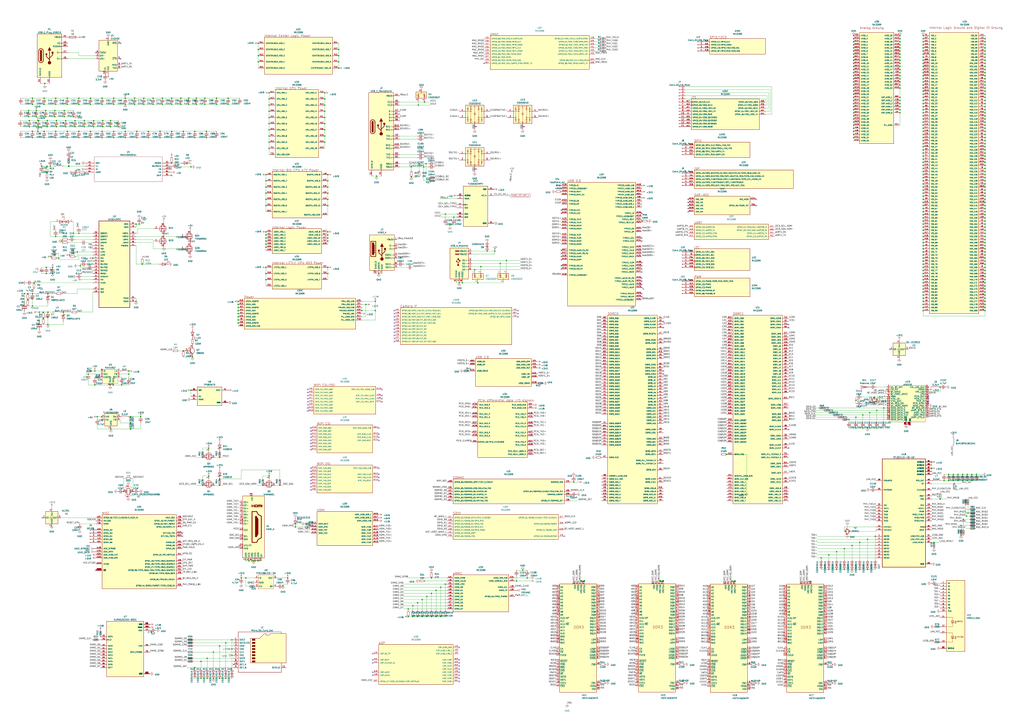
<source format=kicad_sch>
(kicad_sch (version 20220404) (generator eeschema)
  (paper "A1")
  (lib_symbols
    (symbol "+0V9_1" (power) (in_bom no) (on_board no)
      (property "Value" "+0V9_1" (at 0 3.81 0))
      (symbol "+0V9_1_1_1"
        (pin power_in line (at 0 0 90) (length 0) hide (name "+0V9") (number "1"))
      )
    )
    (symbol "+0V9_10" (power) (in_bom no) (on_board no)
      (property "Value" "+0V9_10" (at 0 3.81 0))
      (symbol "+0V9_10_1_1"
        (pin power_in line (at 0 0 90) (length 0) hide (name "+0V9") (number "1"))
      )
    )
    (symbol "+0V9_11" (power) (in_bom no) (on_board no)
      (property "Value" "+0V9_11" (at 0 3.81 0))
      (symbol "+0V9_11_1_1"
        (pin power_in line (at 0 0 90) (length 0) hide (name "+0V9") (number "1"))
      )
    )
    (symbol "+0V9_12" (power) (in_bom no) (on_board no)
      (property "Value" "+0V9_12" (at 0 3.81 0))
      (symbol "+0V9_12_1_1"
        (pin power_in line (at 0 0 90) (length 0) hide (name "+0V9") (number "1"))
      )
    )
    (symbol "+0V9_2" (power) (in_bom no) (on_board no)
      (property "Value" "+0V9_2" (at 0 3.81 0))
      (symbol "+0V9_2_1_1"
        (pin power_in line (at 0 0 90) (length 0) hide (name "+0V9") (number "1"))
      )
    )
    (symbol "+0V9_3" (power) (in_bom no) (on_board no)
      (property "Value" "+0V9_3" (at 0 3.81 0))
      (symbol "+0V9_3_1_1"
        (pin power_in line (at 0 0 90) (length 0) hide (name "+0V9") (number "1"))
      )
    )
    (symbol "+0V9_4" (power) (in_bom no) (on_board no)
      (property "Value" "+0V9_4" (at 0 3.81 0))
      (symbol "+0V9_4_1_1"
        (pin power_in line (at 0 0 90) (length 0) hide (name "+0V9") (number "1"))
      )
    )
    (symbol "+0V9_5" (power) (in_bom no) (on_board no)
      (property "Value" "+0V9_5" (at 0 3.81 0))
      (symbol "+0V9_5_1_1"
        (pin power_in line (at 0 0 90) (length 0) hide (name "+0V9") (number "1"))
      )
    )
    (symbol "+0V9_6" (power) (in_bom no) (on_board no)
      (property "Value" "+0V9_6" (at 0 3.81 0))
      (symbol "+0V9_6_1_1"
        (pin power_in line (at 0 0 90) (length 0) hide (name "+0V9") (number "1"))
      )
    )
    (symbol "+0V9_7" (power) (in_bom no) (on_board no)
      (property "Value" "+0V9_7" (at 0 3.81 0))
      (symbol "+0V9_7_1_1"
        (pin power_in line (at 0 0 90) (length 0) hide (name "+0V9") (number "1"))
      )
    )
    (symbol "+0V9_8" (power) (in_bom no) (on_board no)
      (property "Value" "+0V9_8" (at 0 3.81 0))
      (symbol "+0V9_8_1_1"
        (pin power_in line (at 0 0 90) (length 0) hide (name "+0V9") (number "1"))
      )
    )
    (symbol "+0V9_9" (power) (in_bom no) (on_board no)
      (property "Value" "+0V9_9" (at 0 3.81 0))
      (symbol "+0V9_9_1_1"
        (pin power_in line (at 0 0 90) (length 0) hide (name "+0V9") (number "1"))
      )
    )
    (symbol "AP6335:AP6335"
      (property "Reference" "U" (at 0 1.27 0))
      (property "Value" "AP6335" (at 0 -0.635 0))
      (symbol "AP6335_1_1"
        (pin input line (at -1.27 -34.29 90) (length 2.54) (name "GND") (number "1"))
        (pin input line (at -17.145 -12.7 0) (length 2.54) (name "XTAL_IN") (number "10"))
        (pin input line (at -17.145 -14.605 0) (length 2.54) (name "XTAL_OUT") (number "11"))
        (pin input line (at -17.145 -16.51 0) (length 2.54) (name "WL_REG_ON") (number "12"))
        (pin input line (at -17.145 -18.415 0) (length 2.54) (name "WL_HOST_WAKE") (number "13"))
        (pin input line (at -17.145 -20.32 0) (length 2.54) (name "SDIO_DATA_2") (number "14"))
        (pin input line (at -17.145 -22.225 0) (length 2.54) (name "SDIO_DATA_3") (number "15"))
        (pin input line (at -17.145 -24.13 0) (length 2.54) (name "SDIO_DATA_CMD") (number "16"))
        (pin input line (at -17.145 -26.035 0) (length 2.54) (name "SDIO_DATA_CLK") (number "17"))
        (pin input line (at -17.145 -27.94 0) (length 2.54) (name "SDIO_DATA_0") (number "18"))
        (pin input line (at -17.145 -29.845 0) (length 2.54) (name "SDIO_DATA_1") (number "19"))
        (pin input line (at -17.145 -3.175 0) (length 2.54) (name "WL_BT_ANT") (number "2"))
        (pin input line (at -1.27 -34.29 90) (length 2.54) (name "GND") (number "20"))
        (pin input line (at 17.145 -3.175 180) (length 2.54) (name "VIN_LDO_OUT") (number "21"))
        (pin input line (at 17.145 -5.08 180) (length 2.54) (name "VDDIO") (number "22"))
        (pin input line (at 17.145 -6.985 180) (length 2.54) (name "VIN_LDO") (number "23"))
        (pin input line (at 17.145 -8.89 180) (length 2.54) (name "LPO") (number "24"))
        (pin input line (at 17.145 -10.795 180) (length 2.54) (name "PCM_OUT") (number "25"))
        (pin input line (at 17.145 -12.7 180) (length 2.54) (name "PCM_CLK") (number "26"))
        (pin input line (at 17.145 -14.605 180) (length 2.54) (name "PCM_IN") (number "27"))
        (pin input line (at 17.145 -16.51 180) (length 2.54) (name "PCM_SYNC") (number "28"))
        (pin input line (at 17.145 -18.415 180) (length 2.54) (name "SDIO_VSEL") (number "29"))
        (pin input line (at -1.27 -34.29 90) (length 2.54) (name "GND") (number "3"))
        (pin input line (at 1.905 -34.29 90) (length 2.54) (name "NC") (number "30"))
        (pin input line (at -1.27 -34.29 90) (length 2.54) (name "GND") (number "31"))
        (pin input line (at 1.905 -34.29 90) (length 2.54) (name "NC") (number "32"))
        (pin input line (at 17.145 -20.32 180) (length 2.54) (name "BT_REG_ON") (number "34"))
        (pin input line (at 1.905 -34.29 90) (length 2.54) (name "NC") (number "35"))
        (pin input line (at -1.27 -34.29 90) (length 2.54) (name "GND") (number "36"))
        (pin input line (at 1.905 -34.29 90) (length 2.54) (name "NC") (number "37"))
        (pin input line (at 1.905 -34.29 90) (length 2.54) (name "NC") (number "38"))
        (pin input line (at 1.905 -34.29 90) (length 2.54) (name "NC") (number "39"))
        (pin input line (at -17.145 -5.08 0) (length 2.54) (name "FM_RX") (number "4"))
        (pin input line (at 1.905 -34.29 90) (length 2.54) (name "NC") (number "40"))
        (pin input line (at 17.145 -22.225 180) (length 2.54) (name "UART_RTS_N") (number "41"))
        (pin input line (at 17.145 -24.13 180) (length 2.54) (name "UART_TXD") (number "42"))
        (pin input line (at 17.145 -26.035 180) (length 2.54) (name "UART_RXD") (number "43"))
        (pin input line (at 17.145 -27.94 180) (length 2.54) (name "UART_CTS_N") (number "44"))
        (pin input line (at 1.905 -34.29 90) (length 2.54) (name "NC") (number "5"))
        (pin input line (at -17.145 -6.985 0) (length 2.54) (name "BT_WAKE") (number "6"))
        (pin input line (at -17.145 -8.89 0) (length 2.54) (name "BT_HOST_WAKE") (number "7"))
        (pin input line (at 1.905 -34.29 90) (length 2.54) (name "NC") (number "8"))
        (pin input line (at -17.145 -10.795 0) (length 2.54) (name "VBat") (number "9"))
      )
    )
    (symbol "Connector:Conn_01x04_Male" (pin_names (offset 1.016) hide)
      (property "Reference" "J" (at 0 5.08 0))
      (property "Value" "Conn_01x04_Male" (at 0 -7.62 0))
      (symbol "Conn_01x04_Male_1_1"
        (pin passive line (at 5.08 2.54 180) (length 3.81) (name "Pin_1") (number "1"))
        (pin passive line (at 5.08 0 180) (length 3.81) (name "Pin_2") (number "2"))
        (pin passive line (at 5.08 -2.54 180) (length 3.81) (name "Pin_3") (number "3"))
        (pin passive line (at 5.08 -5.08 180) (length 3.81) (name "Pin_4") (number "4"))
      )
    )
    (symbol "Connector:Conn_01x05_Male" (pin_names (offset 1.016) hide)
      (property "Reference" "J" (at 0 7.62 0))
      (property "Value" "Conn_01x05_Male" (at 0 -7.62 0))
      (symbol "Conn_01x05_Male_1_1"
        (pin passive line (at 5.08 5.08 180) (length 3.81) (name "Pin_1") (number "1"))
        (pin passive line (at 5.08 2.54 180) (length 3.81) (name "Pin_2") (number "2"))
        (pin passive line (at 5.08 0 180) (length 3.81) (name "Pin_3") (number "3"))
        (pin passive line (at 5.08 -2.54 180) (length 3.81) (name "Pin_4") (number "4"))
        (pin passive line (at 5.08 -5.08 180) (length 3.81) (name "Pin_5") (number "5"))
      )
    )
    (symbol "Connector:Conn_01x06_Male" (pin_names (offset 1.016) hide)
      (property "Reference" "J" (at 0 7.62 0))
      (property "Value" "Conn_01x06_Male" (at 0 -10.16 0))
      (symbol "Conn_01x06_Male_1_1"
        (pin passive line (at 5.08 5.08 180) (length 3.81) (name "Pin_1") (number "1"))
        (pin passive line (at 5.08 2.54 180) (length 3.81) (name "Pin_2") (number "2"))
        (pin passive line (at 5.08 0 180) (length 3.81) (name "Pin_3") (number "3"))
        (pin passive line (at 5.08 -2.54 180) (length 3.81) (name "Pin_4") (number "4"))
        (pin passive line (at 5.08 -5.08 180) (length 3.81) (name "Pin_5") (number "5"))
        (pin passive line (at 5.08 -7.62 180) (length 3.81) (name "Pin_6") (number "6"))
      )
    )
    (symbol "Connector:Conn_01x14_Male" (pin_names (offset 1.016) hide)
      (property "Reference" "J" (at 0 17.78 0))
      (property "Value" "Conn_01x14_Male" (at 0 -20.32 0))
      (symbol "Conn_01x14_Male_1_1"
        (pin passive line (at 5.08 15.24 180) (length 3.81) (name "Pin_1") (number "1"))
        (pin passive line (at 5.08 -7.62 180) (length 3.81) (name "Pin_10") (number "10"))
        (pin passive line (at 5.08 -10.16 180) (length 3.81) (name "Pin_11") (number "11"))
        (pin passive line (at 5.08 -12.7 180) (length 3.81) (name "Pin_12") (number "12"))
        (pin passive line (at 5.08 -15.24 180) (length 3.81) (name "Pin_13") (number "13"))
        (pin passive line (at 5.08 -17.78 180) (length 3.81) (name "Pin_14") (number "14"))
        (pin passive line (at 5.08 12.7 180) (length 3.81) (name "Pin_2") (number "2"))
        (pin passive line (at 5.08 10.16 180) (length 3.81) (name "Pin_3") (number "3"))
        (pin passive line (at 5.08 7.62 180) (length 3.81) (name "Pin_4") (number "4"))
        (pin passive line (at 5.08 5.08 180) (length 3.81) (name "Pin_5") (number "5"))
        (pin passive line (at 5.08 2.54 180) (length 3.81) (name "Pin_6") (number "6"))
        (pin passive line (at 5.08 0 180) (length 3.81) (name "Pin_7") (number "7"))
        (pin passive line (at 5.08 -2.54 180) (length 3.81) (name "Pin_8") (number "8"))
        (pin passive line (at 5.08 -5.08 180) (length 3.81) (name "Pin_9") (number "9"))
      )
    )
    (symbol "Connector:HDMI_A"
      (property "Reference" "J" (at -6.35 26.67 0))
      (property "Value" "HDMI_A" (at 10.16 26.67 0))
      (symbol "HDMI_A_1_1"
        (pin passive line (at -10.16 20.32 0) (length 2.54) (name "D2+") (number "1"))
        (pin passive line (at -10.16 5.08 0) (length 2.54) (name "CK+") (number "10"))
        (pin power_in line (at 2.54 -27.94 90) (length 2.54) (name "CKS") (number "11"))
        (pin passive line (at -10.16 2.54 0) (length 2.54) (name "CK-") (number "12"))
        (pin bidirectional line (at -10.16 -2.54 0) (length 2.54) (name "CEC") (number "13"))
        (pin passive line (at -10.16 -15.24 0) (length 2.54) (name "UTILITY") (number "14"))
        (pin passive line (at -10.16 -7.62 0) (length 2.54) (name "SCL") (number "15"))
        (pin bidirectional line (at -10.16 -10.16 0) (length 2.54) (name "SDA") (number "16"))
        (pin power_in line (at 5.08 -27.94 90) (length 2.54) (name "GND") (number "17"))
        (pin power_in line (at 0 27.94 270) (length 2.54) (name "+5V") (number "18"))
        (pin passive line (at -10.16 -17.78 0) (length 2.54) (name "HPD") (number "19"))
        (pin power_in line (at -5.08 -27.94 90) (length 2.54) (name "D2S") (number "2"))
        (pin passive line (at -10.16 17.78 0) (length 2.54) (name "D2-") (number "3"))
        (pin passive line (at -10.16 15.24 0) (length 2.54) (name "D1+") (number "4"))
        (pin power_in line (at -2.54 -27.94 90) (length 2.54) (name "D1S") (number "5"))
        (pin passive line (at -10.16 12.7 0) (length 2.54) (name "D1-") (number "6"))
        (pin passive line (at -10.16 10.16 0) (length 2.54) (name "D0+") (number "7"))
        (pin power_in line (at 0 -27.94 90) (length 2.54) (name "D0S") (number "8"))
        (pin passive line (at -10.16 7.62 0) (length 2.54) (name "D0-") (number "9"))
        (pin passive line (at 7.62 -27.94 90) (length 2.54) (name "SH") (number "SH"))
      )
    )
    (symbol "Connector:Micro_SD_Card_Det" (pin_names (offset 1.016))
      (property "Reference" "J" (at -16.51 17.78 0))
      (property "Value" "Micro_SD_Card_Det" (at 16.51 17.78 0))
      (symbol "Micro_SD_Card_Det_1_1"
        (pin bidirectional line (at -22.86 10.16 0) (length 3.81) (name "DAT2") (number "1"))
        (pin passive line (at -22.86 -10.16 0) (length 3.81) (name "DET_A") (number "10"))
        (pin passive line (at 20.32 -12.7 180) (length 3.81) (name "SHIELD") (number "11"))
        (pin bidirectional line (at -22.86 7.62 0) (length 3.81) (name "DAT3/CD") (number "2"))
        (pin input line (at -22.86 5.08 0) (length 3.81) (name "CMD") (number "3"))
        (pin power_in line (at -22.86 2.54 0) (length 3.81) (name "VDD") (number "4"))
        (pin input line (at -22.86 0 0) (length 3.81) (name "CLK") (number "5"))
        (pin power_in line (at -22.86 -2.54 0) (length 3.81) (name "VSS") (number "6"))
        (pin bidirectional line (at -22.86 -5.08 0) (length 3.81) (name "DAT0") (number "7"))
        (pin bidirectional line (at -22.86 -7.62 0) (length 3.81) (name "DAT1") (number "8"))
        (pin passive line (at -22.86 -12.7 0) (length 3.81) (name "DET_B") (number "9"))
      )
    )
    (symbol "Connector:TestPoint" (pin_numbers hide) (pin_names (offset 0.762) hide)
      (property "Reference" "TP" (at 0 6.858 0))
      (property "Value" "TestPoint" (at 0 5.08 0))
      (symbol "TestPoint_1_1"
        (pin passive line (at 0 0 90) (length 2.54) (name "1") (number "1"))
      )
    )
    (symbol "Connector:TestPoint_Alt" (pin_numbers hide) (pin_names (offset 0.762) hide)
      (property "Reference" "TP" (at 0 6.858 0))
      (property "Value" "TestPoint_Alt" (at 0 5.08 0))
      (symbol "TestPoint_Alt_1_1"
        (pin passive line (at 0 0 90) (length 2.54) (name "1") (number "1"))
      )
    )
    (symbol "Connector:USB3_A" (pin_names (offset 1.016))
      (property "Reference" "J" (at -10.16 15.24 0))
      (property "Value" "USB3_A" (at 10.16 15.24 0))
      (symbol "USB3_A_1_1"
        (pin power_in line (at 12.7 10.16 180) (length 2.54) (name "VBUS") (number "1"))
        (pin passive line (at -5.08 -17.78 90) (length 2.54) (name "SHIELD") (number "10"))
        (pin bidirectional line (at 12.7 5.08 180) (length 2.54) (name "D-") (number "2"))
        (pin bidirectional line (at 12.7 2.54 180) (length 2.54) (name "D+") (number "3"))
        (pin power_in line (at 0 -17.78 90) (length 2.54) (name "GND") (number "4"))
        (pin output line (at 12.7 -2.54 180) (length 2.54) (name "SSRX-") (number "5"))
        (pin output line (at 12.7 -5.08 180) (length 2.54) (name "SSRX+") (number "6"))
        (pin passive line (at -2.54 -17.78 90) (length 2.54) (name "DRAIN") (number "7"))
        (pin input line (at 12.7 -10.16 180) (length 2.54) (name "SSTX-") (number "8"))
        (pin input line (at 12.7 -12.7 180) (length 2.54) (name "SSTX+") (number "9"))
      )
    )
    (symbol "Connector:USB_A_Stacked" (pin_names (offset 1.016))
      (property "Reference" "J" (at 0 15.875 0))
      (property "Value" "USB_A_Stacked" (at 0 13.97 0))
      (symbol "USB_A_Stacked_1_1"
        (pin power_in line (at 10.16 10.16 180) (length 2.54) (name "VBUS1") (number "1"))
        (pin bidirectional line (at 10.16 0 180) (length 2.54) (name "D1-") (number "2"))
        (pin bidirectional line (at 10.16 2.54 180) (length 2.54) (name "D1+") (number "3"))
        (pin power_in line (at 0 -15.24 90) (length 2.54) (name "GND1") (number "4"))
        (pin power_in line (at 10.16 7.62 180) (length 2.54) (name "VBUS2") (number "5"))
        (pin bidirectional line (at 10.16 -5.08 180) (length 2.54) (name "D2-") (number "6"))
        (pin bidirectional line (at 10.16 -2.54 180) (length 2.54) (name "D2+") (number "7"))
        (pin power_in line (at 2.54 -15.24 90) (length 2.54) (name "GND2") (number "8"))
        (pin passive line (at -2.54 -15.24 90) (length 2.54) (name "Shield") (number "9"))
      )
    )
    (symbol "Connector:USB_C_Plug_USB2.0" (pin_names (offset 1.016))
      (property "Reference" "P" (at -10.16 19.05 0))
      (property "Value" "USB_C_Plug_USB2.0" (at 12.7 19.05 0))
      (symbol "USB_C_Plug_USB2.0_1_1"
        (pin passive line (at 0 -22.86 90) (length 5.08) (name "GND") (number "A1"))
        (pin passive line (at 0 -22.86 90) (length 5.08) hide (name "GND") (number "A12"))
        (pin passive line (at 15.24 15.24 180) (length 5.08) (name "VBUS") (number "A4"))
        (pin bidirectional line (at 15.24 10.16 180) (length 5.08) (name "CC") (number "A5"))
        (pin bidirectional line (at 15.24 -2.54 180) (length 5.08) (name "D+") (number "A6"))
        (pin bidirectional line (at 15.24 2.54 180) (length 5.08) (name "D-") (number "A7"))
        (pin passive line (at 15.24 15.24 180) (length 5.08) hide (name "VBUS") (number "A9"))
        (pin passive line (at 0 -22.86 90) (length 5.08) hide (name "GND") (number "B1"))
        (pin passive line (at 0 -22.86 90) (length 5.08) hide (name "GND") (number "B12"))
        (pin passive line (at 15.24 15.24 180) (length 5.08) hide (name "VBUS") (number "B4"))
        (pin bidirectional line (at 15.24 7.62 180) (length 5.08) (name "VCONN") (number "B5"))
        (pin passive line (at 15.24 15.24 180) (length 5.08) hide (name "VBUS") (number "B9"))
        (pin passive line (at -7.62 -22.86 90) (length 5.08) (name "SHIELD") (number "S1"))
      )
    )
    (symbol "Connector:USB_C_Receptacle" (pin_names (offset 1.016))
      (property "Reference" "J" (at -10.16 29.21 0))
      (property "Value" "USB_C_Receptacle" (at 10.16 29.21 0))
      (symbol "USB_C_Receptacle_1_1"
        (pin passive line (at 0 -40.64 90) (length 5.08) (name "GND") (number "A1"))
        (pin bidirectional line (at 15.24 -15.24 180) (length 5.08) (name "RX2-") (number "A10"))
        (pin bidirectional line (at 15.24 -17.78 180) (length 5.08) (name "RX2+") (number "A11"))
        (pin passive line (at 0 -40.64 90) (length 5.08) hide (name "GND") (number "A12"))
        (pin bidirectional line (at 15.24 -10.16 180) (length 5.08) (name "TX1+") (number "A2"))
        (pin bidirectional line (at 15.24 -7.62 180) (length 5.08) (name "TX1-") (number "A3"))
        (pin passive line (at 15.24 25.4 180) (length 5.08) (name "VBUS") (number "A4"))
        (pin bidirectional line (at 15.24 20.32 180) (length 5.08) (name "CC1") (number "A5"))
        (pin bidirectional line (at 15.24 7.62 180) (length 5.08) (name "D+") (number "A6"))
        (pin bidirectional line (at 15.24 12.7 180) (length 5.08) (name "D-") (number "A7"))
        (pin bidirectional line (at 15.24 -30.48 180) (length 5.08) (name "SBU1") (number "A8"))
        (pin passive line (at 15.24 25.4 180) (length 5.08) hide (name "VBUS") (number "A9"))
        (pin passive line (at 0 -40.64 90) (length 5.08) hide (name "GND") (number "B1"))
        (pin bidirectional line (at 15.24 0 180) (length 5.08) (name "RX1-") (number "B10"))
        (pin bidirectional line (at 15.24 -2.54 180) (length 5.08) (name "RX1+") (number "B11"))
        (pin passive line (at 0 -40.64 90) (length 5.08) hide (name "GND") (number "B12"))
        (pin bidirectional line (at 15.24 -25.4 180) (length 5.08) (name "TX2+") (number "B2"))
        (pin bidirectional line (at 15.24 -22.86 180) (length 5.08) (name "TX2-") (number "B3"))
        (pin passive line (at 15.24 25.4 180) (length 5.08) hide (name "VBUS") (number "B4"))
        (pin bidirectional line (at 15.24 17.78 180) (length 5.08) (name "CC2") (number "B5"))
        (pin bidirectional line (at 15.24 5.08 180) (length 5.08) (name "D+") (number "B6"))
        (pin bidirectional line (at 15.24 10.16 180) (length 5.08) (name "D-") (number "B7"))
        (pin bidirectional line (at 15.24 -33.02 180) (length 5.08) (name "SBU2") (number "B8"))
        (pin passive line (at 15.24 25.4 180) (length 5.08) hide (name "VBUS") (number "B9"))
        (pin passive line (at -7.62 -40.64 90) (length 5.08) (name "SHIELD") (number "S1"))
      )
    )
    (symbol "Device:Antenna" (pin_numbers hide) (pin_names (offset 1.016) hide)
      (property "Reference" "AE" (at -1.905 1.905 0))
      (property "Value" "Antenna" (at -1.905 0 0))
      (symbol "Antenna_1_1"
        (pin input line (at 0 -5.08 90) (length 2.54) (name "A") (number "1"))
      )
    )
    (symbol "Device:C" (pin_numbers hide) (pin_names (offset 0.254))
      (property "Reference" "C" (at 0.635 2.54 0))
      (property "Value" "C" (at 0.635 -2.54 0))
      (symbol "C_1_1"
        (pin passive line (at 0 3.81 270) (length 2.794) (name "~") (number "1"))
        (pin passive line (at 0 -3.81 90) (length 2.794) (name "~") (number "2"))
      )
    )
    (symbol "Device:C_Polarized_Small" (pin_numbers hide) (pin_names (offset 0.254) hide)
      (property "Reference" "C" (at 0.254 1.778 0))
      (property "Value" "C_Polarized_Small" (at 0.254 -2.032 0))
      (symbol "C_Polarized_Small_1_1"
        (pin passive line (at 0 2.54 270) (length 1.8542) (name "~") (number "1"))
        (pin passive line (at 0 -2.54 90) (length 1.8542) (name "~") (number "2"))
      )
    )
    (symbol "Device:C_Small" (pin_numbers hide) (pin_names (offset 0.254) hide)
      (property "Reference" "C" (at 0.254 1.778 0))
      (property "Value" "C_Small" (at 0.254 -2.032 0))
      (symbol "C_Small_1_1"
        (pin passive line (at 0 2.54 270) (length 2.032) (name "~") (number "1"))
        (pin passive line (at 0 -2.54 90) (length 2.032) (name "~") (number "2"))
      )
    )
    (symbol "Device:Crystal_GND24" (pin_names (offset 1.016) hide)
      (property "Reference" "Y" (at 3.175 5.08 0))
      (property "Value" "Crystal_GND24" (at 3.175 3.175 0))
      (symbol "Crystal_GND24_1_1"
        (pin passive line (at -3.81 0 0) (length 1.27) (name "1") (number "1"))
        (pin passive line (at 0 5.08 270) (length 1.27) (name "2") (number "2"))
        (pin passive line (at 3.81 0 180) (length 1.27) (name "3") (number "3"))
        (pin passive line (at 0 -5.08 90) (length 1.27) (name "4") (number "4"))
      )
    )
    (symbol "Device:Crystal_GND24_Small" (pin_names (offset 1.016) hide)
      (property "Reference" "Y" (at 1.27 4.445 0))
      (property "Value" "Crystal_GND24_Small" (at 1.27 2.54 0))
      (symbol "Crystal_GND24_Small_1_1"
        (pin passive line (at -2.54 0 0) (length 1.27) (name "1") (number "1"))
        (pin passive line (at 0 -2.54 90) (length 0.635) (name "2") (number "2"))
        (pin passive line (at 2.54 0 180) (length 1.27) (name "3") (number "3"))
        (pin passive line (at 0 2.54 270) (length 0.635) (name "4") (number "4"))
      )
    )
    (symbol "Device:Fuse" (pin_numbers hide) (pin_names (offset 0))
      (property "Reference" "F" (at 2.032 0 90))
      (property "Value" "Fuse" (at -1.905 0 90))
      (symbol "Fuse_1_1"
        (pin passive line (at 0 3.81 270) (length 1.27) (name "~") (number "1"))
        (pin passive line (at 0 -3.81 90) (length 1.27) (name "~") (number "2"))
      )
    )
    (symbol "Device:L" (pin_numbers hide) (pin_names (offset 1.016) hide)
      (property "Reference" "L" (at -1.27 0 90))
      (property "Value" "L" (at 1.905 0 90))
      (symbol "L_1_1"
        (pin passive line (at 0 3.81 270) (length 1.27) (name "1") (number "1"))
        (pin passive line (at 0 -3.81 90) (length 1.27) (name "2") (number "2"))
      )
    )
    (symbol "Device:LED" (pin_numbers hide) (pin_names (offset 1.016) hide)
      (property "Reference" "D" (at 0 2.54 0))
      (property "Value" "LED" (at 0 -2.54 0))
      (symbol "LED_1_1"
        (pin passive line (at -3.81 0 0) (length 2.54) (name "K") (number "1"))
        (pin passive line (at 3.81 0 180) (length 2.54) (name "A") (number "2"))
      )
    )
    (symbol "Device:Q_NMOS_GSD" (pin_names (offset 0) hide)
      (property "Reference" "Q" (at 5.08 1.27 0))
      (property "Value" "Q_NMOS_GSD" (at 5.08 -1.27 0))
      (symbol "Q_NMOS_GSD_1_1"
        (pin input line (at -5.08 0 0) (length 2.54) (name "G") (number "1"))
        (pin passive line (at 2.54 -5.08 90) (length 2.54) (name "S") (number "2"))
        (pin passive line (at 2.54 5.08 270) (length 2.54) (name "D") (number "3"))
      )
    )
    (symbol "Device:R_Small" (pin_numbers hide) (pin_names (offset 0.254) hide)
      (property "Reference" "R" (at 0.762 0.508 0))
      (property "Value" "R_Small" (at 0.762 -1.016 0))
      (symbol "R_Small_1_1"
        (pin passive line (at 0 2.54 270) (length 0.762) (name "~") (number "1"))
        (pin passive line (at 0 -2.54 90) (length 0.762) (name "~") (number "2"))
      )
    )
    (symbol "Diode:1N5711" (pin_numbers hide) (pin_names (offset 1.016) hide)
      (property "Reference" "D" (at 0 2.54 0))
      (property "Value" "1N5711" (at 0 -2.54 0))
      (symbol "1N5711_1_1"
        (pin passive line (at -3.81 0 0) (length 2.54) (name "K") (number "1"))
        (pin passive line (at 3.81 0 180) (length 2.54) (name "A") (number "2"))
      )
    )
    (symbol "Diode:1N5819" (pin_numbers hide) (pin_names (offset 1.016) hide)
      (property "Reference" "D" (at 0 2.54 0))
      (property "Value" "1N5819" (at 0 -2.54 0))
      (symbol "1N5819_1_1"
        (pin passive line (at -3.81 0 0) (length 2.54) (name "K") (number "1"))
        (pin passive line (at 3.81 0 180) (length 2.54) (name "A") (number "2"))
      )
    )
    (symbol "Diode:BAV70" (pin_names (offset 0.762) hide)
      (property "Reference" "D" (at 0.635 -2.54 0))
      (property "Value" "BAV70" (at 0 2.54 0))
      (symbol "BAV70_0_1"
        (pin passive line (at -7.62 0 0) (length 3.81) (name "A") (number "1"))
        (pin passive line (at 7.62 0 180) (length 3.81) (name "A") (number "2"))
        (pin passive line (at 0 -5.08 90) (length 2.54) (name "K") (number "3"))
      )
    )
    (symbol "Diode:BZT52Bxx" (pin_numbers hide) (pin_names hide)
      (property "Reference" "D" (at 0 2.54 0))
      (property "Value" "BZT52Bxx" (at 0 -2.54 0))
      (symbol "BZT52Bxx_1_1"
        (pin passive line (at -3.81 0 0) (length 2.54) (name "K") (number "1"))
        (pin passive line (at 3.81 0 180) (length 2.54) (name "A") (number "2"))
      )
    )
    (symbol "Diode:ESD9B3.3ST5G" (pin_numbers hide) (pin_names (offset 1.016) hide)
      (property "Reference" "D" (at 0 2.54 0))
      (property "Value" "ESD9B3.3ST5G" (at 0 -2.54 0))
      (symbol "ESD9B3.3ST5G_1_1"
        (pin passive line (at -3.81 0 0) (length 2.54) (name "A1") (number "1"))
        (pin passive line (at 3.81 0 180) (length 2.54) (name "A2") (number "2"))
      )
    )
    (symbol "Diode:ESD9B5.0ST5G" (pin_numbers hide) (pin_names (offset 1.016) hide)
      (property "Reference" "D" (at 0 2.54 0))
      (property "Value" "ESD9B5.0ST5G" (at 0 -2.54 0))
      (symbol "ESD9B5.0ST5G_1_1"
        (pin passive line (at -3.81 0 0) (length 2.54) (name "A1") (number "1"))
        (pin passive line (at 3.81 0 180) (length 2.54) (name "A2") (number "2"))
      )
    )
    (symbol "FUSB302MPX:FUSB302MPX" (pin_names (offset 1.016))
      (property "Reference" "U" (at -10.16 18.415 0))
      (property "Value" "FUSB302MPX" (at -10.16 -17.78 0))
      (symbol "FUSB302MPX_0_0"
        (pin bidirectional line (at -15.24 -7.62 0) (length 5.08) (name "CC2") (number "1"))
        (pin bidirectional line (at -15.24 -5.08 0) (length 5.08) (name "CC1") (number "10"))
        (pin bidirectional line (at -15.24 -5.08 0) (length 5.08) (name "CC1") (number "11"))
        (pin input line (at -15.24 10.16 0) (length 5.08) (name "VCONN") (number "12"))
        (pin input line (at -15.24 10.16 0) (length 5.08) (name "VCONN") (number "13"))
        (pin bidirectional line (at -15.24 -7.62 0) (length 5.08) (name "CC2") (number "14"))
        (pin input line (at -15.24 7.62 0) (length 5.08) (name "VBUS") (number "2"))
        (pin power_in line (at 15.24 15.24 180) (length 5.08) (name "VDD") (number "3"))
        (pin power_in line (at 15.24 15.24 180) (length 5.08) (name "VDD") (number "4"))
        (pin output line (at 15.24 10.16 180) (length 5.08) (name "INT_N") (number "5"))
        (pin input clock (at -15.24 2.54 0) (length 5.08) (name "SCL") (number "6"))
        (pin bidirectional line (at -15.24 0 0) (length 5.08) (name "SDA") (number "7"))
        (pin power_in line (at 15.24 -12.7 180) (length 5.08) (name "GND") (number "8"))
        (pin power_in line (at 15.24 -12.7 180) (length 5.08) (name "GND") (number "9"))
      )
    )
    (symbol "HR911130A:HR911130A" (pin_names (offset 1.016))
      (property "Reference" "J" (at -7.62 29.21 0))
      (property "Value" "HR911130A" (at -7.62 -31.75 0))
      (symbol "HR911130A_0_0"
        (text "GREEN" (at 0.762 -5.334 0) (effects (font (size 1.016 1.016)) (justify left top)))
        (text "YELLOW" (at 0.762 -18.034 0) (effects (font (size 1.016 1.016)) (justify left top)))
        (pin passive line (at -12.7 25.4 0) (length 5.08) (name "P1") (number "1"))
        (pin passive line (at -12.7 2.54 0) (length 5.08) (name "P10") (number "10"))
        (pin passive line (at -12.7 -2.54 0) (length 5.08) (name "~") (number "11"))
        (pin passive line (at -12.7 -10.16 0) (length 5.08) (name "~") (number "12"))
        (pin passive line (at -12.7 -22.86 0) (length 5.08) (name "~") (number "13"))
        (pin passive line (at -12.7 -15.24 0) (length 5.08) (name "~") (number "14"))
        (pin passive line (at -12.7 22.86 0) (length 5.08) (name "P2") (number "2"))
        (pin passive line (at -12.7 20.32 0) (length 5.08) (name "P3") (number "3"))
        (pin passive line (at -12.7 17.78 0) (length 5.08) (name "P4") (number "4"))
        (pin passive line (at -12.7 15.24 0) (length 5.08) (name "P5") (number "5"))
        (pin passive line (at -12.7 12.7 0) (length 5.08) (name "P6") (number "6"))
        (pin passive line (at -12.7 10.16 0) (length 5.08) (name "P7") (number "7"))
        (pin passive line (at -12.7 7.62 0) (length 5.08) (name "P8") (number "8"))
        (pin passive line (at -12.7 5.08 0) (length 5.08) (name "P9") (number "9"))
        (pin passive line (at -12.7 -27.94 0) (length 5.08) (name "SHIELD") (number "S1"))
        (pin passive line (at -12.7 -27.94 0) (length 5.08) (name "SHIELD") (number "S2"))
      )
    )
    (symbol "Interface_USB:CH340E"
      (property "Reference" "U" (at -5.08 13.97 0))
      (property "Value" "CH340E" (at 1.27 13.97 0))
      (symbol "CH340E_1_1"
        (pin bidirectional line (at -10.16 2.54 0) (length 2.54) (name "UD+") (number "1"))
        (pin passive line (at -2.54 15.24 270) (length 2.54) (name "V3") (number "10"))
        (pin bidirectional line (at -10.16 0 0) (length 2.54) (name "UD-") (number "2"))
        (pin power_in line (at 0 -15.24 90) (length 2.54) (name "GND") (number "3"))
        (pin output line (at 10.16 -10.16 180) (length 2.54) (name "~{RTS}") (number "4"))
        (pin input line (at 10.16 2.54 180) (length 2.54) (name "~{CTS}") (number "5"))
        (pin output line (at -10.16 -2.54 0) (length 2.54) (name "TNOW") (number "6"))
        (pin power_in line (at 0 15.24 270) (length 2.54) (name "VCC") (number "7"))
        (pin output line (at 10.16 10.16 180) (length 2.54) (name "TXD") (number "8"))
        (pin input line (at 10.16 7.62 180) (length 2.54) (name "RXD") (number "9"))
      )
    )
    (symbol "KLMAG2GEND-B031:KLMAG2GEND-B031" (pin_names (offset 1.016))
      (property "Reference" "U" (at -15.24 23.622 0))
      (property "Value" "KLMAG2GEND-B031" (at -15.24 -25.4 0))
      (symbol "KLMAG2GEND-B031_0_0"
        (pin bidirectional line (at -20.32 2.54 0) (length 5.08) (name "DAT0") (number "A3"))
        (pin bidirectional line (at -20.32 0 0) (length 5.08) (name "DAT1") (number "A4"))
        (pin bidirectional line (at -20.32 -2.54 0) (length 5.08) (name "DAT2") (number "A5"))
        (pin power_in line (at 20.32 -20.32 180) (length 5.08) (name "VSS") (number "A6"))
        (pin bidirectional line (at -20.32 -5.08 0) (length 5.08) (name "DAT3") (number "B2"))
        (pin bidirectional line (at -20.32 -7.62 0) (length 5.08) (name "DAT4") (number "B3"))
        (pin bidirectional line (at -20.32 -10.16 0) (length 5.08) (name "DAT5") (number "B4"))
        (pin bidirectional line (at -20.32 -12.7 0) (length 5.08) (name "DAT6") (number "B5"))
        (pin bidirectional line (at -20.32 -15.24 0) (length 5.08) (name "DAT7") (number "B6"))
        (pin power_in line (at 20.32 15.24 180) (length 5.08) (name "VDDI") (number "C2"))
        (pin power_in line (at 20.32 -20.32 180) (length 5.08) (name "VSS") (number "C4"))
        (pin power_in line (at 20.32 20.32 180) (length 5.08) (name "VDD") (number "C6"))
        (pin power_in line (at 20.32 17.78 180) (length 5.08) (name "VDDF") (number "E6"))
        (pin power_in line (at 20.32 -20.32 180) (length 5.08) (name "VSS") (number "E7"))
        (pin power_in line (at 20.32 17.78 180) (length 5.08) (name "VDDF") (number "F5"))
        (pin power_in line (at 20.32 -20.32 180) (length 5.08) (name "VSS") (number "G5"))
        (pin power_in line (at 20.32 -20.32 180) (length 5.08) (name "VSS") (number "H10"))
        (pin bidirectional line (at 20.32 -2.54 180) (length 5.08) (name "DATA_STROBE") (number "H5"))
        (pin power_in line (at 20.32 17.78 180) (length 5.08) (name "VDDF") (number "J10"))
        (pin power_in line (at 20.32 -20.32 180) (length 5.08) (name "VSS") (number "J5"))
        (pin input line (at -20.32 10.16 0) (length 5.08) (name "RSTN") (number "K5"))
        (pin power_in line (at 20.32 -20.32 180) (length 5.08) (name "VSS") (number "K8"))
        (pin power_in line (at 20.32 17.78 180) (length 5.08) (name "VDDF") (number "K9"))
        (pin power_in line (at 20.32 20.32 180) (length 5.08) (name "VDD") (number "M4"))
        (pin bidirectional line (at 20.32 2.54 180) (length 5.08) (name "CMD") (number "M5"))
        (pin input clock (at -20.32 7.62 0) (length 5.08) (name "CLK") (number "M6"))
        (pin power_in line (at 20.32 -20.32 180) (length 5.08) (name "VSS") (number "N2"))
        (pin power_in line (at 20.32 20.32 180) (length 5.08) (name "VDD") (number "N4"))
        (pin power_in line (at 20.32 -20.32 180) (length 5.08) (name "VSS") (number "N5"))
        (pin power_in line (at 20.32 20.32 180) (length 5.08) (name "VDD") (number "P3"))
        (pin power_in line (at 20.32 -20.32 180) (length 5.08) (name "VSS") (number "P4"))
        (pin power_in line (at 20.32 20.32 180) (length 5.08) (name "VDD") (number "P5"))
        (pin power_in line (at 20.32 -20.32 180) (length 5.08) (name "VSS") (number "P6"))
      )
    )
    (symbol "LM2642MTC:LM2642MTC" (pin_names (offset 1.016))
      (property "Reference" "U" (at -12.7 36.5506 0))
      (property "Value" "LM2642MTC" (at -12.7 -39.5478 0))
      (symbol "LM2642MTC_0_0"
        (pin input line (at -17.78 5.08 0) (length 5.08) (name "KS1") (number "1"))
        (pin input line (at -17.78 -2.54 0) (length 5.08) (name "ON/SS2") (number "10"))
        (pin input line (at -17.78 12.7 0) (length 5.08) (name "FB2") (number "11"))
        (pin input line (at -17.78 17.78 0) (length 5.08) (name "COMP2") (number "12"))
        (pin input line (at -17.78 7.62 0) (length 5.08) (name "ILIM2") (number "13"))
        (pin input line (at -17.78 2.54 0) (length 5.08) (name "KS2") (number "14"))
        (pin input line (at -17.78 -5.08 0) (length 5.08) (name "RSENS2") (number "15"))
        (pin bidirectional line (at -17.78 -22.86 0) (length 5.08) (name "SW2") (number "16"))
        (pin output line (at 17.78 22.86 180) (length 5.08) (name "HDRV2") (number "17"))
        (pin input line (at -17.78 22.86 0) (length 5.08) (name "CBOOT2") (number "18"))
        (pin power_in line (at 17.78 30.48 180) (length 5.08) (name "VDD2") (number "19"))
        (pin input line (at -17.78 10.16 0) (length 5.08) (name "ILIM1") (number "2"))
        (pin output line (at 17.78 17.78 180) (length 5.08) (name "LDRV2") (number "20"))
        (pin power_in line (at 17.78 -27.94 180) (length 5.08) (name "PGND") (number "21"))
        (pin input line (at -17.78 -12.7 0) (length 5.08) (name "VIN") (number "22"))
        (pin output line (at 17.78 20.32 180) (length 5.08) (name "LDRV1") (number "23"))
        (pin power_in line (at 17.78 33.02 180) (length 5.08) (name "VDD1") (number "24"))
        (pin input line (at -17.78 25.4 0) (length 5.08) (name "CBOOT1") (number "25"))
        (pin output line (at 17.78 25.4 180) (length 5.08) (name "HDRV1") (number "26"))
        (pin bidirectional line (at -17.78 -20.32 0) (length 5.08) (name "SW1") (number "27"))
        (pin input line (at -17.78 -7.62 0) (length 5.08) (name "RSNS1") (number "28"))
        (pin input line (at -17.78 20.32 0) (length 5.08) (name "COMP1") (number "3"))
        (pin input line (at -17.78 15.24 0) (length 5.08) (name "FB1") (number "4"))
        (pin output line (at 17.78 15.24 180) (length 5.08) (name "PGOOD1") (number "5"))
        (pin input line (at -17.78 -10.16 0) (length 5.08) (name "UVDELAY") (number "6"))
        (pin input line (at -17.78 -15.24 0) (length 5.08) (name "VLIN5") (number "7"))
        (pin power_in line (at 17.78 -30.48 180) (length 5.08) (name "SGND") (number "8"))
        (pin input line (at -17.78 0 0) (length 5.08) (name "ON/SS1") (number "9"))
      )
    )
    (symbol "MAX15053EWL:MAX15053EWL" (pin_names (offset 1.016))
      (property "Reference" "U" (at 30.8864 9.144 0))
      (property "Value" "MAX15053EWL" (at 30.226 6.5786 0))
      (symbol "MAX15053EWL_0_0"
        (pin power_in line (at 0 0 0) (length 7.62) (name "GND") (number "A1"))
        (pin bidirectional line (at 0 -2.54 0) (length 7.62) (name "LX") (number "A2"))
        (pin input line (at 0 -5.08 0) (length 7.62) (name "IN") (number "A3"))
        (pin bidirectional line (at 0 -7.62 0) (length 7.62) (name "COMP") (number "B1"))
        (pin bidirectional line (at 71.12 -10.16 180) (length 7.62) (name "SKIP") (number "B2"))
        (pin bidirectional line (at 71.12 -7.62 180) (length 7.62) (name "EN") (number "B3"))
        (pin bidirectional line (at 71.12 -5.08 180) (length 7.62) (name "FB") (number "C1"))
        (pin bidirectional line (at 71.12 -2.54 180) (length 7.62) (name "SS/REFIN") (number "C2"))
        (pin bidirectional line (at 71.12 0 180) (length 7.62) (name "PGOOD") (number "C3"))
      )
    )
    (symbol "Memory_RAM:H5TC4G63AFR"
      (property "Reference" "U" (at -1.27 -1.27 0))
      (property "Value" "H5TC4G63AFR" (at -1.27 1.27 0))
      (symbol "H5TC4G63AFR_0_1"
        (pin power_in line (at -1.27 -12.7 270) (length 2.54) (name "VDDQ") (number "A1"))
        (pin passive line (at -1.27 -12.7 270) (length 2.54) hide (name "VDDQ") (number "A8"))
        (pin power_in line (at 16.5197 -101.5864 180) (length 2.54) (name "VSS") (number "A9"))
        (pin power_in line (at 16.5197 -99.0464 180) (length 2.54) (name "VSSQ") (number "B1"))
        (pin power_in line (at -3.81 -12.7 270) (length 2.54) (name "VDD") (number "B2"))
        (pin passive line (at 16.5197 -101.5864 180) (length 2.54) hide (name "VSS") (number "B3"))
        (pin passive line (at 16.5197 -99.0464 180) (length 2.54) hide (name "VSSQ") (number "B9"))
        (pin passive line (at -1.27 -12.7 270) (length 2.54) hide (name "VDDQ") (number "C1"))
        (pin passive line (at -1.27 -12.7 270) (length 2.54) hide (name "VDDQ") (number "C9"))
        (pin passive line (at 16.5197 -99.0464 180) (length 2.54) hide (name "VSSQ") (number "D1"))
        (pin passive line (at -1.27 -12.7 270) (length 2.54) hide (name "VDDQ") (number "D2"))
        (pin passive line (at 16.5197 -99.0464 180) (length 2.54) hide (name "VSSQ") (number "D8"))
        (pin passive line (at -3.81 -12.7 270) (length 2.54) hide (name "VDD") (number "D9"))
        (pin passive line (at 16.5197 -101.5864 180) (length 2.54) hide (name "VSS") (number "E1"))
        (pin passive line (at 16.5197 -99.0464 180) (length 2.54) hide (name "VSSQ") (number "E2"))
        (pin bidirectional line (at 16.51 -17.78 180) (length 2.54) (name "DQ0") (number "E3"))
        (pin passive line (at 16.5197 -99.0464 180) (length 2.54) hide (name "VSSQ") (number "E8"))
        (pin passive line (at -1.27 -12.7 270) (length 2.54) hide (name "VDDQ") (number "E9"))
        (pin passive line (at -1.27 -12.7 270) (length 2.54) hide (name "VDDQ") (number "F1"))
        (pin bidirectional line (at 16.51 -22.86 180) (length 2.54) (name "DQ2") (number "F2"))
        (pin bidirectional line (at 16.51 -20.32 180) (length 2.54) (name "DQ1") (number "F7"))
        (pin bidirectional line (at 16.51 -25.4 180) (length 2.54) (name "DQ3") (number "F8"))
        (pin passive line (at 16.5197 -99.0464 180) (length 2.54) hide (name "VSSQ") (number "F9"))
        (pin passive line (at 16.5197 -99.0464 180) (length 2.54) hide (name "VSSQ") (number "G1"))
        (pin bidirectional line (at 16.51 -33.02 180) (length 2.54) (name "DQ6") (number "G2"))
        (pin passive line (at -3.81 -12.7 270) (length 2.54) hide (name "VDD") (number "G7"))
        (pin passive line (at 16.5197 -101.5864 180) (length 2.54) hide (name "VSS") (number "G8"))
        (pin passive line (at 16.5197 -99.0464 180) (length 2.54) hide (name "VSSQ") (number "G9"))
        (pin power_in line (at 1.27 -12.7 270) (length 2.54) (name "VREFDQ") (number "H1"))
        (pin passive line (at -1.27 -12.7 270) (length 2.54) hide (name "VDDQ") (number "H2"))
        (pin bidirectional line (at 16.51 -27.94 180) (length 2.54) (name "DQ4") (number "H3"))
        (pin bidirectional line (at 16.51 -35.56 180) (length 2.54) (name "DQ7") (number "H7"))
        (pin bidirectional line (at 16.51 -30.48 180) (length 2.54) (name "DQ5") (number "H8"))
        (pin passive line (at -1.27 -12.7 270) (length 2.54) hide (name "VDDQ") (number "H9"))
        (pin passive line (at 16.5197 -101.5864 180) (length 2.54) hide (name "VSS") (number "J2"))
        (pin passive line (at 16.5197 -101.5864 180) (length 2.54) hide (name "VSS") (number "J8"))
        (pin passive line (at -3.81 -12.7 270) (length 2.54) hide (name "VDD") (number "K2"))
        (pin passive line (at -3.81 -12.7 270) (length 2.54) hide (name "VDD") (number "K8"))
        (pin input line (at -19.05 -99.06 0) (length 2.54) (name "~{CS1}") (number "L1"))
        (pin input line (at -19.05 -81.28 0) (length 2.54) (name "~{CS0}") (number "L2"))
        (pin input line (at -19.05 -43.18 0) (length 2.54) (name "A10/AP") (number "L7"))
        (pin passive line (at 16.5197 -101.5864 180) (length 2.54) hide (name "VSS") (number "M1"))
        (pin input line (at -19.05 -55.88 0) (length 2.54) (name "A15") (number "M7"))
        (pin passive line (at 16.5197 -101.5864 180) (length 2.54) hide (name "VSS") (number "M9"))
        (pin passive line (at -3.81 -12.7 270) (length 2.54) hide (name "VDD") (number "N1"))
        (pin input line (at -19.05 -25.4 0) (length 2.54) (name "A3") (number "N2"))
        (pin input line (at -19.05 -17.78 0) (length 2.54) (name "A0") (number "N3"))
        (pin input line (at -19.05 -48.26 0) (length 2.54) (name "A12/~{BC}") (number "N7"))
        (pin passive line (at -3.81 -12.7 270) (length 2.54) hide (name "VDD") (number "N9"))
        (pin passive line (at 16.5197 -101.5864 180) (length 2.54) hide (name "VSS") (number "P1"))
        (pin input line (at -19.05 -30.48 0) (length 2.54) (name "A5") (number "P2"))
        (pin input line (at -19.05 -22.86 0) (length 2.54) (name "A2") (number "P3"))
        (pin input line (at -19.05 -20.32 0) (length 2.54) (name "A1") (number "P7"))
        (pin input line (at -19.05 -27.94 0) (length 2.54) (name "A4") (number "P8"))
        (pin passive line (at 16.5197 -101.5864 180) (length 2.54) hide (name "VSS") (number "P9"))
        (pin passive line (at -3.81 -12.7 270) (length 2.54) hide (name "VDD") (number "R1"))
        (pin input line (at -19.05 -35.56 0) (length 2.54) (name "A7") (number "R2"))
        (pin input line (at -19.05 -40.64 0) (length 2.54) (name "A9") (number "R3"))
        (pin input line (at -19.05 -45.72 0) (length 2.54) (name "A11") (number "R7"))
        (pin input line (at -19.05 -33.02 0) (length 2.54) (name "A6") (number "R8"))
        (pin passive line (at -3.81 -12.7 270) (length 2.54) hide (name "VDD") (number "R9"))
        (pin passive line (at 16.5197 -101.5864 180) (length 2.54) hide (name "VSS") (number "T1"))
        (pin input line (at -19.05 -78.74 0) (length 2.54) (name "~{RESET}") (number "T2"))
        (pin input line (at -19.05 -50.8 0) (length 2.54) (name "A13") (number "T3"))
        (pin input line (at -19.05 -53.34 0) (length 2.54) (name "A14") (number "T7"))
        (pin input line (at -19.05 -38.1 0) (length 2.54) (name "A8") (number "T8"))
        (pin passive line (at 16.5197 -101.5864 180) (length 2.54) hide (name "VSS") (number "T9"))
      )
      (symbol "H5TC4G63AFR_1_1"
        (text "DDR3" (at -5.08 -52.07 0) (effects (font (size 2.1336 2.1336)) (justify left bottom)))
        (pin bidirectional line (at 16.51 -50.8 180) (length 2.54) (name "DQ13") (number "A2"))
        (pin bidirectional line (at 16.51 -55.88 180) (length 2.54) (name "DQ15") (number "A3"))
        (pin bidirectional line (at 16.51 -48.26 180) (length 2.54) (name "DQ12") (number "A7"))
        (pin bidirectional line (at 16.51 -76.2 180) (length 2.54) (name "~{UDQS}") (number "B7"))
        (pin bidirectional line (at 16.51 -53.34 180) (length 2.54) (name "DQ14") (number "B8"))
        (pin bidirectional line (at 16.51 -45.72 180) (length 2.54) (name "DQ11") (number "C2"))
        (pin bidirectional line (at 16.51 -40.64 180) (length 2.54) (name "DQ9") (number "C3"))
        (pin bidirectional line (at 16.51 -73.66 180) (length 2.54) (name "UDQS") (number "C7"))
        (pin bidirectional line (at 16.51 -43.18 180) (length 2.54) (name "DQ10") (number "C8"))
        (pin input line (at 16.51 -63.5 180) (length 2.54) (name "UDM") (number "D3"))
        (pin bidirectional line (at 16.51 -38.1 180) (length 2.54) (name "DQ8") (number "D7"))
        (pin input line (at 16.51 -60.96 180) (length 2.54) (name "LDM") (number "E7"))
        (pin bidirectional line (at 16.51 -68.58 180) (length 2.54) (name "LDQS") (number "F3"))
        (pin bidirectional line (at 16.51 -71.12 180) (length 2.54) (name "~{LDQS}") (number "G3"))
        (pin no_connect line (at 13.97 -83.82 180) (length 2.54) hide (name "NC") (number "J1"))
        (pin input line (at -19.05 -93.98 0) (length 2.54) (name "ODT1") (number "J1"))
        (pin input line (at -19.05 -83.82 0) (length 2.54) (name "~{RAS}") (number "J3"))
        (pin input line (at -19.05 -68.58 0) (length 2.54) (name "CK") (number "J7"))
        (pin input line (at -19.05 -96.52 0) (length 2.54) (name "CKE1") (number "J9"))
        (pin no_connect line (at 13.97 -86.36 180) (length 2.54) hide (name "NC") (number "J9"))
        (pin input line (at -19.05 -91.44 0) (length 2.54) (name "ODT0") (number "K1"))
        (pin input line (at -19.05 -86.36 0) (length 2.54) (name "~{CAS}") (number "K3"))
        (pin input line (at -19.05 -71.12 0) (length 2.54) (name "~{CK}") (number "K7"))
        (pin input line (at -19.05 -73.66 0) (length 2.54) (name "CKE0") (number "K9"))
        (pin no_connect line (at 13.97 -88.9 180) (length 2.54) hide (name "NC") (number "L1"))
        (pin input line (at -19.05 -88.9 0) (length 2.54) (name "~{WE}") (number "L3"))
        (pin input line (at 16.51 -81.28 180) (length 2.54) (name "ZQ0") (number "L8"))
        (pin no_connect line (at 13.97 -91.44 180) (length 2.54) hide (name "NC") (number "L9"))
        (pin input line (at 16.51 -96.52 180) (length 2.54) (name "ZQ1") (number "L9"))
        (pin input line (at -19.05 -58.42 0) (length 2.54) (name "BA0") (number "M2"))
        (pin input line (at -19.05 -63.5 0) (length 2.54) (name "BA2") (number "M3"))
        (pin no_connect line (at 13.97 -93.98 180) (length 2.54) hide (name "NC") (number "M7"))
        (pin power_in line (at 3.81 -12.7 270) (length 2.54) (name "VREFCA") (number "M8"))
        (pin input line (at -19.05 -60.96 0) (length 2.54) (name "BA1") (number "N8"))
      )
    )
    (symbol "Oscillator:SG-210SCD" (pin_names (offset 0.254))
      (property "Reference" "X" (at -5.08 6.35 0))
      (property "Value" "SG-210SCD" (at 1.27 -6.35 0))
      (symbol "SG-210SCD_1_1"
        (pin input line (at -7.62 0 0) (length 2.54) (name "OE") (number "1"))
        (pin power_in line (at 0 -7.62 90) (length 2.54) (name "GND") (number "2"))
        (pin output line (at 7.62 0 180) (length 2.54) (name "OUT") (number "3"))
        (pin power_in line (at 0 7.62 270) (length 2.54) (name "Vcc") (number "4"))
      )
    )
    (symbol "Power_Management:MAX1952"
      (property "Reference" "U" (at 0 0 0))
      (property "Value" "MAX1952" (at 0 2.54 0))
      (symbol "MAX1952_1_1"
        (pin input line (at -7.62 -5.08 0) (length 1.27) (name "VCC") (number "1"))
        (pin input line (at 7.62 -7.62 180) (length 1.27) (name "REF") (number "2"))
        (pin power_in line (at 2.54 -13.97 90) (length 1.27) (name "GND") (number "3"))
        (pin input line (at 7.62 -5.08 180) (length 1.27) (name "FB") (number "4"))
        (pin input line (at -7.62 -7.62 0) (length 1.27) (name "COMP") (number "5"))
        (pin power_in line (at 0 -13.97 90) (length 1.27) (name "PGND") (number "6"))
        (pin power_out line (at 7.62 -2.54 180) (length 1.27) (name "LX") (number "7"))
        (pin power_in line (at -7.62 -2.54 0) (length 1.27) (name "IN") (number "8"))
      )
    )
    (symbol "Power_Management:PT5108E23E-30"
      (property "Reference" "U" (at 0 1.905 0))
      (property "Value" "PT5108E23E-30" (at 0 0 0))
      (symbol "PT5108E23E-30_1_1"
        (pin input line (at -8.89 -3.81 0) (length 2.54) (name "IN") (number "1"))
        (pin input line (at -8.89 -7.62 0) (length 2.54) (name "GND") (number "2"))
        (pin input line (at -8.89 -10.795 0) (length 2.54) (name "EN") (number "3"))
        (pin input line (at 8.89 -10.795 180) (length 2.54) (name "BP") (number "4"))
        (pin input line (at 8.89 -3.81 180) (length 2.54) (name "OUT") (number "5"))
      )
    )
    (symbol "Power_Protection:D3V3XA4B10LP" (pin_names (offset 0))
      (property "Reference" "U" (at -0.635 8.89 0))
      (property "Value" "D3V3XA4B10LP" (at 8.89 -10.16 0))
      (symbol "D3V3XA4B10LP_1_1"
        (pin passive line (at -12.7 2.54 0) (length 5.08) (name "~") (number "1"))
        (pin no_connect line (at -5.08 7.62 0) (length 5.08) hide (name "NC") (number "10"))
        (pin passive line (at -12.7 -2.54 0) (length 5.08) (name "~") (number "2"))
        (pin power_in line (at 0 -12.7 90) (length 5.08) (name "VSS") (number "3"))
        (pin passive line (at 12.7 2.54 180) (length 5.08) (name "~") (number "4"))
        (pin passive line (at 12.7 -2.54 180) (length 5.08) (name "~") (number "5"))
        (pin no_connect line (at 5.08 -7.62 180) (length 5.08) hide (name "NC") (number "6"))
        (pin no_connect line (at 5.08 7.62 180) (length 5.08) hide (name "NC") (number "7"))
        (pin passive line (at 0 -12.7 90) (length 5.08) hide (name "VSS") (number "8"))
        (pin no_connect line (at -5.08 -7.62 0) (length 5.08) hide (name "NC") (number "9"))
      )
    )
    (symbol "Power_Protection:NUP2105L" (pin_names hide)
      (property "Reference" "D" (at 5.715 2.54 0))
      (property "Value" "NUP2105L" (at 5.715 0.635 0))
      (symbol "NUP2105L_0_0"
        (pin passive line (at 0 -5.08 90) (length 2.54) (name "A") (number "3"))
      )
      (symbol "NUP2105L_1_1"
        (pin passive line (at -2.54 5.08 270) (length 2.54) (name "K") (number "1"))
        (pin passive line (at 2.54 5.08 270) (length 2.54) (name "K") (number "2"))
      )
    )
    (symbol "RK3399:RK3399" (pin_names (offset 1.016))
      (property "Reference" "U" (at -20.9804 122.428 0))
      (property "Value" "RK3399" (at -21.0058 -119.2784 0))
      (symbol "RK3399_1_0"
        (text "Internal Logic Ground and Digital IO Groung" (at -20.4724 119.6594 0) (effects (font (size 1.778 1.778)) (justify left bottom)))
        (pin power_in line (at -25.4 114.3 0) (length 5.08) (name "VSS_1") (number "A1"))
        (pin power_in line (at -25.4 111.76 0) (length 5.08) (name "VSS_2") (number "A27"))
        (pin power_in line (at -25.4 109.22 0) (length 5.08) (name "VSS_3") (number "A31"))
        (pin power_in line (at 25.4 -109.22 180) (length 5.08) (name "VSS_179") (number "AA10"))
        (pin power_in line (at 25.4 -104.14 180) (length 5.08) (name "VSS_177") (number "AA13"))
        (pin power_in line (at -25.4 106.68 0) (length 5.08) (name "VSS_4") (number "AA3"))
        (pin power_in line (at -25.4 104.14 0) (length 5.08) (name "VSS_5") (number "AA5"))
        (pin power_in line (at -25.4 101.6 0) (length 5.08) (name "VSS_6") (number "AA9"))
        (pin power_in line (at 25.4 -10.16 180) (length 5.08) (name "VSS_140") (number "AB19"))
        (pin power_in line (at -25.4 93.98 0) (length 5.08) (name "VSS_9") (number "AB9"))
        (pin power_in line (at 25.4 -22.86 180) (length 5.08) (name "VSS_145") (number "AC18"))
        (pin power_in line (at -25.4 83.82 0) (length 5.08) (name "VSS_13") (number "AC20"))
        (pin power_in line (at 25.4 10.16 180) (length 5.08) (name "VSS_132") (number "AC21"))
        (pin power_in line (at -25.4 86.36 0) (length 5.08) (name "VSS_12") (number "AC22"))
        (pin power_in line (at -25.4 76.2 0) (length 5.08) (name "VSS_16") (number "AC3"))
        (pin power_in line (at -25.4 68.58 0) (length 5.08) (name "VSS_19") (number "AD10"))
        (pin power_in line (at 25.4 -68.58 180) (length 5.08) (name "VSS_163") (number "AD21"))
        (pin power_in line (at -25.4 88.9 0) (length 5.08) (name "VSS_11") (number "AD22"))
        (pin power_in line (at -25.4 73.66 0) (length 5.08) (name "VSS_17") (number "AD3"))
        (pin power_in line (at -25.4 71.12 0) (length 5.08) (name "VSS_18") (number "AD5"))
        (pin power_in line (at -25.4 81.28 0) (length 5.08) (name "VSS_14") (number "AE23"))
        (pin power_in line (at -25.4 99.06 0) (length 5.08) (name "VSS_7") (number "AF18"))
        (pin power_in line (at -25.4 91.44 0) (length 5.08) (name "VSS_10") (number "AF20"))
        (pin power_in line (at -25.4 66.04 0) (length 5.08) (name "VSS_20") (number "AF9"))
        (pin power_in line (at -25.4 63.5 0) (length 5.08) (name "VSS_21") (number "AG2"))
        (pin power_in line (at 25.4 -111.76 180) (length 5.08) (name "VSS_180") (number "AJ20"))
        (pin power_in line (at 25.4 -91.44 180) (length 5.08) (name "VSS_172") (number "AJ21"))
        (pin power_in line (at 25.4 -93.98 180) (length 5.08) (name "VSS_173") (number "AJ23"))
        (pin power_in line (at 25.4 -96.52 180) (length 5.08) (name "VSS_174") (number "AJ24"))
        (pin power_in line (at 25.4 -99.06 180) (length 5.08) (name "VSS_175") (number "AJ26"))
        (pin power_in line (at 25.4 -101.6 180) (length 5.08) (name "VSS_176") (number "AJ27"))
        (pin power_in line (at 25.4 -88.9 180) (length 5.08) (name "VSS_171") (number "AJ28"))
        (pin power_in line (at -25.4 60.96 0) (length 5.08) (name "VSS_22") (number "AJ5"))
        (pin power_in line (at -25.4 58.42 0) (length 5.08) (name "VSS_23") (number "AL1"))
        (pin power_in line (at 25.4 -106.68 180) (length 5.08) (name "VSS_178") (number "AL31"))
        (pin power_in line (at -25.4 55.88 0) (length 5.08) (name "VSS_24") (number "B5"))
        (pin power_in line (at -25.4 48.26 0) (length 5.08) (name "VSS_27") (number "C11"))
        (pin power_in line (at -25.4 45.72 0) (length 5.08) (name "VSS_28") (number "C12"))
        (pin power_in line (at -25.4 43.18 0) (length 5.08) (name "VSS_29") (number "C14"))
        (pin power_in line (at -25.4 40.64 0) (length 5.08) (name "VSS_30") (number "C15"))
        (pin power_in line (at -25.4 38.1 0) (length 5.08) (name "VSS_31") (number "C17"))
        (pin power_in line (at -25.4 35.56 0) (length 5.08) (name "VSS_32") (number "C18"))
        (pin power_in line (at -25.4 33.02 0) (length 5.08) (name "VSS_33") (number "C20"))
        (pin power_in line (at -25.4 30.48 0) (length 5.08) (name "VSS_34") (number "C21"))
        (pin power_in line (at -25.4 27.94 0) (length 5.08) (name "VSS_35") (number "C23"))
        (pin power_in line (at -25.4 25.4 0) (length 5.08) (name "VSS_36") (number "C24"))
        (pin power_in line (at -25.4 22.86 0) (length 5.08) (name "VSS_37") (number "C26"))
        (pin power_in line (at -25.4 53.34 0) (length 5.08) (name "VSS_25") (number "C8"))
        (pin power_in line (at -25.4 50.8 0) (length 5.08) (name "VSS_26") (number "C9"))
        (pin power_in line (at -25.4 20.32 0) (length 5.08) (name "VSS_38") (number "D5"))
        (pin power_in line (at -25.4 10.16 0) (length 5.08) (name "VSS_42") (number "E12"))
        (pin power_in line (at -25.4 7.62 0) (length 5.08) (name "VSS_43") (number "E15"))
        (pin power_in line (at -25.4 5.08 0) (length 5.08) (name "VSS_44") (number "E18"))
        (pin power_in line (at -25.4 17.78 0) (length 5.08) (name "VSS_39") (number "E2"))
        (pin power_in line (at -25.4 2.54 0) (length 5.08) (name "VSS_45") (number "E21"))
        (pin power_in line (at -25.4 0 0) (length 5.08) (name "VSS_46") (number "E24"))
        (pin power_in line (at -25.4 -2.54 0) (length 5.08) (name "VSS_47") (number "E31"))
        (pin power_in line (at -25.4 15.24 0) (length 5.08) (name "VSS_40") (number "E4"))
        (pin power_in line (at -25.4 12.7 0) (length 5.08) (name "VSS_41") (number "E7"))
        (pin power_in line (at -25.4 -7.62 0) (length 5.08) (name "VSS_49") (number "F15"))
        (pin power_in line (at -25.4 -10.16 0) (length 5.08) (name "VSS_50") (number "F18"))
        (pin power_in line (at -25.4 -12.7 0) (length 5.08) (name "VSS_51") (number "F20"))
        (pin power_in line (at -25.4 -15.24 0) (length 5.08) (name "VSS_52") (number "F21"))
        (pin power_in line (at -25.4 -5.08 0) (length 5.08) (name "VSS_48") (number "F8"))
        (pin power_in line (at -25.4 -22.86 0) (length 5.08) (name "VSS_55") (number "G18"))
        (pin power_in line (at -25.4 -25.4 0) (length 5.08) (name "VSS_56") (number "G27"))
        (pin power_in line (at -25.4 -17.78 0) (length 5.08) (name "VSS_53") (number "G5"))
        (pin power_in line (at -25.4 -20.32 0) (length 5.08) (name "VSS_54") (number "G9"))
        (pin power_in line (at -25.4 -33.02 0) (length 5.08) (name "VSS_59") (number "H10"))
        (pin power_in line (at -25.4 -35.56 0) (length 5.08) (name "VSS_60") (number "H11"))
        (pin power_in line (at -25.4 -38.1 0) (length 5.08) (name "VSS_61") (number "H12"))
        (pin power_in line (at -25.4 -40.64 0) (length 5.08) (name "VSS_62") (number "H13"))
        (pin power_in line (at -25.4 -43.18 0) (length 5.08) (name "VSS_63") (number "H15"))
        (pin power_in line (at -25.4 -45.72 0) (length 5.08) (name "VSS_64") (number "H16"))
        (pin power_in line (at -25.4 -48.26 0) (length 5.08) (name "VSS_65") (number "H17"))
        (pin power_in line (at -25.4 -50.8 0) (length 5.08) (name "VSS_66") (number "H18"))
        (pin power_in line (at -25.4 -53.34 0) (length 5.08) (name "VSS_67") (number "H26"))
        (pin power_in line (at -25.4 -27.94 0) (length 5.08) (name "VSS_57") (number "H3"))
        (pin power_in line (at -25.4 -30.48 0) (length 5.08) (name "VSS_58") (number "H9"))
        (pin power_in line (at -25.4 -68.58 0) (length 5.08) (name "VSS_73") (number "J10"))
        (pin power_in line (at -25.4 -55.88 0) (length 5.08) (name "VSS_68") (number "J3"))
        (pin power_in line (at -25.4 -58.42 0) (length 5.08) (name "VSS_69") (number "J6"))
        (pin power_in line (at -25.4 -60.96 0) (length 5.08) (name "VSS_70") (number "J7"))
        (pin power_in line (at -25.4 -63.5 0) (length 5.08) (name "VSS_71") (number "J8"))
        (pin power_in line (at -25.4 -66.04 0) (length 5.08) (name "VSS_72") (number "J9"))
        (pin power_in line (at -25.4 -76.2 0) (length 5.08) (name "VSS_76") (number "K10"))
        (pin power_in line (at -25.4 -78.74 0) (length 5.08) (name "VSS_77") (number "K12"))
        (pin power_in line (at -25.4 -81.28 0) (length 5.08) (name "VSS_78") (number "K14"))
        (pin power_in line (at -25.4 -83.82 0) (length 5.08) (name "VSS_79") (number "K16"))
        (pin power_in line (at -25.4 -86.36 0) (length 5.08) (name "VSS_80") (number "K18"))
        (pin power_in line (at -25.4 -91.44 0) (length 5.08) (name "VSS_82") (number "K20"))
        (pin power_in line (at -25.4 -96.52 0) (length 5.08) (name "VSS_84") (number "K22"))
        (pin power_in line (at -25.4 -71.12 0) (length 5.08) (name "VSS_74") (number "K8"))
        (pin power_in line (at -25.4 -73.66 0) (length 5.08) (name "VSS_75") (number "K9"))
        (pin power_in line (at -25.4 -106.68 0) (length 5.08) (name "VSS_88") (number "L11"))
        (pin power_in line (at -25.4 -109.22 0) (length 5.08) (name "VSS_89") (number "L12"))
        (pin power_in line (at -25.4 -111.76 0) (length 5.08) (name "VSS_90") (number "L13"))
        (pin power_in line (at 25.4 114.3 180) (length 5.08) (name "VSS_91") (number "L14"))
        (pin power_in line (at 25.4 111.76 180) (length 5.08) (name "VSS_92") (number "L15"))
        (pin power_in line (at 25.4 109.22 180) (length 5.08) (name "VSS_93") (number "L16"))
        (pin power_in line (at 25.4 101.6 180) (length 5.08) (name "VSS_96") (number "L20"))
        (pin power_in line (at 25.4 99.06 180) (length 5.08) (name "VSS_97") (number "L22"))
        (pin power_in line (at 25.4 93.98 180) (length 5.08) (name "VSS_99") (number "L27"))
        (pin power_in line (at -25.4 -99.06 0) (length 5.08) (name "VSS_85") (number "L3"))
        (pin power_in line (at -25.4 -101.6 0) (length 5.08) (name "VSS_86") (number "L6"))
        (pin power_in line (at -25.4 -104.14 0) (length 5.08) (name "VSS_87") (number "L8"))
        (pin power_in line (at 25.4 86.36 180) (length 5.08) (name "VSS_102") (number "M10"))
        (pin power_in line (at 25.4 83.82 180) (length 5.08) (name "VSS_103") (number "M16"))
        (pin power_in line (at 25.4 81.28 180) (length 5.08) (name "VSS_104") (number "M23"))
        (pin power_in line (at 25.4 91.44 180) (length 5.08) (name "VSS_100") (number "M3"))
        (pin power_in line (at 25.4 88.9 180) (length 5.08) (name "VSS_101") (number "M8"))
        (pin power_in line (at 25.4 71.12 180) (length 5.08) (name "VSS_108") (number "N13"))
        (pin power_in line (at 25.4 68.58 180) (length 5.08) (name "VSS_109") (number "N14"))
        (pin power_in line (at 25.4 66.04 180) (length 5.08) (name "VSS_110") (number "N15"))
        (pin power_in line (at 25.4 63.5 180) (length 5.08) (name "VSS_111") (number "N16"))
        (pin power_in line (at 25.4 106.68 180) (length 5.08) (name "VSS_94") (number "N17"))
        (pin power_in line (at -25.4 -93.98 0) (length 5.08) (name "VSS_83") (number "N19"))
        (pin power_in line (at 25.4 96.52 180) (length 5.08) (name "VSS_98") (number "N21"))
        (pin power_in line (at 25.4 78.74 180) (length 5.08) (name "VSS_105") (number "N8"))
        (pin power_in line (at 25.4 50.8 180) (length 5.08) (name "VSS_116") (number "P10"))
        (pin power_in line (at 25.4 76.2 180) (length 5.08) (name "VSS_106") (number "P11"))
        (pin power_in line (at 25.4 73.66 180) (length 5.08) (name "VSS_107") (number "P12"))
        (pin power_in line (at 25.4 48.26 180) (length 5.08) (name "VSS_117") (number "P16"))
        (pin power_in line (at 25.4 43.18 180) (length 5.08) (name "VSS_119") (number "P19"))
        (pin power_in line (at 25.4 38.1 180) (length 5.08) (name "VSS_121") (number "P21"))
        (pin power_in line (at 25.4 60.96 180) (length 5.08) (name "VSS_112") (number "P3"))
        (pin power_in line (at 25.4 58.42 180) (length 5.08) (name "VSS_113") (number "P6"))
        (pin power_in line (at 25.4 55.88 180) (length 5.08) (name "VSS_114") (number "P7"))
        (pin power_in line (at 25.4 53.34 180) (length 5.08) (name "VSS_115") (number "P8"))
        (pin power_in line (at 25.4 17.78 180) (length 5.08) (name "VSS_129") (number "R14"))
        (pin power_in line (at 25.4 15.24 180) (length 5.08) (name "VSS_130") (number "R15"))
        (pin power_in line (at 25.4 12.7 180) (length 5.08) (name "VSS_131") (number "R16"))
        (pin power_in line (at 25.4 -73.66 180) (length 5.08) (name "VSS_165") (number "R18"))
        (pin power_in line (at 25.4 40.64 180) (length 5.08) (name "VSS_120") (number "R21"))
        (pin power_in line (at 25.4 7.62 180) (length 5.08) (name "VSS_133") (number "R23"))
        (pin power_in line (at 25.4 33.02 180) (length 5.08) (name "VSS_123") (number "R3"))
        (pin power_in line (at 25.4 30.48 180) (length 5.08) (name "VSS_124") (number "R5"))
        (pin power_in line (at 25.4 27.94 180) (length 5.08) (name "VSS_125") (number "R6"))
        (pin power_in line (at 25.4 2.54 180) (length 5.08) (name "VSS_135") (number "T10"))
        (pin power_in line (at 25.4 -5.08 180) (length 5.08) (name "VSS_138") (number "T16"))
        (pin power_in line (at 25.4 -81.28 180) (length 5.08) (name "VSS_168") (number "T18"))
        (pin power_in line (at 25.4 35.56 180) (length 5.08) (name "VSS_122") (number "T19"))
        (pin power_in line (at 25.4 -7.62 180) (length 5.08) (name "VSS_139") (number "T21"))
        (pin power_in line (at 25.4 5.08 180) (length 5.08) (name "VSS_134") (number "T8"))
        (pin power_in line (at 25.4 25.4 180) (length 5.08) (name "VSS_126") (number "U11"))
        (pin power_in line (at 25.4 22.86 180) (length 5.08) (name "VSS_127") (number "U12"))
        (pin power_in line (at 25.4 -2.54 180) (length 5.08) (name "VSS_137") (number "U14"))
        (pin power_in line (at 25.4 -17.78 180) (length 5.08) (name "VSS_143") (number "U15"))
        (pin power_in line (at 25.4 -20.32 180) (length 5.08) (name "VSS_144") (number "U16"))
        (pin power_in line (at 25.4 -25.4 180) (length 5.08) (name "VSS_146") (number "U19"))
        (pin power_in line (at 25.4 -27.94 180) (length 5.08) (name "VSS_147") (number "U21"))
        (pin power_in line (at 25.4 -33.02 180) (length 5.08) (name "VSS_149") (number "U22"))
        (pin power_in line (at 25.4 -35.56 180) (length 5.08) (name "VSS_150") (number "U29"))
        (pin power_in line (at 25.4 -12.7 180) (length 5.08) (name "VSS_141") (number "U3"))
        (pin power_in line (at 25.4 -15.24 180) (length 5.08) (name "VSS_142") (number "U8"))
        (pin power_in line (at 25.4 -45.72 180) (length 5.08) (name "VSS_154") (number "V10"))
        (pin power_in line (at 25.4 -30.48 180) (length 5.08) (name "VSS_148") (number "V17"))
        (pin power_in line (at 25.4 -38.1 180) (length 5.08) (name "VSS_151") (number "V3"))
        (pin power_in line (at 25.4 -40.64 180) (length 5.08) (name "VSS_152") (number "V5"))
        (pin power_in line (at 25.4 -43.18 180) (length 5.08) (name "VSS_153") (number "V8"))
        (pin power_in line (at 25.4 20.32 180) (length 5.08) (name "VSS_128") (number "W13"))
        (pin power_in line (at 25.4 -58.42 180) (length 5.08) (name "VSS_159") (number "W17"))
        (pin power_in line (at 25.4 -83.82 180) (length 5.08) (name "VSS_169") (number "W18"))
        (pin power_in line (at 25.4 -78.74 180) (length 5.08) (name "VSS_167") (number "W19"))
        (pin power_in line (at -25.4 -88.9 0) (length 5.08) (name "VSS_81") (number "W21"))
        (pin power_in line (at 25.4 -55.88 180) (length 5.08) (name "VSS_158") (number "W22"))
        (pin power_in line (at 25.4 -60.96 180) (length 5.08) (name "VSS_160") (number "W30"))
        (pin power_in line (at 25.4 -63.5 180) (length 5.08) (name "VSS_161") (number "W8"))
        (pin power_in line (at 25.4 -66.04 180) (length 5.08) (name "VSS_162") (number "W9"))
        (pin power_in line (at -25.4 78.74 0) (length 5.08) (name "VSS_15") (number "Y10"))
        (pin power_in line (at 25.4 -48.26 180) (length 5.08) (name "VSS_155") (number "Y11"))
        (pin power_in line (at 25.4 0 180) (length 5.08) (name "VSS_136") (number "Y12"))
        (pin power_in line (at 25.4 -71.12 180) (length 5.08) (name "VSS_164") (number "Y13"))
        (pin power_in line (at 25.4 -50.8 180) (length 5.08) (name "VSS_156") (number "Y14"))
        (pin power_in line (at 25.4 -53.34 180) (length 5.08) (name "VSS_157") (number "Y15"))
        (pin power_in line (at 25.4 45.72 180) (length 5.08) (name "VSS_118") (number "Y16"))
        (pin power_in line (at 25.4 104.14 180) (length 5.08) (name "VSS_95") (number "Y17"))
        (pin power_in line (at 25.4 -86.36 180) (length 5.08) (name "VSS_170") (number "Y20"))
        (pin power_in line (at -25.4 96.52 0) (length 5.08) (name "VSS_8") (number "Y3"))
        (pin power_in line (at 25.4 -76.2 180) (length 5.08) (name "VSS_166") (number "Y9"))
      )
      (symbol "RK3399_2_0"
        (text "Analog Groung" (at -15.3162 48.4124 0) (effects (font (size 1.778 1.778)) (justify left bottom)))
        (pin power_in line (at -20.32 12.7 0) (length 5.08) (name "AVSS_13") (number "AA11"))
        (pin power_in line (at -20.32 2.54 0) (length 5.08) (name "AVSS_17") (number "AA12"))
        (pin power_in line (at -20.32 -20.32 0) (length 5.08) (name "AVSS_26") (number "AA14"))
        (pin power_in line (at 17.78 0 180) (length 5.08) (name "AVSS_53") (number "AA15"))
        (pin power_in line (at -20.32 35.56 0) (length 5.08) (name "AVSS_4") (number "AA23"))
        (pin power_in line (at -20.32 30.48 0) (length 5.08) (name "AVSS_6") (number "AA26"))
        (pin power_in line (at -20.32 27.94 0) (length 5.08) (name "AVSS_7") (number "AA29"))
        (pin power_in line (at -20.32 15.24 0) (length 5.08) (name "AVSS_12") (number "AB10"))
        (pin power_in line (at -20.32 25.4 0) (length 5.08) (name "AVSS_8") (number "AB11"))
        (pin power_in line (at -20.32 22.86 0) (length 5.08) (name "AVSS_9") (number "AB13"))
        (pin power_in line (at 17.78 27.94 180) (length 5.08) (name "AVSS_42") (number "AB15"))
        (pin power_in line (at 17.78 30.48 180) (length 5.08) (name "AVSS_41") (number "AB16"))
        (pin power_in line (at 17.78 2.54 180) (length 5.08) (name "AVSS_52") (number "AB17"))
        (pin power_in line (at -20.32 33.02 0) (length 5.08) (name "AVSS_5") (number "AB23"))
        (pin power_in line (at 17.78 22.86 180) (length 5.08) (name "AVSS_44") (number "AC11"))
        (pin power_in line (at 17.78 20.32 180) (length 5.08) (name "AVSS_45") (number "AC13"))
        (pin power_in line (at -20.32 20.32 0) (length 5.08) (name "AVSS_10") (number "AC15"))
        (pin power_in line (at -20.32 0 0) (length 5.08) (name "AVSS_18") (number "AC16"))
        (pin power_in line (at 17.78 25.4 180) (length 5.08) (name "AVSS_43") (number "AC17"))
        (pin power_in line (at -20.32 -2.54 0) (length 5.08) (name "AVSS_19") (number "AC23"))
        (pin power_in line (at 17.78 5.08 180) (length 5.08) (name "AVSS_51") (number "AC25"))
        (pin power_in line (at -20.32 10.16 0) (length 5.08) (name "AVSS_14") (number "AC26"))
        (pin power_in line (at -20.32 7.62 0) (length 5.08) (name "AVSS_15") (number "AC29"))
        (pin power_in line (at -20.32 17.78 0) (length 5.08) (name "AVSS_11") (number "AD13"))
        (pin power_in line (at -20.32 5.08 0) (length 5.08) (name "AVSS_16") (number "AD17"))
        (pin power_in line (at 17.78 33.02 180) (length 5.08) (name "AVSS_40") (number "AD26"))
        (pin power_in line (at -20.32 -5.08 0) (length 5.08) (name "AVSS_20") (number "AD29"))
        (pin power_in line (at -20.32 -7.62 0) (length 5.08) (name "AVSS_21") (number "AE11"))
        (pin power_in line (at -20.32 -10.16 0) (length 5.08) (name "AVSS_22") (number "AE12"))
        (pin power_in line (at -20.32 -12.7 0) (length 5.08) (name "AVSS_23") (number "AE14"))
        (pin power_in line (at -20.32 -15.24 0) (length 5.08) (name "AVSS_24") (number "AE17"))
        (pin power_in line (at -20.32 -17.78 0) (length 5.08) (name "AVSS_25") (number "AE27"))
        (pin power_in line (at -20.32 -22.86 0) (length 5.08) (name "AVSS_27") (number "AF17"))
        (pin power_in line (at -20.32 40.64 0) (length 5.08) (name "AVSS_2") (number "AF23"))
        (pin power_in line (at -20.32 38.1 0) (length 5.08) (name "AVSS_3") (number "AF24"))
        (pin power_in line (at -20.32 -25.4 0) (length 5.08) (name "AVSS_28") (number "AF29"))
        (pin power_in line (at -20.32 -27.94 0) (length 5.08) (name "AVSS_29") (number "AG29"))
        (pin power_in line (at -20.32 -30.48 0) (length 5.08) (name "AVSS_30") (number "AH29"))
        (pin power_in line (at -20.32 -40.64 0) (length 5.08) (name "AVSS_34") (number "AJ11"))
        (pin power_in line (at -20.32 -43.18 0) (length 5.08) (name "AVSS_35") (number "AJ12"))
        (pin power_in line (at 17.78 43.18 180) (length 5.08) (name "AVSS_36") (number "AJ14"))
        (pin power_in line (at 17.78 40.64 180) (length 5.08) (name "AVSS_37") (number "AJ15"))
        (pin power_in line (at 17.78 38.1 180) (length 5.08) (name "AVSS_38") (number "AJ17"))
        (pin power_in line (at 17.78 35.56 180) (length 5.08) (name "AVSS_39") (number "AJ18"))
        (pin power_in line (at 17.78 15.24 180) (length 5.08) (name "AVSS_47") (number "AJ29"))
        (pin power_in line (at -20.32 -33.02 0) (length 5.08) (name "AVSS_31") (number "AJ6"))
        (pin power_in line (at -20.32 -35.56 0) (length 5.08) (name "AVSS_32") (number "AJ8"))
        (pin power_in line (at -20.32 -38.1 0) (length 5.08) (name "AVSS_33") (number "AJ9"))
        (pin power_in line (at 17.78 -7.62 180) (length 5.08) (name "EDP_AVSS_1") (number "B31"))
        (pin power_in line (at 17.78 -10.16 180) (length 5.08) (name "EDP_AVSS_2") (number "C28"))
        (pin power_in line (at 17.78 -12.7 180) (length 5.08) (name "EDP_AVSS_3") (number "C29"))
        (pin power_in line (at 17.78 -15.24 180) (length 5.08) (name "EDP_AVSS_4") (number "D29"))
        (pin power_in line (at 17.78 -17.78 180) (length 5.08) (name "EDP_AVSS_5") (number "H19"))
        (pin power_in line (at 17.78 -20.32 180) (length 5.08) (name "EDP_AVSS_6") (number "J21"))
        (pin power_in line (at 17.78 -30.48 180) (length 5.08) (name "PLL_AVSS") (number "P17"))
        (pin power_in line (at 17.78 10.16 180) (length 5.08) (name "AVSS_49") (number "U23"))
        (pin power_in line (at 17.78 7.62 180) (length 5.08) (name "AVSS_50") (number "V23"))
        (pin power_in line (at 17.78 17.78 180) (length 5.08) (name "AVSS_46") (number "W23"))
        (pin power_in line (at -20.32 43.18 0) (length 5.08) (name "AVSS_1") (number "Y23"))
        (pin power_in line (at 17.78 12.7 180) (length 5.08) (name "AVSS_48") (number "Y29"))
      )
      (symbol "RK3399_3_0"
        (text "Internal Center Logic Power" (at -27.9908 15.2908 0) (effects (font (size 1.778 1.778)) (justify left bottom)))
        (pin power_in line (at -33.02 10.16 0) (length 5.08) (name "CENTERLOGIC_VDD_1") (number "M11"))
        (pin power_in line (at -33.02 5.08 0) (length 5.08) (name "CENTERLOGIC_VDD_2") (number "M12"))
        (pin power_in line (at -33.02 0 0) (length 5.08) (name "CENTERLOGIC_VDD_3") (number "M13"))
        (pin power_in line (at -33.02 -5.08 0) (length 5.08) (name "CENTERLOGIC_VDD_4") (number "M14"))
        (pin power_in line (at -33.02 -10.16 0) (length 5.08) (name "CENTERLOGIC_VDD_5") (number "M15"))
        (pin power_in line (at 33.02 10.16 180) (length 5.08) (name "CENTERLOGIC_VDD_6") (number "N11"))
        (pin power_in line (at 33.02 5.08 180) (length 5.08) (name "CENTERLOGIC_VDD_7") (number "N12"))
        (pin power_in line (at 33.02 0 180) (length 5.08) (name "CENTERLOGIC_VDD_8") (number "P13"))
        (pin power_in line (at 33.02 -5.08 180) (length 5.08) (name "CENTERLOGIC_VDD_9") (number "P14"))
        (pin power_in line (at 33.02 -10.16 180) (length 5.08) (name "CENTERLOGIC_VDD_10") (number "P15"))
      )
      (symbol "RK3399_4_0"
        (text "Internal GPU Power" (at -17.8816 28.0416 0) (effects (font (size 1.778 1.778)) (justify left bottom)))
        (pin power_in line (at -22.86 -10.16 0) (length 5.08) (name "GPU_VDD_8") (number "R11"))
        (pin power_in line (at -22.86 -15.24 0) (length 5.08) (name "GPU_VDD_9") (number "R12"))
        (pin power_in line (at 22.86 15.24 180) (length 5.08) (name "GPU_VDD_13") (number "R13"))
        (pin power_in line (at -22.86 -20.32 0) (length 5.08) (name "GPU_VDD_10") (number "T11"))
        (pin power_in line (at 22.86 25.4 180) (length 5.08) (name "GPU_VDD_11") (number "T12"))
        (pin power_in line (at 22.86 20.32 180) (length 5.08) (name "GPU_VDD_12") (number "T13"))
        (pin power_in line (at 22.86 10.16 180) (length 5.08) (name "GPU_VDD_14") (number "T14"))
        (pin power_in line (at -22.86 -25.4 0) (length 5.08) (name "GPU_VDD_COM") (number "T15"))
        (pin power_in line (at -22.86 -5.08 0) (length 5.08) (name "GPU_VDD_7") (number "U13"))
        (pin power_in line (at 22.86 5.08 180) (length 5.08) (name "GPU_VDD_15") (number "V11"))
        (pin power_in line (at 22.86 0 180) (length 5.08) (name "GPU_VDD_16") (number "V12"))
        (pin power_in line (at -22.86 0 0) (length 5.08) (name "GPU_VDD_6") (number "V13"))
        (pin power_in line (at -22.86 5.08 0) (length 5.08) (name "GPU_VDD_5") (number "V14"))
        (pin power_in line (at -22.86 10.16 0) (length 5.08) (name "GPU_VDD_4") (number "V15"))
        (pin power_in line (at 22.86 -5.08 180) (length 5.08) (name "GPU_VDD_17") (number "V16"))
        (pin power_in line (at 22.86 -20.32 180) (length 5.08) (name "GPU_VDD_20") (number "W10"))
        (pin power_in line (at -22.86 25.4 0) (length 5.08) (name "GPU_VDD_1") (number "W11"))
        (pin power_in line (at -22.86 20.32 0) (length 5.08) (name "GPU_VDD_2") (number "W12"))
        (pin power_in line (at -22.86 15.24 0) (length 5.08) (name "GPU_VDD_3") (number "W14"))
        (pin power_in line (at 22.86 -15.24 180) (length 5.08) (name "GPU_VDD_19") (number "W15"))
        (pin power_in line (at 22.86 -10.16 180) (length 5.08) (name "GPU_VDD_18") (number "W16"))
      )
      (symbol "RK3399_5_0"
        (text "Internal BIG CPU A72 Power" (at -20.4216 17.8562 0) (effects (font (size 1.778 1.778)) (justify left bottom)))
        (pin power_in line (at 25.4 -5.08 180) (length 5.08) (name "BIGCPU_VDD_12") (number "K19"))
        (pin power_in line (at 25.4 -10.16 180) (length 5.08) (name "BIGCPU_VDD_13") (number "K21"))
        (pin power_in line (at 25.4 15.24 180) (length 5.08) (name "BIGCPU_VDD_8") (number "L18"))
        (pin power_in line (at -25.4 15.24 0) (length 5.08) (name "BIGCPU_VDD_1") (number "L19"))
        (pin power_in line (at -25.4 10.16 0) (length 5.08) (name "BIGCPU_VDD_2") (number "L21"))
        (pin power_in line (at 25.4 0 180) (length 5.08) (name "BIGCPU_VDD_11") (number "L23"))
        (pin power_in line (at -25.4 5.08 0) (length 5.08) (name "BIGCPU_VDD_3") (number "M18"))
        (pin power_in line (at -25.4 0 0) (length 5.08) (name "BIGCPU_VDD_4") (number "M19"))
        (pin power_in line (at -25.4 -5.08 0) (length 5.08) (name "BIGCPU_VDD_5") (number "M20"))
        (pin power_in line (at -25.4 -10.16 0) (length 5.08) (name "BIGCPU_VDD_6") (number "M21"))
        (pin power_in line (at -25.4 -15.24 0) (length 5.08) (name "BIGCPU_VDD_7") (number "M22"))
        (pin power_in line (at 25.4 -17.78 180) (length 5.08) (name "BIGCPU_VDD_COM") (number "N18"))
        (pin power_in line (at 25.4 5.08 180) (length 5.08) (name "BIGCPU_VDD_10") (number "N20"))
        (pin power_in line (at 25.4 10.16 180) (length 5.08) (name "BIGCPU_VDD_9") (number "N22"))
      )
      (symbol "RK3399_6_0"
        (text "Internal Logic Power" (at -20.4216 10.2108 0) (effects (font (size 1.778 1.778)) (justify left bottom)))
        (pin power_in line (at 25.4 2.54 180) (length 5.08) (name "LOGIC_VDD_10") (number "L17"))
        (pin power_in line (at 25.4 5.08 180) (length 5.08) (name "LOGIC_VDD_9") (number "M17"))
        (pin power_in line (at 25.4 0 180) (length 5.08) (name "LOGIC_VDD_11") (number "T17"))
        (pin power_in line (at 25.4 7.62 180) (length 5.08) (name "LOGIC_VDD_8") (number "U17"))
        (pin power_in line (at -25.4 -7.62 0) (length 5.08) (name "LOGIC_VDD_7") (number "U18"))
        (pin power_in line (at 25.4 -2.54 180) (length 5.08) (name "LOGIC_VDD_12") (number "U20"))
        (pin power_in line (at -25.4 -2.54 0) (length 5.08) (name "LOGIC_VDD_5") (number "V18"))
        (pin power_in line (at -25.4 0 0) (length 5.08) (name "LOGIC_VDD_4") (number "V19"))
        (pin power_in line (at -25.4 2.54 0) (length 5.08) (name "LOGIC_VDD_3") (number "V20"))
        (pin power_in line (at -25.4 5.08 0) (length 5.08) (name "LOGIC_VDD_2") (number "V21"))
        (pin power_in line (at -25.4 7.62 0) (length 5.08) (name "LOGIC_VDD_1") (number "V22"))
        (pin power_in line (at -25.4 -5.08 0) (length 5.08) (name "LOGIC_VDD_6") (number "W20"))
      )
      (symbol "RK3399_7_0"
        (text "Internal LITTLE CPU A53 Power" (at -20.4216 10.2108 0) (effects (font (size 1.778 1.778)) (justify left bottom)))
        (pin power_in line (at -25.4 7.62 0) (length 5.08) (name "LITCPU_VDD_1") (number "P20"))
        (pin power_in line (at -25.4 -7.62 0) (length 5.08) (name "LITCPU_VDD_4") (number "P22"))
        (pin power_in line (at -25.4 2.54 0) (length 5.08) (name "LITCPU_VDD_2") (number "R19"))
        (pin power_in line (at -25.4 -2.54 0) (length 5.08) (name "LITCPU_VDD_3") (number "R20"))
        (pin power_in line (at 25.4 -2.54 180) (length 5.08) (name "LITCPU_VDD_7") (number "R22"))
        (pin power_in line (at 25.4 2.54 180) (length 5.08) (name "LITCPU_VDD_6") (number "T20"))
        (pin power_in line (at 25.4 7.62 180) (length 5.08) (name "LITCPU_VDD_5") (number "T22"))
      )
      (symbol "RK3399_8_0"
        (text "PCIe differential data I/O signals" (at -20.3962 22.9362 0) (effects (font (size 1.778 1.778)) (justify left bottom)))
        (pin output line (at 25.4 -2.54 180) (length 5.08) (name "PCIE_TX2_P") (number "AA27"))
        (pin output line (at 25.4 -5.08 180) (length 5.08) (name "PCIE_TX2_N") (number "AA28"))
        (pin input line (at -25.4 5.08 0) (length 5.08) (name "PCIE_RX2_P") (number "AC27"))
        (pin input line (at -25.4 2.54 0) (length 5.08) (name "PCIE_RX2_N") (number "AC28"))
        (pin output line (at 25.4 -10.16 180) (length 5.08) (name "PCIE_TX3_P") (number "AD27"))
        (pin output line (at 25.4 -12.7 180) (length 5.08) (name "PCIE_TX3_N") (number "AD28"))
        (pin output line (at 25.4 -17.78 180) (length 5.08) (name "PCIE_RCLK_100M_N") (number "AD30"))
        (pin output line (at 25.4 -20.32 180) (length 5.08) (name "PCIE_RCLK_100M_P") (number "AD31"))
        (pin output line (at 25.4 12.7 180) (length 5.08) (name "PCIE_TX0_P") (number "AE30"))
        (pin output line (at 25.4 10.16 180) (length 5.08) (name "PCIE_TX0_N") (number "AE31"))
        (pin input clock (at -25.4 -10.16 0) (length 5.08) (name "GPIO4_D0/PCIE_CLKREQNB") (number "AE6"))
        (pin input line (at -25.4 -2.54 0) (length 5.08) (name "PCIE_RX3_P") (number "AF27"))
        (pin input line (at -25.4 -5.08 0) (length 5.08) (name "PCIE_RX3_N") (number "AF28"))
        (pin input line (at -25.4 20.32 0) (length 5.08) (name "PCIE_RX0_P") (number "AF30"))
        (pin input line (at -25.4 17.78 0) (length 5.08) (name "PCIE_RX0_N") (number "AF31"))
        (pin output line (at 25.4 5.08 180) (length 5.08) (name "PCIE_TX1_P") (number "AG30"))
        (pin output line (at 25.4 2.54 180) (length 5.08) (name "PCIE_TX1_N") (number "AG31"))
        (pin input line (at -25.4 12.7 0) (length 5.08) (name "PCIE_RX1_P") (number "AH30"))
        (pin input line (at -25.4 10.16 0) (length 5.08) (name "PCIE_RX1_N") (number "AH31"))
        (pin power_in line (at 25.4 20.32 180) (length 5.08) (name "PCIE_AVDD_0V9") (number "W24"))
        (pin power_in line (at 25.4 17.78 180) (length 5.08) (name "PCIE_AVDD_1V8") (number "Y24"))
      )
      (symbol "RK3399_9_0"
        (text "DDRC0" (at -20.3962 73.8124 0) (effects (font (size 1.778 1.778)) (justify left bottom)))
        (pin bidirectional line (at -25.4 63.5 0) (length 5.08) (name "DDR0_DQ3") (number "AA1"))
        (pin bidirectional line (at -25.4 66.04 0) (length 5.08) (name "DDR0_DQ2") (number "AA2"))
        (pin bidirectional line (at -25.4 -17.78 0) (length 5.08) (name "DDR0_DQS0N") (number "AA4"))
        (pin bidirectional line (at -25.4 68.58 0) (length 5.08) (name "DDR0_DQ1") (number "AB1"))
        (pin bidirectional line (at -25.4 71.12 0) (length 5.08) (name "DDR0_DQ0") (number "AB2"))
        (pin bidirectional line (at -25.4 35.56 0) (length 5.08) (name "DDR0_DQ14") (number "AC1"))
        (pin bidirectional line (at -25.4 33.02 0) (length 5.08) (name "DDR0_DQ15") (number "AC2"))
        (pin bidirectional line (at -25.4 -20.32 0) (length 5.08) (name "DDR0_DQS1P") (number "AC4"))
        (pin output line (at 25.4 43.18 180) (length 5.08) (name "DDR0_DM1") (number "AC5"))
        (pin bidirectional line (at -25.4 38.1 0) (length 5.08) (name "DDR0_DQ13") (number "AD1"))
        (pin bidirectional line (at -25.4 43.18 0) (length 5.08) (name "DDR0_DQ11") (number "AD2"))
        (pin bidirectional line (at -25.4 -22.86 0) (length 5.08) (name "DDR0_DQS1N") (number "AD4"))
        (pin bidirectional line (at -25.4 40.64 0) (length 5.08) (name "DDR0_DQ12") (number "AE1"))
        (pin bidirectional line (at -25.4 48.26 0) (length 5.08) (name "DDR0_DQ9") (number "AE2"))
        (pin bidirectional line (at -25.4 45.72 0) (length 5.08) (name "DDR0_DQ10") (number "AF1"))
        (pin bidirectional line (at -25.4 50.8 0) (length 5.08) (name "DDR0_DQ8") (number "AF2"))
        (pin output line (at 25.4 30.48 180) (length 5.08) (name "DDR0_CSN1") (number "B1"))
        (pin output line (at 25.4 -7.62 180) (length 5.08) (name "DDR0_A12") (number "C1"))
        (pin output line (at 25.4 25.4 180) (length 5.08) (name "DDR0_CSN3") (number "C2"))
        (pin output line (at 25.4 -27.94 180) (length 5.08) (name "DDR0_BA0") (number "C3"))
        (pin output line (at 25.4 -2.54 180) (length 5.08) (name "DDR0_A10") (number "D1"))
        (pin output line (at 25.4 -10.16 180) (length 5.08) (name "DDR0_A13") (number "D2"))
        (pin output line (at 25.4 -12.7 180) (length 5.08) (name "DDR0_A14") (number "D3"))
        (pin output line (at 25.4 -60.96 180) (length 5.08) (name "DDR0_CKE0") (number "E1"))
        (pin output line (at 25.4 -5.08 180) (length 5.08) (name "DDR0_A11") (number "E3"))
        (pin output line (at 25.4 20.32 180) (length 5.08) (name "DDR0_A1") (number "F1"))
        (pin output line (at 25.4 22.86 180) (length 5.08) (name "DDR0_A0") (number "F2"))
        (pin output line (at 25.4 53.34 180) (length 5.08) (name "DDR0_RASN") (number "F3"))
        (pin output line (at 25.4 -30.48 180) (length 5.08) (name "DDR0_BA1") (number "F4"))
        (pin output line (at 25.4 -63.5 180) (length 5.08) (name "DDR0_CKE1") (number "F5"))
        (pin output line (at 25.4 17.78 180) (length 5.08) (name "DDR0_A2") (number "G1"))
        (pin output line (at 25.4 15.24 180) (length 5.08) (name "DDR0_A3") (number "G2"))
        (pin output line (at 25.4 -53.34 180) (length 5.08) (name "DDR0_WEN") (number "G6"))
        (pin output line (at 25.4 10.16 180) (length 5.08) (name "DDR0_A5") (number "H1"))
        (pin output line (at 25.4 12.7 180) (length 5.08) (name "DDR0_A4") (number "H2"))
        (pin output line (at 25.4 71.12 180) (length 5.08) (name "DDR0_CLK0P") (number "H4"))
        (pin output line (at 25.4 68.58 180) (length 5.08) (name "DDR0_CLK1P") (number "H5"))
        (pin output line (at 25.4 50.8 180) (length 5.08) (name "DDR0_CASN") (number "H6"))
        (pin output line (at 25.4 -15.24 180) (length 5.08) (name "DDR0_A15") (number "H7"))
        (pin output line (at 25.4 7.62 180) (length 5.08) (name "DDR0_A6") (number "J1"))
        (pin output line (at 25.4 5.08 180) (length 5.08) (name "DDR0_A7") (number "J2"))
        (pin output line (at 25.4 66.04 180) (length 5.08) (name "DDR0_CLK0N") (number "J4"))
        (pin output line (at 25.4 63.5 180) (length 5.08) (name "DDR0_CLK1N") (number "J5"))
        (pin output line (at 25.4 0 180) (length 5.08) (name "DDR0_A9") (number "K1"))
        (pin output line (at 25.4 2.54 180) (length 5.08) (name "DDR0_A8") (number "K2"))
        (pin bidirectional line (at -25.4 -2.54 0) (length 5.08) (name "DDR0_DQ29") (number "L1"))
        (pin power_in line (at -25.4 -66.04 0) (length 5.08) (name "DDR0_VDD_2") (number "L10"))
        (pin bidirectional line (at -25.4 -7.62 0) (length 5.08) (name "DDR0_DQ31") (number "L2"))
        (pin output line (at 25.4 -38.1 180) (length 5.08) (name "DDR0_ODT0") (number "L4"))
        (pin output line (at 25.4 -40.64 180) (length 5.08) (name "DDR0_ODT1") (number "L5"))
        (pin output line (at 25.4 58.42 180) (length 5.08) (name "DDR0_RESETN") (number "L7"))
        (pin power_in line (at -25.4 -63.5 0) (length 5.08) (name "DDR0_VDD_1") (number "L9"))
        (pin bidirectional line (at -25.4 2.54 0) (length 5.08) (name "DDR0_DQ27") (number "M1"))
        (pin bidirectional line (at -25.4 -5.08 0) (length 5.08) (name "DDR0_DQ30") (number "M2"))
        (pin output line (at 25.4 -33.02 180) (length 5.08) (name "DDR0_BA2") (number "M4"))
        (pin output line (at 25.4 27.94 180) (length 5.08) (name "DDR0_CSN2") (number "M5"))
        (pin output line (at 25.4 33.02 180) (length 5.08) (name "DDR0_CSN0") (number "M6"))
        (pin power_in line (at -25.4 -60.96 0) (length 5.08) (name "DDR0_CLK_VDD") (number "M7"))
        (pin power_in line (at -25.4 -68.58 0) (length 5.08) (name "DDR0_VDD_3") (number "M9"))
        (pin bidirectional line (at -25.4 5.08 0) (length 5.08) (name "DDR0_DQ26") (number "N1"))
        (pin power_in line (at -25.4 -73.66 0) (length 5.08) (name "DDR0_VDD_5") (number "N10"))
        (pin bidirectional line (at -25.4 0 0) (length 5.08) (name "DDR0_DQ28") (number "N2"))
        (pin power_in line (at -25.4 -71.12 0) (length 5.08) (name "DDR0_VDD_4") (number "N9"))
        (pin bidirectional line (at -25.4 10.16 0) (length 5.08) (name "DDR0_DQ24") (number "P1"))
        (pin bidirectional line (at -25.4 7.62 0) (length 5.08) (name "DDR0_DQ25") (number "P2"))
        (pin bidirectional line (at -25.4 -30.48 0) (length 5.08) (name "DDR0_DQS3P") (number "P4"))
        (pin output line (at 25.4 38.1 180) (length 5.08) (name "DDR0_DM3") (number "P5"))
        (pin power_in line (at -25.4 -76.2 0) (length 5.08) (name "DDR0_VDD_6") (number "P9"))
        (pin bidirectional line (at -25.4 12.7 0) (length 5.08) (name "DDR0_DQ23") (number "R1"))
        (pin power_in line (at 25.4 -68.58 180) (length 5.08) (name "DDR0_VDD_8") (number "R10"))
        (pin bidirectional line (at -25.4 15.24 0) (length 5.08) (name "DDR0_DQ22") (number "R2"))
        (pin bidirectional line (at -25.4 -33.02 0) (length 5.08) (name "DDR0_DQS3N") (number "R4"))
        (pin bidirectional line (at -25.4 -43.18 0) (length 5.08) (name "DDR0_PZQ") (number "R7"))
        (pin power_in line (at -25.4 -58.42 0) (length 5.08) (name "DDR0PLL_AVDD_0V9") (number "R8"))
        (pin power_in line (at -25.4 -78.74 0) (length 5.08) (name "DDR0_VDD_7") (number "R9"))
        (pin bidirectional line (at -25.4 20.32 0) (length 5.08) (name "DDR0_DQ20") (number "T1"))
        (pin bidirectional line (at -25.4 17.78 0) (length 5.08) (name "DDR0_DQ21") (number "T2"))
        (pin power_in line (at 25.4 -71.12 180) (length 5.08) (name "DDR0_VDD_9") (number "T9"))
        (pin bidirectional line (at -25.4 25.4 0) (length 5.08) (name "DDR0_DQ18") (number "U1"))
        (pin power_in line (at 25.4 -76.2 180) (length 5.08) (name "DDR0_VDD_11") (number "U10"))
        (pin bidirectional line (at -25.4 22.86 0) (length 5.08) (name "DDR0_DQ19") (number "U2"))
        (pin bidirectional line (at -25.4 -25.4 0) (length 5.08) (name "DDR0_DQS2P") (number "U4"))
        (pin output line (at 25.4 40.64 180) (length 5.08) (name "DDR0_DM2") (number "U5"))
        (pin output line (at 25.4 -20.32 180) (length 5.08) (name "DDR0_ATB0") (number "U6"))
        (pin output line (at 25.4 -22.86 180) (length 5.08) (name "DDR0_ATB1") (number "U7"))
        (pin power_in line (at 25.4 -73.66 180) (length 5.08) (name "DDR0_VDD_10") (number "U9"))
        (pin bidirectional line (at -25.4 30.48 0) (length 5.08) (name "DDR0_DQ16") (number "V1"))
        (pin bidirectional line (at -25.4 27.94 0) (length 5.08) (name "DDR0_DQ17") (number "V2"))
        (pin bidirectional line (at -25.4 -27.94 0) (length 5.08) (name "DDR0_DQS2N") (number "V4"))
        (pin output line (at 25.4 -45.72 180) (length 5.08) (name "DDR0_PLL_TESTOUT_P") (number "V6"))
        (pin output line (at 25.4 -48.26 180) (length 5.08) (name "DDR0_PLL_TESTOUT_N") (number "V7"))
        (pin power_in line (at 25.4 -78.74 180) (length 5.08) (name "DDR0_VDD_12") (number "V9"))
        (pin bidirectional line (at -25.4 55.88 0) (length 5.08) (name "DDR0_DQ6") (number "W1"))
        (pin bidirectional line (at -25.4 53.34 0) (length 5.08) (name "DDR0_DQ7") (number "W2"))
        (pin bidirectional line (at -25.4 58.42 0) (length 5.08) (name "DDR0_DQ5") (number "Y1"))
        (pin bidirectional line (at -25.4 60.96 0) (length 5.08) (name "DDR0_DQ4") (number "Y2"))
        (pin bidirectional line (at -25.4 -15.24 0) (length 5.08) (name "DDR0_DQS0P") (number "Y4"))
        (pin output line (at 25.4 45.72 180) (length 5.08) (name "DDR0_DM0") (number "Y5"))
      )
      (symbol "RK3399_10_0"
        (text "DDRC1" (at -20.3962 73.8124 0) (effects (font (size 1.778 1.778)) (justify left bottom)))
        (pin output line (at 25.4 45.72 180) (length 5.08) (name "DDR1_A1") (number "A10"))
        (pin bidirectional line (at -25.4 45.72 0) (length 5.08) (name "DDR1_DQ10") (number "A11"))
        (pin bidirectional line (at -25.4 40.64 0) (length 5.08) (name "DDR1_DQ12") (number "A12"))
        (pin bidirectional line (at -25.4 38.1 0) (length 5.08) (name "DDR1_DQ13") (number "A13"))
        (pin bidirectional line (at -25.4 35.56 0) (length 5.08) (name "DDR1_DQ14") (number "A14"))
        (pin bidirectional line (at -25.4 68.58 0) (length 5.08) (name "DDR1_DQ1") (number "A15"))
        (pin bidirectional line (at -25.4 63.5 0) (length 5.08) (name "DDR1_DQ3") (number "A16"))
        (pin bidirectional line (at -25.4 58.42 0) (length 5.08) (name "DDR1_DQ5") (number "A17"))
        (pin bidirectional line (at -25.4 55.88 0) (length 5.08) (name "DDR1_DQ6") (number "A18"))
        (pin bidirectional line (at -25.4 30.48 0) (length 5.08) (name "DDR1_DQ16") (number "A19"))
        (pin output line (at 25.4 68.58 180) (length 5.08) (name "DDR1_CSN1") (number "A2"))
        (pin bidirectional line (at -25.4 25.4 0) (length 5.08) (name "DDR1_DQ18") (number "A20"))
        (pin bidirectional line (at -25.4 20.32 0) (length 5.08) (name "DDR1_DQ20") (number "A21"))
        (pin bidirectional line (at -25.4 12.7 0) (length 5.08) (name "DDR1_DQ23") (number "A22"))
        (pin bidirectional line (at -25.4 10.16 0) (length 5.08) (name "DDR1_DQ24") (number "A23"))
        (pin bidirectional line (at -25.4 5.08 0) (length 5.08) (name "DDR1_DQ26") (number "A24"))
        (pin bidirectional line (at -25.4 2.54 0) (length 5.08) (name "DDR1_DQ27") (number "A25"))
        (pin bidirectional line (at -25.4 -2.54 0) (length 5.08) (name "DDR1_DQ29") (number "A26"))
        (pin output line (at 25.4 17.78 180) (length 5.08) (name "DDR1_A12") (number "A3"))
        (pin output line (at 25.4 22.86 180) (length 5.08) (name "DDR1_A10") (number "A4"))
        (pin output line (at 25.4 -60.96 180) (length 5.08) (name "DDR1_CKE0") (number "A5"))
        (pin output line (at 25.4 25.4 180) (length 5.08) (name "DDR1_A9") (number "A6"))
        (pin output line (at 25.4 30.48 180) (length 5.08) (name "DDR1_A7") (number "A7"))
        (pin output line (at 25.4 35.56 180) (length 5.08) (name "DDR1_A5") (number "A8"))
        (pin output line (at 25.4 40.64 180) (length 5.08) (name "DDR1_A3") (number "A9"))
        (pin output line (at 25.4 48.26 180) (length 5.08) (name "DDR1_A0") (number "B10"))
        (pin bidirectional line (at -25.4 50.8 0) (length 5.08) (name "DDR1_DQ8") (number "B11"))
        (pin bidirectional line (at -25.4 48.26 0) (length 5.08) (name "DDR1_DQ9") (number "B12"))
        (pin bidirectional line (at -25.4 43.18 0) (length 5.08) (name "DDR1_DQ11") (number "B13"))
        (pin bidirectional line (at -25.4 33.02 0) (length 5.08) (name "DDR1_DQ15") (number "B14"))
        (pin bidirectional line (at -25.4 71.12 0) (length 5.08) (name "DDR1_DQ0") (number "B15"))
        (pin bidirectional line (at -25.4 66.04 0) (length 5.08) (name "DDR1_DQ2") (number "B16"))
        (pin bidirectional line (at -25.4 60.96 0) (length 5.08) (name "DDR1_DQ4") (number "B17"))
        (pin bidirectional line (at -25.4 53.34 0) (length 5.08) (name "DDR1_DQ7") (number "B18"))
        (pin bidirectional line (at -25.4 27.94 0) (length 5.08) (name "DDR1_DQ17") (number "B19"))
        (pin output line (at 25.4 -7.62 180) (length 5.08) (name "DDR1_BA0") (number "B2"))
        (pin bidirectional line (at -25.4 22.86 0) (length 5.08) (name "DDR1_DQ19") (number "B20"))
        (pin bidirectional line (at -25.4 17.78 0) (length 5.08) (name "DDR1_DQ21") (number "B21"))
        (pin bidirectional line (at -25.4 15.24 0) (length 5.08) (name "DDR1_DQ22") (number "B22"))
        (pin bidirectional line (at -25.4 7.62 0) (length 5.08) (name "DDR1_DQ25") (number "B23"))
        (pin bidirectional line (at -25.4 0 0) (length 5.08) (name "DDR1_DQ28") (number "B24"))
        (pin bidirectional line (at -25.4 -5.08 0) (length 5.08) (name "DDR1_DQ30") (number "B25"))
        (pin bidirectional line (at -25.4 -7.62 0) (length 5.08) (name "DDR1_DQ31") (number "B26"))
        (pin output line (at 25.4 63.5 180) (length 5.08) (name "DDR1_CSN3") (number "B3"))
        (pin output line (at 25.4 15.24 180) (length 5.08) (name "DDR1_A13") (number "B4"))
        (pin output line (at 25.4 27.94 180) (length 5.08) (name "DDR1_A8") (number "B6"))
        (pin output line (at 25.4 33.02 180) (length 5.08) (name "DDR1_A6") (number "B7"))
        (pin output line (at 25.4 38.1 180) (length 5.08) (name "DDR1_A4") (number "B8"))
        (pin output line (at 25.4 43.18 180) (length 5.08) (name "DDR1_A2") (number "B9"))
        (pin output line (at 25.4 12.7 180) (length 5.08) (name "DDR1_A14") (number "C4"))
        (pin output line (at 25.4 20.32 180) (length 5.08) (name "DDR1_A11") (number "C5"))
        (pin output line (at 25.4 -25.4 180) (length 5.08) (name "DDR1_RASN") (number "C6"))
        (pin output line (at 25.4 -48.26 180) (length 5.08) (name "DDR1_ODT0") (number "D11"))
        (pin output line (at 25.4 -12.7 180) (length 5.08) (name "DDR1_BA2") (number "D12"))
        (pin bidirectional line (at -25.4 -20.32 0) (length 5.08) (name "DDR1_DQS1N") (number "D14"))
        (pin bidirectional line (at -25.4 -17.78 0) (length 5.08) (name "DDR1_DQS1P") (number "D15"))
        (pin bidirectional line (at -25.4 -15.24 0) (length 5.08) (name "DDR1_DQS0N") (number "D17"))
        (pin bidirectional line (at -25.4 -12.7 0) (length 5.08) (name "DDR1_DQS0P") (number "D18"))
        (pin bidirectional line (at -25.4 -25.4 0) (length 5.08) (name "DDR1_DQS2N") (number "D20"))
        (pin bidirectional line (at -25.4 -22.86 0) (length 5.08) (name "DDR1_DQS2P") (number "D21"))
        (pin bidirectional line (at -25.4 -30.48 0) (length 5.08) (name "DDR1_DQS3N") (number "D23"))
        (pin bidirectional line (at -25.4 -27.94 0) (length 5.08) (name "DDR1_DQS3P") (number "D24"))
        (pin output line (at 25.4 -10.16 180) (length 5.08) (name "DDR1_BA1") (number "D6"))
        (pin output line (at 25.4 -17.78 180) (length 5.08) (name "DDR1_CLK0N") (number "D8"))
        (pin output line (at 25.4 -33.02 180) (length 5.08) (name "DDR1_CLK0P") (number "D9"))
        (pin output line (at 25.4 -50.8 180) (length 5.08) (name "DDR1_ODT1") (number "E11"))
        (pin output line (at 25.4 55.88 180) (length 5.08) (name "DDR1_DM1") (number "E14"))
        (pin output line (at 25.4 58.42 180) (length 5.08) (name "DDR1_DM0") (number "E17"))
        (pin output line (at 25.4 53.34 180) (length 5.08) (name "DDR1_DM2") (number "E20"))
        (pin output line (at 25.4 50.8 180) (length 5.08) (name "DDR1_DM3") (number "E23"))
        (pin output line (at 25.4 -63.5 180) (length 5.08) (name "DDR1_CKE1") (number "E6"))
        (pin output line (at 25.4 -20.32 180) (length 5.08) (name "DDR1_CLK1N") (number "E8"))
        (pin output line (at 25.4 -35.56 180) (length 5.08) (name "DDR1_CLK1P") (number "E9"))
        (pin output line (at 25.4 66.04 180) (length 5.08) (name "DDR1_CSN2") (number "F11"))
        (pin output line (at 25.4 71.12 180) (length 5.08) (name "DDR1_CSN0") (number "F12"))
        (pin output line (at 25.4 -40.64 180) (length 5.08) (name "DDR1_PLL_TESTOUT_P") (number "F14"))
        (pin output line (at 25.4 0 180) (length 5.08) (name "DDR1_ATB0") (number "F17"))
        (pin output line (at 25.4 -55.88 180) (length 5.08) (name "DDR1_WEN") (number "F7"))
        (pin output line (at 25.4 -27.94 180) (length 5.08) (name "DDR1_CASN") (number "F9"))
        (pin output line (at 25.4 5.08 180) (length 5.08) (name "DDR1_RESETN") (number "G11"))
        (pin power_in line (at -25.4 -60.96 0) (length 5.08) (name "DDR1_CLK_VDD") (number "G12"))
        (pin output line (at 25.4 -43.18 180) (length 5.08) (name "DDR1_PLL_TESTOUT_N") (number "G14"))
        (pin bidirectional line (at -25.4 -40.64 0) (length 5.08) (name "DDR1_PZQ") (number "G15"))
        (pin output line (at 25.4 -2.54 180) (length 5.08) (name "DDR1_ATB1") (number "G17"))
        (pin output line (at 25.4 10.16 180) (length 5.08) (name "DDR1_A15") (number "G8"))
        (pin power_in line (at -25.4 -58.42 0) (length 5.08) (name "DDR1PLL_AVDD_0V9") (number "H14"))
        (pin power_in line (at -25.4 -63.5 0) (length 5.08) (name "DDR1_VDD_1") (number "J11"))
        (pin power_in line (at -25.4 -66.04 0) (length 5.08) (name "DDR1_VDD_2") (number "J12"))
        (pin power_in line (at -25.4 -68.58 0) (length 5.08) (name "DDR1_VDD_3") (number "J13"))
        (pin power_in line (at -25.4 -71.12 0) (length 5.08) (name "DDR1_VDD_4") (number "J14"))
        (pin power_in line (at -25.4 -73.66 0) (length 5.08) (name "DDR1_VDD_5") (number "J15"))
        (pin power_in line (at -25.4 -76.2 0) (length 5.08) (name "DDR1_VDD_6") (number "J16"))
        (pin power_in line (at -25.4 -78.74 0) (length 5.08) (name "DDR1_VDD_7") (number "J17"))
        (pin power_in line (at 25.4 -68.58 180) (length 5.08) (name "DDR1_VDD_8") (number "J18"))
        (pin power_in line (at 25.4 -71.12 180) (length 5.08) (name "DDR1_VDD_9") (number "K11"))
        (pin power_in line (at 25.4 -73.66 180) (length 5.08) (name "DDR1_VDD_10") (number "K13"))
        (pin power_in line (at 25.4 -76.2 180) (length 5.08) (name "DDR1_VDD_11") (number "K15"))
        (pin power_in line (at 25.4 -78.74 180) (length 5.08) (name "DDR1_VDD_12") (number "K17"))
      )
      (symbol "RK3399_11_0"
        (text "MISC" (at -30.607 30.5816 0) (effects (font (size 1.778 1.778)) (justify left bottom)))
        (pin bidirectional line (at -35.56 -15.24 0) (length 5.08) (name "NC") (number "AA19"))
        (pin bidirectional line (at -35.56 -15.24 0) (length 5.08) (name "NC") (number "AA20"))
        (pin bidirectional line (at -35.56 -15.24 0) (length 5.08) (name "NC") (number "AA22"))
        (pin bidirectional line (at 35.56 15.24 180) (length 5.08) (name "DFTJTAG_TMS") (number "AA24"))
        (pin bidirectional line (at -35.56 -15.24 0) (length 5.08) (name "NC") (number "AB20"))
        (pin bidirectional line (at -35.56 -15.24 0) (length 5.08) (name "NC") (number "AB22"))
        (pin bidirectional line (at 35.56 12.7 180) (length 5.08) (name "DFTJTAG_TRSTN") (number "AB24"))
        (pin bidirectional line (at -35.56 -15.24 0) (length 5.08) (name "NC") (number "AC12"))
        (pin bidirectional line (at -35.56 -15.24 0) (length 5.08) (name "NC") (number "AC14"))
        (pin bidirectional line (at -35.56 -15.24 0) (length 5.08) (name "NC") (number "AD11"))
        (pin bidirectional line (at -35.56 -15.24 0) (length 5.08) (name "NC") (number "AD12"))
        (pin bidirectional line (at -35.56 -15.24 0) (length 5.08) (name "NC") (number "AD14"))
        (pin bidirectional line (at -35.56 -15.24 0) (length 5.08) (name "NC") (number "AD15"))
        (pin passive line (at -35.56 -10.16 0) (length 5.08) (name "EFUSE") (number "AD23"))
        (pin power_in line (at -35.56 -2.54 0) (length 5.08) (name "USIC_AVDD_1V2") (number "AD24"))
        (pin power_in line (at -35.56 -5.08 0) (length 5.08) (name "USIC_AVDD_0V9") (number "AD25"))
        (pin bidirectional line (at -35.56 7.62 0) (length 5.08) (name "GPIO4_D6") (number "AG4"))
        (pin bidirectional line (at -35.56 17.78 0) (length 5.08) (name "GPIO4_D2") (number "AH3"))
        (pin bidirectional line (at -35.56 12.7 0) (length 5.08) (name "GPIO4_D4") (number "AH5"))
        (pin bidirectional line (at -35.56 10.16 0) (length 5.08) (name "GPIO4_D5") (number "AJ3"))
        (pin bidirectional line (at -35.56 2.54 0) (length 5.08) (name "USIC_STROBE") (number "AJ30"))
        (pin bidirectional line (at -35.56 0 0) (length 5.08) (name "USIC_DATA") (number "AJ31"))
        (pin output line (at 35.56 20.32 180) (length 5.08) (name "GPIO4_C5/SPDIF_TX") (number "AK1"))
        (pin bidirectional line (at -35.56 15.24 0) (length 5.08) (name "GPIO4_D3") (number "AK3"))
        (pin bidirectional line (at 35.56 -2.54 180) (length 5.08) (name "GPIO4_D1/DP_HOTPLUG") (number "AK4"))
        (pin bidirectional line (at 35.56 -7.62 180) (length 5.08) (name "GPIO1_C6/TCPD_VBUS_SOURCE0") (number "L25"))
        (pin bidirectional line (at 35.56 -10.16 180) (length 5.08) (name "GPIO1_D0/TCPD_VBUS_SOURCE2") (number "L26"))
        (pin bidirectional line (at 35.56 2.54 180) (length 5.08) (name "GPIO1_B5") (number "M24"))
        (pin bidirectional line (at 35.56 -12.7 180) (length 5.08) (name "GPIO1_C7/TCPD_VBUS_SOURCE1") (number "M31"))
        (pin output line (at 35.56 22.86 180) (length 5.08) (name "GPIO0_A2/WIFI_26MHZ") (number "N24"))
        (pin bidirectional line (at 35.56 -15.24 180) (length 5.08) (name "GPIO0_B5/TCPD_VBUS_FDIS/TCPD_VBUS_SOURCE3") (number "P24"))
        (pin bidirectional line (at 35.56 -27.94 180) (length 5.08) (name "GPIO0_A1/DDRIO_PWROFF/TCPD_CCDB_EN") (number "R29"))
        (pin output line (at 35.56 25.4 180) (length 5.08) (name "GPIO1_A5/AP_PWROFF") (number "R30"))
        (pin input line (at -35.56 22.86 0) (length 5.08) (name "NPOR") (number "T30"))
        (pin bidirectional line (at 35.56 5.08 180) (length 5.08) (name "GPIO0_B3") (number "U30"))
        (pin input line (at -35.56 27.94 0) (length 5.08) (name "GPIO0_A0/TEST_CLKOUT0/CLK32K_IN") (number "U31"))
        (pin bidirectional line (at 35.56 -17.78 180) (length 5.08) (name "GPIO0_B4/TCPD_VBUS_BDIS") (number "V26"))
        (pin bidirectional line (at 35.56 -22.86 180) (length 5.08) (name "GPIO0_B1/PMUIO2_VOLSEL") (number "V30"))
        (pin bidirectional line (at 35.56 7.62 180) (length 5.08) (name "GPIO0_B2") (number "W31"))
        (pin output line (at 35.56 27.94 180) (length 5.08) (name "XOUT_OSC") (number "Y30"))
        (pin input line (at -35.56 25.4 0) (length 5.08) (name "XIN_OSC") (number "Y31"))
      )
      (symbol "RK3399_12_0"
        (text "SDMMC" (at -45.847 12.7508 0) (effects (font (size 1.778 1.778)) (justify left bottom)))
        (pin power_in line (at 50.8 10.16 180) (length 5.08) (name "SDMMC0_VDD") (number "T23"))
        (pin output line (at 50.8 0 180) (length 5.08) (name "SDMMC0_VDDPST") (number "U26"))
        (pin bidirectional line (at -50.8 -5.08 0) (length 5.08) (name "GPIO4_B3/SDMMC0_D3/APJTAG_TMS") (number "U27"))
        (pin input line (at -50.8 10.16 0) (length 5.08) (name "GPIO0_B0/SDMMC0_WRPT/TEST_CLKOUT2") (number "U28"))
        (pin bidirectional line (at -50.8 5.08 0) (length 5.08) (name "GPIO4_B5/SDMMC0_CMD/MCUJTAG_TMS") (number "V25"))
        (pin input line (at 50.8 -5.08 180) (length 5.08) (name "GPIO0_A7/SDMMC0_DET") (number "V28"))
        (pin output line (at 50.8 2.54 180) (length 5.08) (name "GPIO4_B4/SDMMC0_CLKOUT/MUCJTAG_TCK") (number "V29"))
        (pin bidirectional line (at -50.8 0 0) (length 5.08) (name "GPIO4_B1/SDMMC0_D1/UART2A_TX") (number "Y26"))
        (pin bidirectional line (at -50.8 2.54 0) (length 5.08) (name "GPIO4_B0/SDMMC0_D0/UART2A_RX") (number "Y27"))
        (pin bidirectional line (at -50.8 -2.54 0) (length 5.08) (name "GPIO4_B2/SDMMC0_D2/APJTAG_TCK") (number "Y28"))
      )
      (symbol "RK3399_13_0"
        (text "SDIO" (at -43.3324 10.2108 0) (effects (font (size 1.778 1.778)) (justify left bottom)))
        (pin bidirectional line (at 48.26 -2.54 180) (length 5.08) (name "GPIO0_A4/SDIO0_INTN") (number "AA25"))
        (pin bidirectional line (at -48.26 5.08 0) (length 5.08) (name "GPIO2_C4/SDIO0_D0/SPI5_RXD") (number "AD8"))
        (pin bidirectional line (at 48.26 2.54 180) (length 5.08) (name "GPIO2_D3/SDIO0_PWREN") (number "AD9"))
        (pin bidirectional line (at -48.26 -2.54 0) (length 5.08) (name "GPIO2_C7/SDIO0_D3/SPI5_CSN0") (number "AE8"))
        (pin bidirectional line (at 48.26 7.62 180) (length 5.08) (name "GPIO2_D1/SDIO0_CLKOUT/TEST_CLKOUT1") (number "AF7"))
        (pin bidirectional line (at 48.26 -7.62 180) (length 5.08) (name "GPIO2_D4/SDIO0_BKPWR") (number "AF8"))
        (pin bidirectional line (at -48.26 0 0) (length 5.08) (name "GPIO2_C6/SDIO0_D2/SPI5_CLK") (number "AG7"))
        (pin bidirectional line (at -48.26 -7.62 0) (length 5.08) (name "GPIO2_D0/SDIO0_CMD") (number "AH6"))
        (pin bidirectional line (at -48.26 2.54 0) (length 5.08) (name "GPIO2_C5/SDIO0_D1/SPI5_TXD") (number "AK5"))
        (pin bidirectional line (at -48.26 7.62 0) (length 5.08) (name "GPIO2_D2/SDIO0_DETN/PCIE_CLKREQN") (number "AL4"))
        (pin bidirectional line (at -48.26 -5.08 0) (length 5.08) (name "GPIO0_A3/SDIO0_WRPT") (number "V31"))
      )
      (symbol "RK3399_14_0"
        (text "eMMC" (at -22.9616 15.3162 0) (effects (font (size 1.778 1.778)) (justify left bottom)))
        (pin bidirectional line (at -27.94 -2.54 0) (length 5.08) (name "EMMC_D3") (number "J25"))
        (pin bidirectional line (at -27.94 -5.08 0) (length 5.08) (name "EMMC_D4") (number "J26"))
        (pin bidirectional line (at -27.94 -7.62 0) (length 5.08) (name "EMMC_D5") (number "J27"))
        (pin bidirectional line (at -27.94 5.08 0) (length 5.08) (name "EMMC_D0") (number "J28"))
        (pin bidirectional line (at -27.94 2.54 0) (length 5.08) (name "EMMC_D1") (number "J29"))
        (pin bidirectional line (at -27.94 0 0) (length 5.08) (name "EMMC_D2") (number "J30"))
        (pin bidirectional line (at -27.94 7.62 0) (length 5.08) (name "EMMC_CMD") (number "J31"))
        (pin power_in line (at 27.94 12.7 180) (length 5.08) (name "EMMC_VDD_1V8") (number "K24"))
        (pin bidirectional line (at -27.94 -12.7 0) (length 5.08) (name "EMMC_D7") (number "K30"))
        (pin bidirectional line (at -27.94 12.7 0) (length 5.08) (name "EMMC_STRB") (number "K31"))
        (pin power_in line (at 27.94 10.16 180) (length 5.08) (name "EMMC_COREDLL_0V9") (number "L24"))
        (pin output line (at 27.94 5.08 180) (length 5.08) (name "EMMC_CLK") (number "L28"))
        (pin bidirectional line (at -27.94 10.16 0) (length 5.08) (name "EMMC_CALIO") (number "L29"))
        (pin output line (at 27.94 2.54 180) (length 5.08) (name "EMMC_TP") (number "L30"))
        (pin bidirectional line (at -27.94 -10.16 0) (length 5.08) (name "EMMC_D6") (number "L31"))
        (pin bidirectional line (at 27.94 -2.54 180) (length 5.08) (name "GPIO0_A5/EMMC_PWRON") (number "V27"))
      )
      (symbol "RK3399_15_0"
        (text "USB 2.0" (at -22.9362 12.7508 0) (effects (font (size 1.778 1.778)) (justify left bottom)))
        (pin bidirectional line (at 27.94 -2.54 180) (length 5.08) (name "USB1_DP") (number "AA30"))
        (pin bidirectional line (at 27.94 0 180) (length 5.08) (name "USB1_DN") (number "AA31"))
        (pin bidirectional line (at -27.94 7.62 0) (length 5.08) (name "USB0_DP") (number "AB30"))
        (pin bidirectional line (at -27.94 10.16 0) (length 5.08) (name "USB0_DN") (number "AB31"))
        (pin input line (at 27.94 -7.62 180) (length 5.08) (name "USB1_RBIAS") (number "AC30"))
        (pin input line (at -27.94 2.54 0) (length 5.08) (name "USB0_RBIAS") (number "AC31"))
        (pin power_in line (at 27.94 7.62 180) (length 5.08) (name "USB_AVDD_1V8") (number "U24"))
        (pin power_in line (at 27.94 10.16 180) (length 5.08) (name "USB_AVDD_0V9") (number "V24"))
        (pin power_in line (at 27.94 5.08 180) (length 5.08) (name "USB_AVDD_3V3") (number "Y25"))
      )
      (symbol "RK3399_16_0"
        (text "USB 3.0" (at -28.067 50.9778 0) (effects (font (size 1.778 1.778)) (justify left bottom)))
        (pin power_in line (at 33.02 48.26 180) (length 5.08) (name "TYPEC0_AVDD_1V8") (number "AA18"))
        (pin power_in line (at 33.02 45.72 180) (length 5.08) (name "TYPEC1_AVDD_1V8") (number "AA21"))
        (pin power_in line (at 33.02 43.18 180) (length 5.08) (name "TYPEC0_AVDD_3V3") (number "AB18"))
        (pin power_in line (at 33.02 40.64 180) (length 5.08) (name "TYPEC1_AVDD_3V3") (number "AB21"))
        (pin input line (at 33.02 22.86 180) (length 5.08) (name "TYPEC1_U3VBUSDET") (number "AC19"))
        (pin output line (at -33.02 -17.78 0) (length 5.08) (name "TYPEC0_RCLKM") (number "AD18"))
        (pin input line (at -33.02 45.72 0) (length 5.08) (name "TYPEC0_U3VBUSDET") (number "AD19"))
        (pin output line (at 33.02 -40.64 180) (length 5.08) (name "TYPEC1_RCLKM") (number "AD20"))
        (pin output line (at -33.02 -20.32 0) (length 5.08) (name "TYPEC0_RCLKP") (number "AE18"))
        (pin output line (at 33.02 -43.18 180) (length 5.08) (name "TYPEC1_RCLKP") (number "AE20"))
        (pin input line (at 33.02 20.32 180) (length 5.08) (name "TYPEC1_REXT") (number "AE21"))
        (pin bidirectional line (at 33.02 -30.48 180) (length 5.08) (name "TYPEC1_AUXP_PD_PU") (number "AE24"))
        (pin input line (at 33.02 25.4 180) (length 5.08) (name "TYPEC1_ID") (number "AE26"))
        (pin bidirectional line (at 33.02 2.54 180) (length 5.08) (name "TYPEC1_CC2") (number "AF21"))
        (pin bidirectional line (at 33.02 -27.94 180) (length 5.08) (name "TYPEC1_AUXM_PU_PD") (number "AF25"))
        (pin bidirectional line (at -33.02 -5.08 0) (length 5.08) (name "TYPEC0_AUXM_PU_PD") (number "AG17"))
        (pin input line (at -33.02 43.18 0) (length 5.08) (name "TYPEC0_REXT") (number "AG18"))
        (pin input line (at -33.02 40.64 0) (length 5.08) (name "TYPEC0_REXT_CC") (number "AG20"))
        (pin input line (at 33.02 17.78 180) (length 5.08) (name "TYPEC1_REXT_CC") (number "AG21"))
        (pin bidirectional line (at -33.02 33.02 0) (length 5.08) (name "TYPEC0_DP") (number "AG23"))
        (pin bidirectional line (at 33.02 10.16 180) (length 5.08) (name "TYPEC1_DP") (number "AG24"))
        (pin bidirectional line (at -33.02 -7.62 0) (length 5.08) (name "TYPEC0_AUXP_PD_PU") (number "AH17"))
        (pin bidirectional line (at -33.02 27.94 0) (length 5.08) (name "TYPEC0_CC1") (number "AH18"))
        (pin bidirectional line (at -33.02 25.4 0) (length 5.08) (name "TYPEC0_CC2") (number "AH20"))
        (pin bidirectional line (at 33.02 5.08 180) (length 5.08) (name "TYPEC1_CC1") (number "AH21"))
        (pin bidirectional line (at -33.02 35.56 0) (length 5.08) (name "TYPEC0_DN") (number "AH23"))
        (pin bidirectional line (at 33.02 12.7 180) (length 5.08) (name "TYPEC1_DN") (number "AH24"))
        (pin bidirectional line (at -33.02 -12.7 0) (length 5.08) (name "TYPEC0_AUXP") (number "AK20"))
        (pin bidirectional line (at -33.02 15.24 0) (length 5.08) (name "TYPEC0_RX1P") (number "AK21"))
        (pin output line (at -33.02 17.78 0) (length 5.08) (name "TYPEC0_TX1M") (number "AK22"))
        (pin bidirectional line (at -33.02 2.54 0) (length 5.08) (name "TYPEC0_RX2P") (number "AK23"))
        (pin output line (at -33.02 5.08 0) (length 5.08) (name "TYPEC0_TX2M") (number "AK24"))
        (pin bidirectional line (at 33.02 -7.62 180) (length 5.08) (name "TYPEC1_RX1P") (number "AK25"))
        (pin output line (at 33.02 -5.08 180) (length 5.08) (name "TYPEC1_TX1M") (number "AK26"))
        (pin bidirectional line (at 33.02 -20.32 180) (length 5.08) (name "TYPEC1_RX2P") (number "AK27"))
        (pin output line (at 33.02 -17.78 180) (length 5.08) (name "TYPEC1_TX2M") (number "AK28"))
        (pin bidirectional line (at 33.02 -35.56 180) (length 5.08) (name "TYPEC1_AUXP") (number "AK29"))
        (pin bidirectional line (at -33.02 -25.4 0) (length 5.08) (name "TYPEC0_U2VBUSDET") (number "AK30"))
        (pin bidirectional line (at 33.02 -45.72 180) (length 5.08) (name "TYPEC1_U2VBUSDET") (number "AK31"))
        (pin bidirectional line (at -33.02 -10.16 0) (length 5.08) (name "TYPEC0_AUXM") (number "AL20"))
        (pin bidirectional line (at -33.02 12.7 0) (length 5.08) (name "TYPEC0_RX1M") (number "AL21"))
        (pin output line (at -33.02 20.32 0) (length 5.08) (name "TYPEC0_TX1P") (number "AL22"))
        (pin bidirectional line (at -33.02 0 0) (length 5.08) (name "TYPEC0_RX2M") (number "AL23"))
        (pin output line (at -33.02 7.62 0) (length 5.08) (name "TYPEC0_TX2P") (number "AL24"))
        (pin bidirectional line (at 33.02 -10.16 180) (length 5.08) (name "TYPEC1_RX1M") (number "AL25"))
        (pin output line (at 33.02 -2.54 180) (length 5.08) (name "TYPEC1_TX1P") (number "AL26"))
        (pin bidirectional line (at 33.02 -22.86 180) (length 5.08) (name "TYPEC1_RX2M") (number "AL27"))
        (pin output line (at 33.02 -15.24 180) (length 5.08) (name "TYPEC1_TX2P") (number "AL28"))
        (pin bidirectional line (at 33.02 -33.02 180) (length 5.08) (name "TYPEC1_AUXM") (number "AL29"))
        (pin input line (at -33.02 48.26 0) (length 5.08) (name "TYPEC0_ID") (number "AL30"))
        (pin power_in line (at 33.02 38.1 180) (length 5.08) (name "TYPEC0_AVDD_0V9_2") (number "Y18"))
        (pin power_in line (at 33.02 35.56 180) (length 5.08) (name "TYPEC0_AVDD_0V9_1") (number "Y19"))
        (pin power_in line (at 33.02 33.02 180) (length 5.08) (name "TYPEC1_AVDD_0V9_1") (number "Y21"))
        (pin power_in line (at 33.02 30.48 180) (length 5.08) (name "TYPEC1_AVDD_0V9_2") (number "Y22"))
      )
      (symbol "RK3399_17_0"
        (text "eDP" (at -30.5562 17.8308 0) (effects (font (size 1.778 1.778)) (justify left bottom)))
        (pin bidirectional line (at -35.56 -7.62 0) (length 5.08) (name "EDP_AUXN") (number "A28"))
        (pin output line (at 35.56 2.54 180) (length 5.08) (name "EDP_TX0N") (number "A29"))
        (pin output line (at 35.56 -2.54 180) (length 5.08) (name "EDP_TX1N") (number "A30"))
        (pin bidirectional line (at -35.56 -12.7 0) (length 5.08) (name "GPIO4_C7/HDMI_CECINOUT/EDP_HOTPLUG") (number "AD7"))
        (pin bidirectional line (at -35.56 -5.08 0) (length 5.08) (name "EDP_AUXP") (number "B28"))
        (pin output line (at 35.56 5.08 180) (length 5.08) (name "EDP_TX0P") (number "B29"))
        (pin output line (at 35.56 0 180) (length 5.08) (name "EDP_TX1P") (number "B30"))
        (pin output line (at 35.56 -5.08 180) (length 5.08) (name "EDP_TX2P") (number "C30"))
        (pin output line (at 35.56 -7.62 180) (length 5.08) (name "EDP_TX2N") (number "C31"))
        (pin output line (at 35.56 -10.16 180) (length 5.08) (name "EDP_TX3P") (number "D30"))
        (pin output line (at 35.56 -12.7 180) (length 5.08) (name "EDP_TX3N") (number "D31"))
        (pin bidirectional line (at -35.56 10.16 0) (length 5.08) (name "EDP_DC_TP") (number "G20"))
        (pin input line (at -35.56 5.08 0) (length 5.08) (name "EDP_REXT") (number "G21"))
        (pin power_in line (at 35.56 15.24 180) (length 5.08) (name "EDP_AVDD_0V9") (number "H20"))
        (pin input line (at -35.56 2.54 0) (length 5.08) (name "EDP_CLK24M_IN") (number "H21"))
        (pin power_in line (at 35.56 12.7 180) (length 5.08) (name "EDP_AVDD_1V8_1") (number "J19"))
        (pin power_in line (at 35.56 10.16 180) (length 5.08) (name "EDP_AVDD_1V8_2") (number "J20"))
      )
      (symbol "RK3399_18_0"
        (text "HDMI" (at -22.987 15.3162 0) (effects (font (size 1.778 1.778)) (justify left bottom)))
        (pin power_in line (at 27.94 12.7 180) (length 5.08) (name "HDMI_AVDD_0V9_1") (number "AA16"))
        (pin power_in line (at 27.94 10.16 180) (length 5.08) (name "HDMI_AVDD_0V9_2") (number "AA17"))
        (pin power_in line (at 27.94 7.62 180) (length 5.08) (name "HDMI_AVDD_1V8") (number "AD16"))
        (pin bidirectional line (at -27.94 2.54 0) (length 5.08) (name "HDMI_HPD") (number "AE15"))
        (pin bidirectional line (at -27.94 5.08 0) (length 5.08) (name "HDMI_REXT") (number "AF15"))
        (pin bidirectional line (at -27.94 0 0) (length 5.08) (name "HDMI_TCP") (number "AK16"))
        (pin output line (at 27.94 0 180) (length 5.08) (name "HDMI_TX0P") (number "AK17"))
        (pin output line (at 27.94 -5.08 180) (length 5.08) (name "HDMI_TX1P") (number "AK18"))
        (pin output line (at 27.94 -10.16 180) (length 5.08) (name "HDMI_TX2P") (number "AK19"))
        (pin bidirectional line (at -27.94 -2.54 0) (length 5.08) (name "HDMI_TCN") (number "AL16"))
        (pin output line (at 27.94 2.54 180) (length 5.08) (name "HDMI_TX0N") (number "AL17"))
        (pin output line (at 27.94 -2.54 180) (length 5.08) (name "HDMI_TX1N") (number "AL18"))
        (pin output line (at 27.94 -7.62 180) (length 5.08) (name "HDMI_TX2N") (number "AL19"))
      )
      (symbol "RK3399_19_0"
        (text "MIPI DSI" (at -22.987 12.7762 0) (effects (font (size 1.778 1.778)) (justify left bottom)))
        (pin power_in line (at 27.94 10.16 180) (length 5.08) (name "MIPI_TX0_AVDD_1V8") (number "AB12"))
        (pin bidirectional line (at 27.94 0 180) (length 5.08) (name "MIPI_TX0_REXT") (number "AF12"))
        (pin bidirectional line (at -27.94 -2.54 0) (length 5.08) (name "MIPI_TX0_D2P") (number "AG11"))
        (pin bidirectional line (at 27.94 5.08 180) (length 5.08) (name "MIPI_TX0_CLKP") (number "AG12"))
        (pin bidirectional line (at -27.94 2.54 0) (length 5.08) (name "MIPI_TX0_D1P") (number "AG14"))
        (pin bidirectional line (at -27.94 7.62 0) (length 5.08) (name "MIPI_TX0_D0P") (number "AG15"))
        (pin bidirectional line (at -27.94 -7.62 0) (length 5.08) (name "MIPI_TX0_D3P") (number "AG9"))
        (pin bidirectional line (at -27.94 0 0) (length 5.08) (name "MIPI_TX0_D2N") (number "AH11"))
        (pin bidirectional line (at 27.94 2.54 180) (length 5.08) (name "MIPI_TX0_CLKN") (number "AH12"))
        (pin bidirectional line (at -27.94 5.08 0) (length 5.08) (name "MIPI_TX0_D1N") (number "AH14"))
        (pin bidirectional line (at -27.94 10.16 0) (length 5.08) (name "MIPI_TX0_D0N") (number "AH15"))
        (pin bidirectional line (at -27.94 -5.08 0) (length 5.08) (name "MIPI_TX0_D3N") (number "AH9"))
      )
      (symbol "RK3399_20_0"
        (text "MIPI CSI" (at -22.9616 12.7508 0) (effects (font (size 1.778 1.778)) (justify left bottom)))
        (pin power_in line (at 27.94 10.16 180) (length 5.08) (name "MIPI_RX0_AVDD_1V8") (number "AB14"))
        (pin bidirectional line (at 27.94 0 180) (length 5.08) (name "MIPI_RX0_REXT") (number "AF14"))
        (pin bidirectional line (at -27.94 -7.62 0) (length 5.08) (name "MIPI_RX0_D3P") (number "AK11"))
        (pin bidirectional line (at -27.94 -2.54 0) (length 5.08) (name "MIPI_RX0_D2P") (number "AK12"))
        (pin bidirectional line (at 27.94 5.08 180) (length 5.08) (name "MIPI_RX0_CLKP") (number "AK13"))
        (pin bidirectional line (at -27.94 2.54 0) (length 5.08) (name "MIPI_RX0_D1P") (number "AK14"))
        (pin bidirectional line (at -27.94 7.62 0) (length 5.08) (name "MIPI_RX0_D0P") (number "AK15"))
        (pin bidirectional line (at -27.94 -5.08 0) (length 5.08) (name "MIPI_RX0_D3N") (number "AL11"))
        (pin bidirectional line (at -27.94 0 0) (length 5.08) (name "MIPI_RX0_D2N") (number "AL12"))
        (pin bidirectional line (at 27.94 2.54 180) (length 5.08) (name "MIPI_RX0_CLKN") (number "AL13"))
        (pin bidirectional line (at -27.94 5.08 0) (length 5.08) (name "MIPI_RX0_D1N") (number "AL14"))
        (pin bidirectional line (at -27.94 10.16 0) (length 5.08) (name "MIPI_RX0_D0N") (number "AL15"))
      )
      (symbol "RK3399_21_0"
        (text "MIPI CSI/DSI" (at -25.5016 12.7508 0) (effects (font (size 1.778 1.778)) (justify left bottom)))
        (pin power_in line (at 30.48 10.16 180) (length 5.08) (name "MIPI_TX1/RX1_AVDD_1V8") (number "AC10"))
        (pin bidirectional line (at 30.48 0 180) (length 5.08) (name "MIPI_TX1/RX1_REXT") (number "AF11"))
        (pin bidirectional line (at -30.48 -7.62 0) (length 5.08) (name "MIPI_TX1/RX1_D3P") (number "AK10"))
        (pin bidirectional line (at -30.48 7.62 0) (length 5.08) (name "MIPI_TX1/RX1_D0P") (number "AK6"))
        (pin bidirectional line (at -30.48 2.54 0) (length 5.08) (name "MIPI_TX1/RX1_D1P") (number "AK7"))
        (pin bidirectional line (at 30.48 5.08 180) (length 5.08) (name "MIPI_TX1/RX1_CLKP") (number "AK8"))
        (pin bidirectional line (at -30.48 -2.54 0) (length 5.08) (name "MIPI_TX1/RX1_D2P") (number "AK9"))
        (pin bidirectional line (at -30.48 -5.08 0) (length 5.08) (name "MIPI_TX1/RX1_D3N") (number "AL10"))
        (pin bidirectional line (at -30.48 10.16 0) (length 5.08) (name "MIPI_TX1/RX1_D0N") (number "AL6"))
        (pin bidirectional line (at -30.48 5.08 0) (length 5.08) (name "MIPI_TX1/RX1_D1N") (number "AL7"))
        (pin bidirectional line (at 30.48 2.54 180) (length 5.08) (name "MIPI_TX1/RX1_CLKN") (number "AL8"))
        (pin bidirectional line (at -30.48 0 0) (length 5.08) (name "MIPI_TX1/RX1_D2N") (number "AL9"))
      )
      (symbol "RK3399_22_0"
        (text "ISP" (at -40.767 7.6708 0) (effects (font (size 1.778 1.778)) (justify left bottom)))
        (pin bidirectional line (at -45.72 5.08 0) (length 5.08) (name "GPIO1_A0/ISP0_SHUTTER_EN/ISP1_SHUTTER_EN/TCPD_VBUS_SINK_EN") (number "R25"))
        (pin bidirectional line (at -45.72 0 0) (length 5.08) (name "GPIO1_A2/ISP0_FLASHTRIGIN/ISP1_FLASHTRIGIN/TCPD_CC1_VCONN_EN") (number "R26"))
        (pin bidirectional line (at -45.72 -2.54 0) (length 5.08) (name "GPIO1_A3/ISP0_FLASHTRIGOUT/ISP1_FLASHTRIGOUT") (number "R27"))
        (pin bidirectional line (at -45.72 -5.08 0) (length 5.08) (name "GPIO1_A4/ISP0_PRELIGHT_TRIG/ISP1_PRELIGHT_TRIG") (number "R28"))
        (pin bidirectional line (at -45.72 2.54 0) (length 5.08) (name "GPIO1_A1/ISP0_SHUTTER_TRIG/ISP1_SHUTTER_TRIG/TCPD_CC0_VCONN_EN") (number "T31"))
      )
      (symbol "RK3399_23_0"
        (text "SAR-ADC" (at -22.9616 7.6708 0) (effects (font (size 1.778 1.778)) (justify left bottom)))
        (pin power_in line (at 27.94 5.08 180) (length 5.08) (name "ADC_AVDD") (number "AC24"))
        (pin input line (at -27.94 0 0) (length 5.08) (name "ADC_IN2") (number "AG25"))
        (pin input line (at -27.94 5.08 0) (length 5.08) (name "ADC_IN0") (number "AG26"))
        (pin input line (at -27.94 -2.54 0) (length 5.08) (name "ADC_IN3") (number "AG28"))
        (pin input line (at -27.94 2.54 0) (length 5.08) (name "ADC_IN1") (number "AH26"))
        (pin input line (at -27.94 -5.08 0) (length 5.08) (name "ADC_IN4") (number "AH27"))
        (pin bidirectional line (at 27.94 0 180) (length 5.08) (name "GPIO1_A6/TSADC_INT") (number "P26"))
      )
      (symbol "RK3399_24_0"
        (text "GMAC" (at -40.767 12.7508 0) (effects (font (size 1.778 1.778)) (justify left bottom)))
        (pin bidirectional line (at -45.72 -5.08 0) (length 5.08) (name "GPIO3_B1/MAC_RXDV") (number "C27"))
        (pin bidirectional line (at 45.72 7.62 180) (length 5.08) (name "GPIO3_A4/MAC_TXD0/SPI0_RXD") (number "D26"))
        (pin bidirectional line (at -45.72 -10.16 0) (length 5.08) (name "GPIO3_C0/MAC_COL/UART3_CTSN/SPDIF_TX") (number "D27"))
        (pin bidirectional line (at -45.72 0 0) (length 5.08) (name "GPIO3_A3/MAC_RXD3/SPI4_CSN0") (number "E25"))
        (pin bidirectional line (at -45.72 7.62 0) (length 5.08) (name "GPIO3_A6/MAC_RXD0/SPI0_CLK") (number "E26"))
        (pin bidirectional line (at 45.72 10.16 180) (length 5.08) (name "GPIO3_C1/MAC_TXCLK/UART3_RTSN") (number "E28"))
        (pin bidirectional line (at -45.72 -2.54 0) (length 5.08) (name "GPIO3_B0/MAC_MDC/SPI0_CSN1") (number "E29"))
        (pin bidirectional line (at -45.72 2.54 0) (length 5.08) (name "GPIO3_A2/MAC_RXD2/SPI4_CLK") (number "E30"))
        (pin bidirectional line (at -45.72 -7.62 0) (length 5.08) (name "GPIO3_B2/MAC_RXER/I2C5_SDA") (number "F23"))
        (pin bidirectional line (at 45.72 2.54 180) (length 5.08) (name "GPIO3_A0/MAC_TXD2/SPI4_RXD") (number "F24"))
        (pin bidirectional line (at -45.72 10.16 0) (length 5.08) (name "GPIO3_B6/MAC_RXCLK/UART3_RX") (number "F25"))
        (pin bidirectional line (at -45.72 5.08 0) (length 5.08) (name "GPIO3_A7/MAC_RXD1/SPI0_CSN0") (number "F27"))
        (pin bidirectional line (at 45.72 5.08 180) (length 5.08) (name "GPIO3_A5/MAC_TXD1/SPI0_TXD") (number "G23"))
        (pin bidirectional clock (at 45.72 -7.62 180) (length 5.08) (name "GPIO3_B3/MAC_CLK/I2C5_SCL") (number "G24"))
        (pin bidirectional line (at 45.72 -10.16 180) (length 5.08) (name "GPIO3_B5/MAC_MDIO/UART1_TX") (number "G26"))
        (pin bidirectional line (at 45.72 -2.54 180) (length 5.08) (name "GPIO3_B4/MAC_TXEN/UART1_RX") (number "H22"))
        (pin bidirectional line (at 45.72 0 180) (length 5.08) (name "GPIO3_A1/MAC_TXD3/SPI4_TXD") (number "H23"))
      )
      (symbol "RK3399_25_0"
        (text "UART" (at -30.607 7.6708 0) (effects (font (size 1.778 1.778)) (justify left bottom)))
        (pin bidirectional line (at -35.56 5.08 0) (length 5.08) (name "GPIO2_C0/UART0_RX") (number "AE9"))
        (pin bidirectional line (at 35.56 2.54 180) (length 5.08) (name "GPIO4_C0/I2C3_SDA/UART2B_RX") (number "AG6"))
        (pin bidirectional line (at -35.56 0 0) (length 5.08) (name "GPIO2_C2/UART0_CTSN") (number "AG8"))
        (pin bidirectional line (at -35.56 2.54 0) (length 5.08) (name "GPIO2_C1/UART0_TX") (number "AH8"))
        (pin bidirectional line (at 35.56 0 180) (length 5.08) (name "GPIO4_C4/UART2C_TX") (number "AJ4"))
        (pin bidirectional line (at 35.56 -2.54 180) (length 5.08) (name "GPIO4_C3/UART2C_RX") (number "AK2"))
        (pin bidirectional line (at 35.56 5.08 180) (length 5.08) (name "GPIO4_C1/I2C3_SCL/UART2B_TX") (number "AL2"))
        (pin bidirectional line (at -35.56 -2.54 0) (length 5.08) (name "GPIO2_C3/UART0_RTSN") (number "AL5"))
      )
      (symbol "RK3399_26_0"
        (text "I2C" (at -22.9616 7.6708 0) (effects (font (size 1.778 1.778)) (justify left bottom)))
        (pin bidirectional line (at -27.94 5.08 0) (length 5.08) (name "GPIO4_A1/I2C1_SDA") (number "AG1"))
        (pin bidirectional line (at -27.94 -5.08 0) (length 5.08) (name "GPIO1_C4/I2C8_SDA") (number "M29"))
        (pin bidirectional clock (at -27.94 -7.62 0) (length 5.08) (name "GPIO1_C5/I2C8_SCL") (number "M30"))
        (pin bidirectional clock (at -27.94 -2.54 0) (length 5.08) (name "GPIO1_B4/I2C4_SCL") (number "P30"))
        (pin bidirectional line (at -27.94 0 0) (length 5.08) (name "GPIO1_B3/I2C4_SDA") (number "P31"))
        (pin bidirectional clock (at -27.94 2.54 0) (length 5.08) (name "GPIO4_A2/I2C1_SCL") (number "Y6"))
      )
      (symbol "RK3399_27_0"
        (text "PWM" (at -22.987 7.6708 0) (effects (font (size 1.778 1.778)) (justify left bottom)))
        (pin bidirectional line (at -27.94 5.08 0) (length 5.08) (name "GPIO4_C2/PWM0/VOP0_PWM/VOP1_PWM") (number "AF5"))
        (pin bidirectional line (at -27.94 2.54 0) (length 5.08) (name "GPIO4_C6/PWM1") (number "AL3"))
        (pin bidirectional line (at -27.94 -5.08 0) (length 5.08) (name "GPIO1_B6/PWM3B_IR") (number "M25"))
        (pin bidirectional line (at -27.94 0 0) (length 5.08) (name "GPIO1_C3/PWM2") (number "M28"))
        (pin bidirectional line (at -27.94 -2.54 0) (length 5.08) (name "GPIO0_A6/PWM3A_IR") (number "P25"))
      )
      (symbol "RK3399_28_0"
        (text "Camera IF" (at -45.8724 15.3162 0) (effects (font (size 1.778 1.778)) (justify left bottom)))
        (pin bidirectional line (at 50.8 10.16 180) (length 5.08) (name "GPIO3_B7/MAC_CRS/UART3_TX/CIF_CLKOUTB") (number "B27"))
        (pin bidirectional line (at -50.8 -2.54 0) (length 5.08) (name "GPIO2_A3/VOP_D3/CIF_D3") (number "F28"))
        (pin bidirectional line (at -50.8 -7.62 0) (length 5.08) (name "GPIO2_A5/VOP_D5/CIF_D5") (number "F29"))
        (pin bidirectional line (at -50.8 7.62 0) (length 5.08) (name "GPIO2_B1/SPI2_RXD/CIF_HREF/I2C6_SDA") (number "F30"))
        (pin bidirectional line (at 50.8 7.62 180) (length 5.08) (name "GPIO2_B4/SPI2_CSN0") (number "F31"))
        (pin bidirectional line (at -50.8 -12.7 0) (length 5.08) (name "GPIO2_A7/VOP_D7/CIF_D7/I2C7_SDA") (number "G30"))
        (pin bidirectional line (at -50.8 5.08 0) (length 5.08) (name "GPIO2_A0/VOP_D0/CIF_D0/I2C2_SDA") (number "G31"))
        (pin bidirectional line (at -50.8 12.7 0) (length 5.08) (name "GPIO2_B2/SPI2_TXD/CIF_CLKIN/I2C6_SCL") (number "H24"))
        (pin bidirectional line (at -50.8 2.54 0) (length 5.08) (name "GPIO2_A1/VOP_D1/CIF_D1/I2C2_SCL") (number "H25"))
        (pin bidirectional line (at -50.8 -10.16 0) (length 5.08) (name "GPIO2_A6/VOP_D6/CIF_D6") (number "H27"))
        (pin bidirectional line (at -50.8 10.16 0) (length 5.08) (name "GPIO2_B0/VOP_CLK/CIF_VSYNC/I2C7_SCL") (number "H28"))
        (pin bidirectional line (at -50.8 -5.08 0) (length 5.08) (name "GPIO2_A4/VOP_D4/CIF_D4") (number "H29"))
        (pin bidirectional line (at -50.8 0 0) (length 5.08) (name "GPIO2_A2/VOP_D2/CIF_D2") (number "H30"))
        (pin bidirectional line (at 50.8 12.7 180) (length 5.08) (name "GPIO2_B3/SPI2_CLK/VOP_DEN/CIF_CLKOUTA") (number "H31"))
      )
      (symbol "RK3399_29_0"
        (text "Power" (at -45.8724 12.7508 0) (effects (font (size 1.778 1.778)) (justify left bottom)))
        (pin power_in line (at -50.8 -7.62 0) (length 5.08) (name "APIO5_VDDPST") (number "AA8"))
        (pin power_in line (at -50.8 -10.16 0) (length 5.08) (name "APIO3_VDD_1V8") (number "AB8"))
        (pin power_in line (at -50.8 10.16 0) (length 5.08) (name "APIO4_VDDPST") (number "AC8"))
        (pin power_in line (at -50.8 7.62 0) (length 5.08) (name "APIO4_VDD") (number "AC9"))
        (pin power_in line (at -50.8 5.08 0) (length 5.08) (name "APIO1_VDDPST") (number "J22"))
        (pin power_in line (at -50.8 2.54 0) (length 5.08) (name "APIO1_VDD") (number "J23"))
        (pin power_in line (at -50.8 0 0) (length 5.08) (name "APIO2_VDDPST") (number "J24"))
        (pin power_in line (at -50.8 -2.54 0) (length 5.08) (name "APIO2_VDD") (number "K23"))
        (pin power_in line (at 50.8 2.54 180) (length 5.08) (name "PMUIO2_VDDPST") (number "N23"))
        (pin power_in line (at 50.8 -5.08 180) (length 5.08) (name "PLL_AVDD_1V8") (number "P18"))
        (pin power_in line (at 50.8 0 180) (length 5.08) (name "PMUIO2_VDD") (number "P23"))
        (pin power_in line (at 50.8 -2.54 180) (length 5.08) (name "PLL_AVDD_0V9") (number "R17"))
        (pin power_in line (at 50.8 5.08 180) (length 5.08) (name "PMUIO1_VDD_1V8") (number "R24"))
        (pin power_in line (at 50.8 7.62 180) (length 5.08) (name "PMU_VDD_0V9") (number "T24"))
        (pin power_in line (at 50.8 10.16 180) (length 5.08) (name "PMU_VDD_1V8") (number "U25"))
        (pin power_in line (at -50.8 -5.08 0) (length 5.08) (name "APIO5_VDD") (number "Y8"))
      )
      (symbol "RK3399_30_0"
        (text "SPI1" (at -22.9362 7.6708 0) (effects (font (size 1.778 1.778)) (justify left bottom)))
        (pin bidirectional line (at -27.94 -2.54 0) (length 5.08) (name "GPIO1_A7/SPI1_RXD/UART4_RX") (number "P27"))
        (pin bidirectional line (at -27.94 5.08 0) (length 5.08) (name "GPIO1_B1/SPI1_CLK/PMCU_JTAG_TCK") (number "P28"))
        (pin bidirectional line (at -27.94 2.54 0) (length 5.08) (name "GPIO1_B2/SPI1_CSN0/PMCU_JTAG_TMS") (number "P29"))
        (pin bidirectional line (at -27.94 0 0) (length 5.08) (name "GPIO1_B0/SPI1_TXD/UART4_TX") (number "R31"))
      )
      (symbol "RK3399_31_0"
        (text "SPI3/I2C0" (at -22.987 7.6708 0) (effects (font (size 1.778 1.778)) (justify left bottom)))
        (pin output line (at -27.94 -2.54 0) (length 5.08) (name "GPIO1_B7/SPI3_RXD/I2C0_SDA") (number "M26"))
        (pin bidirectional line (at -27.94 5.08 0) (length 5.08) (name "GPIO1_C1/SPI3_CLK") (number "M27"))
        (pin input line (at -27.94 0 0) (length 5.08) (name "GPIO1_C0/SPI3_TXD/I2C0_SCL") (number "N30"))
        (pin bidirectional line (at -27.94 2.54 0) (length 5.08) (name "GPIO1_C2/SPI3_CSN0") (number "N31"))
      )
      (symbol "RK3399_32_0"
        (text "I2S" (at -28.067 12.7762 0) (effects (font (size 1.778 1.778)) (justify left bottom)))
        (pin bidirectional line (at -33.02 -5.08 0) (length 5.08) (name "GPIO3_D5/I2S0_SDI2SDO2") (number "AA6"))
        (pin bidirectional line (at 33.02 2.54 180) (length 5.08) (name "GPIO4_A4/I2S1_LRCK_RX") (number "AA7"))
        (pin bidirectional line (at 33.02 7.62 180) (length 5.08) (name "GPIO4_A7/I2S1_SDO0") (number "AC6"))
        (pin bidirectional clock (at -33.02 10.16 0) (length 5.08) (name "GPIO4_A0/I2S_CLK") (number "AC7"))
        (pin bidirectional line (at 33.02 10.16 180) (length 5.08) (name "GPIO4_A6/I2S1_SDI0") (number "AD6"))
        (pin bidirectional line (at -33.02 -2.54 0) (length 5.08) (name "GPIO3_D4/I2S0_SDI1SDO3") (number "AE5"))
        (pin bidirectional line (at 33.02 5.08 180) (length 5.08) (name "GPIO4_A3/I2S1_SCLK") (number "AF3"))
        (pin bidirectional line (at -33.02 5.08 0) (length 5.08) (name "GPIO3_D1/I2S0_LRCK_RX") (number "AF4"))
        (pin bidirectional clock (at -33.02 7.62 0) (length 5.08) (name "GPIO3_D0/I2S0_SCLK") (number "AG3"))
        (pin bidirectional line (at -33.02 -10.16 0) (length 5.08) (name "GPIO3_D7/I2S0_SDO0") (number "AH1"))
        (pin bidirectional line (at -33.02 -7.62 0) (length 5.08) (name "GPIO3_D6/I2S0_SDI3SDO1") (number "AH2"))
        (pin bidirectional line (at 33.02 0 180) (length 5.08) (name "GPIO4_A5/I2S1_LRCK_TX") (number "AJ1"))
        (pin bidirectional line (at -33.02 2.54 0) (length 5.08) (name "GPIO3_D2/I2S0_LRCK_TX") (number "AJ2"))
        (pin bidirectional line (at -33.02 0 0) (length 5.08) (name "GPIO3_D3/I2S0_SDI0") (number "Y7"))
      )
    )
    (symbol "RTL8211D-VB-GR:RTL8211D-VB-GR" (pin_names (offset 1.016))
      (property "Reference" "U" (at -17.78 43.6626 0))
      (property "Value" "RTL8211D-VB-GR" (at -17.78 -48.1838 0))
      (symbol "RTL8211D-VB-GR_0_0"
        (pin bidirectional line (at -22.86 -20.32 0) (length 5.08) (name "MDIP0") (number "1"))
        (pin bidirectional line (at -22.86 -35.56 0) (length 5.08) (name "MDIP3") (number "10"))
        (pin bidirectional line (at -22.86 -38.1 0) (length 5.08) (name "MDIN3") (number "11"))
        (pin output line (at 22.86 2.54 180) (length 5.08) (name "RXCTL") (number "13"))
        (pin bidirectional line (at 22.86 0 180) (length 5.08) (name "RXD0") (number "14"))
        (pin power_in line (at 22.86 33.02 180) (length 5.08) (name "DVDD33") (number "15"))
        (pin bidirectional line (at 22.86 -2.54 180) (length 5.08) (name "RXD1/TXDLY") (number "16"))
        (pin bidirectional line (at 22.86 -5.08 180) (length 5.08) (name "RXD2/AN0") (number "17"))
        (pin bidirectional line (at 22.86 -7.62 180) (length 5.08) (name "RXD3/AN1") (number "18"))
        (pin output line (at 22.86 5.08 180) (length 5.08) (name "RXC") (number "19"))
        (pin bidirectional line (at -22.86 -22.86 0) (length 5.08) (name "MDIN0") (number "2"))
        (pin output line (at 22.86 22.86 180) (length 5.08) (name "INT") (number "20"))
        (pin power_in line (at 22.86 33.02 180) (length 5.08) (name "DVDD33") (number "21"))
        (pin input line (at -22.86 5.08 0) (length 5.08) (name "TXC") (number "22"))
        (pin input line (at -22.86 0 0) (length 5.08) (name "TXD0") (number "23"))
        (pin input line (at -22.86 -2.54 0) (length 5.08) (name "TXD1") (number "24"))
        (pin input line (at -22.86 -5.08 0) (length 5.08) (name "TXD2") (number "25"))
        (pin input line (at -22.86 -7.62 0) (length 5.08) (name "TXD3") (number "26"))
        (pin input line (at -22.86 2.54 0) (length 5.08) (name "TXCTL") (number "27"))
        (pin power_in line (at 22.86 38.1 180) (length 5.08) (name "DVDD10") (number "28"))
        (pin input line (at -22.86 17.78 0) (length 5.08) (name "PHYRSTB") (number "29"))
        (pin power_in line (at 22.86 40.64 180) (length 5.08) (name "AVDD10") (number "3"))
        (pin input clock (at 22.86 -12.7 180) (length 5.08) (name "MDC") (number "30"))
        (pin bidirectional line (at 22.86 -15.24 180) (length 5.08) (name "MDIO") (number "31"))
        (pin bidirectional line (at 22.86 -25.4 180) (length 5.08) (name "LED2/RXDLY") (number "32"))
        (pin output line (at 22.86 10.16 180) (length 5.08) (name "PME") (number "33"))
        (pin bidirectional line (at 22.86 -20.32 180) (length 5.08) (name "LED0/PHY_AD0") (number "34"))
        (pin bidirectional line (at 22.86 -22.86 180) (length 5.08) (name "LED1/PHY_AD1") (number "35"))
        (pin power_in line (at 22.86 38.1 180) (length 5.08) (name "DVDD10") (number "36"))
        (pin power_in line (at 22.86 33.02 180) (length 5.08) (name "DVDD33") (number "37"))
        (pin input line (at -22.86 25.4 0) (length 5.08) (name "ENSWREG") (number "38"))
        (pin output line (at 22.86 12.7 180) (length 5.08) (name "RSET") (number "39"))
        (pin bidirectional line (at -22.86 -25.4 0) (length 5.08) (name "MDIP1") (number "4"))
        (pin power_in line (at 22.86 40.64 180) (length 5.08) (name "AVDD10") (number "40"))
        (pin power_in line (at 22.86 35.56 180) (length 5.08) (name "AVDD33") (number "41"))
        (pin input line (at -22.86 -12.7 0) (length 5.08) (name "CKXTAL1") (number "42"))
        (pin output line (at -22.86 -15.24 0) (length 5.08) (name "CKXTAL2") (number "43"))
        (pin power_in line (at 22.86 30.48 180) (length 5.08) (name "VDDREG") (number "44"))
        (pin power_in line (at 22.86 30.48 180) (length 5.08) (name "VDDREG") (number "45"))
        (pin output clock (at 22.86 17.78 180) (length 5.08) (name "CLK125") (number "46"))
        (pin power_in line (at 22.86 -43.18 180) (length 5.08) (name "GND") (number "47"))
        (pin output line (at 22.86 25.4 180) (length 5.08) (name "REG_OUT") (number "48"))
        (pin power_in line (at 22.86 -43.18 180) (length 5.08) (name "GND") (number "49"))
        (pin bidirectional line (at -22.86 -27.94 0) (length 5.08) (name "MDIN1") (number "5"))
        (pin power_in line (at 22.86 35.56 180) (length 5.08) (name "AVDD33") (number "6"))
        (pin bidirectional line (at -22.86 -30.48 0) (length 5.08) (name "MDIP2") (number "7"))
        (pin bidirectional line (at -22.86 -33.02 0) (length 5.08) (name "MDIN2") (number "8"))
        (pin power_in line (at 22.86 40.64 180) (length 5.08) (name "AVDD10") (number "9"))
      )
    )
    (symbol "Regulator_Switching:TLV62568DBV"
      (property "Reference" "U" (at -5.08 6.35 0))
      (property "Value" "TLV62568DBV" (at 0 6.35 0))
      (symbol "TLV62568DBV_1_1"
        (pin input line (at -7.62 0 0) (length 2.54) (name "EN") (number "1"))
        (pin power_in line (at 0 -7.62 90) (length 2.54) (name "GND") (number "2"))
        (pin power_out line (at 7.62 2.54 180) (length 2.54) (name "SW") (number "3"))
        (pin power_in line (at -7.62 2.54 0) (length 2.54) (name "VIN") (number "4"))
        (pin input line (at 7.62 0 180) (length 2.54) (name "FB") (number "5"))
      )
    )
    (symbol "TPS826745SIPR:TPS826745SIPR" (pin_names (offset 1.016))
      (property "Reference" "U" (at -10.1854 7.6454 0))
      (property "Value" "TPS826745SIPR" (at -10.1854 -10.1854 0))
      (symbol "TPS826745SIPR_0_0"
        (pin output line (at 15.24 5.08 180) (length 5.08) (name "VOUT") (number "A1"))
        (pin input line (at -15.24 5.08 0) (length 5.08) (name "VIN") (number "A2"))
        (pin input line (at -15.24 5.08 0) (length 5.08) (name "VIN") (number "A3"))
        (pin input line (at -15.24 -2.54 0) (length 5.08) (name "MODE") (number "B1"))
        (pin input line (at -15.24 0 0) (length 5.08) (name "EN") (number "B2"))
        (pin power_in line (at 15.24 -5.08 180) (length 5.08) (name "GND") (number "C1"))
        (pin power_in line (at 15.24 -5.08 180) (length 5.08) (name "GND") (number "C2"))
        (pin power_in line (at 15.24 -5.08 180) (length 5.08) (name "GND") (number "C3"))
      )
    )
    (symbol "Transistor_BJT:S8050" (pin_names (offset 0) hide)
      (property "Reference" "Q" (at 5.08 1.905 0))
      (property "Value" "S8050" (at 5.08 0 0))
      (symbol "S8050_1_1"
        (pin passive line (at 2.54 -5.08 90) (length 2.54) (name "E") (number "1"))
        (pin input line (at -5.08 0 0) (length 5.08) (name "B") (number "2"))
        (pin passive line (at 2.54 5.08 270) (length 2.54) (name "C") (number "3"))
      )
    )
    (symbol "Transistor_FET:FDS6890A" (pin_names hide)
      (property "Reference" "Q" (at 5.08 1.905 0))
      (property "Value" "FDS6890A" (at 5.08 0 0))
      (symbol "FDS6890A_1_1"
        (pin passive line (at 2.54 -5.08 90) (length 2.54) (name "S1") (number "1"))
        (pin passive line (at -5.08 0 0) (length 2.54) (name "G1") (number "2"))
        (pin passive line (at 2.54 5.08 270) (length 2.54) hide (name "D1") (number "7"))
        (pin passive line (at 2.54 5.08 270) (length 2.54) (name "D1") (number "8"))
      )
      (symbol "FDS6890A_2_1"
        (pin passive line (at 2.54 -5.08 90) (length 2.54) (name "S2") (number "3"))
        (pin passive line (at -5.08 0 0) (length 2.54) (name "G2") (number "4"))
        (pin passive line (at 2.54 5.08 270) (length 2.54) (name "D2") (number "5"))
        (pin passive line (at 2.54 5.08 270) (length 2.54) hide (name "D2") (number "6"))
      )
    )
    (symbol "power:+0V9" (power) (in_bom no) (on_board no)
      (property "Value" "+0V9" (at 0 3.81 0))
      (symbol "+0V9_1_1"
        (pin power_in line (at 0 0 90) (length 0) hide (name "+0V9") (number "1"))
      )
    )
    (symbol "power:+1V0" (power) (pin_names (offset 0))
      (property "Value" "+1V0" (at 0 3.556 0))
      (symbol "+1V0_1_1"
        (pin power_in line (at 0 0 90) (length 0) hide (name "+1V0") (number "1"))
      )
    )
    (symbol "power:+1V2" (power) (pin_names (offset 0))
      (property "Value" "+1V2" (at 0 3.556 0))
      (symbol "+1V2_1_1"
        (pin power_in line (at 0 0 90) (length 0) hide (name "+1V2") (number "1"))
      )
    )
    (symbol "power:+1V5" (power) (pin_names (offset 0))
      (property "Value" "+1V5" (at 0 3.556 0))
      (symbol "+1V5_1_1"
        (pin power_in line (at 0 0 90) (length 0) hide (name "+1V5") (number "1"))
      )
    )
    (symbol "power:+1V8" (power) (pin_names (offset 0))
      (property "Value" "+1V8" (at 0 3.556 0))
      (symbol "+1V8_1_1"
        (pin power_in line (at 0 0 90) (length 0) hide (name "+1V8") (number "1"))
      )
    )
    (symbol "power:+3.3V" (power) (pin_names (offset 0))
      (property "Value" "+3.3V" (at 0 3.556 0))
      (symbol "+3.3V_1_1"
        (pin power_in line (at 0 0 90) (length 0) hide (name "+3V3") (number "1"))
      )
    )
    (symbol "power:+3V0" (power) (pin_names (offset 0))
      (property "Value" "+3V0" (at 0 3.556 0))
      (symbol "+3V0_1_1"
        (pin power_in line (at 0 0 90) (length 0) hide (name "+3V0") (number "1"))
      )
    )
    (symbol "power:+5V" (power) (pin_names (offset 0))
      (property "Value" "+5V" (at 0 3.556 0))
      (symbol "+5V_1_1"
        (pin power_in line (at 0 0 90) (length 0) hide (name "+5V") (number "1"))
      )
    )
    (symbol "power:GND" (power) (pin_names (offset 0))
      (property "Value" "GND" (at 0 -3.81 0))
      (symbol "GND_1_1"
        (pin power_in line (at 0 0 270) (length 0) hide (name "GND") (number "1"))
      )
    )
  )
  (junction (at 64.77 191.77))
  (junction (at 758.19 143.51))
  (junction (at 693.42 467.995))
  (junction (at 701.04 82.55))
  (junction (at 808.99 54.61))
  (junction (at 46.355 99.06))
  (junction (at 758.19 74.93))
  (junction (at 429.26 468.63))
  (junction (at 702.945 328.93))
  (junction (at 706.12 445.77))
  (junction (at 808.99 207.01))
  (junction (at 479.8871 477.44))
  (junction (at 349.885 134.62))
  (junction (at 43.18 219.71))
  (junction (at 156.845 320.675))
  (junction (at 269.24 158.75))
  (junction (at 808.99 201.93))
  (junction (at 739.14 39.37))
  (junction (at 808.99 163.83))
  (junction (at 701.04 92.71))
  (junction (at 544.7333 477.3638))
  (junction (at 31.115 99.06))
  (junction (at 758.19 59.69))
  (junction (at 195.58 247.65))
  (junction (at 758.19 222.25))
  (junction (at 758.19 67.31))
  (junction (at 739.14 36.83))
  (junction (at 93.345 85.725))
  (junction (at 335.28 506.73))
  (junction (at 93.345 107.95))
  (junction (at 758.19 118.11))
  (junction (at 36.195 85.725))
  (junction (at 410.845 216.535))
  (junction (at 131.445 107.95))
  (junction (at 808.99 176.53))
  (junction (at 808.99 250.19))
  (junction (at 808.99 222.25))
  (junction (at 109.22 403.86))
  (junction (at 83.82 113.03))
  (junction (at 90.805 99.06))
  (junction (at 758.19 168.91))
  (junction (at 808.99 82.55))
  (junction (at 758.19 110.49))
  (junction (at 177.8 85.725))
  (junction (at 220.98 86.36))
  (junction (at 808.99 252.73))
  (junction (at 74.295 113.03))
  (junction (at 758.19 227.33))
  (junction (at 725.805 335.28))
  (junction (at 269.24 148.59))
  (junction (at 309.245 144.78))
  (junction (at 365.76 480.06))
  (junction (at 26.67 80.645))
  (junction (at 102.87 80.645))
  (junction (at 26.67 85.725))
  (junction (at 148.59 80.645))
  (junction (at 45.085 90.805))
  (junction (at 758.19 39.37))
  (junction (at 48.26 212.09))
  (junction (at 339.09 497.84))
  (junction (at 758.19 54.61))
  (junction (at 269.24 168.91))
  (junction (at 160.02 107.95))
  (junction (at 31.75 104.14))
  (junction (at 477.393 477.4438))
  (junction (at 212.09 50.8))
  (junction (at 793.75 424.18))
  (junction (at 758.19 31.75))
  (junction (at 269.24 163.83))
  (junction (at 220.98 106.68))
  (junction (at 758.19 158.75))
  (junction (at 23.495 90.805))
  (junction (at 218.44 148.59))
  (junction (at 808.99 166.37))
  (junction (at 56.388 136.652))
  (junction (at 212.09 45.72))
  (junction (at 758.19 181.61))
  (junction (at 758.19 201.93))
  (junction (at 527.05 181.61))
  (junction (at 712.47 351.79))
  (junction (at 758.19 57.15))
  (junction (at 112.395 107.95))
  (junction (at 758.19 250.19))
  (junction (at 350.52 490.22))
  (junction (at 808.99 240.03))
  (junction (at 64.77 80.645))
  (junction (at 697.23 344.805))
  (junction (at 107.2388 352.6536))
  (junction (at 64.77 107.95))
  (junction (at 133.35 85.725))
  (junction (at 479.933 477.4184))
  (junction (at 220.98 111.76))
  (junction (at 168.275 80.645))
  (junction (at 41.402 136.652))
  (junction (at 808.99 125.73))
  (junction (at 808.99 102.87))
  (junction (at 739.14 80.01))
  (junction (at 266.7 86.36))
  (junction (at 60.325 95.885))
  (junction (at 154.94 80.645))
  (junction (at 758.19 163.83))
  (junction (at 190.5 533.4))
  (junction (at 739.14 87.63))
  (junction (at 111.76 184.15))
  (junction (at 166.37 375.92))
  (junction (at 758.19 82.55))
  (junction (at 389.89 221.615))
  (junction (at 701.04 57.15))
  (junction (at 160.02 548.64))
  (junction (at 107.2388 352.6028))
  (junction (at 808.99 97.79))
  (junction (at 808.99 69.85))
  (junction (at 680.72 467.995))
  (junction (at 699.77 448.31))
  (junction (at 342.9 495.3))
  (junction (at 26.67 241.3))
  (junction (at 358.14 485.14))
  (junction (at 22.86 241.3))
  (junction (at 779.145 389.89))
  (junction (at 168.275 85.725))
  (junction (at 55.245 80.645))
  (junction (at 758.19 176.53))
  (junction (at 148.59 85.725))
  (junction (at 701.04 36.83))
  (junction (at 278.13 45.72))
  (junction (at 808.99 95.25))
  (junction (at 758.19 184.15))
  (junction (at 808.99 138.43))
  (junction (at 76.2 212.09))
  (junction (at 712.47 467.995))
  (junction (at 365.76 175.895))
  (junction (at 52.07 256.54))
  (junction (at 110.49 85.725))
  (junction (at 32.258 256.54))
  (junction (at 479.8822 477.4184))
  (junction (at 603.6564 477.52))
  (junction (at 195.58 250.19))
  (junction (at 775.335 394.97))
  (junction (at 701.04 49.53))
  (junction (at 758.19 95.25))
  (junction (at 739.14 54.61))
  (junction (at 758.19 64.77))
  (junction (at 97.155 104.14))
  (junction (at 64.77 113.03))
  (junction (at 808.99 36.83))
  (junction (at 758.19 138.43))
  (junction (at 479.933 477.4438))
  (junction (at 808.99 181.61))
  (junction (at 544.7792 477.3676))
  (junction (at 335.28 500.38))
  (junction (at 739.14 85.09))
  (junction (at 701.04 72.39))
  (junction (at 20.066 241.3))
  (junction (at 739.14 69.85))
  (junction (at 156.845 137.16))
  (junction (at 74.295 85.725))
  (junction (at 278.13 55.88))
  (junction (at 808.99 34.29))
  (junction (at 808.99 72.39))
  (junction (at 121.92 113.03))
  (junction (at 808.99 171.45))
  (junction (at 107.2388 347.5736))
  (junction (at 36.195 80.645))
  (junction (at 372.745 178.435))
  (junction (at 218.44 198.12))
  (junction (at 266.7 96.52))
  (junction (at 61.595 99.06))
  (junction (at 808.99 110.49))
  (junction (at 477.393 477.44))
  (junction (at 27.94 232.41))
  (junction (at 66.04 218.44))
  (junction (at 204.47 461.01))
  (junction (at 758.19 92.71))
  (junction (at 739.14 90.17))
  (junction (at 782.955 389.89))
  (junction (at 758.19 49.53))
  (junction (at 758.19 199.39))
  (junction (at 802.005 389.89))
  (junction (at 477.3676 477.4184))
  (junction (at 300.482 250.19))
  (junction (at 195.58 257.81))
  (junction (at 808.99 219.71))
  (junction (at 701.04 54.61))
  (junction (at 69.215 99.06))
  (junction (at 758.19 34.29))
  (junction (at 236.22 474.98))
  (junction (at 542.1884 477.3676))
  (junction (at 38.735 104.14))
  (junction (at 114.3 184.15))
  (junction (at 758.19 173.99))
  (junction (at 220.98 116.84))
  (junction (at 161.29 80.645))
  (junction (at 232.41 481.33))
  (junction (at 198.12 474.98))
  (junction (at 26.67 107.95))
  (junction (at 720.09 351.79))
  (junction (at 266.7 91.44))
  (junction (at 714.375 351.79))
  (junction (at 220.98 121.92))
  (junction (at 185.42 557.53))
  (junction (at 29.845 95.885))
  (junction (at 808.99 133.35))
  (junction (at 201.93 474.98))
  (junction (at 220.98 76.2))
  (junction (at 125.73 85.725))
  (junction (at 212.09 461.01))
  (junction (at 808.99 67.31))
  (junction (at 542.2392 477.3676))
  (junction (at 808.99 64.77))
  (junction (at 786.765 394.97))
  (junction (at 758.19 107.95))
  (junction (at 195.58 255.27))
  (junction (at 112.395 113.03))
  (junction (at 596.9 373.38))
  (junction (at 701.04 29.21))
  (junction (at 739.14 34.29))
  (junction (at 344.17 134.62))
  (junction (at 45.72 194.31))
  (junction (at 808.99 31.75))
  (junction (at 394.97 219.075))
  (junction (at 808.99 130.81))
  (junction (at 187.325 80.645))
  (junction (at 718.82 440.69))
  (junction (at 701.04 107.95))
  (junction (at 739.14 31.75))
  (junction (at 392.43 232.41))
  (junction (at 758.19 62.23))
  (junction (at 83.82 107.95))
  (junction (at 758.19 128.27))
  (junction (at 101.6 403.86))
  (junction (at 544.7538 477.3676))
  (junction (at 758.19 234.95))
  (junction (at 542.1933 477.3638))
  (junction (at 31.75 99.06))
  (junction (at 170.18 557.53))
  (junction (at 701.04 41.91))
  (junction (at 701.04 100.33))
  (junction (at 479.9076 477.4438))
  (junction (at 758.19 72.39))
  (junction (at 297.18 255.27))
  (junction (at 72.517 307.467))
  (junction (at 701.04 74.93))
  (junction (at 758.19 133.35))
  (junction (at 218.44 190.5))
  (junction (at 379.73 232.41))
  (junction (at 53.975 99.06))
  (junction (at 542.1884 477.3422))
  (junction (at 786.765 389.89))
  (junction (at 45.72 80.645))
  (junction (at 687.07 453.39))
  (junction (at 170.18 541.02))
  (junction (at 779.145 394.97))
  (junction (at 758.19 77.47))
  (junction (at 544.7792 477.3422))
  (junction (at 212.09 40.64))
  (junction (at 794.385 389.89))
  (junction (at 708.66 340.995))
  (junction (at 808.99 196.85))
  (junction (at 39.37 266.7))
  (junction (at 56.515 136.525))
  (junction (at 266.7 101.6))
  (junction (at 269.24 195.58))
  (junction (at 38.1 224.79))
  (junction (at 278.13 50.8))
  (junction (at 789.305 440.055))
  (junction (at 808.99 179.07))
  (junction (at 758.19 191.77))
  (junction (at 808.99 57.15))
  (junction (at 808.99 44.45))
  (junction (at 218.44 219.71))
  (junction (at 758.19 97.79))
  (junction (at 220.98 91.44))
  (junction (at 361.95 506.73))
  (junction (at 601.1164 477.52))
  (junction (at 808.99 118.11))
  (junction (at 808.99 255.27))
  (junction (at 26.67 113.03))
  (junction (at 701.04 113.03))
  (junction (at 701.04 102.87))
  (junction (at 110.49 80.645))
  (junction (at 165.1 543.56))
  (junction (at 346.71 506.73))
  (junction (at 150.495 107.95))
  (junction (at 26.67 251.46))
  (junction (at 37.465 90.805))
  (junction (at 343.535 86.36))
  (junction (at 701.04 31.75))
  (junction (at 758.19 161.29))
  (junction (at 790.575 394.97))
  (junction (at 808.99 194.31))
  (junction (at 739.14 49.53))
  (junction (at 718.185 331.47))
  (junction (at 808.99 49.53))
  (junction (at 180.34 375.92))
  (junction (at 739.14 72.39))
  (junction (at 783.59 397.51))
  (junction (at 758.19 214.63))
  (junction (at 348.615 83.82))
  (junction (at 808.99 62.23))
  (junction (at 180.34 398.78))
  (junction (at 758.19 212.09))
  (junction (at 107.2388 342.4428))
  (junction (at 24.13 104.14))
  (junction (at 218.44 195.58))
  (junction (at 765.175 384.81))
  (junction (at 758.19 153.67))
  (junction (at 339.09 506.73))
  (junction (at 808.99 123.19))
  (junction (at 701.04 62.23))
  (junction (at 808.99 199.39))
  (junction (at 808.99 209.55))
  (junction (at 140.97 113.03))
  (junction (at 269.24 153.67))
  (junction (at 218.44 224.79))
  (junction (at 477.3422 477.4184))
  (junction (at 90.551 316.357))
  (junction (at 93.345 113.03))
  (junction (at 195.58 262.89))
  (junction (at 808.99 189.23))
  (junction (at 118.11 80.645))
  (junction (at 739.14 29.21))
  (junction (at 361.95 482.6))
  (junction (at 23.495 95.885))
  (junction (at 99.822 316.357))
  (junction (at 701.04 59.69))
  (junction (at 782.955 394.97))
  (junction (at 758.19 194.31))
  (junction (at 758.19 100.33))
  (junction (at 603.6564 477.5454))
  (junction (at 140.97 85.725))
  (junction (at 150.495 113.03))
  (junction (at 808.99 59.69))
  (junction (at 354.33 506.73))
  (junction (at 45.72 85.725))
  (junction (at 266.7 111.76))
  (junction (at 37.465 95.885))
  (junction (at 140.97 107.95))
  (junction (at 337.82 137.16))
  (junction (at 758.19 123.19))
  (junction (at 758.19 148.59))
  (junction (at 45.72 107.95))
  (junction (at 794.385 394.97))
  (junction (at 102.87 113.03))
  (junction (at 43.18 224.79))
  (junction (at 38.735 99.06))
  (junction (at 808.99 52.07))
  (junction (at 758.19 247.65))
  (junction (at 118.11 85.725))
  (junction (at 77.851 316.357))
  (junction (at 758.19 125.73))
  (junction (at 350.52 506.73))
  (junction (at 337.82 145.415))
  (junction (at 798.195 389.89))
  (junction (at 131.445 113.03))
  (junction (at 739.14 57.15))
  (junction (at 758.19 255.27))
  (junction (at 808.99 74.93))
  (junction (at 64.77 85.725))
  (junction (at 76.835 104.14))
  (junction (at 269.24 190.5))
  (junction (at 808.99 143.51))
  (junction (at 739.14 82.55))
  (junction (at 105.791 304.927))
  (junction (at 701.04 39.37))
  (junction (at 765.175 379.73))
  (junction (at 808.99 234.95))
  (junction (at 39.37 241.3))
  (junction (at 269.24 224.79))
  (junction (at 758.19 46.99))
  (junction (at 269.24 219.71))
  (junction (at 52.705 95.885))
  (junction (at 218.44 163.83))
  (junction (at 758.19 140.97))
  (junction (at 795.02 421.64))
  (junction (at 808.99 229.87))
  (junction (at 424.18 477.52))
  (junction (at 680.72 455.93))
  (junction (at 758.19 219.71))
  (junction (at 91.0844 352.6028))
  (junction (at 701.04 85.09))
  (junction (at 358.14 506.73))
  (junction (at 45.72 113.03))
  (junction (at 377.19 232.41))
  (junction (at 220.98 391.16))
  (junction (at 79.9084 342.4428))
  (junction (at 808.99 168.91))
  (junction (at 699.77 467.995))
  (junction (at 739.14 46.99))
  (junction (at 140.97 80.645))
  (junction (at 758.19 186.69))
  (junction (at 758.19 196.85))
  (junction (at 701.04 87.63))
  (junction (at 77.851 304.927))
  (junction (at 207.01 461.01))
  (junction (at 218.44 203.2))
  (junction (at 38.1 219.71))
  (junction (at 83.82 85.725))
  (junction (at 69.215 104.14))
  (junction (at 93.091 316.357))
  (junction (at 701.04 90.17))
  (junction (at 758.19 85.09))
  (junction (at 808.99 90.17))
  (junction (at 53.975 104.14))
  (junction (at 603.631 477.52))
  (junction (at 739.14 44.45))
  (junction (at 739.14 52.07))
  (junction (at 133.35 80.645))
  (junction (at 74.295 107.95))
  (junction (at 808.99 92.71))
  (junction (at 808.99 161.29))
  (junction (at 758.19 130.81))
  (junction (at 354.33 474.98))
  (junction (at 218.44 193.04))
  (junction (at 808.99 214.63))
  (junction (at 687.07 467.995))
  (junction (at 140.97 133.985))
  (junction (at 701.04 77.47))
  (junction (at 758.19 171.45))
  (junction (at 169.545 113.03))
  (junction (at 758.19 237.49))
  (junction (at 208.28 461.01))
  (junction (at 808.99 151.13))
  (junction (at 242.57 433.07))
  (junction (at 790.575 389.89))
  (junction (at 266.7 116.84))
  (junction (at 808.99 128.27))
  (junction (at 808.99 46.99))
  (junction (at 116.84 217.17))
  (junction (at 185.42 528.32))
  (junction (at 187.325 85.725))
  (junction (at 701.04 105.41))
  (junction (at 702.945 342.9))
  (junction (at 758.19 80.01))
  (junction (at 808.99 77.47))
  (junction (at 31.115 107.95))
  (junction (at 544.7538 477.3638))
  (junction (at 36.195 113.03))
  (junction (at 83.4644 342.4428))
  (junction (at 808.99 120.65))
  (junction (at 52.705 90.805))
  (junction (at 808.99 148.59))
  (junction (at 701.04 110.49))
  (junction (at 808.99 41.91))
  (junction (at 808.99 245.11))
  (junction (at 125.73 80.645))
  (junction (at 346.71 492.76))
  (junction (at 90.805 104.14))
  (junction (at 542.2392 477.3638))
  (junction (at 758.19 90.17))
  (junction (at 701.04 52.07))
  (junction (at 218.44 168.91))
  (junction (at 758.19 207.01))
  (junction (at 160.02 113.03))
  (junction (at 342.9 506.73))
  (junction (at 542.2138 477.3422))
  (junction (at 758.19 87.63))
  (junction (at 269.24 143.51))
  (junction (at 269.24 193.04))
  (junction (at 269.24 198.12))
  (junction (at 220.98 101.6))
  (junction (at 701.04 34.29))
  (junction (at 180.34 557.53))
  (junction (at 758.19 135.89))
  (junction (at 758.19 115.57))
  (junction (at 38.608 141.732))
  (junction (at 102.87 85.725))
  (junction (at 41.91 210.82))
  (junction (at 808.99 80.01))
  (junction (at 758.19 36.83))
  (junction (at 758.19 44.45))
  (junction (at 165.1 557.53))
  (junction (at 180.34 393.7))
  (junction (at 278.13 40.64))
  (junction (at 712.47 443.23))
  (junction (at 544.7284 477.3422))
  (junction (at 798.195 394.97))
  (junction (at 718.185 326.39))
  (junction (at 758.19 146.05))
  (junction (at 308.2544 255.27))
  (junction (at 150.495 288.29))
  (junction (at 74.295 80.645))
  (junction (at 808.99 204.47))
  (junction (at 415.925 213.995))
  (junction (at 808.99 85.09))
  (junction (at 35.56 256.54))
  (junction (at 171.45 391.16))
  (junction (at 102.87 107.95))
  (junction (at 171.45 368.3))
  (junction (at 84.455 104.14))
  (junction (at 479.9076 477.44))
  (junction (at 61.595 104.14))
  (junction (at 161.29 85.725))
  (junction (at 175.26 535.94))
  (junction (at 55.245 107.95))
  (junction (at 808.99 107.95))
  (junction (at 758.19 151.13))
  (junction (at 808.99 224.79))
  (junction (at 218.44 153.67))
  (junction (at 808.99 232.41))
  (junction (at 406.4 206.375))
  (junction (at 76.835 99.06))
  (junction (at 758.19 156.21))
  (junction (at 180.34 530.86))
  (junction (at 34.29 136.525))
  (junction (at 158.115 293.37))
  (junction (at 758.19 224.79))
  (junction (at 808.99 87.63))
  (junction (at 758.19 29.21))
  (junction (at 808.99 113.03))
  (junction (at 195.58 252.73))
  (junction (at 190.5 525.78))
  (junction (at 772.16 318.135))
  (junction (at 758.19 229.87))
  (junction (at 83.82 80.645))
  (junction (at 758.19 41.91))
  (junction (at 38.608 136.652))
  (junction (at 266.7 76.2))
  (junction (at 471.17 396.24))
  (junction (at 808.99 156.21))
  (junction (at 115.57 342.4428))
  (junction (at 706.12 467.995))
  (junction (at 808.99 158.75))
  (junction (at 739.14 41.91))
  (junction (at 808.99 39.37))
  (junction (at 55.245 85.725))
  (junction (at 154.94 85.725))
  (junction (at 808.99 100.33))
  (junction (at 195.58 260.35))
  (junction (at 758.19 240.03))
  (junction (at 758.19 120.65))
  (junction (at 808.99 237.49))
  (junction (at 758.19 179.07))
  (junction (at 266.7 81.28))
  (junction (at 220.98 81.28))
  (junction (at 808.99 115.57))
  (junction (at 347.98 137.16))
  (junction (at 758.19 217.17))
  (junction (at 544.7284 477.3676))
  (junction (at 758.19 102.87))
  (junction (at 808.99 140.97))
  (junction (at 311.15 224.79))
  (junction (at 218.44 158.75))
  (junction (at 63.5 207.01))
  (junction (at 808.99 186.69))
  (junction (at 758.19 69.85))
  (junction (at 354.33 487.68))
  (junction (at 195.58 265.43))
  (junction (at 739.14 92.71))
  (junction (at 701.04 44.45))
  (junction (at 808.99 184.15))
  (junction (at 39.37 256.54))
  (junction (at 739.14 64.77))
  (junction (at 105.791 307.467))
  (junction (at 767.08 445.77))
  (junction (at 758.19 204.47))
  (junction (at 808.99 105.41))
  (junction (at 808.99 227.33))
  (junction (at 758.19 242.57))
  (junction (at 701.04 97.79))
  (junction (at 758.19 189.23))
  (junction (at 542.2138 477.3676))
  (junction (at 209.55 461.01))
  (junction (at 674.37 458.47))
  (junction (at 808.99 135.89))
  (junction (at 708.66 351.79))
  (junction (at 433.07 474.98))
  (junction (at 56.515 136.652))
  (junction (at 24.13 99.06))
  (junction (at 808.99 153.67))
  (junction (at 29.845 90.805))
  (junction (at 218.44 143.51))
  (junction (at 218.44 200.66))
  (junction (at 229.87 398.78))
  (junction (at 212.09 35.56))
  (junction (at 739.14 59.69))
  (junction (at 400.05 206.375))
  (junction (at 808.99 242.57))
  (junction (at 701.04 46.99))
  (junction (at 701.04 95.25))
  (junction (at 701.04 80.01))
  (junction (at 111.76 247.65))
  (junction (at 177.8 80.645))
  (junction (at 772.16 410.21))
  (junction (at 266.7 106.68))
  (junction (at 789.305 431.8))
  (junction (at 739.14 62.23))
  (junction (at 218.44 229.87))
  (junction (at 758.19 245.11))
  (junction (at 758.19 166.37))
  (junction (at 477.3676 477.4438))
  (junction (at 308.2544 247.65))
  (junction (at 714.375 339.09))
  (junction (at 369.57 184.785))
  (junction (at 22.86 246.38))
  (junction (at 175.26 557.53))
  (junction (at 169.545 107.95))
  (junction (at 702.945 351.79))
  (junction (at 720.09 337.185))
  (junction (at 739.14 67.31))
  (junction (at 701.04 69.85))
  (junction (at 93.345 80.645))
  (junction (at 107.2388 342.4936))
  (junction (at 701.04 67.31))
  (junction (at 808.99 212.09))
  (junction (at 215.9 398.78))
  (junction (at 36.83 68.58))
  (junction (at 45.085 95.885))
  (junction (at 758.19 105.41))
  (junction (at 758.19 52.07))
  (junction (at 758.19 232.41))
  (junction (at 701.04 64.77))
  (junction (at 477.3471 477.44))
  (junction (at 758.19 252.73))
  (junction (at 220.98 96.52))
  (junction (at 808.99 191.77))
  (junction (at 166.37 398.78))
  (junction (at 791.21 426.72))
  (junction (at 808.99 146.05))
  (junction (at 46.355 104.14))
  (junction (at 758.19 113.03))
  (junction (at 808.99 217.17))
  (junction (at 758.19 209.55))
  (junction (at 50.8 198.12))
  (junction (at 190.5 538.48))
  (junction (at 84.455 99.06))
  (junction (at 808.99 173.99))
  (junction (at 808.99 247.65))
  (junction (at 693.42 450.85))
  (junction (at 36.195 107.95))
  (junction (at 35.56 261.62))
  (junction (at 57.15 209.55))
  (junction (at 55.245 113.03))
  (junction (at 121.92 107.95))
  (no_connect (at 527.05 195.58))
  (no_connect (at 149.86 440.69))
  (no_connect (at 191.77 546.1))
  (no_connect (at 323.85 257.81))
  (no_connect (at 323.85 260.35))
  (no_connect (at 323.85 262.89))
  (no_connect (at 323.85 265.43))
  (no_connect (at 323.85 267.97))
  (no_connect (at 323.85 270.51))
  (no_connect (at 323.85 273.05))
  (no_connect (at 323.85 275.59))
  (no_connect (at 323.85 278.13))
  (no_connect (at 461.01 172.72))
  (no_connect (at 544.83 304.8))
  (no_connect (at 196.85 448.31))
  (no_connect (at 565.15 168.91))
  (no_connect (at 621.03 163.83))
  (no_connect (at 461.01 220.98))
  (no_connect (at 461.01 218.44))
  (no_connect (at 544.83 264.16))
  (no_connect (at 747.395 349.25))
  (no_connect (at 78.74 468.63))
  (no_connect (at 544.83 269.24))
  (no_connect (at 461.01 154.94))
  (no_connect (at 34.925 425.45))
  (no_connect (at 544.83 307.34))
  (no_connect (at 647.7 266.7))
  (no_connect (at 255.27 354.33))
  (no_connect (at 255.27 356.87))
  (no_connect (at 255.27 359.41))
  (no_connect (at 255.27 361.95))
  (no_connect (at 255.27 364.49))
  (no_connect (at 255.27 367.03))
  (no_connect (at 252.73 320.04))
  (no_connect (at 252.73 322.58))
  (no_connect (at 425.45 255.27))
  (no_connect (at 425.45 257.81))
  (no_connect (at 425.45 260.35))
  (no_connect (at 323.85 280.67))
  (no_connect (at 527.05 175.26))
  (no_connect (at 149.86 438.15))
  (no_connect (at 461.01 213.36))
  (no_connect (at 461.01 175.26))
  (no_connect (at 647.7 368.3))
  (no_connect (at 78.74 43.18))
  (no_connect (at 728.345 320.04))
  (no_connect (at 762.635 331.47))
  (no_connect (at 621.03 168.91))
  (no_connect (at 527.05 218.44))
  (no_connect (at 565.15 163.83))
  (no_connect (at 377.19 532.13))
  (no_connect (at 377.19 547.37))
  (no_connect (at 377.19 544.83))
  (no_connect (at 377.19 542.29))
  (no_connect (at 377.19 560.07))
  (no_connect (at 377.19 557.53))
  (no_connect (at 377.19 554.99))
  (no_connect (at 377.19 552.45))
  (no_connect (at 377.19 549.91))
  (no_connect (at 306.07 537.21))
  (no_connect (at 306.07 542.29))
  (no_connect (at 306.07 544.83))
  (no_connect (at 306.07 552.45))
  (no_connect (at 306.07 554.99))
  (no_connect (at 99.06 35.56))
  (no_connect (at 463.55 440.69))
  (no_connect (at 730.885 287.02))
  (no_connect (at 647.7 269.24))
  (no_connect (at 762.635 329.565))
  (no_connect (at 323.85 255.27))
  (no_connect (at 565.15 171.45))
  (no_connect (at 461.01 205.74))
  (no_connect (at 527.05 215.9))
  (no_connect (at 647.7 353.06))
  (no_connect (at 397.51 52.07))
  (no_connect (at 99.06 48.26))
  (no_connect (at 313.69 330.2))
  (no_connect (at 313.69 327.66))
  (no_connect (at 313.69 325.12))
  (no_connect (at 313.69 320.04))
  (no_connect (at 252.73 325.12))
  (no_connect (at 252.73 327.66))
  (no_connect (at 252.73 330.2))
  (no_connect (at 252.73 332.74))
  (no_connect (at 252.73 335.28))
  (no_connect (at 252.73 337.82))
  (no_connect (at 255.27 351.79))
  (no_connect (at 565.15 173.99))
  (no_connect (at 527.05 198.12))
  (no_connect (at 461.01 208.28))
  (no_connect (at 311.15 351.79))
  (no_connect (at 311.15 356.87))
  (no_connect (at 311.15 359.41))
  (no_connect (at 311.15 361.95))
  (no_connect (at 311.15 384.81))
  (no_connect (at 311.15 389.89))
  (no_connect (at 311.15 392.43))
  (no_connect (at 311.15 394.97))
  (no_connect (at 255.27 402.59))
  (no_connect (at 255.27 400.05))
  (no_connect (at 255.27 397.51))
  (no_connect (at 255.27 394.97))
  (no_connect (at 255.27 392.43))
  (no_connect (at 255.27 389.89))
  (no_connect (at 255.27 387.35))
  (no_connect (at 255.27 384.81))
  (no_connect (at 255.27 369.57))
  (no_connect (at 762.635 325.755))
  (no_connect (at 527.05 220.98))
  (no_connect (at 762.635 327.66))
  (no_connect (at 461.01 210.82))
  (no_connect (at 525.78 233.68))
  (no_connect (at 527.05 223.52))
  (no_connect (at 527.05 228.6))
  (no_connect (at 527.05 231.14))
  (no_connect (at 528.32 237.49))
  (no_connect (at 527.05 236.22))
  (no_connect (at 527.05 233.68))
  (no_connect (at 527.05 241.3))
  (no_connect (at 527.05 243.84))
  (no_connect (at 140.97 144.145))
  (no_connect (at 565.15 166.37))
  (wire (pts (xy 693.42 467.995) (xy 699.77 467.995)))
  (wire (pts (xy 101.6 393.065) (xy 102.87 393.065)))
  (wire (pts (xy 701.04 107.95) (xy 701.04 110.49)))
  (wire (pts (xy 372.745 178.435) (xy 372.745 179.705)))
  (wire (pts (xy 808.99 92.71) (xy 808.99 90.17)))
  (wire (pts (xy 180.34 530.86) (xy 180.34 549.91)))
  (wire (pts (xy 17.145 99.06) (xy 24.13 99.06)))
  (wire (pts (xy 118.11 80.645) (xy 125.73 80.645)))
  (wire (pts (xy 195.58 250.19) (xy 195.58 252.73)))
  (wire (pts (xy 190.5 533.4) (xy 191.77 533.4)))
  (wire (pts (xy 344.17 134.62) (xy 349.885 134.62)))
  (wire (pts (xy 158.75 530.86) (xy 180.34 530.86)))
  (wire (pts (xy 335.28 500.38) (xy 367.03 500.38)))
  (wire (pts (xy 758.19 179.07) (xy 758.19 181.61)))
  (wire (pts (xy 269.24 219.71) (xy 269.24 224.79)))
  (wire (pts (xy 45.085 90.805) (xy 52.705 90.805)))
  (wire (pts (xy 479.9076 477.44) (xy 479.8871 477.44)))
  (wire (pts (xy 361.315 163.195) (xy 375.285 163.195)))
  (wire (pts (xy 562.61 76.2) (xy 631.19 76.2)))
  (wire (pts (xy 59.69 141.605) (xy 59.69 141.732)))
  (wire (pts (xy 170.18 541.02) (xy 191.77 541.02)))
  (wire (pts (xy 36.83 261.62) (xy 35.56 261.62)))
  (wire (pts (xy 765.175 379.73) (xy 765.175 382.27)))
  (wire (pts (xy 350.52 490.22) (xy 367.03 490.22)))
  (wire (pts (xy 60.325 191.77) (xy 60.325 182.245)))
  (wire (pts (xy 674.37 467.995) (xy 680.72 467.995)))
  (wire (pts (xy 739.14 67.31) (xy 739.14 69.85)))
  (wire (pts (xy 365.76 184.785) (xy 369.57 184.785)))
  (wire (pts (xy 353.06 83.82) (xy 348.615 83.82)))
  (wire (pts (xy 794.385 394.97) (xy 798.195 394.97)))
  (wire (pts (xy 220.98 76.2) (xy 220.98 81.28)))
  (wire (pts (xy 331.47 482.6) (xy 361.95 482.6)))
  (wire (pts (xy 758.19 105.41) (xy 758.19 107.95)))
  (wire (pts (xy 81.28 525.78) (xy 82.55 525.78)))
  (wire (pts (xy 52.324 136.652) (xy 56.388 136.652)))
  (wire (pts (xy 687.07 467.995) (xy 693.42 467.995)))
  (wire (pts (xy 758.19 234.95) (xy 758.19 237.49)))
  (wire (pts (xy 758.19 57.15) (xy 758.19 59.69)))
  (wire (pts (xy 218.44 224.79) (xy 218.44 229.87)))
  (wire (pts (xy 133.35 85.725) (xy 140.97 85.725)))
  (wire (pts (xy 52.705 90.805) (xy 60.325 90.805)))
  (wire (pts (xy 278.13 35.56) (xy 278.13 40.64)))
  (wire (pts (xy 339.09 506.73) (xy 342.9 506.73)))
  (wire (pts (xy 758.19 227.33) (xy 758.19 229.87)))
  (wire (pts (xy 758.19 36.83) (xy 758.19 39.37)))
  (wire (pts (xy 71.12 199.39) (xy 76.2 199.39)))
  (wire (pts (xy 195.58 257.81) (xy 195.58 260.35)))
  (wire (pts (xy 55.245 107.95) (xy 64.77 107.95)))
  (wire (pts (xy 712.47 460.375) (xy 712.47 443.23)))
  (wire (pts (xy 739.14 80.01) (xy 739.14 82.55)))
  (wire (pts (xy 62.23 210.82) (xy 63.5 210.82)))
  (wire (pts (xy 218.44 193.04) (xy 218.44 195.58)))
  (wire (pts (xy 180.34 375.92) (xy 182.88 375.92)))
  (wire (pts (xy 102.87 85.725) (xy 110.49 85.725)))
  (wire (pts (xy 783.59 397.51) (xy 765.175 397.51)))
  (wire (pts (xy 331.47 500.38) (xy 335.28 500.38)))
  (wire (pts (xy 45.72 113.03) (xy 55.245 113.03)))
  (wire (pts (xy 714.375 351.79) (xy 720.09 351.79)))
  (wire (pts (xy 66.04 219.71) (xy 71.12 219.71)))
  (wire (pts (xy 158.75 525.78) (xy 190.5 525.78)))
  (wire (pts (xy 90.551 316.357) (xy 90.551 317.119)))
  (wire (pts (xy 93.091 316.357) (xy 99.822 316.357)))
  (wire (pts (xy 297.18 255.27) (xy 308.2544 255.27)))
  (wire (pts (xy 346.71 492.76) (xy 367.03 492.76)))
  (wire (pts (xy 72.517 307.467) (xy 82.931 307.467)))
  (wire (pts (xy 701.04 62.23) (xy 701.04 64.77)))
  (wire (pts (xy 57.15 207.01) (xy 57.15 209.55)))
  (wire (pts (xy 308.2544 262.89) (xy 297.18 262.89)))
  (wire (pts (xy 808.99 163.83) (xy 808.99 161.29)))
  (wire (pts (xy 220.98 116.84) (xy 220.98 121.92)))
  (wire (pts (xy 161.29 80.645) (xy 168.275 80.645)))
  (wire (pts (xy 718.185 326.39) (xy 719.455 326.39)))
  (wire (pts (xy 56.388 136.652) (xy 56.388 134.874)))
  (wire (pts (xy 90.805 99.06) (xy 97.155 99.06)))
  (wire (pts (xy 808.99 72.39) (xy 808.99 69.85)))
  (wire (pts (xy 701.04 80.01) (xy 701.04 82.55)))
  (wire (pts (xy 67.31 229.87) (xy 76.2 229.87)))
  (wire (pts (xy 209.55 461.01) (xy 212.09 461.01)))
  (wire (pts (xy 629.92 86.36) (xy 629.92 78.74)))
  (wire (pts (xy 83.82 107.95) (xy 93.345 107.95)))
  (wire (pts (xy 765.175 384.81) (xy 765.175 387.35)))
  (wire (pts (xy 75.819 304.927) (xy 77.851 304.927)))
  (wire (pts (xy 699.77 467.995) (xy 706.12 467.995)))
  (wire (pts (xy 331.47 497.84) (xy 339.09 497.84)))
  (wire (pts (xy 46.99 208.28) (xy 48.26 208.28)))
  (wire (pts (xy 48.26 213.36) (xy 64.77 213.36)))
  (wire (pts (xy 701.04 39.37) (xy 701.04 41.91)))
  (wire (pts (xy 427.355 213.995) (xy 415.925 213.995)))
  (wire (pts (xy 758.19 80.01) (xy 758.19 82.55)))
  (wire (pts (xy 266.7 76.2) (xy 266.7 81.28)))
  (wire (pts (xy 269.24 143.51) (xy 269.24 148.59)))
  (wire (pts (xy 266.7 101.6) (xy 266.7 106.68)))
  (wire (pts (xy 701.04 95.25) (xy 701.04 97.79)))
  (wire (pts (xy 24.13 246.38) (xy 22.86 246.38)))
  (wire (pts (xy 218.44 195.58) (xy 218.44 198.12)))
  (wire (pts (xy 758.19 204.47) (xy 758.19 207.01)))
  (wire (pts (xy 74.295 85.725) (xy 83.82 85.725)))
  (wire (pts (xy 45.72 80.645) (xy 55.245 80.645)))
  (wire (pts (xy 160.02 113.03) (xy 169.545 113.03)))
  (wire (pts (xy 361.95 178.435) (xy 372.745 178.435)))
  (wire (pts (xy 808.99 34.29) (xy 808.99 31.75)))
  (wire (pts (xy 342.9 111.76) (xy 328.295 111.76)))
  (wire (pts (xy 83.4644 342.4428) (xy 83.4644 344.9828)))
  (wire (pts (xy 688.975 340.995) (xy 708.66 340.995)))
  (wire (pts (xy 212.09 50.8) (xy 212.09 55.88)))
  (wire (pts (xy 131.445 107.95) (xy 140.97 107.95)))
  (wire (pts (xy 55.88 199.39) (xy 66.04 199.39)))
  (wire (pts (xy 629.92 78.74) (xy 562.61 78.74)))
  (wire (pts (xy 720.09 351.79) (xy 725.805 351.79)))
  (wire (pts (xy 195.58 260.35) (xy 195.58 262.89)))
  (wire (pts (xy 31.75 104.14) (xy 38.735 104.14)))
  (wire (pts (xy 297.18 252.73) (xy 297.18 255.27)))
  (wire (pts (xy 266.7 111.76) (xy 266.7 116.84)))
  (wire (pts (xy 17.145 80.645) (xy 26.67 80.645)))
  (wire (pts (xy 45.72 194.31) (xy 76.2 194.31)))
  (wire (pts (xy 542.2138 477.3676) (xy 542.2392 477.3676)))
  (wire (pts (xy 739.14 49.53) (xy 739.14 52.07)))
  (wire (pts (xy 720.725 329.565) (xy 728.345 329.565)))
  (wire (pts (xy 45.085 95.885) (xy 52.705 95.885)))
  (wire (pts (xy 701.04 92.71) (xy 701.04 95.25)))
  (wire (pts (xy 112.395 113.03) (xy 121.92 113.03)))
  (wire (pts (xy 427.355 221.615) (xy 389.89 221.615)))
  (wire (pts (xy 165.1 543.56) (xy 165.1 549.91)))
  (wire (pts (xy 697.23 344.805) (xy 728.345 344.805)))
  (wire (pts (xy 758.19 146.05) (xy 758.19 148.59)))
  (wire (pts (xy 601.1164 477.52) (xy 603.631 477.52)))
  (wire (pts (xy 50.8 256.54) (xy 52.07 256.54)))
  (wire (pts (xy 328.295 137.16) (xy 337.82 137.16)))
  (wire (pts (xy 34.29 224.79) (xy 38.1 224.79)))
  (wire (pts (xy 29.845 95.885) (xy 37.465 95.885)))
  (wire (pts (xy 102.87 107.95) (xy 112.395 107.95)))
  (wire (pts (xy 161.29 85.725) (xy 168.275 85.725)))
  (wire (pts (xy 66.04 217.17) (xy 66.04 218.44)))
  (wire (pts (xy 758.19 229.87) (xy 758.19 232.41)))
  (wire (pts (xy 758.19 44.45) (xy 758.19 46.99)))
  (wire (pts (xy 166.37 368.3) (xy 171.45 368.3)))
  (wire (pts (xy 669.925 339.09) (xy 680.085 339.09)))
  (wire (pts (xy 739.14 92.71) (xy 739.14 102.87)))
  (wire (pts (xy 701.04 64.77) (xy 701.04 67.31)))
  (wire (pts (xy 185.42 528.32) (xy 185.42 549.91)))
  (wire (pts (xy 808.99 199.39) (xy 808.99 196.85)))
  (wire (pts (xy 739.14 59.69) (xy 739.14 62.23)))
  (wire (pts (xy 99.822 310.007) (xy 98.171 310.007)))
  (wire (pts (xy 632.46 91.44) (xy 632.46 73.66)))
  (wire (pts (xy 218.44 163.83) (xy 218.44 168.91)))
  (wire (pts (xy 701.04 100.33) (xy 701.04 102.87)))
  (wire (pts (xy 90.805 104.14) (xy 97.155 104.14)))
  (wire (pts (xy 218.44 198.12) (xy 218.44 200.66)))
  (wire (pts (xy 718.82 440.69) (xy 718.82 460.375)))
  (wire (pts (xy 46.99 212.09) (xy 48.26 212.09)))
  (wire (pts (xy 278.13 40.64) (xy 278.13 45.72)))
  (wire (pts (xy 758.19 113.03) (xy 758.19 115.57)))
  (wire (pts (xy 64.77 113.03) (xy 74.295 113.03)))
  (wire (pts (xy 769.62 479.425) (xy 772.16 479.425)))
  (wire (pts (xy 632.46 73.66) (xy 562.61 73.66)))
  (wire (pts (xy 77.851 304.927) (xy 82.931 304.927)))
  (wire (pts (xy 739.14 46.99) (xy 739.14 49.53)))
  (wire (pts (xy 680.72 467.995) (xy 687.07 467.995)))
  (wire (pts (xy 146.685 288.29) (xy 150.495 288.29)))
  (wire (pts (xy 758.19 217.17) (xy 758.19 219.71)))
  (wire (pts (xy 808.99 189.23) (xy 808.99 186.69)))
  (wire (pts (xy 55.245 113.03) (xy 64.77 113.03)))
  (wire (pts (xy 680.72 455.93) (xy 719.455 455.93)))
  (wire (pts (xy 808.99 46.99) (xy 808.99 44.45)))
  (wire (pts (xy 337.82 145.415) (xy 344.17 145.415)))
  (wire (pts (xy 808.99 242.57) (xy 808.99 240.03)))
  (wire (pts (xy 153.67 548.64) (xy 160.02 548.64)))
  (wire (pts (xy 229.87 386.08) (xy 198.12 386.08)))
  (wire (pts (xy 720.09 337.185) (xy 728.345 337.185)))
  (wire (pts (xy 808.99 133.35) (xy 808.99 130.81)))
  (wire (pts (xy 808.99 259.715) (xy 808.99 255.27)))
  (wire (pts (xy 311.15 224.79) (xy 313.69 224.79)))
  (wire (pts (xy 349.25 477.52) (xy 367.03 477.52)))
  (wire (pts (xy 808.99 166.37) (xy 808.99 163.83)))
  (wire (pts (xy 808.99 57.15) (xy 808.99 54.61)))
  (wire (pts (xy 758.19 222.25) (xy 758.19 224.79)))
  (wire (pts (xy 410.845 216.535) (xy 387.35 216.535)))
  (wire (pts (xy 115.57 347.5228) (xy 115.57 352.6028)))
  (wire (pts (xy 79.9084 349.4532) (xy 79.9084 352.6028)))
  (wire (pts (xy 739.14 82.55) (xy 739.14 85.09)))
  (wire (pts (xy 337.82 140.335) (xy 337.82 137.16)))
  (wire (pts (xy 27.94 232.41) (xy 76.2 232.41)))
  (wire (pts (xy 808.99 74.93) (xy 808.99 72.39)))
  (wire (pts (xy 544.7792 477.3422) (xy 544.7792 477.3676)))
  (wire (pts (xy 36.195 85.725) (xy 45.72 85.725)))
  (wire (pts (xy 32.258 256.54) (xy 35.56 256.54)))
  (wire (pts (xy 31.75 99.06) (xy 38.735 99.06)))
  (wire (pts (xy 187.325 80.645) (xy 196.85 80.645)))
  (wire (pts (xy 343.535 86.36) (xy 328.295 86.36)))
  (wire (pts (xy 808.99 212.09) (xy 808.99 209.55)))
  (wire (pts (xy 758.19 92.71) (xy 758.19 95.25)))
  (wire (pts (xy 269.24 163.83) (xy 269.24 168.91)))
  (wire (pts (xy 775.335 394.97) (xy 779.145 394.97)))
  (wire (pts (xy 331.47 492.76) (xy 346.71 492.76)))
  (wire (pts (xy 36.83 68.58) (xy 40.64 68.58)))
  (wire (pts (xy 739.14 52.07) (xy 739.14 54.61)))
  (wire (pts (xy 758.19 123.19) (xy 758.19 125.73)))
  (wire (pts (xy 527.05 181.61) (xy 527.05 182.88)))
  (wire (pts (xy 758.19 120.65) (xy 758.19 123.19)))
  (wire (pts (xy 169.545 113.03) (xy 177.8 113.03)))
  (wire (pts (xy 218.44 143.51) (xy 218.44 148.59)))
  (wire (pts (xy 56.515 136.652) (xy 56.388 136.652)))
  (wire (pts (xy 471.17 396.24) (xy 468.63 396.24)))
  (wire (pts (xy 140.97 80.645) (xy 148.59 80.645)))
  (wire (pts (xy 158.75 528.32) (xy 185.42 528.32)))
  (wire (pts (xy 48.26 212.09) (xy 48.26 208.28)))
  (wire (pts (xy 76.2 240.03) (xy 76.2 256.54)))
  (wire (pts (xy 779.145 394.97) (xy 782.955 394.97)))
  (wire (pts (xy 663.8544 477.52) (xy 666.3944 477.52)))
  (wire (pts (xy 712.47 467.995) (xy 718.82 467.995)))
  (wire (pts (xy 701.04 59.69) (xy 701.04 62.23)))
  (wire (pts (xy 39.37 256.54) (xy 43.18 256.54)))
  (wire (pts (xy 52.07 264.16) (xy 52.07 266.7)))
  (wire (pts (xy 542.2392 477.3676) (xy 542.2392 477.3638)))
  (wire (pts (xy 789.305 440.055) (xy 791.21 440.055)))
  (wire (pts (xy 372.745 178.435) (xy 375.285 178.435)))
  (wire (pts (xy 36.195 107.95) (xy 45.72 107.95)))
  (wire (pts (xy 701.04 44.45) (xy 701.04 46.99)))
  (wire (pts (xy 527.05 152.4) (xy 527.05 154.94)))
  (wire (pts (xy 269.24 168.91) (xy 269.24 176.53)))
  (wire (pts (xy 702.945 326.39) (xy 702.945 328.93)))
  (wire (pts (xy 628.65 86.36) (xy 629.92 86.36)))
  (wire (pts (xy 39.37 251.46) (xy 26.67 251.46)))
  (wire (pts (xy 758.19 59.69) (xy 758.19 62.23)))
  (wire (pts (xy 795.02 415.29) (xy 795.02 421.64)))
  (wire (pts (xy 198.12 393.7) (xy 180.34 393.7)))
  (wire (pts (xy 31.115 107.95) (xy 36.195 107.95)))
  (wire (pts (xy 218.44 148.59) (xy 218.44 153.67)))
  (wire (pts (xy 758.19 168.91) (xy 758.19 171.45)))
  (wire (pts (xy 699.77 448.31) (xy 719.455 448.31)))
  (wire (pts (xy 114.3 184.15) (xy 115.57 184.15)))
  (wire (pts (xy 758.19 224.79) (xy 758.19 227.33)))
  (wire (pts (xy 701.04 41.91) (xy 701.04 44.45)))
  (wire (pts (xy 669.925 344.805) (xy 691.515 344.805)))
  (wire (pts (xy 201.93 481.965) (xy 204.47 481.965)))
  (wire (pts (xy 671.195 445.77) (xy 706.12 445.77)))
  (wire (pts (xy 793.115 424.18) (xy 793.75 424.18)))
  (wire (pts (xy 758.19 201.93) (xy 758.19 204.47)))
  (wire (pts (xy 758.19 69.85) (xy 758.19 72.39)))
  (wire (pts (xy 140.97 113.03) (xy 150.495 113.03)))
  (wire (pts (xy 70.739 304.927) (xy 70.739 307.467)))
  (wire (pts (xy 64.77 107.95) (xy 74.295 107.95)))
  (wire (pts (xy 111.76 217.17) (xy 116.84 217.17)))
  (wire (pts (xy 175.26 535.94) (xy 191.77 535.94)))
  (wire (pts (xy 701.04 110.49) (xy 701.04 113.03)))
  (wire (pts (xy 488.95 41.91) (xy 492.76 41.91)))
  (wire (pts (xy 212.09 40.64) (xy 212.09 45.72)))
  (wire (pts (xy 808.99 245.11) (xy 808.99 242.57)))
  (wire (pts (xy 63.5 241.3) (xy 63.5 237.49)))
  (wire (pts (xy 808.99 161.29) (xy 808.99 158.75)))
  (wire (pts (xy 808.99 36.83) (xy 808.99 34.29)))
  (wire (pts (xy 354.33 474.98) (xy 367.03 474.98)))
  (wire (pts (xy 392.43 232.41) (xy 413.385 232.41)))
  (wire (pts (xy 789.305 431.8) (xy 789.305 434.975)))
  (wire (pts (xy 808.99 77.47) (xy 808.99 74.93)))
  (wire (pts (xy 477.3422 477.4184) (xy 477.3676 477.4184)))
  (wire (pts (xy 808.99 173.99) (xy 808.99 171.45)))
  (wire (pts (xy 808.99 54.61) (xy 808.99 52.07)))
  (wire (pts (xy 787.4 402.59) (xy 783.59 402.59)))
  (wire (pts (xy 41.91 208.28) (xy 41.91 210.82)))
  (wire (pts (xy 669.925 337.185) (xy 676.275 337.185)))
  (wire (pts (xy 348.615 83.82) (xy 328.295 83.82)))
  (wire (pts (xy 739.14 54.61) (xy 739.14 57.15)))
  (wire (pts (xy 792.48 418.465) (xy 796.29 418.465)))
  (wire (pts (xy 377.19 232.41) (xy 377.19 231.775)))
  (wire (pts (xy 218.44 158.75) (xy 218.44 163.83)))
  (wire (pts (xy 712.47 443.23) (xy 719.455 443.23)))
  (wire (pts (xy 220.98 101.6) (xy 220.98 106.68)))
  (wire (pts (xy 674.37 458.47) (xy 719.455 458.47)))
  (wire (pts (xy 687.07 453.39) (xy 687.07 460.375)))
  (wire (pts (xy 38.735 99.06) (xy 46.355 99.06)))
  (wire (pts (xy 758.19 209.55) (xy 758.19 212.09)))
  (wire (pts (xy 758.19 153.67) (xy 758.19 156.21)))
  (wire (pts (xy 808.99 214.63) (xy 808.99 212.09)))
  (wire (pts (xy 671.195 450.85) (xy 693.42 450.85)))
  (wire (pts (xy 74.93 525.78) (xy 76.2 525.78)))
  (wire (pts (xy 266.7 96.52) (xy 266.7 101.6)))
  (wire (pts (xy 772.795 394.97) (xy 775.335 394.97)))
  (wire (pts (xy 111.76 184.15) (xy 114.3 184.15)))
  (wire (pts (xy 758.19 118.11) (xy 758.19 120.65)))
  (wire (pts (xy 701.04 36.83) (xy 701.04 39.37)))
  (wire (pts (xy 99.822 310.515) (xy 99.822 310.007)))
  (wire (pts (xy 758.19 87.63) (xy 758.19 90.17)))
  (wire (pts (xy 24.13 99.06) (xy 31.115 99.06)))
  (wire (pts (xy 758.19 85.09) (xy 758.19 87.63)))
  (wire (pts (xy 758.19 64.77) (xy 758.19 67.31)))
  (wire (pts (xy 23.495 90.805) (xy 29.845 90.805)))
  (wire (pts (xy 808.99 194.31) (xy 808.99 191.77)))
  (wire (pts (xy 335.28 500.38) (xy 335.28 501.65)))
  (wire (pts (xy 232.41 481.965) (xy 232.41 481.33)))
  (wire (pts (xy 350.52 490.22) (xy 350.52 501.65)))
  (wire (pts (xy 26.67 232.41) (xy 27.94 232.41)))
  (wire (pts (xy 424.18 477.52) (xy 422.91 477.52)))
  (wire (pts (xy 146.05 137.16) (xy 146.05 136.525)))
  (wire (pts (xy 37.465 95.885) (xy 45.085 95.885)))
  (wire (pts (xy 633.73 93.98) (xy 628.65 93.98)))
  (wire (pts (xy 56.515 136.525) (xy 69.85 136.525)))
  (wire (pts (xy 361.95 482.6) (xy 367.03 482.6)))
  (wire (pts (xy 758.19 107.95) (xy 758.19 110.49)))
  (wire (pts (xy 562.61 71.12) (xy 633.73 71.12)))
  (wire (pts (xy 53.975 99.06) (xy 61.595 99.06)))
  (wire (pts (xy 190.5 538.48) (xy 191.77 538.48)))
  (wire (pts (xy 479.933 477.4184) (xy 479.933 477.4438)))
  (wire (pts (xy 266.7 81.28) (xy 266.7 86.36)))
  (wire (pts (xy 758.19 72.39) (xy 758.19 74.93)))
  (wire (pts (xy 349.885 146.05) (xy 352.425 146.05)))
  (wire (pts (xy 220.98 86.36) (xy 220.98 91.44)))
  (wire (pts (xy 808.99 209.55) (xy 808.99 207.01)))
  (wire (pts (xy 308.2544 255.27) (xy 308.2544 262.89)))
  (wire (pts (xy 346.71 506.73) (xy 350.52 506.73)))
  (wire (pts (xy 772.16 410.21) (xy 765.175 410.21)))
  (wire (pts (xy 758.19 138.43) (xy 758.19 140.97)))
  (wire (pts (xy 63.5 218.44) (xy 66.04 218.44)))
  (wire (pts (xy 84.455 99.06) (xy 90.805 99.06)))
  (wire (pts (xy 808.99 146.05) (xy 808.99 143.51)))
  (wire (pts (xy 53.975 104.14) (xy 61.595 104.14)))
  (wire (pts (xy 190.5 533.4) (xy 190.5 538.48)))
  (wire (pts (xy 669.925 335.28) (xy 672.465 335.28)))
  (wire (pts (xy 353.06 86.36) (xy 343.535 86.36)))
  (wire (pts (xy 109.22 393.065) (xy 109.22 403.86)))
  (wire (pts (xy 394.97 219.075) (xy 394.97 222.25)))
  (wire (pts (xy 331.47 487.68) (xy 354.33 487.68)))
  (wire (pts (xy 758.19 74.93) (xy 758.19 77.47)))
  (wire (pts (xy 201.93 461.01) (xy 204.47 461.01)))
  (wire (pts (xy 38.735 104.14) (xy 46.355 104.14)))
  (wire (pts (xy 269.24 198.12) (xy 269.24 200.66)))
  (wire (pts (xy 64.77 80.645) (xy 74.295 80.645)))
  (wire (pts (xy 266.7 106.68) (xy 266.7 111.76)))
  (wire (pts (xy 758.19 255.27) (xy 758.19 259.715)))
  (wire (pts (xy 808.99 130.81) (xy 808.99 128.27)))
  (wire (pts (xy 266.7 86.36) (xy 266.7 91.44)))
  (wire (pts (xy 758.19 176.53) (xy 758.19 179.07)))
  (wire (pts (xy 808.99 128.27) (xy 808.99 125.73)))
  (wire (pts (xy 115.57 352.6028) (xy 107.2388 352.6028)))
  (wire (pts (xy 758.19 214.63) (xy 758.19 217.17)))
  (wire (pts (xy 215.9 391.16) (xy 220.98 391.16)))
  (wire (pts (xy 33.655 136.525) (xy 34.29 136.525)))
  (wire (pts (xy 46.355 104.14) (xy 53.975 104.14)))
  (wire (pts (xy 758.19 240.03) (xy 758.19 242.57)))
  (wire (pts (xy 269.24 190.5) (xy 269.24 193.04)))
  (wire (pts (xy 232.41 480.06) (xy 232.41 481.33)))
  (wire (pts (xy 180.34 398.78) (xy 182.88 398.78)))
  (wire (pts (xy 669.925 342.9) (xy 687.705 342.9)))
  (wire (pts (xy 474.98 411.48) (xy 468.63 411.48)))
  (wire (pts (xy 90.551 316.357) (xy 77.851 316.357)))
  (wire (pts (xy 26.67 113.03) (xy 36.195 113.03)))
  (wire (pts (xy 335.28 506.73) (xy 339.09 506.73)))
  (wire (pts (xy 562.61 81.28) (xy 628.65 81.28)))
  (wire (pts (xy 701.04 77.47) (xy 701.04 80.01)))
  (wire (pts (xy 808.99 67.31) (xy 808.99 64.77)))
  (wire (pts (xy 105.791 307.467) (xy 98.171 307.467)))
  (wire (pts (xy 35.56 256.54) (xy 39.37 256.54)))
  (wire (pts (xy 101.6 393.065) (xy 101.6 403.86)))
  (wire (pts (xy 110.49 80.645) (xy 118.11 80.645)))
  (wire (pts (xy 808.99 250.19) (xy 808.99 247.65)))
  (wire (pts (xy 349.885 134.62) (xy 349.885 146.05)))
  (wire (pts (xy 31.75 99.06) (xy 31.115 99.06)))
  (wire (pts (xy 739.14 44.45) (xy 739.14 46.99)))
  (wire (pts (xy 808.99 240.03) (xy 808.99 237.49)))
  (wire (pts (xy 112.395 107.95) (xy 121.92 107.95)))
  (wire (pts (xy 758.19 46.99) (xy 758.19 49.53)))
  (wire (pts (xy 808.99 252.73) (xy 808.99 250.19)))
  (wire (pts (xy 725.805 346.71) (xy 725.805 335.28)))
  (wire (pts (xy 79.9084 352.6028) (xy 91.0844 352.6028)))
  (wire (pts (xy 180.34 557.53) (xy 185.42 557.53)))
  (wire (pts (xy 697.23 344.805) (xy 697.23 346.71)))
  (wire (pts (xy 55.245 80.645) (xy 64.77 80.645)))
  (wire (pts (xy 125.73 199.39) (xy 111.76 199.39)))
  (wire (pts (xy 220.98 91.44) (xy 220.98 96.52)))
  (wire (pts (xy 242.57 433.07) (xy 250.19 433.07)))
  (wire (pts (xy 701.04 31.75) (xy 701.04 34.29)))
  (wire (pts (xy 406.4 206.375) (xy 406.4 208.915)))
  (wire (pts (xy 67.31 227.33) (xy 76.2 227.33)))
  (wire (pts (xy 365.76 175.895) (xy 365.76 179.705)))
  (wire (pts (xy 98.7044 347.5736) (xy 107.2388 347.5736)))
  (wire (pts (xy 64.77 43.18) (xy 64.77 45.72)))
  (wire (pts (xy 791.21 426.72) (xy 796.29 426.72)))
  (wire (pts (xy 83.82 85.725) (xy 93.345 85.725)))
  (wire (pts (xy 365.76 480.06) (xy 365.76 501.65)))
  (wire (pts (xy 775.335 389.89) (xy 779.145 389.89)))
  (wire (pts (xy 669.925 340.995) (xy 683.895 340.995)))
  (wire (pts (xy 701.04 87.63) (xy 701.04 90.17)))
  (wire (pts (xy 758.19 49.53) (xy 758.19 52.07)))
  (wire (pts (xy 808.99 184.15) (xy 808.99 181.61)))
  (wire (pts (xy 93.345 113.03) (xy 102.87 113.03)))
  (wire (pts (xy 77.851 315.722) (xy 77.851 316.357)))
  (wire (pts (xy 808.99 191.77) (xy 808.99 189.23)))
  (wire (pts (xy 232.41 480.06) (xy 236.22 480.06)))
  (wire (pts (xy 74.295 80.645) (xy 83.82 80.645)))
  (wire (pts (xy 169.545 107.95) (xy 177.8 107.95)))
  (wire (pts (xy 424.18 473.71) (xy 424.18 477.52)))
  (wire (pts (xy 701.04 82.55) (xy 701.04 85.09)))
  (wire (pts (xy 215.9 393.7) (xy 215.9 391.16)))
  (wire (pts (xy 212.09 35.56) (xy 212.09 40.64)))
  (wire (pts (xy 269.24 158.75) (xy 269.24 163.83)))
  (wire (pts (xy 708.025 326.39) (xy 718.185 326.39)))
  (wire (pts (xy 698.5 436.88) (xy 719.455 436.88)))
  (wire (pts (xy 789.305 431.8) (xy 796.29 431.8)))
  (wire (pts (xy 93.345 80.645) (xy 102.87 80.645)))
  (wire (pts (xy 603.631 477.52) (xy 603.6564 477.52)))
  (wire (pts (xy 477.393 477.44) (xy 477.3471 477.44)))
  (wire (pts (xy 160.02 548.64) (xy 160.02 549.91)))
  (wire (pts (xy 62.23 207.01) (xy 63.5 207.01)))
  (wire (pts (xy 24.13 104.14) (xy 31.75 104.14)))
  (wire (pts (xy 229.87 393.7) (xy 229.87 386.08)))
  (wire (pts (xy 127 198.12) (xy 125.73 198.12)))
  (wire (pts (xy 331.47 485.14) (xy 358.14 485.14)))
  (wire (pts (xy 479.9076 477.4438) (xy 479.9076 477.44)))
  (wire (pts (xy 37.465 90.805) (xy 45.085 90.805)))
  (wire (pts (xy 808.99 219.71) (xy 808.99 217.17)))
  (wire (pts (xy 786.13 431.8) (xy 789.305 431.8)))
  (wire (pts (xy 66.04 218.44) (xy 66.04 219.71)))
  (wire (pts (xy 150.495 107.95) (xy 160.02 107.95)))
  (wire (pts (xy 278.13 45.72) (xy 278.13 50.8)))
  (wire (pts (xy 175.26 535.94) (xy 175.26 549.91)))
  (wire (pts (xy 758.19 196.85) (xy 758.19 199.39)))
  (wire (pts (xy 714.375 346.71) (xy 714.375 339.09)))
  (wire (pts (xy 424.18 468.63) (xy 429.26 468.63)))
  (wire (pts (xy 365.76 175.895) (xy 375.285 175.895)))
  (wire (pts (xy 358.14 506.73) (xy 361.95 506.73)))
  (wire (pts (xy 158.75 535.94) (xy 175.26 535.94)))
  (wire (pts (xy 708.66 351.79) (xy 712.47 351.79)))
  (wire (pts (xy 808.99 59.69) (xy 808.99 57.15)))
  (wire (pts (xy 156.845 133.985) (xy 156.21 133.985)))
  (wire (pts (xy 165.1 557.53) (xy 170.18 557.53)))
  (wire (pts (xy 758.19 115.57) (xy 758.19 118.11)))
  (wire (pts (xy 305.435 144.78) (xy 309.245 144.78)))
  (wire (pts (xy 628.65 91.44) (xy 632.46 91.44)))
  (wire (pts (xy 148.59 194.31) (xy 111.76 194.31)))
  (wire (pts (xy 361.95 482.6) (xy 361.95 501.65)))
  (wire (pts (xy 758.19 31.75) (xy 758.19 34.29)))
  (wire (pts (xy 702.945 328.93) (xy 702.945 331.47)))
  (wire (pts (xy 400.05 206.375) (xy 387.35 206.375)))
  (wire (pts (xy 758.19 171.45) (xy 758.19 173.99)))
  (wire (pts (xy 808.99 44.45) (xy 808.99 41.91)))
  (wire (pts (xy 701.04 113.03) (xy 701.04 115.57)))
  (wire (pts (xy 677.545 335.28) (xy 725.805 335.28)))
  (wire (pts (xy 739.14 64.77) (xy 739.14 67.31)))
  (wire (pts (xy 719.455 436.88) (xy 719.455 435.61)))
  (wire (pts (xy 719.455 318.135) (xy 728.345 318.135)))
  (wire (pts (xy 628.65 88.9) (xy 631.19 88.9)))
  (wire (pts (xy 134.62 182.88) (xy 134.62 181.61)))
  (wire (pts (xy 38.1 241.3) (xy 39.37 241.3)))
  (wire (pts (xy 808.99 140.97) (xy 808.99 138.43)))
  (wire (pts (xy 808.99 229.87) (xy 808.99 227.33)))
  (wire (pts (xy 20.066 241.3) (xy 20.066 248.666)))
  (wire (pts (xy 772.16 318.135) (xy 772.16 321.945)))
  (wire (pts (xy 107.2388 342.4428) (xy 115.57 342.4428)))
  (wire (pts (xy 198.12 474.98) (xy 201.93 474.98)))
  (wire (pts (xy 739.14 90.17) (xy 739.14 92.71)))
  (wire (pts (xy 429.26 468.63) (xy 433.07 468.63)))
  (wire (pts (xy 808.99 100.33) (xy 808.99 97.79)))
  (wire (pts (xy 441.96 307.34) (xy 441.325 307.34)))
  (wire (pts (xy 56.515 136.525) (xy 56.515 136.652)))
  (wire (pts (xy 187.325 85.725) (xy 196.85 85.725)))
  (wire (pts (xy 708.66 346.71) (xy 708.66 340.995)))
  (wire (pts (xy 42.545 433.07) (xy 42.545 431.8)))
  (wire (pts (xy 218.44 153.67) (xy 218.44 158.75)))
  (wire (pts (xy 701.04 46.99) (xy 701.04 49.53)))
  (wire (pts (xy 601.1164 477.52) (xy 601.1164 477.5454)))
  (wire (pts (xy 83.82 80.645) (xy 93.345 80.645)))
  (wire (pts (xy 158.75 541.02) (xy 170.18 541.02)))
  (wire (pts (xy 435.61 477.52) (xy 424.18 477.52)))
  (wire (pts (xy 111.76 201.93) (xy 111.76 217.17)))
  (wire (pts (xy 269.24 195.58) (xy 269.24 198.12)))
  (wire (pts (xy 220.98 111.76) (xy 220.98 116.84)))
  (wire (pts (xy 782.955 394.97) (xy 786.765 394.97)))
  (wire (pts (xy 158.75 543.56) (xy 165.1 543.56)))
  (wire (pts (xy 195.58 255.27) (xy 195.58 257.81)))
  (wire (pts (xy 527.05 157.48) (xy 527.05 160.02)))
  (wire (pts (xy 148.59 85.725) (xy 154.94 85.725)))
  (wire (pts (xy 758.19 143.51) (xy 758.19 146.05)))
  (wire (pts (xy 125.73 204.47) (xy 125.73 199.39)))
  (wire (pts (xy 110.49 85.725) (xy 118.11 85.725)))
  (wire (pts (xy 808.99 186.69) (xy 808.99 184.15)))
  (wire (pts (xy 308.61 224.79) (xy 311.15 224.79)))
  (wire (pts (xy 795.02 421.64) (xy 796.29 421.64)))
  (wire (pts (xy 339.09 497.84) (xy 339.09 501.65)))
  (wire (pts (xy 83.82 113.03) (xy 93.345 113.03)))
  (wire (pts (xy 808.99 247.65) (xy 808.99 245.11)))
  (wire (pts (xy 335.28 474.98) (xy 354.33 474.98)))
  (wire (pts (xy 346.71 492.76) (xy 346.71 501.65)))
  (wire (pts (xy 701.04 49.53) (xy 701.04 52.07)))
  (wire (pts (xy 461.01 157.48) (xy 461.01 160.02)))
  (wire (pts (xy 354.33 487.68) (xy 354.33 501.65)))
  (wire (pts (xy 542.1884 477.3422) (xy 542.2138 477.3422)))
  (wire (pts (xy 218.44 203.2) (xy 218.44 205.74)))
  (wire (pts (xy 41.275 194.31) (xy 41.275 182.245)))
  (wire (pts (xy 156.845 320.675) (xy 156.845 325.755)))
  (wire (pts (xy 758.19 54.61) (xy 758.19 57.15)))
  (wire (pts (xy 758.19 212.09) (xy 758.19 214.63)))
  (wire (pts (xy 34.29 219.71) (xy 38.1 219.71)))
  (wire (pts (xy 52.07 266.7) (xy 39.37 266.7)))
  (wire (pts (xy 786.765 389.89) (xy 790.575 389.89)))
  (wire (pts (xy 198.12 386.08) (xy 198.12 393.7)))
  (wire (pts (xy 808.99 115.57) (xy 808.99 113.03)))
  (wire (pts (xy 369.57 184.785) (xy 372.745 184.785)))
  (wire (pts (xy 542.2392 477.3638) (xy 542.1933 477.3638)))
  (wire (pts (xy 185.42 528.32) (xy 191.77 528.32)))
  (wire (pts (xy 154.94 80.645) (xy 161.29 80.645)))
  (wire (pts (xy 190.5 538.48) (xy 190.5 549.91)))
  (wire (pts (xy 415.925 213.995) (xy 387.35 213.995)))
  (wire (pts (xy 358.14 485.14) (xy 358.14 501.65)))
  (wire (pts (xy 269.24 148.59) (xy 269.24 153.67)))
  (wire (pts (xy 90.551 316.357) (xy 93.091 316.357)))
  (wire (pts (xy 808.99 201.93) (xy 808.99 199.39)))
  (wire (pts (xy 758.19 90.17) (xy 758.19 92.71)))
  (wire (pts (xy 681.355 337.185) (xy 720.09 337.185)))
  (wire (pts (xy 718.82 440.69) (xy 719.455 440.69)))
  (wire (pts (xy 793.115 429.26) (xy 796.29 429.26)))
  (wire (pts (xy 758.19 166.37) (xy 758.19 168.91)))
  (wire (pts (xy 160.02 557.53) (xy 165.1 557.53)))
  (wire (pts (xy 69.215 104.14) (xy 76.835 104.14)))
  (wire (pts (xy 29.845 90.805) (xy 37.465 90.805)))
  (wire (pts (xy 758.19 194.31) (xy 758.19 196.85)))
  (wire (pts (xy 527.05 162.56) (xy 527.05 170.18)))
  (wire (pts (xy 227.33 474.98) (xy 236.22 474.98)))
  (wire (pts (xy 65.405 430.53) (xy 78.74 430.53)))
  (wire (pts (xy 50.8 196.85) (xy 50.8 198.12)))
  (wire (pts (xy 389.89 221.615) (xy 389.89 222.25)))
  (wire (pts (xy 111.76 191.77) (xy 113.03 191.77)))
  (wire (pts (xy 808.99 217.17) (xy 808.99 214.63)))
  (wire (pts (xy 808.99 181.61) (xy 808.99 179.07)))
  (wire (pts (xy 64.77 45.72) (xy 78.74 45.72)))
  (wire (pts (xy 41.275 182.245) (xy 45.085 182.245)))
  (wire (pts (xy 783.59 397.51) (xy 789.94 397.51)))
  (wire (pts (xy 331.47 495.3) (xy 342.9 495.3)))
  (wire (pts (xy 808.99 156.21) (xy 808.99 153.67)))
  (wire (pts (xy 48.26 212.09) (xy 48.26 213.36)))
  (wire (pts (xy 168.275 85.725) (xy 177.8 85.725)))
  (wire (pts (xy 77.851 316.357) (xy 72.517 316.357)))
  (wire (pts (xy 344.17 134.62) (xy 344.17 140.335)))
  (wire (pts (xy 739.14 34.29) (xy 739.14 36.83)))
  (wire (pts (xy 808.99 204.47) (xy 808.99 201.93)))
  (wire (pts (xy 758.19 219.71) (xy 758.19 222.25)))
  (wire (pts (xy 26.67 107.95) (xy 31.115 107.95)))
  (wire (pts (xy 793.75 421.005) (xy 793.75 424.18)))
  (wire (pts (xy 309.245 144.78) (xy 313.055 144.78)))
  (wire (pts (xy 331.47 480.06) (xy 365.76 480.06)))
  (wire (pts (xy 701.04 90.17) (xy 701.04 92.71)))
  (wire (pts (xy 26.67 241.3) (xy 30.48 241.3)))
  (wire (pts (xy 758.19 245.11) (xy 758.19 247.65)))
  (wire (pts (xy 406.4 206.375) (xy 400.05 206.375)))
  (wire (pts (xy 701.04 72.39) (xy 701.04 74.93)))
  (wire (pts (xy 808.99 125.73) (xy 808.99 123.19)))
  (wire (pts (xy 808.99 158.75) (xy 808.99 156.21)))
  (wire (pts (xy 185.42 557.53) (xy 190.5 557.53)))
  (wire (pts (xy 808.99 69.85) (xy 808.99 67.31)))
  (wire (pts (xy 190.5 525.78) (xy 191.77 525.78)))
  (wire (pts (xy 113.03 191.77) (xy 113.03 187.96)))
  (wire (pts (xy 441.96 309.88) (xy 441.325 309.88)))
  (wire (pts (xy 61.595 104.14) (xy 69.215 104.14)))
  (wire (pts (xy 107.2388 342.4428) (xy 107.2388 342.4936)))
  (wire (pts (xy 195.58 262.89) (xy 195.58 265.43)))
  (wire (pts (xy 758.19 199.39) (xy 758.19 201.93)))
  (wire (pts (xy 793.115 421.005) (xy 793.75 421.005)))
  (wire (pts (xy 706.12 445.77) (xy 706.12 460.375)))
  (wire (pts (xy 708.025 331.47) (xy 718.185 331.47)))
  (wire (pts (xy 544.7284 477.3676) (xy 544.7284 477.3422)))
  (wire (pts (xy 808.99 87.63) (xy 808.99 85.09)))
  (wire (pts (xy 739.14 39.37) (xy 739.14 41.91)))
  (wire (pts (xy 693.42 450.85) (xy 693.42 460.375)))
  (wire (pts (xy 720.09 346.71) (xy 720.09 337.185)))
  (wire (pts (xy 701.04 54.61) (xy 701.04 57.15)))
  (wire (pts (xy 693.42 433.07) (xy 693.42 436.88)))
  (wire (pts (xy 17.145 107.95) (xy 26.67 107.95)))
  (wire (pts (xy 45.72 85.725) (xy 55.245 85.725)))
  (wire (pts (xy 52.07 256.54) (xy 58.42 256.54)))
  (wire (pts (xy 374.65 232.41) (xy 377.19 232.41)))
  (wire (pts (xy 435.61 474.98) (xy 433.07 474.98)))
  (wire (pts (xy 808.99 62.23) (xy 808.99 59.69)))
  (wire (pts (xy 297.18 247.65) (xy 308.2544 247.65)))
  (wire (pts (xy 808.99 113.03) (xy 808.99 110.49)))
  (wire (pts (xy 98.7044 344.9828) (xy 98.7044 347.5736)))
  (wire (pts (xy 758.19 110.49) (xy 758.19 113.03)))
  (wire (pts (xy 17.145 104.14) (xy 24.13 104.14)))
  (wire (pts (xy 701.04 97.79) (xy 701.04 100.33)))
  (wire (pts (xy 212.09 45.72) (xy 212.09 50.8)))
  (wire (pts (xy 63.5 210.82) (xy 63.5 207.01)))
  (wire (pts (xy 111.76 184.15) (xy 111.76 186.69)))
  (wire (pts (xy 808.99 80.01) (xy 808.99 77.47)))
  (wire (pts (xy 701.04 102.87) (xy 701.04 105.41)))
  (wire (pts (xy 758.19 184.15) (xy 758.19 186.69)))
  (wire (pts (xy 808.99 138.43) (xy 808.99 135.89)))
  (wire (pts (xy 782.955 389.89) (xy 786.765 389.89)))
  (wire (pts (xy 808.99 222.25) (xy 808.99 219.71)))
  (wire (pts (xy 758.19 102.87) (xy 758.19 105.41)))
  (wire (pts (xy 808.99 234.95) (xy 808.99 232.41)))
  (wire (pts (xy 758.19 100.33) (xy 758.19 102.87)))
  (wire (pts (xy 342.9 129.54) (xy 328.295 129.54)))
  (wire (pts (xy 158.115 293.37) (xy 150.495 293.37)))
  (wire (pts (xy 739.14 57.15) (xy 739.14 59.69)))
  (wire (pts (xy 671.195 453.39) (xy 687.07 453.39)))
  (wire (pts (xy 61.595 99.06) (xy 69.215 99.06)))
  (wire (pts (xy 798.195 389.89) (xy 802.005 389.89)))
  (wire (pts (xy 793.115 434.34) (xy 796.29 434.34)))
  (wire (pts (xy 218.44 219.71) (xy 218.44 224.79)))
  (wire (pts (xy 697.23 351.79) (xy 702.945 351.79)))
  (wire (pts (xy 603.631 477.5454) (xy 603.6564 477.5454)))
  (wire (pts (xy 488.95 34.29) (xy 492.76 34.29)))
  (wire (pts (xy 808.99 123.19) (xy 808.99 120.65)))
  (wire (pts (xy 542.1884 477.3676) (xy 542.1884 477.3422)))
  (wire (pts (xy 156.845 137.16) (xy 146.05 137.16)))
  (wire (pts (xy 477.3676 477.4184) (xy 479.8822 477.4184)))
  (wire (pts (xy 339.09 497.84) (xy 367.03 497.84)))
  (wire (pts (xy 148.59 133.985) (xy 140.97 133.985)))
  (wire (pts (xy 156.845 133.985) (xy 156.845 137.16)))
  (wire (pts (xy 488.95 31.75) (xy 492.76 31.75)))
  (wire (pts (xy 777.875 410.21) (xy 772.16 410.21)))
  (wire (pts (xy 176.53 375.92) (xy 180.34 375.92)))
  (wire (pts (xy 771.525 445.77) (xy 767.08 445.77)))
  (wire (pts (xy 807.085 389.89) (xy 802.005 389.89)))
  (wire (pts (xy 76.835 104.14) (xy 84.455 104.14)))
  (wire (pts (xy 758.19 252.73) (xy 758.19 255.27)))
  (wire (pts (xy 433.07 473.71) (xy 433.07 474.98)))
  (wire (pts (xy 195.58 252.73) (xy 195.58 255.27)))
  (wire (pts (xy 712.47 351.79) (xy 714.375 351.79)))
  (wire (pts (xy 808.99 107.95) (xy 808.99 105.41)))
  (wire (pts (xy 674.37 458.47) (xy 674.37 460.375)))
  (wire (pts (xy 433.07 474.98) (xy 422.91 474.98)))
  (wire (pts (xy 107.2388 352.6028) (xy 107.2388 352.6536)))
  (wire (pts (xy 64.77 191.77) (xy 76.2 191.77)))
  (wire (pts (xy 758.19 232.41) (xy 758.19 234.95)))
  (wire (pts (xy 699.77 448.31) (xy 699.77 460.375)))
  (wire (pts (xy 791.21 426.72) (xy 791.21 434.975)))
  (wire (pts (xy 278.13 50.8) (xy 278.13 55.88)))
  (wire (pts (xy 300.482 250.19) (xy 300.482 260.35)))
  (wire (pts (xy 685.165 339.09) (xy 714.375 339.09)))
  (wire (pts (xy 758.19 242.57) (xy 758.19 245.11)))
  (wire (pts (xy 758.19 95.25) (xy 758.19 97.79)))
  (wire (pts (xy 218.44 168.91) (xy 218.44 173.99)))
  (wire (pts (xy 99.822 315.595) (xy 99.822 316.357)))
  (wire (pts (xy 808.99 255.27) (xy 808.99 252.73)))
  (wire (pts (xy 680.72 455.93) (xy 680.72 460.375)))
  (wire (pts (xy 488.95 36.83) (xy 492.76 36.83)))
  (wire (pts (xy 70.739 307.467) (xy 72.517 307.467)))
  (wire (pts (xy 160.02 107.95) (xy 169.545 107.95)))
  (wire (pts (xy 105.791 307.467) (xy 105.791 310.642)))
  (wire (pts (xy 266.7 116.84) (xy 266.7 121.92)))
  (wire (pts (xy 361.95 175.895) (xy 365.76 175.895)))
  (wire (pts (xy 339.09 217.17) (xy 331.47 217.17)))
  (wire (pts (xy 405.765 160.655) (xy 418.465 160.655)))
  (wire (pts (xy 725.805 335.28) (xy 728.345 335.28)))
  (wire (pts (xy 719.455 327.66) (xy 728.345 327.66)))
  (wire (pts (xy 22.86 251.46) (xy 26.67 251.46)))
  (wire (pts (xy 758.19 151.13) (xy 758.19 153.67)))
  (wire (pts (xy 116.84 217.17) (xy 130.81 217.17)))
  (wire (pts (xy 790.575 394.97) (xy 794.385 394.97)))
  (wire (pts (xy 739.14 41.91) (xy 739.14 44.45)))
  (wire (pts (xy 328.295 134.62) (xy 344.17 134.62)))
  (wire (pts (xy 701.04 74.93) (xy 701.04 77.47)))
  (wire (pts (xy 374.65 232.41) (xy 374.65 231.775)))
  (wire (pts (xy 218.44 190.5) (xy 218.44 193.04)))
  (wire (pts (xy 808.99 227.33) (xy 808.99 224.79)))
  (wire (pts (xy 74.295 113.03) (xy 83.82 113.03)))
  (wire (pts (xy 118.11 85.725) (xy 125.73 85.725)))
  (wire (pts (xy 36.195 113.03) (xy 45.72 113.03)))
  (wire (pts (xy 758.19 130.81) (xy 758.19 133.35)))
  (wire (pts (xy 808.99 224.79) (xy 808.99 222.25)))
  (wire (pts (xy 190.5 525.78) (xy 190.5 533.4)))
  (wire (pts (xy 808.99 52.07) (xy 808.99 49.53)))
  (wire (pts (xy 354.33 487.68) (xy 367.03 487.68)))
  (wire (pts (xy 808.99 179.07) (xy 808.99 176.53)))
  (wire (pts (xy 702.945 351.79) (xy 708.66 351.79)))
  (wire (pts (xy 328.295 91.44) (xy 328.295 93.98)))
  (wire (pts (xy 739.14 69.85) (xy 739.14 72.39)))
  (wire (pts (xy 718.185 331.47) (xy 720.725 331.47)))
  (wire (pts (xy 488.95 39.37) (xy 492.76 39.37)))
  (wire (pts (xy 342.9 495.3) (xy 367.03 495.3)))
  (wire (pts (xy 671.195 443.23) (xy 712.47 443.23)))
  (wire (pts (xy 477.3676 477.4438) (xy 477.393 477.4438)))
  (wire (pts (xy 140.97 85.725) (xy 148.59 85.725)))
  (wire (pts (xy 758.19 247.65) (xy 758.19 250.19)))
  (wire (pts (xy 793.115 421.64) (xy 795.02 421.64)))
  (wire (pts (xy 350.52 506.73) (xy 354.33 506.73)))
  (wire (pts (xy 39.37 266.7) (xy 39.37 261.62)))
  (wire (pts (xy 758.19 125.73) (xy 758.19 128.27)))
  (wire (pts (xy 544.7284 477.3422) (xy 544.7792 477.3422)))
  (wire (pts (xy 50.8 198.12) (xy 50.8 199.39)))
  (wire (pts (xy 808.99 143.51) (xy 808.99 140.97)))
  (wire (pts (xy 706.12 445.77) (xy 719.455 445.77)))
  (wire (pts (xy 798.195 394.97) (xy 802.005 394.97)))
  (wire (pts (xy 671.195 455.93) (xy 680.72 455.93)))
  (wire (pts (xy 739.14 31.75) (xy 739.14 34.29)))
  (wire (pts (xy 427.355 216.535) (xy 410.845 216.535)))
  (wire (pts (xy 266.7 91.44) (xy 266.7 96.52)))
  (wire (pts (xy 361.95 506.73) (xy 365.76 506.73)))
  (wire (pts (xy 22.86 241.3) (xy 26.67 241.3)))
  (wire (pts (xy 808.99 168.91) (xy 808.99 166.37)))
  (wire (pts (xy 39.37 248.92) (xy 39.37 251.46)))
  (wire (pts (xy 107.95 393.065) (xy 109.22 393.065)))
  (wire (pts (xy 808.99 232.41) (xy 808.99 229.87)))
  (wire (pts (xy 342.9 114.3) (xy 328.295 114.3)))
  (wire (pts (xy 241.3 433.07) (xy 242.57 433.07)))
  (wire (pts (xy 55.88 48.26) (xy 78.74 48.26)))
  (wire (pts (xy 210.82 398.78) (xy 215.9 398.78)))
  (wire (pts (xy 17.145 90.805) (xy 23.495 90.805)))
  (wire (pts (xy 207.01 461.01) (xy 208.28 461.01)))
  (wire (pts (xy 808.99 49.53) (xy 808.99 46.99)))
  (wire (pts (xy 269.24 153.67) (xy 269.24 158.75)))
  (wire (pts (xy 349.885 134.62) (xy 351.79 134.62)))
  (wire (pts (xy 628.65 81.28) (xy 628.65 83.82)))
  (wire (pts (xy 154.94 85.725) (xy 161.29 85.725)))
  (wire (pts (xy 808.99 31.75) (xy 808.99 29.21)))
  (wire (pts (xy 204.47 461.01) (xy 207.01 461.01)))
  (wire (pts (xy 808.99 95.25) (xy 808.99 92.71)))
  (wire (pts (xy 113.03 187.96) (xy 127 187.96)))
  (wire (pts (xy 702.945 342.9) (xy 728.345 342.9)))
  (wire (pts (xy 758.19 39.37) (xy 758.19 41.91)))
  (wire (pts (xy 758.19 128.27) (xy 758.19 130.81)))
  (wire (pts (xy 56.515 196.85) (xy 55.88 196.85)))
  (wire (pts (xy 55.245 85.725) (xy 64.77 85.725)))
  (wire (pts (xy 613.41 373.38) (xy 613.41 406.4)))
  (wire (pts (xy 220.98 96.52) (xy 220.98 101.6)))
  (wire (pts (xy 474.98 396.24) (xy 471.17 396.24)))
  (wire (pts (xy 702.945 342.9) (xy 702.945 346.71)))
  (wire (pts (xy 50.165 425.45) (xy 78.74 425.45)))
  (wire (pts (xy 758.19 173.99) (xy 758.19 176.53)))
  (wire (pts (xy 140.97 107.95) (xy 150.495 107.95)))
  (wire (pts (xy 739.14 87.63) (xy 739.14 90.17)))
  (wire (pts (xy 269.24 224.79) (xy 269.24 229.87)))
  (wire (pts (xy 377.19 232.41) (xy 379.73 232.41)))
  (wire (pts (xy 308.2544 247.65) (xy 308.2544 255.27)))
  (wire (pts (xy 687.07 453.39) (xy 719.455 453.39)))
  (wire (pts (xy 706.12 467.995) (xy 712.47 467.995)))
  (wire (pts (xy 379.73 231.775) (xy 379.73 232.41)))
  (wire (pts (xy 74.295 107.95) (xy 83.82 107.95)))
  (wire (pts (xy 758.19 207.01) (xy 758.19 209.55)))
  (wire (pts (xy 613.41 406.4) (xy 614.68 406.4)))
  (wire (pts (xy 758.19 97.79) (xy 758.19 100.33)))
  (wire (pts (xy 347.98 148.59) (xy 352.425 148.59)))
  (wire (pts (xy 177.8 80.645) (xy 187.325 80.645)))
  (wire (pts (xy 779.145 389.89) (xy 782.955 389.89)))
  (wire (pts (xy 105.791 315.722) (xy 105.791 316.357)))
  (wire (pts (xy 701.04 69.85) (xy 701.04 72.39)))
  (wire (pts (xy 55.88 43.18) (xy 64.77 43.18)))
  (wire (pts (xy 808.99 97.79) (xy 808.99 95.25)))
  (wire (pts (xy 46.355 99.06) (xy 53.975 99.06)))
  (wire (pts (xy 226.06 398.78) (xy 229.87 398.78)))
  (wire (pts (xy 93.345 85.725) (xy 102.87 85.725)))
  (wire (pts (xy 63.5 207.01) (xy 76.2 207.01)))
  (wire (pts (xy 739.14 72.39) (xy 739.14 80.01)))
  (wire (pts (xy 177.8 85.725) (xy 187.325 85.725)))
  (wire (pts (xy 38.1 219.71) (xy 43.18 219.71)))
  (wire (pts (xy 79.9084 342.4428) (xy 83.4644 342.4428)))
  (wire (pts (xy 64.77 85.725) (xy 74.295 85.725)))
  (wire (pts (xy 767.08 445.77) (xy 765.175 445.77)))
  (wire (pts (xy 300.482 250.19) (xy 300.99 250.19)))
  (wire (pts (xy 365.76 480.06) (xy 367.03 480.06)))
  (wire (pts (xy 387.35 208.915) (xy 406.4 208.915)))
  (wire (pts (xy 161.29 398.78) (xy 166.37 398.78)))
  (wire (pts (xy 201.93 474.98) (xy 209.55 474.98)))
  (wire (pts (xy 208.28 461.01) (xy 209.55 461.01)))
  (wire (pts (xy 347.98 137.16) (xy 351.79 137.16)))
  (wire (pts (xy 69.215 99.06) (xy 76.835 99.06)))
  (wire (pts (xy 328.295 96.52) (xy 328.295 99.06)))
  (wire (pts (xy 52.705 95.885) (xy 60.325 95.885)))
  (wire (pts (xy 808.99 135.89) (xy 808.99 133.35)))
  (wire (pts (xy 544.7538 477.3638) (xy 544.7333 477.3638)))
  (wire (pts (xy 739.14 85.09) (xy 739.14 87.63)))
  (wire (pts (xy 739.14 29.21) (xy 739.14 31.75)))
  (wire (pts (xy 50.8 241.3) (xy 63.5 241.3)))
  (wire (pts (xy 701.04 34.29) (xy 701.04 36.83)))
  (wire (pts (xy 758.19 250.19) (xy 758.19 252.73)))
  (wire (pts (xy 671.195 448.31) (xy 699.77 448.31)))
  (wire (pts (xy 479.8822 477.4184) (xy 479.933 477.4184)))
  (wire (pts (xy 542.2138 477.3422) (xy 544.7284 477.3422)))
  (wire (pts (xy 220.98 106.68) (xy 220.98 111.76)))
  (wire (pts (xy 111.76 245.11) (xy 111.76 247.65)))
  (wire (pts (xy 125.73 198.12) (xy 125.73 196.85)))
  (wire (pts (xy 596.9 373.38) (xy 613.41 373.38)))
  (wire (pts (xy 786.765 394.97) (xy 790.575 394.97)))
  (wire (pts (xy 758.19 189.23) (xy 758.19 191.77)))
  (wire (pts (xy 793.115 410.21) (xy 795.02 410.21)))
  (wire (pts (xy 121.92 107.95) (xy 131.445 107.95)))
  (wire (pts (xy 33.02 68.58) (xy 36.83 68.58)))
  (wire (pts (xy 218.44 200.66) (xy 218.44 203.2)))
  (wire (pts (xy 269.24 193.04) (xy 269.24 195.58)))
  (wire (pts (xy 544.7792 477.3676) (xy 544.7538 477.3676)))
  (wire (pts (xy 415.925 213.995) (xy 415.925 222.25)))
  (wire (pts (xy 758.19 156.21) (xy 758.19 158.75)))
  (wire (pts (xy 808.99 64.77) (xy 808.99 62.23)))
  (wire (pts (xy 758.19 62.23) (xy 758.19 64.77)))
  (wire (pts (xy 394.97 219.075) (xy 387.35 219.075)))
  (wire (pts (xy 808.99 237.49) (xy 808.99 234.95)))
  (wire (pts (xy 297.18 250.19) (xy 300.482 250.19)))
  (wire (pts (xy 300.482 260.35) (xy 297.18 260.35)))
  (wire (pts (xy 758.19 163.83) (xy 758.19 166.37)))
  (wire (pts (xy 758.19 29.21) (xy 758.19 31.75)))
  (wire (pts (xy 195.58 247.65) (xy 195.58 250.19)))
  (wire (pts (xy 170.18 541.02) (xy 170.18 549.91)))
  (wire (pts (xy 762.635 318.135) (xy 764.54 318.135)))
  (wire (pts (xy 808.99 110.49) (xy 808.99 107.95)))
  (wire (pts (xy 808.99 153.67) (xy 808.99 151.13)))
  (wire (pts (xy 348.615 83.185) (xy 348.615 83.82)))
  (wire (pts (xy 542.2138 477.3422) (xy 542.2138 477.3676)))
  (wire (pts (xy 99.822 316.357) (xy 105.791 316.357)))
  (wire (pts (xy 220.98 121.92) (xy 220.98 127)))
  (wire (pts (xy 790.575 389.89) (xy 794.385 389.89)))
  (wire (pts (xy 102.87 80.645) (xy 110.49 80.645)))
  (wire (pts (xy 793.115 415.29) (xy 793.115 421.005)))
  (wire (pts (xy 218.44 229.87) (xy 218.44 234.95)))
  (wire (pts (xy 220.98 81.28) (xy 220.98 86.36)))
  (wire (pts (xy 195.58 265.43) (xy 195.58 267.97)))
  (wire (pts (xy 770.89 335.28) (xy 762.635 335.28)))
  (wire (pts (xy 26.67 85.725) (xy 36.195 85.725)))
  (wire (pts (xy 758.19 135.89) (xy 758.19 138.43)))
  (wire (pts (xy 180.34 530.86) (xy 191.77 530.86)))
  (wire (pts (xy 719.455 433.07) (xy 693.42 433.07)))
  (wire (pts (xy 758.19 133.35) (xy 758.19 135.89)))
  (wire (pts (xy 79.9084 342.4428) (xy 79.9084 344.3732)))
  (wire (pts (xy 808.99 118.11) (xy 808.99 115.57)))
  (wire (pts (xy 34.036 141.732) (xy 38.608 141.732)))
  (wire (pts (xy 36.83 68.58) (xy 36.83 69.85)))
  (wire (pts (xy 60.325 191.77) (xy 64.77 191.77)))
  (wire (pts (xy 201.93 474.98) (xy 201.93 481.965)))
  (wire (pts (xy 794.385 389.89) (xy 798.195 389.89)))
  (wire (pts (xy 758.19 259.715) (xy 808.99 259.715)))
  (wire (pts (xy 793.75 424.18) (xy 796.29 424.18)))
  (wire (pts (xy 17.145 113.03) (xy 26.67 113.03)))
  (wire (pts (xy 64.77 209.55) (xy 76.2 209.55)))
  (wire (pts (xy 808.99 148.59) (xy 808.99 146.05)))
  (wire (pts (xy 131.445 113.03) (xy 140.97 113.03)))
  (wire (pts (xy 20.066 241.3) (xy 22.86 241.3)))
  (wire (pts (xy 57.15 209.55) (xy 57.15 210.82)))
  (wire (pts (xy 758.19 181.61) (xy 758.19 184.15)))
  (wire (pts (xy 168.275 80.645) (xy 177.8 80.645)))
  (wire (pts (xy 342.9 127) (xy 328.295 127)))
  (wire (pts (xy 693.42 450.85) (xy 719.455 450.85)))
  (wire (pts (xy 45.72 107.95) (xy 55.245 107.95)))
  (wire (pts (xy 30.734 256.54) (xy 32.258 256.54)))
  (wire (pts (xy 105.791 304.927) (xy 105.791 307.467)))
  (wire (pts (xy 808.99 176.53) (xy 808.99 173.99)))
  (wire (pts (xy 544.7538 477.3676) (xy 544.7538 477.3638)))
  (wire (pts (xy 527.05 180.34) (xy 527.05 181.61)))
  (wire (pts (xy 758.19 158.75) (xy 758.19 161.29)))
  (wire (pts (xy 808.99 85.09) (xy 808.99 82.55)))
  (wire (pts (xy 427.355 219.075) (xy 394.97 219.075)))
  (wire (pts (xy 758.19 237.49) (xy 758.19 240.03)))
  (wire (pts (xy 477.393 477.4438) (xy 477.393 477.44)))
  (wire (pts (xy 389.89 221.615) (xy 387.35 221.615)))
  (wire (pts (xy 701.04 105.41) (xy 701.04 107.95)))
  (wire (pts (xy 17.145 85.725) (xy 26.67 85.725)))
  (wire (pts (xy 38.1 224.79) (xy 43.18 224.79)))
  (wire (pts (xy 808.99 82.55) (xy 808.99 80.01)))
  (wire (pts (xy 175.26 557.53) (xy 180.34 557.53)))
  (wire (pts (xy 758.19 186.69) (xy 758.19 189.23)))
  (wire (pts (xy 34.036 136.652) (xy 38.608 136.652)))
  (wire (pts (xy 719.455 326.39) (xy 719.455 327.66)))
  (wire (pts (xy 35.56 266.7) (xy 39.37 266.7)))
  (wire (pts (xy 758.19 52.07) (xy 758.19 54.61)))
  (wire (pts (xy 808.99 171.45) (xy 808.99 168.91)))
  (wire (pts (xy 392.43 232.41) (xy 379.73 232.41)))
  (wire (pts (xy 343.535 83.185) (xy 343.535 86.36)))
  (wire (pts (xy 36.195 80.645) (xy 45.72 80.645)))
  (wire (pts (xy 631.19 76.2) (xy 631.19 88.9)))
  (wire (pts (xy 479.933 477.4438) (xy 479.9076 477.4438)))
  (wire (pts (xy 758.19 140.97) (xy 758.19 143.51)))
  (wire (pts (xy 41.402 136.652) (xy 44.704 136.652)))
  (wire (pts (xy 758.19 148.59) (xy 758.19 151.13)))
  (wire (pts (xy 633.73 71.12) (xy 633.73 93.98)))
  (wire (pts (xy 229.87 398.78) (xy 232.41 398.78)))
  (wire (pts (xy 758.19 77.47) (xy 758.19 80.01)))
  (wire (pts (xy 714.375 339.09) (xy 728.345 339.09)))
  (wire (pts (xy 739.14 36.83) (xy 739.14 39.37)))
  (wire (pts (xy 63.5 256.54) (xy 76.2 256.54)))
  (wire (pts (xy 603.631 477.52) (xy 603.631 477.5454)))
  (wire (pts (xy 808.99 41.91) (xy 808.99 39.37)))
  (wire (pts (xy 808.99 90.17) (xy 808.99 87.63)))
  (wire (pts (xy 695.96 431.8) (xy 695.96 434.34)))
  (wire (pts (xy 212.09 461.01) (xy 214.63 461.01)))
  (wire (pts (xy 342.9 495.3) (xy 342.9 501.65)))
  (wire (pts (xy 701.04 52.07) (xy 701.04 54.61)))
  (wire (pts (xy 77.851 310.007) (xy 77.851 310.642)))
  (wire (pts (xy 106.3244 342.4428) (xy 107.2388 342.4428)))
  (wire (pts (xy 42.545 417.83) (xy 42.545 416.56)))
  (wire (pts (xy 76.835 99.06) (xy 84.455 99.06)))
  (wire (pts (xy 102.87 113.03) (xy 112.395 113.03)))
  (wire (pts (xy 32.258 256.54) (xy 32.258 263.906)))
  (wire (pts (xy 701.04 85.09) (xy 701.04 87.63)))
  (wire (pts (xy 72.517 316.357) (xy 72.517 312.547)))
  (wire (pts (xy 133.35 80.645) (xy 140.97 80.645)))
  (wire (pts (xy 17.145 95.885) (xy 23.495 95.885)))
  (wire (pts (xy 808.99 39.37) (xy 808.99 36.83)))
  (wire (pts (xy 772.16 321.945) (xy 762.635 321.945)))
  (wire (pts (xy 61.595 196.85) (xy 76.2 196.85)))
  (wire (pts (xy 758.19 191.77) (xy 758.19 194.31)))
  (wire (pts (xy 166.37 393.7) (xy 166.37 391.16)))
  (wire (pts (xy 76.2 212.09) (xy 76.2 214.63)))
  (wire (pts (xy 23.495 95.885) (xy 29.845 95.885)))
  (wire (pts (xy 166.37 370.84) (xy 166.37 368.3)))
  (wire (pts (xy 157.48 137.16) (xy 156.845 137.16)))
  (wire (pts (xy 337.82 137.16) (xy 347.98 137.16)))
  (wire (pts (xy 347.98 137.16) (xy 347.98 148.59)))
  (wire (pts (xy 671.195 440.69) (xy 718.82 440.69)))
  (wire (pts (xy 808.99 207.01) (xy 808.99 204.47)))
  (wire (pts (xy 63.5 237.49) (xy 76.2 237.49)))
  (wire (pts (xy 739.14 62.23) (xy 739.14 64.77)))
  (wire (pts (xy 160.02 548.64) (xy 191.77 548.64)))
  (wire (pts (xy 176.53 398.78) (xy 180.34 398.78)))
  (wire (pts (xy 720.725 331.47) (xy 720.725 329.565)))
  (wire (pts (xy 148.59 80.645) (xy 154.94 80.645)))
  (wire (pts (xy 342.9 506.73) (xy 346.71 506.73)))
  (wire (pts (xy 789.94 426.72) (xy 791.21 426.72)))
  (wire (pts (xy 331.47 490.22) (xy 350.52 490.22)))
  (wire (pts (xy 71.12 217.17) (xy 76.2 217.17)))
  (wire (pts (xy 701.04 67.31) (xy 701.04 69.85)))
  (wire (pts (xy 701.04 29.21) (xy 701.04 31.75)))
  (wire (pts (xy 696.595 344.805) (xy 697.23 344.805)))
  (wire (pts (xy 758.19 34.29) (xy 758.19 36.83)))
  (wire (pts (xy 166.37 391.16) (xy 171.45 391.16)))
  (wire (pts (xy 38.608 136.652) (xy 41.402 136.652)))
  (wire (pts (xy 758.19 41.91) (xy 758.19 44.45)))
  (wire (pts (xy 41.91 210.82) (xy 41.91 212.09)))
  (wire (pts (xy 369.57 184.785) (xy 369.57 186.055)))
  (wire (pts (xy 26.67 251.46) (xy 26.67 246.38)))
  (wire (pts (xy 125.73 85.725) (xy 133.35 85.725)))
  (wire (pts (xy 808.99 105.41) (xy 808.99 102.87)))
  (wire (pts (xy 671.195 458.47) (xy 674.37 458.47)))
  (wire (pts (xy 477.3676 477.4184) (xy 477.3676 477.4438)))
  (wire (pts (xy 161.29 375.92) (xy 166.37 375.92)))
  (wire (pts (xy 125.73 196.85) (xy 111.76 196.85)))
  (wire (pts (xy 354.33 506.73) (xy 358.14 506.73)))
  (wire (pts (xy 125.73 80.645) (xy 133.35 80.645)))
  (wire (pts (xy 701.04 57.15) (xy 701.04 59.69)))
  (wire (pts (xy 84.455 104.14) (xy 90.805 104.14)))
  (wire (pts (xy 758.19 67.31) (xy 758.19 69.85)))
  (wire (pts (xy 41.275 194.31) (xy 45.72 194.31)))
  (wire (pts (xy 808.99 151.13) (xy 808.99 148.59)))
  (wire (pts (xy 410.845 216.535) (xy 410.845 222.25)))
  (wire (pts (xy 758.19 82.55) (xy 758.19 85.09)))
  (wire (pts (xy 107.2388 352.6028) (xy 91.0844 352.6028)))
  (wire (pts (xy 334.01 219.71) (xy 326.39 219.71)))
  (wire (pts (xy 358.14 485.14) (xy 367.03 485.14)))
  (wire (pts (xy 708.66 340.995) (xy 728.345 340.995)))
  (wire (pts (xy 165.1 543.56) (xy 191.77 543.56)))
  (wire (pts (xy 148.59 204.47) (xy 125.73 204.47)))
  (wire (pts (xy 170.18 557.53) (xy 175.26 557.53)))
  (wire (pts (xy 93.345 107.95) (xy 102.87 107.95)))
  (wire (pts (xy 64.77 213.36) (xy 64.77 209.55)))
  (wire (pts (xy 808.99 120.65) (xy 808.99 118.11)))
  (wire (pts (xy 808.99 196.85) (xy 808.99 194.31)))
  (wire (pts (xy 808.99 102.87) (xy 808.99 100.33)))
  (wire (pts (xy 39.37 241.3) (xy 45.72 241.3)))
  (wire (pts (xy 150.495 113.03) (xy 160.02 113.03)))
  (wire (pts (xy 692.785 342.9) (xy 702.945 342.9)))
  (wire (pts (xy 121.92 113.03) (xy 131.445 113.03)))
  (wire (pts (xy 26.67 80.645) (xy 36.195 80.645)))
  (wire (pts (xy 758.19 161.29) (xy 758.19 163.83)))
  (label "VREFAO_DDR0" (at 477.3422 477.4184 90))
  (label "A18" (at 643.5344 502.92 0))
  (label "0D16" (at 492.5822 515.5184 0))
  (label "0D4" (at 494.03 271.78 0))
  (label "0ODT1" (at 457.0222 558.6984 0))
  (label "SDIO_CMD" (at 367.03 440.69 0))
  (label "PCIE_TX3+" (at 438.15 363.22 0))
  (label "0D26" (at 494.03 327.66 0))
  (label "WIFI_REG_ON_H" (at 728.345 331.47 0))
  (label "VSS" (at 679.1041 566.4064 0))
  (label "0ODT0" (at 521.8684 556.1076 0))
  (label "A14" (at 580.7964 492.76 0))
  (label "A02" (at 457.0222 487.5784 0))
  (label "EMMC_D3" (at 331.47 490.22 0))
  (label "PCIE_RX2+" (at 387.35 347.98 0))
  (label "1D7" (at 616.3564 482.6 0))
  (label "0D29" (at 494.03 335.28 0))
  (label "CLK0N" (at 647.7 350.52 0))
  (label "0D20" (at 492.5822 512.9784 0))
  (label "A015" (at 521.8684 520.5476 0))
  (label "CLK0" (at 457.0222 533.2984 0))
  (label "SS1RX1-" (at 402.59 126.365 0))
  (label "SSTX2-" (at 461.01 195.58 0))
  (label "SS1RX1+" (at 402.59 131.445 0))
  (label "BT_HOST_WAKE_L" (at 463.55 435.61 0))
  (label "1DM2" (at 616.3564 528.32 0))
  (label "1D1" (at 596.9 264.16 0))
  (label "DD" (at 115.57 184.15 0))
  (label "SW1" (at 134.62 193.04 0))
  (label "TD3+" (at 671.195 455.93 0))
  (label "TD3-" (at 671.195 458.47 0))
  (label "EMMC_D5" (at 82.55 543.56 0))
  (label "LED0_AD0" (at 765.175 440.69 0))
  (label "HOST0_D+" (at 385.445 299.72 0))
  (label "TD1-" (at 772.16 494.665 0))
  (label "SOCXIN" (at 78.74 427.99 0))
  (label "A09" (at 521.8684 505.3076 0))
  (label "Host3D-" (at 326.39 201.93 0))
  (label "C1SBU2_DC" (at 357.505 148.59 0))
  (label "A12" (at 647.7 289.56 0))
  (label "0RASN" (at 457.0222 548.5384 0))
  (label "C1AUX-" (at 335.915 137.16 0))
  (label "1DQS2P" (at 616.3564 538.48 0))
  (label "1D8" (at 596.9 281.94 0))
  (label "MAC_MDIO" (at 488.95 52.07 0))
  (label "1ODT1" (at 580.7964 558.8 0))
  (label "HDMI_TX1+" (at 196.85 417.83 0))
  (label "EMMC_D4" (at 331.47 492.76 0))
  (label "1D29" (at 596.9 335.28 0))
  (label "1CKE1" (at 647.7 396.24 0))
  (label "VSS" (at 557.4381 563.714 0))
  (label "SSRX1+" (at 461.01 185.42 0))
  (label "1CC2" (at 361.95 178.435 0))
  (label "MAC_TXEN" (at 488.95 44.45 0))
  (label "FB3" (at 140.97 139.065 0))
  (label "SDMMC_D3" (at 153.67 528.32 0))
  (label "EMMC_D6" (at 331.47 497.84 0))
  (label "PHY_TXD0" (at 719.455 420.37 0))
  (label "0DQS1N" (at 557.4284 535.7876 0))
  (label "0DM2" (at 544.83 292.1 0))
  (label "1D8" (at 679.0944 500.38 0))
  (label "0DM3" (at 544.83 294.64 0))
  (label "A111" (at 580.7964 510.54 0))
  (label "SS1TX2+" (at 416.56 96.52 0))
  (label "0D27" (at 557.4284 518.0076 0))
  (label "HDMI_TXC-" (at 255.27 438.15 0))
  (label "A11" (at 580.7964 485.14 0))
  (label "0DQS1P" (at 557.4284 533.2476 0))
  (label "SDMMC_D0" (at 367.03 403.86 0))
  (label "CLK0" (at 521.8684 533.2476 0))
  (label "EMMC_CMD" (at 331.47 480.06 0))
  (label "VCC_DDRC" (at 474.8022 477.4184 90))
  (label "A06" (at 521.8684 497.6876 0))
  (label "DIY_LED" (at 149.86 468.63 0))
  (label "1WEN" (at 580.7964 553.72 0))
  (label "0DQS3P" (at 557.4284 538.3276 0))
  (label "PHY_TXCLK" (at 497.84 31.75 0))
  (label "0D19" (at 494.03 309.88 0))
  (label "A13" (at 643.5344 490.22 0))
  (label "0DM0" (at 544.83 287.02 0))
  (label "0D7" (at 494.03 279.4 0))
  (label "C1SBU1_DC" (at 357.505 146.05 0))
  (label "SDIO_D0" (at 367.03 427.99 0))
  (label "0WEN" (at 544.83 386.08 0))
  (label "1D0" (at 596.9 261.62 0))
  (label "CLK1N" (at 580.7964 535.94 0))
  (label "0D13" (at 494.03 294.64 0))
  (label "RSENSE2" (at 76.2 224.79 0))
  (label "A03" (at 457.0222 490.1184 0))
  (label "0D3" (at 492.5822 497.7384 0))
  (label "EMMC_D0" (at 82.55 530.86 0))
  (label "LAN_VCC" (at 719.455 394.97 0))
  (label "EMMC_D7" (at 331.47 500.38 0))
  (label "HostSSTX+" (at 339.09 219.71 0))
  (label "TD1+" (at 772.16 487.045 0))
  (label "PCIE_RX2-" (at 387.35 350.52 0))
  (label "A08" (at 521.8684 502.7676 0))
  (label "PCIE_TX2-" (at 438.15 358.14 0))
  (label "HDMI_TX1-" (at 196.85 420.37 0))
  (label "0DQS0P" (at 492.5822 533.2984 0))
  (label "1D28" (at 679.0944 505.46 0))
  (label "BA12" (at 647.7 345.44 0))
  (label "A00" (at 521.8684 482.4476 0))
  (label "CLK1" (at 580.7964 533.4 0))
  (label "1D13" (at 679.0944 492.76 0))
  (label "A114" (at 643.5344 518.16 0))
  (label "I2C3_SCL_HDMI" (at 636.27 186.69 0))
  (label "1D20" (at 596.9 312.42 0))
  (label "A08" (at 544.83 330.2 0))
  (label "EMMC_CMD" (at 123.19 530.86 0))
  (label "1D11" (at 596.9 289.56 0))
  (label "0DM0" (at 492.5822 525.6784 0))
  (label "VSS" (at 679.1041 563.8664 0))
  (label "LED1_AD1" (at 772.16 507.365 0))
  (label "DDC_SDA" (at 232.41 398.78 0))
  (label "A00" (at 457.0222 482.4984 0))
  (label "A07" (at 457.0222 500.2784 0))
  (label "I2C4_SDA_TYPEC" (at 375.285 170.815 0))
  (label "HostSSTX+" (at 527.05 203.2 0))
  (label "A15" (at 580.7964 495.3 0))
  (label "1D26" (at 679.0944 502.92 0))
  (label "CLK0N" (at 544.83 266.7 0))
  (label "SSRX2+" (at 461.01 198.12 0))
  (label "SS1TX1-" (at 377.19 126.365 0))
  (label "HostSSRX-" (at 326.39 212.09 0))
  (label "A02" (at 544.83 314.96 0))
  (label "TD2+" (at 772.16 489.585 0))
  (label "MAC_RXD2" (at 397.51 39.37 0))
  (label "A014" (at 521.8684 518.0076 0))
  (label "RESET_CPU" (at 65.405 430.53 0))
  (label "1D19" (at 596.9 309.88 0))
  (label "MAC_RXDV" (at 397.51 46.99 0))
  (label "0D25" (at 557.4284 520.5476 0))
  (label "0D13" (at 557.4284 495.1476 0))
  (label "1D9" (at 679.0944 495.3 0))
  (label "SDMMC_DET" (at 474.98 411.48 0))
  (label "SDIO_D3" (at 367.03 435.61 0))
  (label "PCIE_RX3-" (at 387.35 358.14 0))
  (label "PHY_RXCLK" (at 793.115 434.34 0))
  (label "1DM1" (at 647.7 276.86 0))
  (label "1DQS0P" (at 616.3564 533.4 0))
  (label "0DQS1N" (at 494.03 355.6 0))
  (label "BT_HOST_WAKE_L" (at 728.345 323.85 0))
  (label "TD0+" (at 772.16 481.965 0))
  (label "A04" (at 457.0222 492.6584 0))
  (label "A06" (at 457.0222 497.7384 0))
  (label "1D15" (at 679.0944 487.68 0))
  (label "0D26" (at 557.4284 502.7676 0))
  (label "PCIE_RX3+" (at 387.35 355.6 0))
  (label "A05" (at 521.8684 495.1476 0))
  (label "SS1TX2+" (at 347.98 129.54 0))
  (label "HDMI_TX2+" (at 196.85 412.75 0))
  (label "0CS1" (at 544.83 302.26 0))
  (label "VCC_EFUSE" (at 78.74 463.55 0))
  (label "0D24" (at 557.4284 510.3876 0))
  (label "1DQS1N" (at 596.9 353.06 0))
  (label "A19" (at 643.5344 505.46 0))
  (label "EMMC_D4" (at 82.55 541.02 0))
  (label "A112" (at 580.7964 513.08 0))
  (label "0DM2" (at 492.5822 528.2184 0))
  (label "A19" (at 580.7964 505.46 0))
  (label "HOST1_D+" (at 441.96 309.88 0))
  (label "A15" (at 647.7 297.18 0))
  (label "RSENSE1" (at 45.72 241.3 0))
  (label "SDIO_D2" (at 669.925 335.28 0))
  (label "1D29" (at 679.0944 520.7 0))
  (label "1D18" (at 596.9 307.34 0))
  (label "1CS0" (at 643.5344 546.1 0))
  (label "A03" (at 544.83 317.5 0))
  (label "LAN_VCC" (at 782.955 366.395 90))
  (label "C1DP" (at 461.01 167.64 0))
  (label "0RASN" (at 544.83 279.4 0))
  (label "WIFI_HOST_WAKE_L" (at 728.345 333.375 0))
  (label "C1AUX-" (at 377.19 91.44 0))
  (label "SDIO_CLK" (at 463.55 425.45 0))
  (label "PHY_PMEB" (at 777.875 410.21 0))
  (label "1DQS2N" (at 616.3564 541.02 0))
  (label "1ODT1" (at 643.5344 558.8 0))
  (label "EAR_CTL" (at 149.86 433.07 0))
  (label "VSS" (at 465.7344 578.612 0))
  (label "C1DN" (at 461.01 165.1 0))
  (label "BA01" (at 544.83 363.22 0))
  (label "0CS1" (at 457.0222 563.7784 0))
  (label "C1AUX+" (at 377.19 96.52 0))
  (label "SW1" (at 64.77 186.69 90))
  (label "1D22" (at 616.3564 520.7 0))
  (label "LAN_VCC" (at 772.16 520.065 0))
  (label "A04" (at 521.8684 492.6076 0))
  (label "MAC_RXD1" (at 397.51 36.83 0))
  (label "PHY_RXCLK" (at 765.175 415.29 0))
  (label "VBusDet" (at 461.01 226.06 0))
  (label "MAC_CLK" (at 488.95 49.53 0))
  (label "CLK0" (at 544.83 261.62 0))
  (label "PHY_RXDV" (at 765.175 417.83 0))
  (label "EMMC_D2" (at 331.47 487.68 0))
  (label "0D9" (at 494.03 284.48 0))
  (label "1D6" (at 596.9 276.86 0))
  (label "HostSSRX+" (at 326.39 209.55 0))
  (label "1D17" (at 616.3564 513.08 0))
  (label "SW2" (at 67.31 256.54 0))
  (label "BA02" (at 544.83 365.76 0))
  (label "A03" (at 521.8684 490.0676 0))
  (label "LED2_RXDLY" (at 771.525 445.77 0))
  (label "A115" (at 647.7 322.58 0))
  (label "RST0" (at 544.83 274.32 0))
  (label "0CKE0" (at 521.8684 538.3276 0))
  (label "0CASN" (at 457.0222 551.0784 0))
  (label "0DQS2P" (at 492.5822 538.3784 0))
  (label "1DQS0P" (at 596.9 345.44 0))
  (label "1CASN" (at 580.7964 551.18 0))
  (label "SSRX1-" (at 461.01 187.96 0))
  (label "A07" (at 521.8684 500.2276 0))
  (label "1D7" (at 596.9 279.4 0))
  (label "0CS0" (at 521.8684 545.9476 0))
  (label "1DQS0N" (at 616.3564 535.94 0))
  (label "UART0_CTS" (at 565.15 191.77 0))
  (label "EMMC_D1" (at 82.55 533.4 0))
  (label "VCC_DDRC" (at 598.5764 477.52 90))
  (label "0DQS2N" (at 494.03 360.68 0))
  (label "DDC_SDA" (at 196.85 443.23 0))
  (label "BA00" (at 544.83 360.68 0))
  (label "HOST1_D-" (at 441.96 307.34 0))
  (label "PHY_RXD3" (at 765.175 427.99 0))
  (label "A02" (at 521.8684 487.5276 0))
  (label "PWR_KEY_L" (at 422.91 490.22 0))
  (label "1D4" (at 616.3564 492.76 0))
  (label "BA10" (at 643.5344 523.24 0))
  (label "MAC_MDIO" (at 765.175 435.61 0))
  (label "TD0+" (at 671.195 440.69 0))
  (label "A113" (at 643.5344 515.62 0))
  (label "VCC_DDRC" (at 661.3144 477.52 90))
  (label "SS1TX2-" (at 416.56 91.44 0))
  (label "0CKE1" (at 457.0222 561.2384 0))
  (label "0D5" (at 494.03 274.32 0))
  (label "A013" (at 457.0222 515.5184 0))
  (label "1D23" (at 616.3564 502.92 0))
  (label "1D3" (at 596.9 269.24 0))
  (label "PCIE_REF-" (at 438.15 370.84 0))
  (label "A012" (at 544.83 340.36 0))
  (label "1D2" (at 596.9 266.7 0))
  (label "PHY_CLKOUT125" (at 765.175 402.59 0))
  (label "1CS1" (at 647.7 264.16 0))
  (label "SS1TX1-" (at 347.98 111.76 0))
  (label "A114" (at 580.7964 518.16 0))
  (label "1CS1" (at 643.5344 563.88 0))
  (label "1ODT0" (at 643.5344 556.26 0))
  (label "SDMMC_D1" (at 153.67 543.56 0))
  (label "SS1RX2-" (at 441.96 91.44 0))
  (label "MAC_MDC" (at 397.51 44.45 0))
  (label "WORK_LED" (at 463.55 430.53 0))
  (label "Host3D+" (at 527.05 190.5 0))
  (label "HOST1_D+" (at 427.355 213.995 0))
  (label "HDMI_HPD" (at 241.3 433.07 0))
  (label "1DM2" (at 647.7 279.4 0))
  (label "C1DP" (at 328.295 96.52 0))
  (label "PCIE_TX0+" (at 438.15 340.36 0))
  (label "0D1" (at 494.03 264.16 0))
  (label "EMMC_CLK" (at 74.93 525.78 0))
  (label "UART0_CTS" (at 762.635 337.185 0))
  (label "0D6" (at 492.5822 492.6584 0))
  (label "0DQS0N" (at 492.5822 535.8384 0))
  (label "VREFAO_DDR1" (at 601.1164 477.52 90))
  (label "1D19" (at 616.3564 508 0))
  (label "UART0_TX" (at 565.15 189.23 0))
  (label "BT_RST" (at 770.89 335.28 0))
  (label "1D25" (at 596.9 325.12 0))
  (label "PWR_HOLD" (at 149.86 450.85 0))
  (label "A010" (at 457.0222 507.8984 0))
  (label "HDMI_TX0+" (at 311.15 435.61 0))
  (label "GPIO_D1" (at 149.86 455.93 0))
  (label "SDIO_D1" (at 669.925 344.805 0))
  (label "MAC_RXD3" (at 801.37 421.64 0))
  (label "1D31" (at 679.0944 515.62 0))
  (label "A112" (at 647.7 314.96 0))
  (label "A16" (at 643.5344 497.84 0))
  (label "PCIE_TX1+" (at 438.15 347.98 0))
  (label "0RASN" (at 521.8684 548.4876 0))
  (label "UART0_RTS" (at 762.635 342.9 0))
  (label "A115" (at 643.5344 520.7 0))
  (label "UART0_RTS" (at 565.15 194.31 0))
  (label "HDMI_TX2-" (at 196.85 415.29 0))
  (label "DDC_SCL" (at 196.85 440.69 0))
  (label "MAC_RXDV" (at 801.37 431.8 0))
  (label "A111" (at 647.7 312.42 0))
  (label "PHY_CLKOUT125" (at 792.48 418.465 0))
  (label "0DQS0N" (at 494.03 350.52 0))
  (label "HDMI_TXC+" (at 255.27 435.61 0))
  (label "EMMC_D5" (at 331.47 495.3 0))
  (label "PCIE_TX0-" (at 438.15 342.9 0))
  (label "1D16" (at 616.3564 518.16 0))
  (label "1D21" (at 616.3564 515.62 0))
  (label "PCIE_CLKREQ" (at 387.35 363.22 0))
  (label "PHY_INT" (at 397.51 49.53 0))
  (label "PCIE_TX3-" (at 438.15 365.76 0))
  (label "WORK_LED" (at 141.605 288.29 0))
  (label "0D4" (at 492.5822 485.0384 0))
  (label "SW1" (at 54.61 241.3 0))
  (label "SDIO_D1" (at 367.03 430.53 0))
  (label "HDMI_TX0-" (at 311.15 433.07 0))
  (label "A18" (at 647.7 304.8 0))
  (label "FB1" (at 76.2 201.93 0))
  (label "1D14" (at 596.9 297.18 0))
  (label "0D6" (at 494.03 276.86 0))
  (label "BA12" (at 580.7964 528.32 0))
  (label "LAN_VCC" (at 765.175 389.89 0))
  (label "0DM3" (at 557.4284 528.1676 0))
  (label "0ODT1" (at 521.8684 558.6476 0))
  (label "BA11" (at 643.5344 525.78 0))
  (label "1DM0" (at 647.7 274.32 0))
  (label "SS1RX2+" (at 328.295 121.92 0))
  (label "0D12" (at 494.03 292.1 0))
  (label "1DQS2P" (at 596.9 355.6 0))
  (label "I2C3_SDA_HDMI" (at 636.27 189.23 0))
  (label "PHY_TXD2" (at 497.84 39.37 0))
  (label "1DQS1P" (at 679.0944 533.4 0))
  (label "HOST0_D+" (at 427.355 219.075 0))
  (label "C1AUX+" (at 335.915 134.62 0))
  (label "A14" (at 643.5344 492.76 0))
  (label "BA10" (at 580.7964 523.24 0))
  (label "VLIN5" (at 27.94 232.41 0))
  (label "HostSSRX-" (at 527.05 210.82 0))
  (label "MAC_RXD1" (at 801.37 426.72 0))
  (label "0D5" (at 492.5822 482.4984 0))
  (label "HOST0_D-" (at 385.445 297.18 0))
  (label "1D1" (at 616.3564 495.3 0))
  (label "PHY_TXCLK" (at 719.455 415.29 0))
  (label "TD3-" (at 772.16 499.745 0))
  (label "EMMC_D1" (at 331.47 485.14 0))
  (label "C1SBU1" (at 356.87 134.62 0))
  (label "0DQS3N" (at 494.03 365.76 0))
  (label "0ODT0" (at 544.83 370.84 0))
  (label "1ODT1" (at 647.7 383.54 0))
  (label "DD" (at 27.94 237.49 90))
  (label "A012" (at 457.0222 512.9784 0))
  (label "VSS" (at 492.5919 566.3048 0))
  (label "TP_RST_1.8V" (at 149.86 471.17 0))
  (label "SSRX2-" (at 461.01 200.66 0))
  (label "SS1TX1+" (at 377.19 131.445 0))
  (label "SDMMC_D0" (at 153.67 541.02 0))
  (label "1D12" (at 679.0944 482.6 0))
  (label "1CASN" (at 647.7 360.68 0))
  (label "MAC_RXD0" (at 801.37 429.26 0))
  (label "A10" (at 643.5344 482.6 0))
  (label "TD1-" (at 671.195 448.31 0))
  (label "MAC_RXD2" (at 801.37 424.18 0))
  (label "A112" (at 643.5344 513.08 0))
  (label "1CC1" (at 353.06 83.82 0))
  (label "SDMMC_CLK" (at 468.63 403.86 0))
  (label "FB1" (at 24.13 246.38 0))
  (label "A10" (at 647.7 284.48 0))
  (label "TD0-" (at 772.16 484.505 0))
  (label "A110" (at 580.7964 508 0))
  (label "0D23" (at 494.03 320.04 0))
  (label "0WEN" (at 457.0222 553.6184 0))
  (label "1CC2" (at 353.06 86.36 0))
  (label "0CKE0" (at 457.0222 538.3784 0))
  (label "MAC_RXD3" (at 397.51 41.91 0))
  (label "PCIE_RX0-" (at 387.35 335.28 0))
  (label "A19" (at 647.7 307.34 0))
  (label "PCIE_RX1-" (at 387.35 342.9 0))
  (label "A01" (at 457.0222 485.0384 0))
  (label "I2C3_SDA_HDMI" (at 210.82 398.78 0))
  (label "PCIE_RX0+" (at 387.35 332.74 0))
  (label "CIF_PWR" (at 149.86 461.01 0))
  (label "TD1+" (at 671.195 445.77 0))
  (label "VCC_DDR" (at 472.2622 477.4184 90))
  (label "SDIO_D3" (at 669.925 337.185 0))
  (label "0D28" (at 494.03 332.74 0))
  (label "SSTX2+" (at 461.01 193.04 0))
  (label "A010" (at 521.8684 507.8476 0))
  (label "A05" (at 457.0222 495.1984 0))
  (label "1DQS2N" (at 596.9 358.14 0))
  (label "0D22" (at 494.03 317.5 0))
  (label "A14" (at 647.7 294.64 0))
  (label "1DQS3P" (at 596.9 360.68 0))
  (label "A06" (at 544.83 325.12 0))
  (label "0D19" (at 492.5822 502.8184 0))
  (label "1D4" (at 596.9 271.78 0))
  (label "0D17" (at 492.5822 507.8984 0))
  (label "0D8" (at 557.4284 490.0676 0))
  (label "HDMI_CEC" (at 161.29 375.92 0))
  (label "LED1_AD1" (at 765.175 443.23 0))
  (label "A011" (at 457.0222 510.4384 0))
  (label "A010" (at 544.83 335.28 0))
  (label "0DM1" (at 557.4284 525.6276 0))
  (label "A09" (at 457.0222 505.3584 0))
  (label "0D16" (at 494.03 302.26 0))
  (label "VCC_DDR" (at 658.7744 477.52 90))
  (label "RST1" (at 647.7 327.66 0))
  (label "SW2" (at 156.21 199.39 0))
  (label "0D1" (at 492.5822 500.2784 0))
  (label "UART0_RX" (at 565.15 186.69 0))
  (label "HDMI_TX2+" (at 311.15 445.77 0))
  (label "0CS0" (at 544.83 299.72 0))
  (label "1DM3" (at 647.7 281.94 0))
  (label "MIPI_RST" (at 367.03 396.24 0))
  (label "SDMMC_CMD" (at 153.67 530.86 0))
  (label "3G_PWR_EN" (at 149.86 430.53 0))
  (label "1D13" (at 596.9 294.64 0))
  (label "EMMC_D0" (at 331.47 482.6 0))
  (label "VSS" (at 616.3661 563.8664 0))
  (label "A114" (at 647.7 320.04 0))
  (label "A115" (at 580.7964 520.7 0))
  (label "BA02" (at 521.8684 528.1676 0))
  (label "0D31" (at 557.4284 512.9276 0))
  (label "A04" (at 544.83 320.04 0))
  (label "1D11" (at 679.0944 485.14 0))
  (label "UART1_RX" (at 99.06 55.88 0))
  (label "FB3" (at 34.036 141.732 90))
  (label "0CKE0" (at 544.83 393.7 0))
  (label "UART0_RX" (at 762.635 339.09 0))
  (label "A13" (at 580.7964 490.22 0))
  (label "FB2" (at 76.2 204.47 0))
  (label "1DQS3P" (at 679.0944 538.48 0))
  (label "A13" (at 647.7 292.1 0))
  (label "0D15" (at 494.03 299.72 0))
  (label "1D15" (at 596.9 299.72 0))
  (label "1D24" (at 596.9 322.58 0))
  (label "BA01" (at 457.0222 525.6784 0))
  (label "0D2" (at 494.03 266.7 0))
  (label "RST0" (at 521.8684 543.4076 0))
  (label "0D10" (at 557.4284 492.6076 0))
  (label "0D0" (at 494.03 261.62 0))
  (label "1D6" (at 616.3564 497.84 0))
  (label "BA11" (at 580.7964 525.78 0))
  (label "SDMMC_DET" (at 153.67 548.64 0))
  (label "Host3D+" (at 326.39 204.47 0))
  (label "0D14" (at 494.03 297.18 0))
  (label "PCEC" (at 196.85 435.61 0))
  (label "VCC_DDR" (at 596.0364 477.52 90))
  (label "BT_WAKE_L" (at 367.03 425.45 0))
  (label "1D27" (at 679.0944 510.54 0))
  (label "HDMI_HPD" (at 196.85 450.85 0))
  (label "UART0_TX" (at 762.635 340.995 0))
  (label "PHY_RXD1" (at 789.94 426.72 0))
  (label "BT_WAKE_L" (at 728.345 321.945 0))
  (label "A12" (at 580.7964 487.68 0))
  (label "A18" (at 580.7964 502.92 0))
  (label "PHY_PMEB_1.8V" (at 149.86 481.33 0))
  (label "32KIN" (at 746.125 287.02 0))
  (label "RST1" (at 580.7964 543.56 0))
  (label "1D10" (at 679.0944 490.22 0))
  (label "1DQS3N" (at 596.9 363.22 0))
  (label "0D8" (at 494.03 281.94 0))
  (label "1D30" (at 596.9 337.82 0))
  (label "PHY_TXD2" (at 719.455 425.45 0))
  (label "0D14" (at 557.4284 500.2276 0))
  (label "0D0" (at 492.5822 495.1984 0))
  (label "MAC_MDC" (at 765.175 433.07 0))
  (label "SDMMC_CMD" (at 367.03 401.32 0))
  (label "DDC_SCL" (at 182.88 398.78 0))
  (label "0D11" (at 494.03 289.56 0))
  (label "HOST1_D-" (at 427.355 216.535 0))
  (label "DD" (at 52.705 177.165 0))
  (label "0D27" (at 494.03 330.2 0))
  (label "A113" (at 580.7964 515.62 0))
  (label "C1_CC_INT_L" (at 405.765 160.655 0))
  (label "SDMMC_D1" (at 367.03 406.4 0))
  (label "SOCXOUT" (at 109.22 393.065 0))
  (label "1D27" (at 596.9 330.2 0))
  (label "0D20" (at 494.03 312.42 0))
  (label "A015" (at 544.83 347.98 0))
  (label "WIFI_HOST_WAKE_L" (at 367.03 438.15 0))
  (label "CLK0" (at 647.7 365.76 0))
  (label "SW2" (at 45.72 189.23 90))
  (label "C1DP" (at 402.59 96.52 0))
  (label "PHY_TXD3" (at 719.455 427.99 0))
  (label "TD2-" (at 772.16 492.125 0))
  (label "1D5" (at 596.9 274.32 0))
  (label "EMMC_D3" (at 82.55 538.48 0))
  (label "RSET" (at 765.175 407.67 0))
  (label "HOST0_D-" (at 427.355 221.615 0))
  (label "EMMC_STRB" (at 123.19 535.94 0))
  (label "CPU_DET" (at 149.86 463.55 0))
  (label "HostSSTX-" (at 339.09 217.17 0))
  (label "0DQS1P" (at 494.03 353.06 0))
  (label "PHY_TXD3" (at 497.84 41.91 0))
  (label "32KIN" (at 762.635 323.85 0))
  (label "HDMI_TX0-" (at 196.85 425.45 0))
  (label "0DQS3P" (at 494.03 363.22 0))
  (label "MAC_CLK" (at 801.37 418.465 0))
  (label "1D5" (at 616.3564 490.22 0))
  (label "EMMC_D2" (at 82.55 535.94 0))
  (label "0D17" (at 494.03 304.8 0))
  (label "BA00" (at 521.8684 523.0876 0))
  (label "PHY_RXD2" (at 765.175 425.45 0))
  (label "0D7" (at 492.5822 490.1184 0))
  (label "PHY_TXD0" (at 497.84 34.29 0))
  (label "A17" (at 580.7964 500.38 0))
  (label "A015" (at 457.0222 520.5984 0))
  (label "1CS1" (at 580.7964 563.88 0))
  (label "VSS" (at 492.5919 563.7648 0))
  (label "PHY_RXD1" (at 765.175 422.91 0))
  (label "A113" (at 647.7 317.5 0))
  (label "1D23" (at 596.9 320.04 0))
  (label "0WEN" (at 521.8684 553.5676 0))
  (label "HostSSTX-" (at 527.05 205.74 0))
  (label "HDMI_TX1+" (at 311.15 440.69 0))
  (label "0D28" (at 557.4284 515.4676 0))
  (label "A014" (at 457.0222 518.0584 0))
  (label "PCIE_TX2+" (at 438.15 355.6 0))
  (label "1D24" (at 679.0944 513.08 0))
  (label "A08" (at 457.0222 502.8184 0))
  (label "PHY_RXD0" (at 793.115 429.26 0))
  (label "PCEC" (at 182.88 375.92 0))
  (label "0D23" (at 492.5822 505.3584 0))
  (label "1D31" (at 596.9 340.36 0))
  (label "VCC_DDRC" (at 539.6484 477.3422 90))
  (label "0DQS2P" (at 494.03 358.14 0))
  (label "1DQS1N" (at 679.0944 535.94 0))
  (label "A11" (at 643.5344 485.14 0))
  (label "A09" (at 544.83 332.74 0))
  (label "0DQS3N" (at 557.4284 540.8676 0))
  (label "PHY_RXD0" (at 765.175 420.37 0))
  (label "0D12" (at 557.4284 497.6876 0))
  (label "0D18" (at 494.03 307.34 0))
  (label "C1SBU2" (at 356.87 137.16 0))
  (label "VBus_Host3.0" (at 326.39 196.85 0))
  (label "OTP_OUT_H" (at 149.86 427.99 0))
  (label "A013" (at 521.8684 515.4676 0))
  (label "RST1" (at 643.5344 543.56 0))
  (label "A00" (at 544.83 309.88 0))
  (label "A011" (at 521.8684 510.3876 0))
  (label "CLK0N" (at 457.0222 535.8384 0))
  (label "SS1TX1+" (at 347.98 114.3 0))
  (label "0CKE1" (at 544.83 396.24 0))
  (label "0D29" (at 557.4284 507.8476 0))
  (label "1CASN" (at 643.5344 551.18 0))
  (label "1D30" (at 679.0944 508 0))
  (label "0DQS2N" (at 492.5822 540.9184 0))
  (label "CLK1" (at 643.5344 533.4 0))
  (label "1CC1" (at 361.95 175.895 0))
  (label "SSTX1+" (at 461.01 180.34 0))
  (label "RSENSE2" (at 58.42 256.54 0))
  (label "1D0" (at 616.3564 500.38 0))
  (label "1D28" (at 596.9 332.74 0))
  (label "1DQS1P" (at 596.9 350.52 0))
  (label "HDMI_TXC+" (at 196.85 427.99 0))
  (label "A12" (at 643.5344 487.68 0))
  (label "1RASN" (at 580.7964 548.64 0))
  (label "A013" (at 544.83 342.9 0))
  (label "A012" (at 521.8684 512.9276 0))
  (label "SS1RX2-" (at 328.295 119.38 0))
  (label "0D15" (at 557.4284 487.5276 0))
  (label "0D30" (at 494.03 337.82 0))
  (label "1RASN" (at 643.5344 548.64 0))
  (label "0D22" (at 492.5822 518.0584 0))
  (label "1RASN" (at 647.7 358.14 0))
  (label "I2C4_SCL_TYPEC" (at 375.285 168.275 0))
  (label "1D17" (at 596.9 304.8 0))
  (label "BA11" (at 647.7 342.9 0))
  (label "0DQS0P" (at 494.03 347.98 0))
  (label "CLK0N" (at 521.8684 535.7876 0))
  (label "1CS0" (at 647.7 261.62 0))
  (label "A110" (at 647.7 309.88 0))
  (label "HDMI_TX0+" (at 196.85 422.91 0))
  (label "SDIO_CLK" (at 669.925 340.995 0))
  (label "0CS0" (at 457.0222 545.9984 0))
  (label "1WEN" (at 643.5344 553.72 0))
  (label "RST0" (at 457.0222 543.4584 0))
  (label "Host3D-" (at 527.05 187.96 0))
  (label "A16" (at 580.7964 497.84 0))
  (label "LAN_VCC" (at 772.16 405.13 0))
  (label "PHY_RXDV" (at 786.13 431.8 0))
  (label "1D14" (at 679.0944 497.84 0))
  (label "0ODT1" (at 544.83 373.38 0))
  (label "0D2" (at 492.5822 487.5784 0))
  (label "1ODT0" (at 580.7964 556.26 0))
  (label "CLK1N" (at 643.5344 535.94 0))
  (label "A110" (at 643.5344 508 0))
  (label "0D30" (at 557.4284 505.3076 0))
  (label "VLIN5" (at 116.84 212.09 0))
  (label "SOCXOUT" (at 149.86 425.45 0))
  (label "UART1_RX" (at 636.27 191.77 0))
  (label "1WEN" (at 647.7 388.62 0))
  (label "RSENSE1" (at 76.2 222.25 0))
  (label "SS1RX2+" (at 441.96 96.52 0))
  (label "C1DM" (at 328.295 91.44 0))
  (label "0D21" (at 492.5822 510.4384 0))
  (label "0D11" (at 557.4284 482.4476 0))
  (label "MAC_RXD0" (at 397.51 34.29 0))
  (label "LAN_VCC" (at 795.02 410.21 0))
  (label "0CKE1" (at 521.8684 561.1876 0))
  (label "1CKE1" (at 580.7964 561.34 0))
  (label "BA12" (at 643.5344 528.32 0))
  (label "1CS0" (at 580.7964 546.1 0))
  (label "1D3" (at 616.3564 487.68 0))
  (label "0D31" (at 494.03 340.36 0))
  (label "1CKE0" (at 647.7 393.7 0))
  (label "TD2-" (at 671.195 453.39 0))
  (label "EMMC_STRB" (at 335.28 474.98 0))
  (label "1D16" (at 596.9 302.26 0))
  (label "SS1RX1+" (at 328.295 106.68 0))
  (label "1DM3" (at 679.0944 528.32 0))
  (label "1D25" (at 679.0944 518.16 0))
  (label "0D24" (at 494.03 322.58 0))
  (label "WIFI_REG_ON_H" (at 149.86 445.77 0))
  (label "PHY_TXEN" (at 719.455 417.83 0))
  (label "PHY_RXD3" (at 793.115 421.64 0))
  (label "1DQS0N" (at 596.9 347.98 0))
  (label "TD0-" (at 671.195 443.23 0))
  (label "0ODT0" (at 457.0222 556.1584 0))
  (label "A014" (at 544.83 345.44 0))
  (label "0D3" (at 494.03 269.24 0))
  (label "BA01" (at 521.8684 525.6276 0))
  (label "1D2" (at 616.3564 485.14 0))
  (label "HostSSRX+" (at 527.05 208.28 0))
  (label "PHY_RXD2" (at 793.115 424.18 0))
  (label "LAN_VCC" (at 787.4 402.59 0))
  (label "TD2+" (at 671.195 450.85 0))
  (label "0D10" (at 494.03 287.02 0))
  (label "EMMC_CLKO" (at 422.91 482.6 0))
  (label "1CKE1" (at 643.5344 561.34 0))
  (label "A17" (at 647.7 302.26 0))
  (label "DVP_PWR" (at 149.86 466.09 0))
  (label "BA10" (at 647.7 340.36 0))
  (label "VCC_DDR" (at 537.1084 477.3422 90))
  (label "1DM1" (at 679.0944 525.78 0))
  (label "BA02" (at 457.0222 528.2184 0))
  (label "1D21" (at 596.9 314.96 0))
  (label "A01" (at 544.83 312.42 0))
  (label "PHY_TXD1" (at 497.84 36.83 0))
  (label "SDMMC_D2" (at 153.67 525.78 0))
  (label "1ODT0" (at 647.7 381 0))
  (label "A17" (at 643.5344 500.38 0))
  (label "A05" (at 544.83 322.58 0))
  (label "1DM0" (at 616.3564 525.78 0))
  (label "UART1_TX" (at 99.06 53.34 0))
  (label "HDMI_TX2-" (at 311.15 443.23 0))
  (label "0CS1" (at 521.8684 563.7276 0))
  (label "0DM1" (at 544.83 289.56 0))
  (label "VBus_C" (at 361.315 163.195 0))
  (label "SDMMC_CLK" (at 153.67 535.94 0))
  (label "VREFAO_DDR1" (at 663.8544 477.52 90))
  (label "LED0_AD0" (at 767.08 527.685 0))
  (label "A16" (at 647.7 299.72 0))
  (label "A111" (at 643.5344 510.54 0))
  (label "0CASN" (at 521.8684 551.0276 0))
  (label "EFUSE_VQPS_EN_H" (at 149.86 448.31 0))
  (label "A10" (at 580.7964 482.6 0))
  (label "0D21" (at 494.03 314.96 0))
  (label "0CASN" (at 544.83 281.94 0))
  (label "UART1_TX" (at 636.27 194.31 0))
  (label "SDIO_CMD" (at 669.925 339.09 0))
  (label "1D9" (at 596.9 284.48 0))
  (label "1DQS3N" (at 679.0944 541.02 0))
  (label "VREFAO_DDR0" (at 542.1884 477.3422 90))
  (label "SDMMC_D2" (at 367.03 408.94 0))
  (label "PCIE_REF+" (at 438.15 373.38 0))
  (label "A07" (at 544.83 327.66 0))
  (label "VBus_C" (at 328.295 78.74 0))
  (label "30VBusDET" (at 527.05 246.38 0))
  (label "C1DM" (at 402.59 91.44 0))
  (label "SS1TX2-" (at 347.98 127 0))
  (label "EMMC_D7" (at 82.55 548.64 0))
  (label "0D18" (at 492.5822 520.5984 0))
  (label "PHY_TXD1" (at 719.455 422.91 0))
  (label "0D9" (at 557.4284 484.9876 0))
  (label "VSS" (at 557.4381 566.254 0))
  (label "1D10" (at 596.9 287.02 0))
  (label "MAC_RXCLK" (at 801.37 434.34 0))
  (label "VSS" (at 616.3661 566.4064 0))
  (label "1D20" (at 616.3564 510.54 0))
  (label "A15" (at 643.5344 495.3 0))
  (label "VBus_C" (at 420.37 142.24 90))
  (label "PCIE_TX1-" (at 438.15 350.52 0))
  (label "SSTX1-" (at 461.01 182.88 0))
  (label "A01" (at 521.8684 484.9876 0))
  (label "PCIE_RX1+" (at 387.35 340.36 0))
  (label "TD3+" (at 772.16 497.205 0))
  (label "PHY_INT" (at 789.94 397.51 0))
  (label "1D18" (at 616.3564 505.46 0))
  (label "HDMI_TXC-" (at 196.85 430.53 0))
  (label "FB2" (at 36.83 261.62 0))
  (label "SS1RX1-" (at 328.295 104.14 0))
  (label "BA00" (at 457.0222 523.1384 0))
  (label "SDIO_D0" (at 669.925 342.9 0))
  (label "I2C3_SCL_HDMI" (at 161.29 398.78 0))
  (label "0D25" (at 494.03 325.12 0))
  (label "A011" (at 544.83 337.82 0))
  (label "A11" (at 647.7 287.02 0))
  (label "SDMMC_D3" (at 367.03 411.48 0))
  (label "1D26" (at 596.9 327.66 0))
  (label "HDMI_TX1-" (at 311.15 438.15 0))
  (label "HDMI_CEC" (at 306.07 560.07 0))
  (label "1D22" (at 596.9 317.5 0))
  (label "SDIO_D2" (at 367.03 433.07 0))
  (label "EMMC_D6" (at 82.55 546.1 0))
  (label "SOCXIN" (at 101.6 393.065 0))
  (label "1D12" (at 596.9 292.1 0))
  (label "BT_REG_ON_H" (at 149.86 476.25 0))
  (global_label "CHG1_CC_INT_L" (shape input) (at 418.465 160.655 0) (property "Intersheetrefs" "${INTERSHEET_REFS}" (effects hide)))
  (symbol (lib_id "Device:R_Small") (at 116.84 214.63 0) (unit 1)
    (default_instance (reference "U") (unit 1) (value "") (footprint ""))
    (property "Reference" "R12" (at 119.38 213.995 0) (effects (justify left)))
    (property "Value" "220K" (at 119.38 216.535 0) (effects (justify left)))
    (property "Footprint" "Capacitor_SMD:C_0603_1608Metric" (effects hide))
  )
  (symbol (lib_id "Power_Protection:D3V3XA4B10LP") (at 389.89 93.98 0) (unit 1)
    (default_instance (reference "U") (unit 1) (value "") (footprint ""))
    (property "Reference" "U10" (at 389.89 82.55 0))
    (property "Value" "ESD5304D" (at 389.89 85.09 0))
    (property "Footprint" "Package_DFN_QFN:Diodes_UDFN-10_1.0x2.5mm_P0.5mm" (effects hide))
    (property "Datasheet" "https://www.diodes.com/assets/Datasheets/D3V3XA4B10LP.pdf" (effects hide))
  )
  (symbol (lib_id "Device:R_Small") (at 344.17 142.875 0) (unit 1)
    (default_instance (reference "U") (unit 1) (value "") (footprint ""))
    (property "Reference" "R30" (at 346.71 142.24 0) (effects (justify left)))
    (property "Value" "2M" (at 346.71 144.78 0) (effects (justify left)))
  )
  (symbol (lib_id "Connector:Conn_01x05_Male") (at 560.07 236.22 0) (unit 1)
    (default_instance (reference "J") (unit 1) (value "Conn_01x05_Male") (footprint ""))
    (property "Reference" "J11" (at 560.705 227.33 0))
    (property "Value" "Conn_01x05_Male" (at 560.705 229.87 0))
  )
  (symbol (lib_id "power:+1V8") (at 308.2544 247.65 0) (unit 1)
    (default_instance (reference "U") (unit 1) (value "") (footprint ""))
    (property "Reference" "#PWR0129" (effects hide))
    (property "Value" "+1V8" (at 308.2544 243.84 0))
  )
  (symbol (lib_id "Device:C_Small") (at 46.355 101.6 0) (unit 1)
    (default_instance (reference "U") (unit 1) (value "") (footprint ""))
    (property "Reference" "C48" (at 48.895 100.9713 0) (effects (justify left)))
    (property "Value" "22uF" (at 48.895 103.5113 0) (effects (justify left)))
    (property "Footprint" "Capacitor_THT:CP_Radial_D6.3mm_P2.50mm" (effects hide))
  )
  (symbol (lib_id "power:+3.3V") (at 782.955 358.775 0) (unit 1)
    (default_instance (reference "#PWR") (unit 1) (value "+3.3V") (footprint ""))
    (property "Reference" "#PWR0241" (effects hide))
    (property "Value" "+3.3V" (at 782.955 355.6 0))
  )
  (symbol (lib_id "power:GND") (at 56.388 124.714 180) (unit 1)
    (default_instance (reference "U") (unit 1) (value "") (footprint ""))
    (property "Reference" "#PWR0119" (effects hide))
    (property "Value" "GND" (at 56.388 121.158 0))
  )
  (symbol (lib_id "Device:R_Small") (at 798.83 434.34 90) (unit 1)
    (default_instance (reference "R") (unit 1) (value "R_Small") (footprint ""))
    (property "Reference" "R90" (at 798.83 432.435 90))
    (property "Value" "22R" (at 798.83 434.34 90) (effects (font (size 1 1))))
  )
  (symbol (lib_id "Device:C_Small") (at 55.245 110.49 0) (unit 1)
    (default_instance (reference "U") (unit 1) (value "") (footprint ""))
    (property "Reference" "C52" (at 58.42 109.8613 0) (effects (justify left)))
    (property "Value" "100nF" (at 58.42 112.4013 0) (effects (justify left)))
    (property "Footprint" "Capacitor_SMD:C_0603_1608Metric" (effects hide))
  )
  (symbol (lib_id "Device:C_Small") (at 61.595 101.6 0) (unit 1)
    (default_instance (reference "U") (unit 1) (value "") (footprint ""))
    (property "Reference" "C54" (at 64.135 100.9713 0) (effects (justify left)))
    (property "Value" "22uF" (at 64.135 103.5113 0) (effects (justify left)))
    (property "Footprint" "Capacitor_THT:CP_Radial_D6.3mm_P2.50mm" (effects hide))
  )
  (symbol (lib_id "power:GND") (at 621.4364 561.34 90) (unit 1)
    (default_instance (reference "U") (unit 1) (value "") (footprint ""))
    (property "Reference" "#PWR0151" (effects hide))
    (property "Value" "GND" (at 625.348 561.975 90) (effects (justify right)))
  )
  (symbol (lib_id "Connector:USB_C_Receptacle") (at 313.055 104.14 0) (unit 1)
    (default_instance (reference "U") (unit 1) (value "") (footprint ""))
    (property "Reference" "J2" (at 313.055 72.39 0))
    (property "Value" "USB_C_Receptacle" (at 313.055 74.93 0))
    (property "Datasheet" "https://www.usb.org/sites/default/files/documents/usb_type-c.zip" (effects hide))
  )
  (symbol (lib_id "Power_Protection:NUP2105L") (at 346.075 78.105 180) (unit 1)
    (default_instance (reference "U") (unit 1) (value "") (footprint ""))
    (property "Reference" "D4" (at 351.79 77.47 0) (effects (justify right)))
    (property "Value" "ESD5302F" (at 351.79 80.01 0) (effects (justify right)))
    (property "Footprint" "Package_TO_SOT_SMD:SOT-23" (effects hide))
    (property "Datasheet" "http://www.onsemi.com/pub_link/Collateral/NUP2105L-D.PDF" (effects hide))
  )
  (symbol (lib_id "Device:R_Small") (at 73.279 304.927 90) (unit 1)
    (default_instance (reference "U") (unit 1) (value "") (footprint ""))
    (property "Reference" "R17" (at 73.279 303.022 90))
    (property "Value" "10R" (at 73.279 305.054 90))
    (property "Footprint" "Capacitor_SMD:C_0603_1608Metric" (effects hide))
  )
  (symbol (lib_id "Device:C_Small") (at 169.545 110.49 0) (unit 1)
    (default_instance (reference "U") (unit 1) (value "") (footprint ""))
    (property "Reference" "C89" (at 172.72 109.8613 0) (effects (justify left)))
    (property "Value" "100nF" (at 172.085 112.395 0) (effects (justify left)))
    (property "Footprint" "Capacitor_SMD:C_0603_1608Metric" (effects hide))
  )
  (symbol (lib_id "Device:C_Small") (at 110.49 83.185 0) (unit 1)
    (default_instance (reference "U") (unit 1) (value "") (footprint ""))
    (property "Reference" "C72" (at 113.03 82.5563 0) (effects (justify left)))
    (property "Value" "22uF" (at 113.03 85.0963 0) (effects (justify left)))
    (property "Footprint" "Capacitor_THT:CP_Radial_D6.3mm_P2.50mm" (effects hide))
  )
  (symbol (lib_id "Power_Protection:D3V3XA4B10LP") (at 389.89 128.905 0) (unit 1)
    (default_instance (reference "U") (unit 1) (value "") (footprint ""))
    (property "Reference" "U11" (at 389.89 116.84 0))
    (property "Value" "ESD5304D" (at 389.89 119.38 0))
    (property "Footprint" "Package_DFN_QFN:Diodes_UDFN-10_1.0x2.5mm_P0.5mm" (effects hide))
    (property "Datasheet" "https://www.diodes.com/assets/Datasheets/D3V3XA4B10LP.pdf" (effects hide))
  )
  (symbol (lib_id "power:+0V9") (at 311.15 425.45 270) (unit 1) (in_bom no) (on_board no)
    (default_instance (reference "#PWR") (unit 1) (value "+0V9") (footprint ""))
    (property "Reference" "#PWR0230" (effects hide))
    (property "Value" "+0V9" (at 314.96 426.0879 90) (effects (justify left)))
  )
  (symbol (lib_id "Power_Protection:D3V3XA4B10LP") (at 429.26 93.98 0) (unit 1)
    (default_instance (reference "U") (unit 1) (value "") (footprint ""))
    (property "Reference" "U13" (at 429.26 81.915 0))
    (property "Value" "ESD5304D" (at 429.26 84.455 0))
    (property "Footprint" "Package_DFN_QFN:Diodes_UDFN-10_1.0x2.5mm_P0.5mm" (effects hide))
    (property "Datasheet" "https://www.diodes.com/assets/Datasheets/D3V3XA4B10LP.pdf" (effects hide))
  )
  (symbol (lib_id "power:GND") (at 38.608 146.812 0) (unit 1)
    (default_instance (reference "U") (unit 1) (value "") (footprint ""))
    (property "Reference" "#PWR0105" (effects hide))
    (property "Value" "GND" (at 38.608 151.384 0))
  )
  (symbol (lib_id "Power_Management:MAX1952") (at 90.551 302.387 0) (unit 1)
    (default_instance (reference "U") (unit 1) (value "") (footprint ""))
    (property "Reference" "U5" (at 90.551 299.72 0))
    (property "Value" "MAX1952" (at 90.551 302.26 0))
    (property "Footprint" "Package_SO:SOIC-8_3.9x4.9mm_P1.27mm" (effects hide))
  )
  (symbol (lib_id "Device:C_Small") (at 17.145 93.345 0) (unit 1)
    (default_instance (reference "U") (unit 1) (value "") (footprint ""))
    (property "Reference" "C33" (at 19.685 92.7163 0) (effects (justify left)))
    (property "Value" "1nF" (at 19.685 95.2563 0) (effects (justify left)))
  )
  (symbol (lib_id "Device:R_Small") (at 150.495 290.83 0) (unit 1)
    (default_instance (reference "R") (unit 1) (value "R_Small") (footprint ""))
    (property "Reference" "R?" (at 152.4 290.195 0) (effects (justify left)))
    (property "Value" "100K" (at 152.4 292.735 0) (effects (justify left)))
    (property "Footprint" "Capacitor_SMD:C_0603_1608Metric" (effects hide))
  )
  (symbol (lib_id "Device:C_Small") (at 345.44 127 90) (unit 1)
    (default_instance (reference "U") (unit 1) (value "") (footprint ""))
    (property "Reference" "C101" (at 345.4463 121.92 90))
    (property "Value" "100nF" (at 345.4463 124.46 90))
  )
  (symbol (lib_id "power:GND") (at 621.4364 546.1 90) (unit 1)
    (default_instance (reference "U") (unit 1) (value "") (footprint ""))
    (property "Reference" "#PWR0152" (effects hide))
    (property "Value" "GND" (at 625.348 546.735 90) (effects (justify right)))
  )
  (symbol (lib_id "power:GND") (at 738.505 294.64 0) (unit 1)
    (default_instance (reference "#PWR") (unit 1) (value "GND") (footprint ""))
    (property "Reference" "#PWR0239" (effects hide))
    (property "Value" "GND" (at 738.505 299.72 0))
  )
  (symbol (lib_id "power:GND") (at 309.245 144.78 0) (unit 1)
    (default_instance (reference "U") (unit 1) (value "") (footprint ""))
    (property "Reference" "#PWR0137" (effects hide))
    (property "Value" "GND" (at 309.245 149.86 0))
  )
  (symbol (lib_id "power:GND") (at 712.47 351.79 0) (unit 1)
    (default_instance (reference "#PWR") (unit 1) (value "GND") (footprint ""))
    (property "Reference" "#PWR0247" (effects hide))
    (property "Value" "GND" (at 712.47 356.87 0))
  )
  (symbol (lib_id "Device:R_Small") (at 107.2388 350.1136 0) (unit 1)
    (default_instance (reference "U") (unit 1) (value "") (footprint ""))
    (property "Reference" "R20" (at 107.3404 351.2312 90) (effects (justify left)))
    (property "Value" "120K" (at 109.1692 352.3996 90) (effects (justify left)))
    (property "Footprint" "Capacitor_SMD:C_0603_1608Metric" (effects hide))
  )
  (symbol (lib_id "RTL8211D-VB-GR:RTL8211D-VB-GR") (at 742.315 420.37 0) (unit 1)
    (default_instance (reference "U") (unit 1) (value "RTL8211D-VB-GR") (footprint "QFN40P600X600X100-49N"))
    (property "Reference" "U18" (at 742.315 373.38 0))
    (property "Value" "RTL8211D-VB-GR" (at 742.315 375.92 0))
    (property "Footprint" "QFN40P600X600X100-49N" (effects hide))
    (property "MANUFACTURER" "Realtek" (effects hide))
    (property "PARTREV" "1.2" (effects hide))
    (property "STANDARD" "IPC-7351B" (effects hide))
  )
  (symbol (lib_id "power:GND") (at 134.62 203.2 0) (unit 1)
    (default_instance (reference "U") (unit 1) (value "") (footprint ""))
    (property "Reference" "#PWR025" (effects hide))
    (property "Value" "GND" (at 134.62 208.28 0))
  )
  (symbol (lib_id "Device:R_Small") (at 783.59 400.05 180) (unit 1)
    (default_instance (reference "R") (unit 1) (value "R_Small") (footprint ""))
    (property "Reference" "R79" (at 785.495 398.78 90) (effects (justify left)))
    (property "Value" "4K7" (at 783.59 398.78 90) (effects (font (size 1 1)) (justify left)))
  )
  (symbol (lib_id "Device:C_Small") (at 64.77 227.33 90) (unit 1)
    (default_instance (reference "U") (unit 1) (value "") (footprint ""))
    (property "Reference" "C13" (at 64.7763 222.25 90))
    (property "Value" "0.1uF" (at 64.7763 224.79 90))
    (property "Footprint" "Capacitor_SMD:C_0603_1608Metric" (effects hide))
  )
  (symbol (lib_id "RK3399:RK3399") (at 417.83 406.4 0) (unit 12)
    (default_instance (reference "U") (unit 1) (value "") (footprint ""))
    (property "Reference" "U3" (at 417.83 387.35 0))
    (property "Value" "RK3399" (at 417.83 389.89 0))
    (property "Footprint" "BGA828C65P31X31_2100X2100X161N" (effects hide))
    (property "Price" "None" (effects hide))
    (property "Availability" "Not in stock" (effects hide))
    (property "MF" "Rockchip" (effects hide))
    (property "Description" "RK3399 ROCK Pi 4 Model A 2GB - ARM® Cortex®-A53, Cortex®-A72 MPU Embedded Evaluation Board" (effects hide))
    (property "Package" "Seeed Technology" (effects hide))
    (property "MP" "RK3399" (effects hide))
  )
  (symbol (lib_name "+0V9_8") (lib_id "power:+0V9") (at 269.24 190.5 270) (unit 1) (in_bom no) (on_board no)
    (default_instance (reference "U") (unit 1) (value "") (footprint ""))
    (property "Reference" "#PWR0127" (effects hide))
    (property "Value" "+0V9" (at 273.304 191.897 90) (effects (justify left)))
  )
  (symbol (lib_id "power:+3.3V") (at 474.98 396.24 270) (unit 1)
    (default_instance (reference "#PWR") (unit 1) (value "+3.3V") (footprint ""))
    (property "Reference" "#PWR0172" (effects hide))
    (property "Value" "+3.3V" (at 478.79 396.875 90) (effects (justify left)))
  )
  (symbol (lib_id "power:GND") (at 354.33 469.9 180) (unit 1)
    (default_instance (reference "#PWR") (unit 1) (value "GND") (footprint ""))
    (property "Reference" "#PWR0176" (effects hide))
    (property "Value" "GND" (at 354.33 466.09 0))
  )
  (symbol (lib_id "Device:C_Small") (at 236.22 477.52 0) (unit 1)
    (default_instance (reference "C") (unit 1) (value "C_Small") (footprint ""))
    (property "Reference" "C96" (at 238.76 476.8913 0) (effects (justify left)))
    (property "Value" "4.7uF" (at 238.76 479.4313 0) (effects (justify left)))
    (property "Footprint" "Capacitor_SMD:C_0603_1608Metric" (effects hide))
  )
  (symbol (lib_id "Device:Q_NMOS_GSD") (at 220.98 396.24 270) (unit 1)
    (default_instance (reference "Q") (unit 1) (value "Q_NMOS_GSD") (footprint ""))
    (property "Reference" "Q5" (at 220.98 403.86 90))
    (property "Value" "WNM6001" (at 220.98 406.4 90))
    (property "Footprint" "Package_TO_SOT_SMD:SOT-23" (effects hide))
  )
  (symbol (lib_id "power:GND") (at 190.5 538.48 270) (unit 1)
    (default_instance (reference "#PWR") (unit 1) (value "GND") (footprint ""))
    (property "Reference" "#PWR0224" (effects hide))
    (property "Value" "GND" (at 186.4254 539.115 90) (effects (justify right)))
  )
  (symbol (lib_id "power:GND") (at 209.55 478.79 270) (unit 1)
    (default_instance (reference "#PWR") (unit 1) (value "GND") (footprint ""))
    (property "Reference" "#PWR0204" (effects hide))
    (property "Value" "GND" (at 203.2 478.79 90) (effects (justify left)))
  )
  (symbol (lib_id "Device:C_Small") (at 365.76 182.245 0) (unit 1)
    (default_instance (reference "U") (unit 1) (value "") (footprint ""))
    (property "Reference" "C105" (at 366.395 180.975 0) (effects (justify left)))
    (property "Value" "220pF" (at 366.395 184.15 0) (effects (justify left)))
  )
  (symbol (lib_id "power:+5V") (at 69.85 139.065 90) (unit 1)
    (default_instance (reference "U") (unit 1) (value "") (footprint ""))
    (property "Reference" "#PWR0106" (effects hide))
    (property "Value" "+5V" (at 66.04 139.573 90) (effects (justify left)))
  )
  (symbol (lib_id "RK3399:RK3399") (at 412.75 353.06 0) (unit 8)
    (default_instance (reference "U") (unit 1) (value "") (footprint ""))
    (property "Reference" "U3" (at 414.6864 323.85 0))
    (property "Value" "RK3399" (at 414.6864 326.39 0))
    (property "Footprint" "BGA828C65P31X31_2100X2100X161N" (effects hide))
    (property "Price" "None" (effects hide))
    (property "Availability" "Not in stock" (effects hide))
    (property "MF" "Rockchip" (effects hide))
    (property "Description" "RK3399 ROCK Pi 4 Model A 2GB - ARM® Cortex®-A53, Cortex®-A72 MPU Embedded Evaluation Board" (effects hide))
    (property "Package" "Seeed Technology" (effects hide))
    (property "MP" "RK3399" (effects hide))
  )
  (symbol (lib_id "Device:C_Small") (at 56.388 127.254 0) (unit 1)
    (default_instance (reference "U") (unit 1) (value "") (footprint ""))
    (property "Reference" "C22" (at 57.15 125.73 0) (effects (justify left)))
    (property "Value" "1nF" (at 56.642 129.032 0) (effects (justify left)))
    (property "Footprint" "Capacitor_SMD:C_0603_1608Metric" (effects hide))
  )
  (symbol (lib_id "power:+5V") (at 156.21 189.23 0) (unit 1)
    (default_instance (reference "U") (unit 1) (value "") (footprint ""))
    (property "Reference" "#PWR027" (effects hide))
    (property "Value" "+5V" (at 156.21 185.42 0))
  )
  (symbol (lib_id "Device:C_Small") (at 72.517 310.007 0) (unit 1)
    (default_instance (reference "U") (unit 1) (value "") (footprint ""))
    (property "Reference" "C24" (at 68.326 309.88 0) (effects (justify left)))
    (property "Value" "100nF" (at 66.294 312.039 0) (effects (justify left)))
    (property "Footprint" "Capacitor_SMD:C_0603_1608Metric" (effects hide))
  )
  (symbol (lib_id "Device:C_Small") (at 705.485 326.39 90) (unit 1)
    (default_instance (reference "C") (unit 1) (value "C_Small") (footprint ""))
    (property "Reference" "C113" (at 705.4913 321.31 90))
    (property "Value" "18pF" (at 705.4913 323.85 90))
  )
  (symbol (lib_id "Device:R_Small") (at 156.21 541.02 90) (unit 1)
    (default_instance (reference "R") (unit 1) (value "R_Small") (footprint ""))
    (property "Reference" "R59" (at 156.21 538.48 90))
    (property "Value" "33R" (at 156.21 541.02 90) (effects (font (size 1 1))))
    (property "Footprint" "Capacitor_SMD:C_0603_1608Metric" (effects hide))
  )
  (symbol (lib_id "power:GND") (at 242.57 425.45 180) (unit 1)
    (default_instance (reference "#PWR") (unit 1) (value "GND") (footprint ""))
    (property "Reference" "#PWR0228" (effects hide))
    (property "Value" "GND" (at 242.57 421.64 0))
  )
  (symbol (lib_id "Device:C_Small") (at 45.72 110.49 0) (unit 1)
    (default_instance (reference "U") (unit 1) (value "") (footprint ""))
    (property "Reference" "C47" (at 48.895 109.8613 0) (effects (justify left)))
    (property "Value" "100nF" (at 48.895 112.4013 0) (effects (justify left)))
    (property "Footprint" "Capacitor_SMD:C_0603_1608Metric" (effects hide))
  )
  (symbol (lib_id "power:GND") (at 465.7344 578.612 0) (unit 1)
    (default_instance (reference "U") (unit 1) (value "") (footprint ""))
    (property "Reference" "#PWR0166" (effects hide))
    (property "Value" "GND" (at 465.7344 584.1746 0))
  )
  (symbol (lib_id "power:+1V2") (at 187.325 320.675 270) (unit 1)
    (default_instance (reference "U") (unit 1) (value "") (footprint ""))
    (property "Reference" "#PWR0198" (effects hide))
    (property "Value" "+1V2" (at 190.5 321.31 90) (effects (justify left)))
  )
  (symbol (lib_id "Device:R_Small") (at 67.31 141.605 90) (unit 1)
    (default_instance (reference "U") (unit 1) (value "") (footprint ""))
    (property "Reference" "R16" (at 71.12 142.875 90))
    (property "Value" "2.32K" (at 67.31 143.637 90))
    (property "Footprint" "Capacitor_SMD:C_0603_1608Metric" (effects hide))
  )
  (symbol (lib_id "Device:C_Small") (at 782.955 392.43 180) (unit 1)
    (default_instance (reference "C") (unit 1) (value "C_Small") (footprint ""))
    (property "Reference" "C125" (at 786.13 391.7886 0) (effects (justify right)))
    (property "Value" "100nF" (at 786.13 394.3286 0) (effects (justify right)))
  )
  (symbol (lib_id "power:+3V0") (at 171.45 368.3 0) (unit 1)
    (default_instance (reference "#PWR") (unit 1) (value "+3V0") (footprint ""))
    (property "Reference" "#PWR0234" (effects hide))
    (property "Value" "+3V0" (at 171.45 364.49 0))
  )
  (symbol (lib_id "Diode:1N5711") (at 52.07 260.35 270) (unit 1)
    (default_instance (reference "U") (unit 1) (value "") (footprint ""))
    (property "Reference" "D3" (at 54.61 259.3975 90) (effects (justify left)))
    (property "Value" "MBRS140T3" (at 54.61 261.9375 90) (effects (justify left)))
    (property "Footprint" "Diode_SMD:D_SMC" (effects hide))
    (property "Datasheet" "https://www.microsemi.com/document-portal/doc_download/8865-lds-0040-datasheet" (effects hide))
  )
  (symbol (lib_id "Device:C_Small") (at 93.345 83.185 0) (unit 1)
    (default_instance (reference "U") (unit 1) (value "") (footprint ""))
    (property "Reference" "C66" (at 96.52 82.5563 0) (effects (justify left)))
    (property "Value" "100nF" (at 96.52 85.0963 0) (effects (justify left)))
    (property "Footprint" "Capacitor_SMD:C_0603_1608Metric" (effects hide))
  )
  (symbol (lib_id "RK3399:RK3399") (at 783.59 143.51 0) (unit 1)
    (default_instance (reference "U") (unit 1) (value "") (footprint ""))
    (property "Reference" "U3" (at 792.3423 17.78 0))
    (property "Value" "RK3399" (at 792.3423 20.32 0))
    (property "Footprint" "BGA828C65P31X31_2100X2100X161N" (effects hide))
    (property "Price" "None" (effects hide))
    (property "Availability" "Not in stock" (effects hide))
    (property "MF" "Rockchip" (effects hide))
    (property "Description" "RK3399 ROCK Pi 4 Model A 2GB - ARM® Cortex®-A53, Cortex®-A72 MPU Embedded Evaluation Board" (effects hide))
    (property "Package" "Seeed Technology" (effects hide))
    (property "MP" "RK3399" (effects hide))
  )
  (symbol (lib_id "power:GND") (at 311.15 224.79 0) (unit 1)
    (default_instance (reference "#PWR") (unit 1) (value "GND") (footprint ""))
    (property "Reference" "#PWR0136" (effects hide))
    (property "Value" "GND" (at 311.15 229.87 0))
  )
  (symbol (lib_id "Device:C_Small") (at 24.13 101.6 0) (unit 1)
    (default_instance (reference "U") (unit 1) (value "") (footprint ""))
    (property "Reference" "C36" (at 26.67 100.9713 0) (effects (justify left)))
    (property "Value" "22uF" (at 26.67 103.5113 0) (effects (justify left)))
    (property "Footprint" "Capacitor_THT:CP_Radial_D6.3mm_P2.50mm" (effects hide))
  )
  (symbol (lib_id "Device:C_Small") (at 798.195 392.43 180) (unit 1)
    (default_instance (reference "C") (unit 1) (value "C_Small") (footprint ""))
    (property "Reference" "C129" (at 801.37 391.7886 0) (effects (justify right)))
    (property "Value" "100nF" (at 801.37 394.3286 0) (effects (justify right)))
  )
  (symbol (lib_id "RK3399:RK3399") (at 721.36 72.39 0) (unit 2)
    (default_instance (reference "U") (unit 1) (value "") (footprint ""))
    (property "Reference" "U3" (at 720.09 17.78 0))
    (property "Value" "RK3399" (at 720.09 20.32 0))
    (property "Footprint" "BGA828C65P31X31_2100X2100X161N" (effects hide))
    (property "Price" "None" (effects hide))
    (property "Availability" "Not in stock" (effects hide))
    (property "MF" "Rockchip" (effects hide))
    (property "Description" "RK3399 ROCK Pi 4 Model A 2GB - ARM® Cortex®-A53, Cortex®-A72 MPU Embedded Evaluation Board" (effects hide))
    (property "Package" "Seeed Technology" (effects hide))
    (property "MP" "RK3399" (effects hide))
  )
  (symbol (lib_id "Diode:ESD9B3.3ST5G") (at 699.77 464.185 90) (unit 1)
    (default_instance (reference "D") (unit 1) (value "ESD9B3.3ST5G") (footprint "Diode_SMD:D_SOD-923"))
    (property "Reference" "D24" (at 702.945 463.55 0) (effects (justify right)))
    (property "Value" "ESD9X5VU" (at 696.595 461.01 0) (effects (justify right)))
    (property "Footprint" "Diode_SMD:D_SOD-923" (effects hide))
    (property "Datasheet" "https://www.onsemi.com/pub/Collateral/ESD9B-D.PDF" (effects hide))
  )
  (symbol (lib_id "FUSB302MPX:FUSB302MPX") (at 390.525 170.815 0) (unit 1)
    (default_instance (reference "U") (unit 1) (value "") (footprint ""))
    (property "Reference" "U12" (at 390.525 148.59 0))
    (property "Value" "FUSB302MPX" (at 390.525 151.13 0))
    (property "Footprint" "QFN50P250X250X80-15N" (effects hide))
    (property "STANDARD" "IPC-7351B" (effects hide))
    (property "MANUFACTURER" "On Semiconductor" (effects hide))
    (property "PARTREV" "1.12" (effects hide))
  )
  (symbol (lib_id "power:+0V9") (at 438.15 332.74 270) (unit 1) (in_bom no) (on_board no)
    (default_instance (reference "#PWR") (unit 1) (value "+0V9") (footprint ""))
    (property "Reference" "#PWR0147" (effects hide))
    (property "Value" "+0V9" (at 441.96 333.3779 90) (effects (justify left)))
  )
  (symbol (lib_id "power:+0V9") (at 441.325 297.18 270) (unit 1) (in_bom no) (on_board no)
    (default_instance (reference "U") (unit 1) (value "") (footprint ""))
    (property "Reference" "#PWR0168" (effects hide))
    (property "Value" "+0V9" (at 444.5 297.8179 90) (effects (justify left)))
  )
  (symbol (lib_id "Device:C_Small") (at 148.59 83.185 0) (unit 1)
    (default_instance (reference "U") (unit 1) (value "") (footprint ""))
    (property "Reference" "C83" (at 151.13 82.5563 0) (effects (justify left)))
    (property "Value" "1uF" (at 151.13 85.0963 0) (effects (justify left)))
    (property "Footprint" "Capacitor_SMD:C_0603_1608Metric" (effects hide))
  )
  (symbol (lib_id "Device:R_Small") (at 618.8964 561.34 90) (unit 1)
    (default_instance (reference "U") (unit 1) (value "") (footprint ""))
    (property "Reference" "R51" (at 618.49 559.6128 90))
    (property "Value" "240R" (at 622.0206 559.5366 90))
  )
  (symbol (lib_id "power:+1V8") (at 195.58 247.65 90) (unit 1)
    (default_instance (reference "U") (unit 1) (value "") (footprint ""))
    (property "Reference" "#PWR0132" (effects hide))
    (property "Value" "+1V8" (at 191.77 248.285 90) (effects (justify left)))
  )
  (symbol (lib_id "power:GND") (at 389.89 106.68 0) (unit 1)
    (default_instance (reference "U") (unit 1) (value "") (footprint ""))
    (property "Reference" "#PWR0164" (effects hide))
    (property "Value" "GND" (at 389.89 111.76 0))
  )
  (symbol (lib_id "RK3399:RK3399") (at 610.87 147.32 0) (unit 22)
    (default_instance (reference "U") (unit 1) (value "") (footprint ""))
    (property "Reference" "U3" (at 610.87 133.35 0))
    (property "Value" "RK3399" (at 610.87 135.89 0))
    (property "Footprint" "BGA828C65P31X31_2100X2100X161N" (effects hide))
    (property "Price" "None" (effects hide))
    (property "Availability" "Not in stock" (effects hide))
    (property "MF" "Rockchip" (effects hide))
    (property "Description" "RK3399 ROCK Pi 4 Model A 2GB - ARM® Cortex®-A53, Cortex®-A72 MPU Embedded Evaluation Board" (effects hide))
    (property "Package" "Seeed Technology" (effects hide))
    (property "MP" "RK3399" (effects hide))
  )
  (symbol (lib_id "Connector:USB_A_Stacked") (at 377.19 216.535 0) (unit 1)
    (default_instance (reference "U") (unit 1) (value "") (footprint ""))
    (property "Reference" "J4" (at 377.19 199.39 0))
    (property "Value" "USB_A_Stacked" (at 377.19 201.93 0))
    (property "Datasheet" " ~" (effects hide))
  )
  (symbol (lib_id "Device:R_Small") (at 158.115 280.67 0) (unit 1)
    (default_instance (reference "R") (unit 1) (value "R_Small") (footprint ""))
    (property "Reference" "R?" (at 160.02 280.035 0) (effects (justify left)))
    (property "Value" "100R" (at 160.02 282.575 0) (effects (justify left)))
    (property "Footprint" "Capacitor_SMD:C_0603_1608Metric" (effects hide))
  )
  (symbol (lib_id "power:GND") (at 39.37 266.7 0) (unit 1)
    (default_instance (reference "U") (unit 1) (value "") (footprint ""))
    (property "Reference" "#PWR08" (effects hide))
    (property "Value" "GND" (at 39.37 271.78 0))
  )
  (symbol (lib_id "Device:C_Small") (at 26.67 83.185 0) (unit 1)
    (default_instance (reference "U") (unit 1) (value "") (footprint ""))
    (property "Reference" "C37" (at 29.845 82.5563 0) (effects (justify left)))
    (property "Value" "100nF" (at 29.845 85.0963 0) (effects (justify left)))
    (property "Footprint" "Capacitor_SMD:C_0603_1608Metric" (effects hide))
  )
  (symbol (lib_id "Device:C_Small") (at 64.77 110.49 0) (unit 1)
    (default_instance (reference "U") (unit 1) (value "") (footprint ""))
    (property "Reference" "C56" (at 67.945 109.8613 0) (effects (justify left)))
    (property "Value" "100nF" (at 67.945 112.4013 0) (effects (justify left)))
    (property "Footprint" "Capacitor_SMD:C_0603_1608Metric" (effects hide))
  )
  (symbol (lib_id "Device:R_Small") (at 365.76 504.19 0) (unit 1)
    (default_instance (reference "R") (unit 1) (value "R_Small") (footprint ""))
    (property "Reference" "R40" (at 368.3 503.555 0) (effects (justify left)))
    (property "Value" "10K" (at 368.3 506.095 0) (effects (justify left)))
  )
  (symbol (lib_id "Diode:ESD9B3.3ST5G") (at 687.07 464.185 90) (unit 1)
    (default_instance (reference "D") (unit 1) (value "ESD9B3.3ST5G") (footprint "Diode_SMD:D_SOD-923"))
    (property "Reference" "D22" (at 690.245 463.55 0) (effects (justify right)))
    (property "Value" "ESD9X5VU" (at 683.895 461.01 0) (effects (justify right)))
    (property "Footprint" "Diode_SMD:D_SOD-923" (effects hide))
    (property "Datasheet" "https://www.onsemi.com/pub/Collateral/ESD9B-D.PDF" (effects hide))
  )
  (symbol (lib_id "Device:C_Small") (at 354.33 137.16 90) (unit 1)
    (default_instance (reference "U") (unit 1) (value "") (footprint ""))
    (property "Reference" "C104" (at 354.3363 140.97 90))
    (property "Value" "100nF" (at 354.3363 143.51 90))
  )
  (symbol (lib_id "Diode:ESD9B3.3ST5G") (at 160.02 553.72 90) (unit 1)
    (default_instance (reference "D") (unit 1) (value "ESD9B3.3ST5G") (footprint "Diode_SMD:D_SOD-923"))
    (property "Reference" "D10" (at 156.21 549.91 90) (effects (justify right)))
    (property "Value" "ESD5451N" (at 157.48 551.18 0) (effects (justify right)))
    (property "Footprint" "Package_DFN_QFN:Diodes_DFN1006-2" (effects hide))
    (property "Datasheet" "https://www.onsemi.com/pub/Collateral/ESD9B-D.PDF" (effects hide))
  )
  (symbol (lib_id "Device:C_Small") (at 775.335 392.43 180) (unit 1)
    (default_instance (reference "C") (unit 1) (value "C_Small") (footprint ""))
    (property "Reference" "C123" (at 778.51 391.7886 0) (effects (justify right)))
    (property "Value" "10uF" (at 778.51 394.3286 0) (effects (justify right)))
  )
  (symbol (lib_id "Device:C_Small") (at 168.275 83.185 0) (unit 1)
    (default_instance (reference "U") (unit 1) (value "") (footprint ""))
    (property "Reference" "C88" (at 171.45 82.5563 0) (effects (justify left)))
    (property "Value" "100nF" (at 171.45 85.0963 0) (effects (justify left)))
    (property "Footprint" "Capacitor_SMD:C_0603_1608Metric" (effects hide))
  )
  (symbol (lib_id "Power_Management:PT5108E23E-30") (at 218.44 471.17 0) (unit 1)
    (default_instance (reference "U") (unit 1) (value "PT5108E23E-30") (footprint ""))
    (property "Reference" "U9" (at 218.44 468.63 0))
    (property "Value" "PT5108E23E-30" (at 218.44 471.17 0))
    (property "Footprint" "Package_TO_SOT_SMD:SOT-23-5" (effects hide))
  )
  (symbol (lib_id "Device:Q_NMOS_GSD") (at 171.45 396.24 270) (unit 1)
    (default_instance (reference "Q") (unit 1) (value "Q_NMOS_GSD") (footprint ""))
    (property "Reference" "Q4" (at 171.45 403.86 90))
    (property "Value" "WNM6001" (at 171.45 406.4 90))
    (property "Footprint" "Package_TO_SOT_SMD:SOT-23" (effects hide))
  )
  (symbol (lib_id "Device:C_Small") (at 143.51 136.525 90) (unit 1)
    (default_instance (reference "U") (unit 1) (value "") (footprint ""))
    (property "Reference" "C30" (at 145.542 135.509 90))
    (property "Value" "22nF" (at 146.812 137.795 90))
    (property "Footprint" "Capacitor_SMD:C_0603_1608Metric" (effects hide))
  )
  (symbol (lib_id "Device:C_Small") (at 702.945 349.25 180) (unit 1)
    (default_instance (reference "C") (unit 1) (value "C_Small") (footprint ""))
    (property "Reference" "C112" (at 703.58 347.345 0) (effects (justify right)))
    (property "Value" "33pF" (at 703.58 351.155 0) (effects (justify right)))
  )
  (symbol (lib_id "Connector:Conn_01x04_Male") (at 572.77 36.83 0) (unit 1)
    (default_instance (reference "J") (unit 1) (value "Conn_01x04_Male") (footprint ""))
    (property "Reference" "J12" (at 573.405 30.48 0))
    (property "Value" "Conn_01x04_Male" (at 573.405 33.02 0))
  )
  (symbol (lib_id "Device:R_Small") (at 229.87 396.24 0) (unit 1)
    (default_instance (reference "R") (unit 1) (value "R_Small") (footprint ""))
    (property "Reference" "R66" (at 227.33 397.51 90) (effects (justify left)))
    (property "Value" "4.7K" (at 229.87 397.51 90) (effects (font (size 1 1)) (justify left)))
    (property "Footprint" "Capacitor_SMD:C_0603_1608Metric" (effects hide))
  )
  (symbol (lib_id "power:+0V9") (at 435.61 477.52 270) (unit 1) (in_bom no) (on_board no)
    (default_instance (reference "#PWR") (unit 1) (value "+0V9") (footprint ""))
    (property "Reference" "#PWR0175" (effects hide))
    (property "Value" "+0V9" (at 439.42 478.1579 90) (effects (justify left)))
  )
  (symbol (lib_id "power:GND") (at 471.17 391.16 180) (unit 1)
    (default_instance (reference "#PWR") (unit 1) (value "GND") (footprint ""))
    (property "Reference" "#PWR0173" (effects hide))
    (property "Value" "GND" (at 466.09 391.16 0) (effects (justify right)))
  )
  (symbol (lib_id "Connector:TestPoint") (at 422.91 485.14 270) (unit 1)
    (default_instance (reference "TP") (unit 1) (value "TestPoint") (footprint ""))
    (property "Reference" "TP3" (at 427.99 484.505 90) (effects (justify left)))
    (property "Value" "TPEMMC" (at 427.99 487.045 90) (effects (justify left)))
  )
  (symbol (lib_id "HR911130A:HR911130A") (at 784.86 504.825 0) (unit 1)
    (default_instance (reference "J") (unit 1) (value "HR911130A") (footprint "HANRUN_HR911130A"))
    (property "Reference" "J13" (at 793.75 505.46 0) (effects (justify left)))
    (property "Value" "HR911130A" (at 793.75 508 0) (effects (justify left)))
    (property "Footprint" "HANRUN_HR911130A" (effects hide))
    (property "MANUFACTURER" "HanRun" (effects hide))
    (property "PARTREV" "A" (effects hide))
    (property "STANDARD" "Manufacturer Recommendations" (effects hide))
    (property "MAXIMUM_PACKAGE_HEIGHT" "13.75 mm" (effects hide))
  )
  (symbol (lib_id "Device:C_Small") (at 45.085 93.345 0) (unit 1)
    (default_instance (reference "U") (unit 1) (value "") (footprint ""))
    (property "Reference" "C45" (at 47.625 92.7163 0) (effects (justify left)))
    (property "Value" "22uF" (at 47.625 95.2563 0) (effects (justify left)))
  )
  (symbol (lib_id "Device:Antenna") (at 709.295 318.135 90) (unit 1)
    (default_instance (reference "AE") (unit 1) (value "Antenna") (footprint ""))
    (property "Reference" "AE1" (at 709.93 312.42 90))
    (property "Value" "Antenna" (at 709.93 314.96 90))
  )
  (symbol (lib_id "Device:C_Small") (at 345.44 114.3 90) (unit 1)
    (default_instance (reference "U") (unit 1) (value "") (footprint ""))
    (property "Reference" "C100" (at 345.4463 118.11 90))
    (property "Value" "100nF" (at 345.4463 120.65 90))
  )
  (symbol (lib_id "Device:L") (at 101.981 304.927 90) (unit 1)
    (default_instance (reference "U") (unit 1) (value "") (footprint ""))
    (property "Reference" "L4" (at 101.981 300.99 90))
    (property "Value" "2uH" (at 101.981 303.53 90))
    (property "Footprint" "Inductor_SMD:L_6.3x6.3_H3" (effects hide))
  )
  (symbol (lib_id "Connector:Conn_01x05_Male") (at 73.66 440.69 0) (unit 1)
    (default_instance (reference "J") (unit 1) (value "Conn_01x05_Male") (footprint ""))
    (property "Reference" "J5" (at 74.295 431.8 0))
    (property "Value" "GPIOD" (at 74.295 434.34 0))
    (property "Footprint" "Connector_PinHeader_2.54mm:PinHeader_1x05_P2.54mm_Vertical" (effects hide))
  )
  (symbol (lib_id "power:+3V0") (at 115.57 342.4428 0) (unit 1)
    (default_instance (reference "U") (unit 1) (value "") (footprint ""))
    (property "Reference" "#PWR0112" (effects hide))
    (property "Value" "+3V0" (at 115.57 339.09 0))
  )
  (symbol (lib_id "Device:R_Small") (at 339.09 504.19 0) (unit 1)
    (default_instance (reference "R") (unit 1) (value "R_Small") (footprint ""))
    (property "Reference" "R28" (at 341.63 503.555 0) (effects (justify left)))
    (property "Value" "10K" (at 341.63 506.095 0) (effects (justify left)))
  )
  (symbol (lib_id "Device:R_Small") (at 252.73 433.07 90) (unit 1)
    (default_instance (reference "R") (unit 1) (value "R_Small") (footprint ""))
    (property "Reference" "R68" (at 255.27 429.26 90))
    (property "Value" "1K" (at 252.73 433.07 90) (effects (font (size 1 1))))
  )
  (symbol (lib_id "Device:C_Small") (at 125.73 83.185 0) (unit 1)
    (default_instance (reference "U") (unit 1) (value "") (footprint ""))
    (property "Reference" "C77" (at 128.27 82.5563 0) (effects (justify left)))
    (property "Value" "22uF" (at 128.27 85.0963 0) (effects (justify left)))
    (property "Footprint" "Capacitor_THT:CP_Radial_D6.3mm_P2.50mm" (effects hide))
  )
  (symbol (lib_id "Device:C_Small") (at 118.11 83.185 0) (unit 1)
    (default_instance (reference "U") (unit 1) (value "") (footprint ""))
    (property "Reference" "C75" (at 120.65 82.5563 0) (effects (justify left)))
    (property "Value" "22uF" (at 120.65 85.0963 0) (effects (justify left)))
    (property "Footprint" "Capacitor_THT:CP_Radial_D6.3mm_P2.50mm" (effects hide))
  )
  (symbol (lib_id "Device:C_Small") (at 794.385 392.43 180) (unit 1)
    (default_instance (reference "C") (unit 1) (value "C_Small") (footprint ""))
    (property "Reference" "C128" (at 797.56 391.7886 0) (effects (justify right)))
    (property "Value" "100nF" (at 797.56 394.3286 0) (effects (justify right)))
  )
  (symbol (lib_id "power:+1V8") (at 438.15 335.28 270) (unit 1)
    (default_instance (reference "#PWR") (unit 1) (value "+1V8") (footprint ""))
    (property "Reference" "#PWR0148" (effects hide))
    (property "Value" "+1V8" (at 441.96 335.915 90) (effects (justify left)))
  )
  (symbol (lib_id "Device:C_Small") (at 53.975 101.6 0) (unit 1)
    (default_instance (reference "U") (unit 1) (value "") (footprint ""))
    (property "Reference" "C50" (at 56.515 100.9713 0) (effects (justify left)))
    (property "Value" "22uF" (at 56.515 103.5113 0) (effects (justify left)))
    (property "Footprint" "Capacitor_THT:CP_Radial_D6.3mm_P2.50mm" (effects hide))
  )
  (symbol (lib_id "power:GND") (at 715.645 328.93 270) (unit 1)
    (default_instance (reference "#PWR") (unit 1) (value "GND") (footprint ""))
    (property "Reference" "#PWR0237" (effects hide))
    (property "Value" "GND" (at 709.295 328.295 90) (effects (justify left)))
  )
  (symbol (lib_id "Device:C_Small") (at 196.85 83.185 0) (unit 1)
    (default_instance (reference "U") (unit 1) (value "") (footprint ""))
    (property "Reference" "C93" (at 200.025 82.5563 0) (effects (justify left)))
    (property "Value" "100nF" (at 200.025 85.0963 0) (effects (justify left)))
    (property "Footprint" "Capacitor_SMD:C_0603_1608Metric" (effects hide))
  )
  (symbol (lib_id "Device:C_Small") (at 328.93 217.17 90) (unit 1)
    (default_instance (reference "U") (unit 1) (value "") (footprint ""))
    (property "Reference" "C97" (at 328.9363 212.09 90))
    (property "Value" "100nF" (at 328.9363 214.63 90))
  )
  (symbol (lib_id "Device:C_Small") (at 59.055 196.85 90) (unit 1)
    (default_instance (reference "U") (unit 1) (value "") (footprint ""))
    (property "Reference" "C15" (at 59.0613 191.77 90))
    (property "Value" "1nF" (at 59.0613 194.31 90))
    (property "Footprint" "Capacitor_SMD:C_0603_1608Metric" (effects hide))
  )
  (symbol (lib_id "power:GND") (at 158.115 293.37 0) (unit 1)
    (default_instance (reference "#PWR") (unit 1) (value "GND") (footprint ""))
    (property "Reference" "#PWR?" (effects hide))
    (property "Value" "GND" (at 158.115 298.45 0))
  )
  (symbol (lib_id "Device:C_Small") (at 714.375 349.25 180) (unit 1)
    (default_instance (reference "C") (unit 1) (value "C_Small") (footprint ""))
    (property "Reference" "C116" (at 715.01 347.345 0) (effects (justify right)))
    (property "Value" "33pF" (at 715.01 351.155 0) (effects (justify right)))
  )
  (symbol (lib_id "RK3399:RK3399") (at 283.21 435.61 0) (unit 18)
    (default_instance (reference "U") (unit 1) (value "") (footprint ""))
    (property "Reference" "U3" (at 283.21 414.02 0))
    (property "Value" "RK3399" (at 283.21 416.56 0))
    (property "Footprint" "BGA828C65P31X31_2100X2100X161N" (effects hide))
    (property "Price" "None" (effects hide))
    (property "Availability" "Not in stock" (effects hide))
    (property "MF" "Rockchip" (effects hide))
    (property "Description" "RK3399 ROCK Pi 4 Model A 2GB - ARM® Cortex®-A53, Cortex®-A72 MPU Embedded Evaluation Board" (effects hide))
    (property "Package" "Seeed Technology" (effects hide))
    (property "MP" "RK3399" (effects hide))
  )
  (symbol (lib_id "power:+5V") (at 67.31 229.87 90) (unit 1)
    (default_instance (reference "U") (unit 1) (value "") (footprint ""))
    (property "Reference" "#PWR017" (effects hide))
    (property "Value" "+5V" (at 63.5 230.505 90) (effects (justify left)))
  )
  (symbol (lib_id "power:+3.3V") (at 156.845 320.675 90) (unit 1)
    (default_instance (reference "U") (unit 1) (value "") (footprint ""))
    (property "Reference" "#PWR0196" (effects hide))
    (property "Value" "+3.3V" (at 153.67 321.31 90) (effects (justify left)))
  )
  (symbol (lib_id "RK3399:RK3399") (at 595.63 93.98 0) (unit 32)
    (default_instance (reference "U") (unit 1) (value "") (footprint ""))
    (property "Reference" "U3" (at 595.63 74.93 0))
    (property "Value" "RK3399" (at 595.63 77.47 0))
    (property "Footprint" "BGA828C65P31X31_2100X2100X161N" (effects hide))
    (property "Price" "None" (effects hide))
    (property "Availability" "Not in stock" (effects hide))
    (property "MF" "Rockchip" (effects hide))
    (property "Description" "RK3399 ROCK Pi 4 Model A 2GB - ARM® Cortex®-A53, Cortex®-A72 MPU Embedded Evaluation Board" (effects hide))
    (property "Package" "Seeed Technology" (effects hide))
    (property "MP" "RK3399" (effects hide))
  )
  (symbol (lib_id "RK3399:RK3399") (at 593.09 124.46 0) (unit 30)
    (default_instance (reference "U") (unit 1) (value "") (footprint ""))
    (property "Reference" "U3" (at 593.09 110.49 0))
    (property "Value" "RK3399" (at 593.09 113.03 0))
    (property "Footprint" "BGA828C65P31X31_2100X2100X161N" (effects hide))
    (property "Price" "None" (effects hide))
    (property "Availability" "Not in stock" (effects hide))
    (property "MF" "Rockchip" (effects hide))
    (property "Description" "RK3399 ROCK Pi 4 Model A 2GB - ARM® Cortex®-A53, Cortex®-A72 MPU Embedded Evaluation Board" (effects hide))
    (property "Package" "Seeed Technology" (effects hide))
    (property "MP" "RK3399" (effects hide))
  )
  (symbol (lib_id "power:GND") (at 114.3 179.07 180) (unit 1)
    (default_instance (reference "U") (unit 1) (value "") (footprint ""))
    (property "Reference" "#PWR023" (effects hide))
    (property "Value" "GND" (at 114.3 173.99 0))
  )
  (symbol (lib_id "Device:C_Small") (at 41.402 134.112 0) (unit 1)
    (default_instance (reference "U") (unit 1) (value "") (footprint ""))
    (property "Reference" "C21" (at 42.164 132.588 0) (effects (justify left)))
    (property "Value" "22uF" (at 43.18 134.62 0) (effects (justify left)))
  )
  (symbol (lib_id "Device:Crystal_GND24") (at 105.41 403.86 0) (unit 1)
    (default_instance (reference "U") (unit 1) (value "") (footprint ""))
    (property "Reference" "Y1" (at 113.665 408.305 0))
    (property "Value" "CRY4_3R20X2R50X0R80" (at 120.015 406.4 0))
    (property "Footprint" "Crystal:Crystal_SMD_5032-4Pin_5.0x3.2mm" (effects hide))
  )
  (symbol (lib_id "Device:R_Small") (at 44.45 212.09 90) (unit 1)
    (default_instance (reference "U") (unit 1) (value "") (footprint ""))
    (property "Reference" "R6" (at 44.45 207.01 90))
    (property "Value" "13K" (at 44.45 209.55 90))
    (property "Footprint" "Capacitor_SMD:C_0603_1608Metric" (effects hide))
  )
  (symbol (lib_id "Device:LED") (at 158.115 274.32 90) (unit 1)
    (default_instance (reference "D") (unit 1) (value "LED") (footprint ""))
    (property "Reference" "D?" (at 161.29 275.2725 90) (effects (justify right)))
    (property "Value" "LED" (at 161.29 277.8125 90) (effects (justify right)))
    (property "Footprint" "Capacitor_SMD:C_0603_1608Metric" (effects hide))
  )
  (symbol (lib_id "Oscillator:SG-210SCD") (at 738.505 287.02 0) (unit 1)
    (default_instance (reference "X") (unit 1) (value "SG-210SCD") (footprint "Oscillator:Oscillator_SMD_SeikoEpson_SG210-4Pin_2.5x2.0mm"))
    (property "Reference" "X2" (at 750.57 283.8959 0))
    (property "Value" "SG-210SCD" (at 749.935 281.305 0))
    (property "Footprint" "Oscillator:Oscillator_SMD_SeikoEpson_SG210-4Pin_2.5x2.0mm" (effects hide))
    (property "Datasheet" "https://support.epson.biz/td/api/doc_check.php?mode=dl&lang=en&Parts=SG-210SED" (effects hide))
  )
  (symbol (lib_id "Device:C") (at 32.258 267.716 0) (unit 1)
    (default_instance (reference "U") (unit 1) (value "") (footprint ""))
    (property "Reference" "C4" (at 28.702 267.081 0) (effects (justify right)))
    (property "Value" "100uF" (at 31.242 270.002 0) (effects (justify right)))
    (property "Footprint" "Capacitor_THT:CP_Radial_D6.3mm_P2.50mm" (effects hide))
  )
  (symbol (lib_id "Device:C_Small") (at 90.805 101.6 0) (unit 1)
    (default_instance (reference "U") (unit 1) (value "") (footprint ""))
    (property "Reference" "C65" (at 93.345 100.9713 0) (effects (justify left)))
    (property "Value" "1uF" (at 93.345 103.5113 0) (effects (justify left)))
    (property "Footprint" "Capacitor_SMD:C_0603_1608Metric" (effects hide))
  )
  (symbol (lib_id "Device:L") (at 102.5144 342.4428 90) (unit 1)
    (default_instance (reference "U") (unit 1) (value "") (footprint ""))
    (property "Reference" "L5" (at 102.5144 337.82 90))
    (property "Value" "2.2uH" (at 102.5144 340.36 90))
  )
  (symbol (lib_name "+0V9_6") (lib_id "power:+0V9") (at 218.44 143.51 90) (unit 1) (in_bom no) (on_board no)
    (default_instance (reference "U") (unit 1) (value "") (footprint ""))
    (property "Reference" "#PWR0102" (effects hide))
    (property "Value" "+0V9" (at 214.63 143.383 90) (effects (justify left)))
  )
  (symbol (lib_id "power:GND") (at 105.41 408.94 0) (unit 1)
    (default_instance (reference "U") (unit 1) (value "") (footprint ""))
    (property "Reference" "#PWR0191" (effects hide))
    (property "Value" "GND" (at 107.95 410.845 0) (effects (justify left)))
  )
  (symbol (lib_id "Device:R_Small") (at 681.6344 561.34 90) (unit 1)
    (default_instance (reference "U") (unit 1) (value "") (footprint ""))
    (property "Reference" "R54" (at 681.228 559.6128 90))
    (property "Value" "240R" (at 684.7586 559.5366 90))
  )
  (symbol (lib_id "RK3399:RK3399") (at 243.84 101.6 0) (unit 4)
    (default_instance (reference "U") (unit 1) (value "") (footprint ""))
    (property "Reference" "U3" (at 243.84 67.31 0))
    (property "Value" "RK3399" (at 243.84 69.85 0))
    (property "Footprint" "BGA828C65P31X31_2100X2100X161N" (effects hide))
    (property "Price" "None" (effects hide))
    (property "Availability" "Not in stock" (effects hide))
    (property "MF" "Rockchip" (effects hide))
    (property "Description" "RK3399 ROCK Pi 4 Model A 2GB - ARM® Cortex®-A53, Cortex®-A72 MPU Embedded Evaluation Board" (effects hide))
    (property "Package" "Seeed Technology" (effects hide))
    (property "MP" "RK3399" (effects hide))
  )
  (symbol (lib_id "RK3399:RK3399") (at 593.09 236.22 0) (unit 27)
    (default_instance (reference "U") (unit 1) (value "") (footprint ""))
    (property "Reference" "U3" (at 617.22 234.5674 0) (effects (justify left)))
    (property "Value" "RK3399" (at 617.22 237.1074 0) (effects (justify left)))
    (property "Footprint" "BGA828C65P31X31_2100X2100X161N" (effects hide))
    (property "Price" "None" (effects hide))
    (property "Availability" "Not in stock" (effects hide))
    (property "MF" "Rockchip" (effects hide))
    (property "Description" "RK3399 ROCK Pi 4 Model A 2GB - ARM® Cortex®-A53, Cortex®-A72 MPU Embedded Evaluation Board" (effects hide))
    (property "Package" "Seeed Technology" (effects hide))
    (property "MP" "RK3399" (effects hide))
  )
  (symbol (lib_id "RK3399:RK3399") (at 243.84 227.33 0) (unit 7)
    (default_instance (reference "U") (unit 1) (value "") (footprint ""))
    (property "Reference" "U3" (at 243.84 210.82 0))
    (property "Value" "RK3399" (at 243.84 213.36 0))
    (property "Footprint" "BGA828C65P31X31_2100X2100X161N" (effects hide))
    (property "Price" "None" (effects hide))
    (property "Availability" "Not in stock" (effects hide))
    (property "MF" "Rockchip" (effects hide))
    (property "Description" "RK3399 ROCK Pi 4 Model A 2GB - ARM® Cortex®-A53, Cortex®-A72 MPU Embedded Evaluation Board" (effects hide))
    (property "Package" "Seeed Technology" (effects hide))
    (property "MP" "RK3399" (effects hide))
  )
  (symbol (lib_id "Diode:ESD9B3.3ST5G") (at 190.5 553.72 90) (unit 1)
    (default_instance (reference "D") (unit 1) (value "ESD9B3.3ST5G") (footprint "Diode_SMD:D_SOD-923"))
    (property "Reference" "D18" (at 186.69 549.91 90) (effects (justify right)))
    (property "Value" "ESD5451N" (at 187.96 551.18 0) (effects (justify right)))
    (property "Footprint" "Package_DFN_QFN:Diodes_DFN1006-2" (effects hide))
    (property "Datasheet" "https://www.onsemi.com/pub/Collateral/ESD9B-D.PDF" (effects hide))
  )
  (symbol (lib_id "power:+3.3V") (at 180.34 386.08 0) (unit 1)
    (default_instance (reference "#PWR") (unit 1) (value "+3.3V") (footprint ""))
    (property "Reference" "#PWR0232" (effects hide))
    (property "Value" "+3.3V" (at 180.34 382.27 0))
  )
  (symbol (lib_id "Device:R_Small") (at 335.28 504.19 0) (unit 1)
    (default_instance (reference "R") (unit 1) (value "R_Small") (footprint ""))
    (property "Reference" "R26" (at 337.82 503.555 0) (effects (justify left)))
    (property "Value" "10K" (at 337.82 506.095 0) (effects (justify left)))
  )
  (symbol (lib_id "Device:R_Small") (at 156.21 535.94 90) (unit 1)
    (default_instance (reference "R") (unit 1) (value "R_Small") (footprint ""))
    (property "Reference" "R58" (at 156.21 533.4 90))
    (property "Value" "33R" (at 156.21 535.94 90) (effects (font (size 1 1))))
    (property "Footprint" "Capacitor_SMD:C_0603_1608Metric" (effects hide))
  )
  (symbol (lib_id "Device:C_Small") (at 83.82 110.49 0) (unit 1)
    (default_instance (reference "U") (unit 1) (value "") (footprint ""))
    (property "Reference" "C63" (at 86.995 109.8613 0) (effects (justify left)))
    (property "Value" "100nF" (at 86.995 112.4013 0) (effects (justify left)))
    (property "Footprint" "Capacitor_SMD:C_0603_1608Metric" (effects hide))
  )
  (symbol (lib_id "Diode:ESD9B3.3ST5G") (at 680.72 464.185 90) (unit 1)
    (default_instance (reference "D") (unit 1) (value "ESD9B3.3ST5G") (footprint "Diode_SMD:D_SOD-923"))
    (property "Reference" "D21" (at 683.895 463.55 0) (effects (justify right)))
    (property "Value" "ESD9X5VU" (at 677.545 461.01 0) (effects (justify right)))
    (property "Footprint" "Diode_SMD:D_SOD-923" (effects hide))
    (property "Datasheet" "https://www.onsemi.com/pub/Collateral/ESD9B-D.PDF" (effects hide))
  )
  (symbol (lib_id "power:GND") (at 497.6622 561.2384 90) (unit 1)
    (default_instance (reference "U") (unit 1) (value "") (footprint ""))
    (property "Reference" "#PWR0167" (effects hide))
    (property "Value" "GND" (at 501.5738 561.8734 90) (effects (justify right)))
  )
  (symbol (lib_id "Device:Crystal_GND24_Small") (at 718.185 328.93 90) (unit 1)
    (default_instance (reference "Y") (unit 1) (value "Crystal_GND24_Small") (footprint ""))
    (property "Reference" "Y3" (at 715.01 327.025 90))
    (property "Value" "37.4MHz" (at 713.74 330.835 90) (effects (font (size 1 1))))
  )
  (symbol (lib_id "power:+3V0") (at 171.45 391.16 0) (unit 1)
    (default_instance (reference "#PWR") (unit 1) (value "+3V0") (footprint ""))
    (property "Reference" "#PWR0226" (effects hide))
    (property "Value" "+3V0" (at 171.45 387.35 0))
  )
  (symbol (lib_id "Device:C_Small") (at 112.395 110.49 0) (unit 1)
    (default_instance (reference "U") (unit 1) (value "") (footprint ""))
    (property "Reference" "C74" (at 115.57 109.8613 0) (effects (justify left)))
    (property "Value" "100nF" (at 115.57 112.4013 0) (effects (justify left)))
    (property "Footprint" "Capacitor_SMD:C_0603_1608Metric" (effects hide))
  )
  (symbol (lib_id "Device:C_Small") (at 52.705 93.345 0) (unit 1)
    (default_instance (reference "U") (unit 1) (value "") (footprint ""))
    (property "Reference" "C49" (at 55.245 92.7163 0) (effects (justify left)))
    (property "Value" "22uF" (at 55.245 95.2563 0) (effects (justify left)))
  )
  (symbol (lib_id "Device:C_Small") (at 471.17 393.7 0) (unit 1)
    (default_instance (reference "C") (unit 1) (value "C_Small") (footprint ""))
    (property "Reference" "C109" (at 472.44 391.16 0) (effects (justify left)))
    (property "Value" "100nF" (at 473.71 393.7 0) (effects (justify left)))
  )
  (symbol (lib_id "Device:C_Small") (at 372.745 182.245 0) (unit 1)
    (default_instance (reference "U") (unit 1) (value "") (footprint ""))
    (property "Reference" "C106" (at 373.38 180.975 0) (effects (justify left)))
    (property "Value" "220pF" (at 373.38 184.15 0) (effects (justify left)))
  )
  (symbol (lib_id "Device:C_Small") (at 150.495 110.49 0) (unit 1)
    (default_instance (reference "U") (unit 1) (value "") (footprint ""))
    (property "Reference" "C84" (at 153.67 109.8613 0) (effects (justify left)))
    (property "Value" "100nF" (at 153.67 112.4013 0) (effects (justify left)))
    (property "Footprint" "Capacitor_SMD:C_0603_1608Metric" (effects hide))
  )
  (symbol (lib_id "Diode:ESD9B3.3ST5G") (at 185.42 553.72 90) (unit 1)
    (default_instance (reference "D") (unit 1) (value "ESD9B3.3ST5G") (footprint "Diode_SMD:D_SOD-923"))
    (property "Reference" "D17" (at 181.61 549.91 90) (effects (justify right)))
    (property "Value" "ESD5451N" (at 182.88 551.18 0) (effects (justify right)))
    (property "Footprint" "Package_DFN_QFN:Diodes_DFN1006-2" (effects hide))
    (property "Datasheet" "https://www.onsemi.com/pub/Collateral/ESD9B-D.PDF" (effects hide))
  )
  (symbol (lib_id "Device:R_Small") (at 354.33 504.19 0) (unit 1)
    (default_instance (reference "R") (unit 1) (value "R_Small") (footprint ""))
    (property "Reference" "R35" (at 356.87 503.555 0) (effects (justify left)))
    (property "Value" "10K" (at 356.87 506.095 0) (effects (justify left)))
  )
  (symbol (lib_id "power:+3.3V") (at 527.05 157.48 270) (unit 1)
    (default_instance (reference "U") (unit 1) (value "") (footprint ""))
    (property "Reference" "#PWR0161" (effects hide))
    (property "Value" "+3.3V" (at 530.86 158.115 90) (effects (justify left)))
  )
  (symbol (lib_id "Device:C_Small") (at 83.82 83.185 0) (unit 1)
    (default_instance (reference "U") (unit 1) (value "") (footprint ""))
    (property "Reference" "C62" (at 86.995 82.5563 0) (effects (justify left)))
    (property "Value" "100nF" (at 86.995 85.0963 0) (effects (justify left)))
    (property "Footprint" "Capacitor_SMD:C_0603_1608Metric" (effects hide))
  )
  (symbol (lib_id "Device:R_Small") (at 594.36 373.38 90) (unit 1)
    (default_instance (reference "U") (unit 1) (value "") (footprint ""))
    (property "Reference" "R52" (at 594.36 368.3 90))
    (property "Value" "240R" (at 594.36 370.84 90))
  )
  (symbol (lib_name "+0V9_9") (lib_id "power:+0V9") (at 218.44 190.5 90) (unit 1) (in_bom no) (on_board no)
    (default_instance (reference "U") (unit 1) (value "") (footprint ""))
    (property "Reference" "#PWR0113" (effects hide))
    (property "Value" "+0V9" (at 214.63 190.373 90) (effects (justify left)))
  )
  (symbol (lib_id "Device:C_Small") (at 160.02 110.49 0) (unit 1)
    (default_instance (reference "U") (unit 1) (value "") (footprint ""))
    (property "Reference" "C86" (at 163.195 109.8613 0) (effects (justify left)))
    (property "Value" "100nF" (at 163.195 112.4013 0) (effects (justify left)))
    (property "Footprint" "Capacitor_SMD:C_0603_1608Metric" (effects hide))
  )
  (symbol (lib_id "power:GND") (at 156.845 328.295 270) (unit 1)
    (default_instance (reference "U") (unit 1) (value "") (footprint ""))
    (property "Reference" "#PWR0197" (effects hide))
    (property "Value" "GND" (at 153.67 328.93 90) (effects (justify right)))
  )
  (symbol (lib_id "Device:R_Small") (at 682.625 339.09 90) (unit 1)
    (default_instance (reference "R") (unit 1) (value "R_Small") (footprint ""))
    (property "Reference" "R71" (at 682.625 337.185 90))
    (property "Value" "22R" (at 682.625 339.09 90) (effects (font (size 1 1))))
  )
  (symbol (lib_id "RK3399:RK3399") (at 443.23 41.91 0) (unit 24)
    (default_instance (reference "U") (unit 1) (value "") (footprint ""))
    (property "Reference" "U3" (at 443.23 22.86 0))
    (property "Value" "RK3399" (at 443.23 25.4 0))
    (property "Footprint" "BGA828C65P31X31_2100X2100X161N" (effects hide))
    (property "Price" "None" (effects hide))
    (property "Availability" "Not in stock" (effects hide))
    (property "MF" "Rockchip" (effects hide))
    (property "Description" "RK3399 ROCK Pi 4 Model A 2GB - ARM® Cortex®-A53, Cortex®-A72 MPU Embedded Evaluation Board" (effects hide))
    (property "Package" "Seeed Technology" (effects hide))
    (property "MP" "RK3399" (effects hide))
  )
  (symbol (lib_id "power:GND") (at 497.6622 545.9984 90) (unit 1)
    (default_instance (reference "U") (unit 1) (value "") (footprint ""))
    (property "Reference" "#PWR0134" (effects hide))
    (property "Value" "GND" (at 501.5738 546.6334 90) (effects (justify right)))
  )
  (symbol (lib_id "Oscillator:SG-210SCD") (at 42.545 425.45 0) (unit 1)
    (default_instance (reference "X") (unit 1) (value "SG-210SCD") (footprint "Oscillator:Oscillator_SMD_SeikoEpson_SG210-4Pin_2.5x2.0mm"))
    (property "Reference" "X1" (at 54.61 422.3259 0))
    (property "Value" "WL251" (at 53.975 419.735 0))
    (property "Footprint" "Oscillator:Oscillator_SMD_SeikoEpson_SG210-4Pin_2.5x2.0mm" (effects hide))
    (property "Datasheet" "https://support.epson.biz/td/api/doc_check.php?mode=dl&lang=en&Parts=SG-210SED" (effects hide))
  )
  (symbol (lib_id "power:GND") (at 36.83 69.85 0) (unit 1)
    (default_instance (reference "U") (unit 1) (value "") (footprint ""))
    (property "Reference" "#PWR07" (effects hide))
    (property "Value" "GND" (at 36.83 74.93 0))
  )
  (symbol (lib_id "Device:R_Small") (at 361.95 504.19 0) (unit 1)
    (default_instance (reference "R") (unit 1) (value "R_Small") (footprint ""))
    (property "Reference" "R39" (at 364.49 503.555 0) (effects (justify left)))
    (property "Value" "10K" (at 364.49 506.095 0) (effects (justify left)))
  )
  (symbol (lib_id "Device:R_Small") (at 59.69 210.82 90) (unit 1)
    (default_instance (reference "U") (unit 1) (value "") (footprint ""))
    (property "Reference" "R8" (at 59.69 205.74 90))
    (property "Value" "13K" (at 59.69 208.28 90))
    (property "Footprint" "Capacitor_SMD:C_0603_1608Metric" (effects hide))
  )
  (symbol (lib_id "Device:L") (at 46.99 256.54 90) (unit 1)
    (default_instance (reference "U") (unit 1) (value "") (footprint ""))
    (property "Reference" "L2" (at 46.99 252.73 90))
    (property "Value" "6uH" (at 46.99 255.27 90))
    (property "Footprint" "Inductor_SMD:L_6.3x6.3_H3" (effects hide))
  )
  (symbol (lib_id "power:+0V9") (at 78.74 458.47 90) (unit 1) (in_bom no) (on_board no)
    (default_instance (reference "U") (unit 1) (value "") (footprint ""))
    (property "Reference" "#PWR0199" (effects hide))
    (property "Value" "+0V9" (at 74.93 459.1021 90) (effects (justify left)))
  )
  (symbol (lib_id "Device:R_Small") (at 793.115 412.75 0) (unit 1)
    (default_instance (reference "R") (unit 1) (value "R_Small") (footprint ""))
    (property "Reference" "R82" (at 791.21 414.02 90) (effects (justify left)))
    (property "Value" "4K7" (at 793.115 414.02 90) (effects (font (size 1 1)) (justify left)))
  )
  (symbol (lib_id "power:+3.3V") (at 765.175 384.81 270) (unit 1)
    (default_instance (reference "#PWR") (unit 1) (value "+3.3V") (footprint ""))
    (property "Reference" "#PWR0214" (effects hide))
    (property "Value" "+3.3V" (at 768.35 385.445 90) (effects (justify left)))
  )
  (symbol (lib_id "Device:R_Small") (at 382.905 304.8 90) (unit 1)
    (default_instance (reference "U") (unit 1) (value "") (footprint ""))
    (property "Reference" "R41" (at 384.81 302.895 90))
    (property "Value" "133R" (at 382.905 304.8 90) (effects (font (size 1 1))))
  )
  (symbol (lib_id "power:GND") (at 764.54 479.425 270) (unit 1)
    (default_instance (reference "#PWR") (unit 1) (value "GND") (footprint ""))
    (property "Reference" "#PWR0217" (effects hide))
    (property "Value" "GND" (at 760.73 480.06 90) (effects (justify right)))
  )
  (symbol (lib_id "Device:C_Small") (at 99.822 313.055 0) (unit 1)
    (default_instance (reference "U") (unit 1) (value "") (footprint ""))
    (property "Reference" "C27" (at 100.076 311.531 0) (effects (justify left)))
    (property "Value" "100nF" (at 99.949 314.96 0) (effects (justify left)))
    (property "Footprint" "Capacitor_SMD:C_0603_1608Metric" (effects hide))
  )
  (symbol (lib_id "Device:R_Small") (at 144.145 288.29 90) (unit 1)
    (default_instance (reference "R") (unit 1) (value "R_Small") (footprint ""))
    (property "Reference" "R?" (at 144.145 283.21 90))
    (property "Value" "10K" (at 144.145 285.75 90))
    (property "Footprint" "Capacitor_SMD:C_0603_1608Metric" (effects hide))
  )
  (symbol (lib_id "power:+5V") (at 76.2 212.09 90) (unit 1)
    (default_instance (reference "U") (unit 1) (value "") (footprint ""))
    (property "Reference" "#PWR018" (effects hide))
    (property "Value" "+5V" (at 72.39 212.725 90) (effects (justify left)))
  )
  (symbol (lib_id "Device:R_Small") (at 798.83 421.64 90) (unit 1)
    (default_instance (reference "R") (unit 1) (value "R_Small") (footprint ""))
    (property "Reference" "R85" (at 798.83 419.735 90))
    (property "Value" "22R" (at 798.83 421.64 90) (effects (font (size 1 1))))
  )
  (symbol (lib_id "Device:R_Small") (at 495.3 34.29 90) (unit 1)
    (default_instance (reference "R") (unit 1) (value "R_Small") (footprint ""))
    (property "Reference" "R?" (at 492.125 33.02 90))
    (property "Value" "22" (at 495.3 34.29 90) (effects (font (size 1 1))))
  )
  (symbol (lib_id "Power_Protection:NUP2105L") (at 413.385 227.33 0) (unit 1)
    (default_instance (reference "U") (unit 1) (value "") (footprint ""))
    (property "Reference" "D9" (at 419.735 226.695 0) (effects (justify left)))
    (property "Value" "ESD5302F" (at 419.735 229.235 0) (effects (justify left)))
    (property "Footprint" "Package_TO_SOT_SMD:SOT-23" (effects hide))
    (property "Datasheet" "http://www.onsemi.com/pub_link/Collateral/NUP2105L-D.PDF" (effects hide))
  )
  (symbol (lib_id "power:GND") (at 63.5 218.44 270) (unit 1)
    (default_instance (reference "U") (unit 1) (value "") (footprint ""))
    (property "Reference" "#PWR015" (effects hide))
    (property "Value" "GND" (at 59.69 219.075 90) (effects (justify right)))
  )
  (symbol (lib_id "Device:C_Small") (at 187.325 83.185 0) (unit 1)
    (default_instance (reference "U") (unit 1) (value "") (footprint ""))
    (property "Reference" "C92" (at 190.5 82.5563 0) (effects (justify left)))
    (property "Value" "100nF" (at 190.5 85.0963 0) (effects (justify left)))
    (property "Footprint" "Capacitor_SMD:C_0603_1608Metric" (effects hide))
  )
  (symbol (lib_id "Device:C_Small") (at 121.92 110.49 0) (unit 1)
    (default_instance (reference "U") (unit 1) (value "") (footprint ""))
    (property "Reference" "C76" (at 125.095 109.8613 0) (effects (justify left)))
    (property "Value" "100nF" (at 125.095 112.4013 0) (effects (justify left)))
    (property "Footprint" "Capacitor_SMD:C_0603_1608Metric" (effects hide))
  )
  (symbol (lib_id "Device:LED") (at 152.4 133.985 180) (unit 1)
    (default_instance (reference "U") (unit 1) (value "") (footprint ""))
    (property "Reference" "D6" (at 153.9875 127.381 0))
    (property "Value" "LED" (at 153.9875 129.921 0))
    (property "Footprint" "Capacitor_SMD:C_0603_1608Metric" (effects hide))
  )
  (symbol (lib_name "+0V9_11") (lib_id "power:+0V9") (at 212.09 35.56 90) (unit 1) (in_bom no) (on_board no)
    (default_instance (reference "U") (unit 1) (value "") (footprint ""))
    (property "Reference" "#PWR0115" (effects hide))
    (property "Value" "+0V9" (at 208.28 35.433 90) (effects (justify left)))
  )
  (symbol (lib_id "RK3399:RK3399") (at 341.63 547.37 0) (unit 17)
    (default_instance (reference "U") (unit 1) (value "") (footprint ""))
    (property "Reference" "U3" (at 341.63 523.24 0))
    (property "Value" "RK3399" (at 341.63 525.78 0))
    (property "Footprint" "BGA828C65P31X31_2100X2100X161N" (effects hide))
    (property "Price" "None" (effects hide))
    (property "Availability" "Not in stock" (effects hide))
    (property "MF" "Rockchip" (effects hide))
    (property "Description" "RK3399 ROCK Pi 4 Model A 2GB - ARM® Cortex®-A53, Cortex®-A72 MPU Embedded Evaluation Board" (effects hide))
    (property "Package" "Seeed Technology" (effects hide))
    (property "MP" "RK3399" (effects hide))
  )
  (symbol (lib_id "power:GND") (at 369.57 186.055 0) (unit 1)
    (default_instance (reference "U") (unit 1) (value "") (footprint ""))
    (property "Reference" "#PWR0144" (effects hide))
    (property "Value" "GND" (at 369.57 190.5 0))
  )
  (symbol (lib_id "power:GND") (at 138.43 217.17 90) (unit 1)
    (default_instance (reference "U") (unit 1) (value "") (footprint ""))
    (property "Reference" "#PWR026" (effects hide))
    (property "Value" "GND" (at 142.24 217.805 90) (effects (justify right)))
  )
  (symbol (lib_id "Device:R_Small") (at 686.435 340.995 90) (unit 1)
    (default_instance (reference "R") (unit 1) (value "R_Small") (footprint ""))
    (property "Reference" "R72" (at 686.435 339.09 90))
    (property "Value" "22R" (at 686.435 340.995 90) (effects (font (size 1 1))))
  )
  (symbol (lib_id "Device:R_Small") (at 80.391 310.007 90) (unit 1)
    (default_instance (reference "U") (unit 1) (value "") (footprint ""))
    (property "Reference" "R18" (at 80.391 308.483 90))
    (property "Value" "68K" (at 80.391 310.134 90))
    (property "Footprint" "Capacitor_SMD:C_0603_1608Metric" (effects hide))
  )
  (symbol (lib_id "Diode:1N5819") (at 180.34 367.03 90) (unit 1)
    (default_instance (reference "D") (unit 1) (value "1N5819") (footprint "Diode_THT:D_DO-41_SOD81_P10.16mm_Horizontal"))
    (property "Reference" "D14" (at 182.88 366.7125 90) (effects (justify right)))
    (property "Value" "1N5819" (at 182.88 369.2525 90) (effects (justify right)))
    (property "Footprint" "Diode_SMD:D_SOD-123" (effects hide))
    (property "Datasheet" "http://www.vishay.com/docs/88525/1n5817.pdf" (effects hide))
  )
  (symbol (lib_id "power:GND") (at 21.59 232.41 270) (unit 1)
    (default_instance (reference "U") (unit 1) (value "") (footprint ""))
    (property "Reference" "#PWR03" (effects hide))
    (property "Value" "GND" (at 15.24 232.41 90) (effects (justify left)))
  )
  (symbol (lib_id "Device:C_Small") (at 36.195 110.49 0) (unit 1)
    (default_instance (reference "U") (unit 1) (value "") (footprint ""))
    (property "Reference" "C42" (at 39.37 109.8613 0) (effects (justify left)))
    (property "Value" "100nF" (at 39.37 112.4013 0) (effects (justify left)))
    (property "Footprint" "Capacitor_SMD:C_0603_1608Metric" (effects hide))
  )
  (symbol (lib_id "Power_Protection:NUP2105L") (at 392.43 227.33 0) (unit 1)
    (default_instance (reference "U") (unit 1) (value "") (footprint ""))
    (property "Reference" "D7" (at 398.78 226.695 0) (effects (justify left)))
    (property "Value" "ESD5302F" (at 398.78 229.235 0) (effects (justify left)))
    (property "Footprint" "Package_TO_SOT_SMD:SOT-23" (effects hide))
    (property "Datasheet" "http://www.onsemi.com/pub_link/Collateral/NUP2105L-D.PDF" (effects hide))
  )
  (symbol (lib_id "power:+1V8") (at 435.61 474.98 270) (unit 1)
    (default_instance (reference "#PWR") (unit 1) (value "+1V8") (footprint ""))
    (property "Reference" "#PWR0174" (effects hide))
    (property "Value" "+1V8" (at 439.42 475.615 90) (effects (justify left)))
  )
  (symbol (lib_id "Device:L") (at 34.29 241.3 90) (unit 1)
    (default_instance (reference "U") (unit 1) (value "") (footprint ""))
    (property "Reference" "L1" (at 34.29 237.49 90))
    (property "Value" "6uH" (at 34.29 240.03 90))
    (property "Footprint" "Inductor_SMD:L_6.3x6.3_H3" (effects hide))
  )
  (symbol (lib_id "Device:C_Small") (at 433.07 471.17 0) (unit 1)
    (default_instance (reference "C") (unit 1) (value "C_Small") (footprint ""))
    (property "Reference" "C108" (at 435.61 470.5413 0) (effects (justify left)))
    (property "Value" "100nF" (at 435.61 473.0813 0) (effects (justify left)))
  )
  (symbol (lib_id "power:GND") (at 157.48 137.16 90) (unit 1)
    (default_instance (reference "U") (unit 1) (value "") (footprint ""))
    (property "Reference" "#PWR0123" (effects hide))
    (property "Value" "GND" (at 161.036 137.795 90) (effects (justify right)))
  )
  (symbol (lib_id "RK3399:RK3399") (at 283.21 394.97 0) (unit 19)
    (default_instance (reference "U") (unit 1) (value "") (footprint ""))
    (property "Reference" "U3" (at 283.21 375.92 0))
    (property "Value" "RK3399" (at 283.21 378.46 0))
    (property "Footprint" "BGA828C65P31X31_2100X2100X161N" (effects hide))
    (property "Price" "None" (effects hide))
    (property "Availability" "Not in stock" (effects hide))
    (property "MF" "Rockchip" (effects hide))
    (property "Description" "RK3399 ROCK Pi 4 Model A 2GB - ARM® Cortex®-A53, Cortex®-A72 MPU Embedded Evaluation Board" (effects hide))
    (property "Package" "Seeed Technology" (effects hide))
    (property "MP" "RK3399" (effects hide))
  )
  (symbol (lib_id "Memory_RAM:H5TC4G63AFR") (at 662.5844 464.82 0) (unit 1)
    (default_instance (reference "U") (unit 1) (value "") (footprint ""))
    (property "Reference" "U17" (at 664.2999 571.3476 0) (effects (justify left)))
    (property "Value" "H5TC4G63AFR" (at 664.2999 573.8876 0) (effects (justify left)))
  )
  (symbol (lib_id "Device:R_Small") (at 60.96 256.54 90) (unit 1)
    (default_instance (reference "U") (unit 1) (value "") (footprint ""))
    (property "Reference" "R9" (at 60.96 251.46 90))
    (property "Value" "4R7" (at 60.96 254 90))
    (property "Footprint" "Capacitor_SMD:C_0603_1608Metric" (effects hide))
  )
  (symbol (lib_id "Device:C_Small") (at 716.915 402.59 90) (unit 1)
    (default_instance (reference "C") (unit 1) (value "C_Small") (footprint ""))
    (property "Reference" "C118" (at 716.9213 397.51 90))
    (property "Value" "10nF" (at 716.9213 400.05 90))
  )
  (symbol (lib_id "power:+3.3V") (at 405.765 155.575 270) (unit 1)
    (default_instance (reference "U") (unit 1) (value "") (footprint ""))
    (property "Reference" "#PWR0141" (effects hide))
    (property "Value" "+3.3V" (at 408.94 156.21 90) (effects (justify left)))
  )
  (symbol (lib_id "Device:R_Small") (at 207.01 481.965 90) (unit 1)
    (default_instance (reference "R") (unit 1) (value "R_Small") (footprint ""))
    (property "Reference" "R25" (at 208.28 483.87 90))
    (property "Value" "10K" (at 206.9429 481.9959 90) (effects (font (size 1 1))))
    (property "Footprint" "Capacitor_SMD:C_0603_1608Metric" (effects hide))
  )
  (symbol (lib_id "Device:C_Small") (at 786.765 392.43 180) (unit 1)
    (default_instance (reference "C") (unit 1) (value "C_Small") (footprint ""))
    (property "Reference" "C126" (at 789.94 391.7886 0) (effects (justify right)))
    (property "Value" "100nF" (at 789.94 394.3286 0) (effects (justify right)))
  )
  (symbol (lib_id "Device:C_Small") (at 60.325 93.345 0) (unit 1)
    (default_instance (reference "U") (unit 1) (value "") (footprint ""))
    (property "Reference" "C53" (at 62.865 92.7163 0) (effects (justify left)))
    (property "Value" "1nF" (at 62.865 95.2563 0) (effects (justify left)))
  )
  (symbol (lib_id "Diode:ESD9B3.3ST5G") (at 180.34 553.72 90) (unit 1)
    (default_instance (reference "D") (unit 1) (value "ESD9B3.3ST5G") (footprint "Diode_SMD:D_SOD-923"))
    (property "Reference" "D16" (at 176.53 549.91 90) (effects (justify right)))
    (property "Value" "ESD5451N" (at 177.8 551.18 0) (effects (justify right)))
    (property "Footprint" "Package_DFN_QFN:Diodes_DFN1006-2" (effects hide))
    (property "Datasheet" "https://www.onsemi.com/pub/Collateral/ESD9B-D.PDF" (effects hide))
  )
  (symbol (lib_id "power:GND") (at 789.305 440.055 0) (unit 1)
    (default_instance (reference "#PWR") (unit 1) (value "GND") (footprint ""))
    (property "Reference" "#PWR0216" (effects hide))
    (property "Value" "GND" (at 789.305 444.5 0))
  )
  (symbol (lib_id "Device:R_Small") (at 22.86 243.84 0) (unit 1)
    (default_instance (reference "U") (unit 1) (value "") (footprint ""))
    (property "Reference" "R1" (at 20.32 243.205 0) (effects (justify right)))
    (property "Value" "20K" (at 20.32 245.745 0) (effects (justify right)))
    (property "Footprint" "Capacitor_SMD:C_0603_1608Metric" (effects hide))
  )
  (symbol (lib_id "Device:C_Small") (at 29.845 93.345 0) (unit 1)
    (default_instance (reference "U") (unit 1) (value "") (footprint ""))
    (property "Reference" "C39" (at 32.385 92.7163 0) (effects (justify left)))
    (property "Value" "22uF" (at 32.385 95.2563 0) (effects (justify left)))
  )
  (symbol (lib_id "Device:C_Small") (at 105.791 313.182 0) (unit 1)
    (default_instance (reference "U") (unit 1) (value "") (footprint ""))
    (property "Reference" "C28" (at 106.553 311.531 0) (effects (justify left)))
    (property "Value" "10uF" (at 106.426 314.833 0) (effects (justify left)))
    (property "Footprint" "Capacitor_SMD:C_0603_1608Metric" (effects hide))
  )
  (symbol (lib_id "TPS826745SIPR:TPS826745SIPR") (at 172.085 325.755 0) (unit 1)
    (default_instance (reference "U") (unit 1) (value "") (footprint ""))
    (property "Reference" "U8" (at 172.085 313.69 0))
    (property "Value" "TPS82675" (at 172.085 316.23 0))
    (property "Footprint" "symbols:BGA8C100X80P3X3_290X230X100" (effects hide))
    (property "MANUFACTURER" "Texas Instruments" (effects hide))
  )
  (symbol (lib_id "RK3399:RK3399") (at 593.09 212.09 0) (unit 26)
    (default_instance (reference "U") (unit 1) (value "") (footprint ""))
    (property "Reference" "U3" (at 617.22 211.7074 0) (effects (justify left)))
    (property "Value" "RK3399" (at 617.22 214.2474 0) (effects (justify left)))
    (property "Footprint" "BGA828C65P31X31_2100X2100X161N" (effects hide))
    (property "Price" "None" (effects hide))
    (property "Availability" "Not in stock" (effects hide))
    (property "MF" "Rockchip" (effects hide))
    (property "Description" "RK3399 ROCK Pi 4 Model A 2GB - ARM® Cortex®-A53, Cortex®-A72 MPU Embedded Evaluation Board" (effects hide))
    (property "Package" "Seeed Technology" (effects hide))
    (property "MP" "RK3399" (effects hide))
  )
  (symbol (lib_id "Device:C_Small") (at 86.36 63.5 0) (unit 1)
    (default_instance (reference "U") (unit 1) (value "") (footprint ""))
    (property "Reference" "C18" (at 83.82 62.8713 0) (effects (justify right)))
    (property "Value" "3.3nF" (at 83.82 65.4113 0) (effects (justify right)))
    (property "Footprint" "Capacitor_SMD:C_0603_1608Metric" (effects hide))
  )
  (symbol (lib_id "power:GND") (at 111.76 247.65 0) (unit 1)
    (default_instance (reference "U") (unit 1) (value "") (footprint ""))
    (property "Reference" "#PWR022" (effects hide))
    (property "Value" "GND" (at 111.76 252.73 0))
  )
  (symbol (lib_id "Device:R_Small") (at 156.21 525.78 90) (unit 1)
    (default_instance (reference "R") (unit 1) (value "R_Small") (footprint ""))
    (property "Reference" "R55" (at 156.21 523.24 90))
    (property "Value" "33R" (at 156.21 525.78 90) (effects (font (size 1 1))))
    (property "Footprint" "Capacitor_SMD:C_0603_1608Metric" (effects hide))
  )
  (symbol (lib_id "power:GND") (at 250.19 430.53 270) (unit 1)
    (default_instance (reference "#PWR") (unit 1) (value "GND") (footprint ""))
    (property "Reference" "#PWR0227" (effects hide))
    (property "Value" "GND" (at 247.65 429.26 90) (effects (justify right)))
  )
  (symbol (lib_id "Connector:TestPoint") (at 78.74 450.85 90) (unit 1)
    (default_instance (reference "U") (unit 1) (value "") (footprint ""))
    (property "Reference" "TP1" (at 72.39 448.945 90))
    (property "Value" "USIC_STROBE" (at 67.31 450.85 90))
    (property "Footprint" "TestPoint:TestPoint_Pad_1.0x1.0mm" (effects hide))
  )
  (symbol (lib_id "power:GND") (at 380.365 304.8 270) (unit 1)
    (default_instance (reference "U") (unit 1) (value "") (footprint ""))
    (property "Reference" "#PWR0146" (effects hide))
    (property "Value" "GND" (at 377.19 305.435 90) (effects (justify right)))
  )
  (symbol (lib_id "Device:C_Small") (at 64.77 189.23 0) (unit 1)
    (default_instance (reference "U") (unit 1) (value "") (footprint ""))
    (property "Reference" "C12" (at 67.31 188.6013 0) (effects (justify left)))
    (property "Value" "100nF" (at 67.31 186.69 0) (effects (justify left)))
  )
  (symbol (lib_id "Memory_RAM:H5TC4G63AFR") (at 540.9184 464.6676 0) (unit 1)
    (default_instance (reference "U") (unit 1) (value "") (footprint ""))
    (property "Reference" "U15" (at 542.6339 571.1952 0) (effects (justify left)))
    (property "Value" "H5TC4G63AFR" (at 542.6339 573.7352 0) (effects (justify left)))
  )
  (symbol (lib_id "RK3399:RK3399") (at 605.79 39.37 0) (unit 31)
    (default_instance (reference "U") (unit 1) (value "") (footprint ""))
    (property "Reference" "U3" (at 605.79 25.4 0))
    (property "Value" "RK3399" (at 605.79 27.94 0))
    (property "Footprint" "BGA828C65P31X31_2100X2100X161N" (effects hide))
    (property "Price" "None" (effects hide))
    (property "Availability" "Not in stock" (effects hide))
    (property "MF" "Rockchip" (effects hide))
    (property "Description" "RK3399 ROCK Pi 4 Model A 2GB - ARM® Cortex®-A53, Cortex®-A72 MPU Embedded Evaluation Board" (effects hide))
    (property "Package" "Seeed Technology" (effects hide))
    (property "MP" "RK3399" (effects hide))
  )
  (symbol (lib_id "Device:R_Small") (at 798.83 426.72 90) (unit 1)
    (default_instance (reference "R") (unit 1) (value "R_Small") (footprint ""))
    (property "Reference" "R87" (at 798.83 424.815 90))
    (property "Value" "22R" (at 798.83 426.72 90) (effects (font (size 1 1))))
  )
  (symbol (lib_id "Device:R_Small") (at 180.34 396.24 0) (unit 1)
    (default_instance (reference "R") (unit 1) (value "R_Small") (footprint ""))
    (property "Reference" "R64" (at 177.8 397.51 90) (effects (justify left)))
    (property "Value" "4.7K" (at 180.34 397.51 90) (effects (font (size 1 1)) (justify left)))
    (property "Footprint" "Capacitor_SMD:C_0603_1608Metric" (effects hide))
  )
  (symbol (lib_id "Connector:TestPoint_Alt") (at 461.01 152.4 90) (unit 1)
    (default_instance (reference "TP") (unit 1) (value "TestPoint_Alt") (footprint ""))
    (property "Reference" "TP4" (at 457.708 147.32 90))
    (property "Value" "TestPoint_Alt" (at 457.708 149.86 90))
  )
  (symbol (lib_id "Device:C_Small") (at 64.77 83.185 0) (unit 1)
    (default_instance (reference "U") (unit 1) (value "") (footprint ""))
    (property "Reference" "C55" (at 67.945 82.5563 0) (effects (justify left)))
    (property "Value" "100nF" (at 67.945 85.0963 0) (effects (justify left)))
    (property "Footprint" "Capacitor_SMD:C_0603_1608Metric" (effects hide))
  )
  (symbol (lib_id "Device:C_Small") (at 68.58 217.17 90) (unit 1)
    (default_instance (reference "U") (unit 1) (value "") (footprint ""))
    (property "Reference" "C14" (at 68.5863 212.09 90))
    (property "Value" "10nF" (at 68.5863 214.63 90))
    (property "Footprint" "Capacitor_SMD:C_0603_1608Metric" (effects hide))
  )
  (symbol (lib_id "power:+0V9") (at 33.655 136.525 0) (unit 1) (in_bom no) (on_board no)
    (default_instance (reference "U") (unit 1) (value "") (footprint ""))
    (property "Reference" "#PWR0109" (effects hide))
    (property "Value" "+0V9" (at 34.417 132.461 0))
  )
  (symbol (lib_id "power:GND") (at 42.545 431.8 0) (unit 1)
    (default_instance (reference "#PWR") (unit 1) (value "GND") (footprint ""))
    (property "Reference" "#PWR0222" (effects hide))
    (property "Value" "GND" (at 42.545 436.88 0))
  )
  (symbol (lib_id "power:+5V") (at 57.15 209.55 90) (unit 1)
    (default_instance (reference "U") (unit 1) (value "") (footprint ""))
    (property "Reference" "#PWR012" (effects hide))
    (property "Value" "+5V" (at 53.34 210.185 90) (effects (justify left)))
  )
  (symbol (lib_id "Device:R_Small") (at 53.34 199.39 90) (unit 1)
    (default_instance (reference "U") (unit 1) (value "") (footprint ""))
    (property "Reference" "R11" (at 53.34 203.2 90))
    (property "Value" "20K" (at 53.34 205.74 90))
    (property "Footprint" "Capacitor_SMD:C_0603_1608Metric" (effects hide))
  )
  (symbol (lib_id "power:+1V8") (at 527.05 152.4 270) (unit 1)
    (default_instance (reference "U") (unit 1) (value "") (footprint ""))
    (property "Reference" "#PWR0160" (effects hide))
    (property "Value" "+1V8" (at 530.86 153.035 90) (effects (justify left)))
  )
  (symbol (lib_id "Diode:ESD9B3.3ST5G") (at 706.12 464.185 90) (unit 1)
    (default_instance (reference "D") (unit 1) (value "ESD9B3.3ST5G") (footprint "Diode_SMD:D_SOD-923"))
    (property "Reference" "D25" (at 709.295 463.55 0) (effects (justify right)))
    (property "Value" "ESD9X5VU" (at 702.945 461.01 0) (effects (justify right)))
    (property "Footprint" "Diode_SMD:D_SOD-923" (effects hide))
    (property "Datasheet" "https://www.onsemi.com/pub/Collateral/ESD9B-D.PDF" (effects hide))
  )
  (symbol (lib_id "Device:R_Small") (at 495.3 31.75 90) (unit 1)
    (default_instance (reference "R") (unit 1) (value "R_Small") (footprint ""))
    (property "Reference" "R?" (at 492.125 30.48 90))
    (property "Value" "22" (at 495.3 31.75 90) (effects (font (size 1 1))))
  )
  (symbol (lib_id "power:GND") (at 446.405 314.96 90) (unit 1)
    (default_instance (reference "U") (unit 1) (value "") (footprint ""))
    (property "Reference" "#PWR0157" (effects hide))
    (property "Value" "GND" (at 449.58 314.325 90) (effects (justify right)))
  )
  (symbol (lib_name "+0V9_4") (lib_id "power:+0V9") (at 269.24 219.71 270) (unit 1) (in_bom no) (on_board no)
    (default_instance (reference "U") (unit 1) (value "") (footprint ""))
    (property "Reference" "#PWR0128" (effects hide))
    (property "Value" "+0V9" (at 273.304 221.107 90) (effects (justify left)))
  )
  (symbol (lib_id "power:GND") (at 97.155 104.14 90) (unit 1)
    (default_instance (reference "U") (unit 1) (value "") (footprint ""))
    (property "Reference" "#PWR0185" (effects hide))
    (property "Value" "GND" (at 101.6 105.41 90))
  )
  (symbol (lib_id "Device:C_Small") (at 62.23 141.605 90) (unit 1)
    (default_instance (reference "U") (unit 1) (value "") (footprint ""))
    (property "Reference" "C23" (at 60.198 142.875 90))
    (property "Value" "3.3nF" (at 61.976 144.399 90))
    (property "Footprint" "Capacitor_SMD:C_0603_1608Metric" (effects hide))
  )
  (symbol (lib_name "+0V9_10") (lib_id "power:+0V9") (at 266.7 76.2 270) (unit 1) (in_bom no) (on_board no)
    (default_instance (reference "U") (unit 1) (value "") (footprint ""))
    (property "Reference" "#PWR0118" (effects hide))
    (property "Value" "+0V9" (at 270.764 77.597 90) (effects (justify left)))
  )
  (symbol (lib_id "Diode:ESD9B5.0ST5G") (at 400.05 202.565 270) (unit 1)
    (default_instance (reference "U") (unit 1) (value "") (footprint ""))
    (property "Reference" "D8" (at 397.51 203.2 90) (effects (justify right)))
    (property "Value" "ESD5451N" (at 397.51 200.66 90) (effects (justify right)))
    (property "Footprint" "Diode_SMD:D_SOD-923" (effects hide))
    (property "Datasheet" "https://www.onsemi.com/pub/Collateral/ESD9B-D.PDF" (effects hide))
  )
  (symbol (lib_id "Device:C_Small") (at 154.94 83.185 0) (unit 1)
    (default_instance (reference "U") (unit 1) (value "") (footprint ""))
    (property "Reference" "C85" (at 157.48 82.5563 0) (effects (justify left)))
    (property "Value" "1uF" (at 157.48 85.0963 0) (effects (justify left)))
    (property "Footprint" "Capacitor_SMD:C_0603_1608Metric" (effects hide))
  )
  (symbol (lib_id "Device:R_Small") (at 495.1222 545.9984 90) (unit 1)
    (default_instance (reference "U") (unit 1) (value "") (footprint ""))
    (property "Reference" "R44" (at 494.7158 544.2712 90))
    (property "Value" "240R" (at 495.0206 548.1828 90))
  )
  (symbol (lib_id "power:GND") (at 88.9 30.48 180) (unit 1)
    (default_instance (reference "U") (unit 1) (value "") (footprint ""))
    (property "Reference" "#PWR020" (effects hide))
    (property "Value" "GND" (at 88.9 26.67 0))
  )
  (symbol (lib_id "Device:C_Small") (at 115.57 344.9828 0) (unit 1)
    (default_instance (reference "U") (unit 1) (value "") (footprint ""))
    (property "Reference" "C29" (at 118.9228 344.3541 0) (effects (justify left)))
    (property "Value" "10uF" (at 118.9228 346.8941 0) (effects (justify left)))
    (property "Footprint" "Capacitor_SMD:C_0603_1608Metric" (effects hide))
  )
  (symbol (lib_id "Device:C_Small") (at 26.67 243.84 180) (unit 1)
    (default_instance (reference "U") (unit 1) (value "") (footprint ""))
    (property "Reference" "C3" (at 29.21 243.1986 0) (effects (justify right)))
    (property "Value" "100uF" (at 29.21 245.7386 0) (effects (justify right)))
    (property "Footprint" "Capacitor_THT:CP_Radial_D6.3mm_P2.50mm" (effects hide))
  )
  (symbol (lib_id "Device:R_Small") (at 791.21 437.515 0) (unit 1)
    (default_instance (reference "R") (unit 1) (value "R_Small") (footprint ""))
    (property "Reference" "R81" (at 789.305 438.785 90) (effects (justify left)))
    (property "Value" "4K7" (at 791.21 438.785 90) (effects (font (size 1 1)) (justify left)))
  )
  (symbol (lib_id "power:+1V8") (at 105.791 304.927 270) (unit 1)
    (default_instance (reference "U") (unit 1) (value "") (footprint ""))
    (property "Reference" "#PWR0126" (effects hide))
    (property "Value" "+1V8" (at 109.22 305.562 90) (effects (justify left)))
  )
  (symbol (lib_id "power:GND") (at 91.0844 352.6028 0) (mirror y) (unit 1)
    (default_instance (reference "U") (unit 1) (value "") (footprint ""))
    (property "Reference" "#PWR0111" (effects hide))
    (property "Value" "GND" (at 91.0844 358.14 0))
  )
  (symbol (lib_id "power:+1V5") (at 20.066 241.3 90) (unit 1)
    (default_instance (reference "U") (unit 1) (value "") (footprint ""))
    (property "Reference" "#PWR01" (effects hide))
    (property "Value" "+1V5" (at 19.05 239.014 90) (effects (justify left)))
  )
  (symbol (lib_id "Device:C_Small") (at 802.005 392.43 180) (unit 1)
    (default_instance (reference "C") (unit 1) (value "C_Small") (footprint ""))
    (property "Reference" "C130" (at 805.18 391.7886 0) (effects (justify right)))
    (property "Value" "100nF" (at 805.18 394.3286 0) (effects (justify right)))
  )
  (symbol (lib_id "power:+3V0") (at 297.18 257.81 270) (unit 1)
    (default_instance (reference "U") (unit 1) (value "") (footprint ""))
    (property "Reference" "#PWR0131" (effects hide))
    (property "Value" "+3V0" (at 300.99 258.445 90) (effects (justify left)))
  )
  (symbol (lib_id "power:GND") (at 65.405 435.61 0) (unit 1)
    (default_instance (reference "U") (unit 1) (value "") (footprint ""))
    (property "Reference" "#PWR0194" (effects hide))
    (property "Value" "GND" (at 65.405 440.69 0))
  )
  (symbol (lib_id "Device:R_Small") (at 215.9 396.24 0) (unit 1)
    (default_instance (reference "R") (unit 1) (value "R_Small") (footprint ""))
    (property "Reference" "R65" (at 213.36 397.51 90) (effects (justify left)))
    (property "Value" "4.7K" (at 215.9 397.51 90) (effects (font (size 1 1)) (justify left)))
    (property "Footprint" "Capacitor_SMD:C_0603_1608Metric" (effects hide))
  )
  (symbol (lib_id "Device:C_Small") (at 774.7 318.135 90) (unit 1)
    (default_instance (reference "C") (unit 1) (value "C_Small") (footprint ""))
    (property "Reference" "C122" (at 774.7063 312.42 90))
    (property "Value" "4.7uF" (at 774.7063 314.96 90))
  )
  (symbol (lib_id "Device:R_Small") (at 769.62 527.685 90) (unit 1)
    (default_instance (reference "R") (unit 1) (value "R_Small") (footprint ""))
    (property "Reference" "R77" (at 769.62 525.78 90))
    (property "Value" "510" (at 769.62 527.685 90) (effects (font (size 1 1))))
  )
  (symbol (lib_id "power:+5V") (at 63.5 30.48 270) (unit 1)
    (default_instance (reference "U") (unit 1) (value "") (footprint ""))
    (property "Reference" "#PWR014" (effects hide))
    (property "Value" "+5V" (at 66.04 30.48 90) (effects (justify left)))
  )
  (symbol (lib_id "power:GND") (at 772.16 532.765 270) (unit 1)
    (default_instance (reference "#PWR") (unit 1) (value "GND") (footprint ""))
    (property "Reference" "#PWR0220" (effects hide))
    (property "Value" "GND" (at 768.35 533.4 90) (effects (justify right)))
  )
  (symbol (lib_id "power:GND") (at 90.551 317.119 0) (unit 1)
    (default_instance (reference "U") (unit 1) (value "") (footprint ""))
    (property "Reference" "#PWR0125" (effects hide))
    (property "Value" "GND" (at 90.551 322.58 0))
  )
  (symbol (lib_id "power:+3.3V") (at 728.345 325.755 90) (unit 1)
    (default_instance (reference "#PWR") (unit 1) (value "+3.3V") (footprint ""))
    (property "Reference" "#PWR0236" (effects hide))
    (property "Value" "+3.3V" (at 725.17 326.39 90) (effects (justify left)))
  )
  (symbol (lib_id "power:+1V0") (at 765.175 379.73 270) (unit 1)
    (default_instance (reference "#PWR") (unit 1) (value "+1V0") (footprint ""))
    (property "Reference" "#PWR0213" (effects hide))
    (property "Value" "+1V0" (at 768.35 380.365 90) (effects (justify left)))
  )
  (symbol (lib_id "Device:R_Small") (at 354.965 146.05 90) (unit 1)
    (default_instance (reference "U") (unit 1) (value "") (footprint ""))
    (property "Reference" "R36" (at 351.79 147.32 90))
    (property "Value" "100K" (at 354.965 146.05 90) (effects (font (size 1 1))))
  )
  (symbol (lib_id "Device:R_Small") (at 559.9684 561.1876 90) (unit 1)
    (default_instance (reference "U") (unit 1) (value "") (footprint ""))
    (property "Reference" "R48" (at 559.562 559.4604 90))
    (property "Value" "240R" (at 563.0926 559.3842 90))
  )
  (symbol (lib_id "KLMAG2GEND-B031:KLMAG2GEND-B031") (at 102.87 533.4 0) (unit 1)
    (default_instance (reference "U") (unit 1) (value "KLMAG2GEND-B031") (footprint "BGA153N50P14X14_1150X1300X80N"))
    (property "Reference" "U7" (at 102.87 506.73 0))
    (property "Value" "KLMAG2GEND-B031" (at 102.87 509.27 0))
    (property "Footprint" "symbols:BGA153N50P14X14_1150X1300X80N" (effects hide))
    (property "MANUFACTURER" "SAMSUNG" (effects hide))
    (property "PARTREV" "0.6" (effects hide))
    (property "STANDARD" "IPC-7351B" (effects hide))
  )
  (symbol (lib_id "Device:C_Small") (at 140.97 110.49 0) (unit 1)
    (default_instance (reference "U") (unit 1) (value "") (footprint ""))
    (property "Reference" "C82" (at 144.145 109.8613 0) (effects (justify left)))
    (property "Value" "100nF" (at 144.145 112.4013 0) (effects (justify left)))
    (property "Footprint" "Capacitor_SMD:C_0603_1608Metric" (effects hide))
  )
  (symbol (lib_id "power:GND") (at 807.085 389.89 90) (unit 1)
    (default_instance (reference "#PWR") (unit 1) (value "GND") (footprint ""))
    (property "Reference" "#PWR0215" (effects hide))
    (property "Value" "GND" (at 810.26 390.525 90) (effects (justify right)))
  )
  (symbol (lib_id "Device:C_Small") (at 140.97 83.185 0) (unit 1)
    (default_instance (reference "U") (unit 1) (value "") (footprint ""))
    (property "Reference" "C81" (at 143.51 82.5563 0) (effects (justify left)))
    (property "Value" "22uF" (at 143.51 85.0963 0) (effects (justify left)))
    (property "Footprint" "Capacitor_THT:CP_Radial_D6.3mm_P2.50mm" (effects hide))
  )
  (symbol (lib_id "Device:R_Small") (at 56.388 132.334 0) (unit 1)
    (default_instance (reference "U") (unit 1) (value "") (footprint ""))
    (property "Reference" "R15" (at 58.42 131.699 0) (effects (justify left)))
    (property "Value" "1R2" (at 56.642 134.112 90) (effects (justify left)))
    (property "Footprint" "Capacitor_SMD:C_0603_1608Metric" (effects hide))
  )
  (symbol (lib_id "power:GND") (at 69.85 133.985 270) (unit 1)
    (default_instance (reference "U") (unit 1) (value "") (footprint ""))
    (property "Reference" "#PWR0107" (effects hide))
    (property "Value" "GND" (at 66.04 134.62 90) (effects (justify right)))
  )
  (symbol (lib_id "Connector:Conn_01x04_Male") (at 560.07 121.92 0) (unit 1)
    (default_instance (reference "J") (unit 1) (value "Conn_01x04_Male") (footprint ""))
    (property "Reference" "J8" (at 560.705 115.57 0))
    (property "Value" "Conn_01x04_Male" (at 560.705 118.11 0))
  )
  (symbol (lib_id "power:GND") (at 96.52 403.86 270) (unit 1)
    (default_instance (reference "U") (unit 1) (value "") (footprint ""))
    (property "Reference" "#PWR0193" (effects hide))
    (property "Value" "GND" (at 92.71 404.495 90) (effects (justify right)))
  )
  (symbol (lib_id "Transistor_FET:FDS6890A") (at 132.08 198.12 0) (unit 2)
    (default_instance (reference "U") (unit 1) (value "") (footprint ""))
    (property "Reference" "Q1" (at 138.43 197.485 0) (effects (justify left)))
    (property "Value" "FDS6890A" (at 144.78 205.105 0) (effects (justify left)))
    (property "Footprint" "Package_SO:SOIC-8_3.9x4.9mm_P1.27mm" (effects hide))
    (property "Datasheet" "https://www.onsemi.com/pub/Collateral/FDS6890A-D.PDF" (effects hide))
  )
  (symbol (lib_id "RK3399:RK3399") (at 374.65 267.97 0) (unit 28)
    (default_instance (reference "U") (unit 1) (value "") (footprint ""))
    (property "Reference" "U3" (at 374.6373 246.38 0))
    (property "Value" "RK3399" (at 374.6373 248.92 0))
    (property "Footprint" "BGA828C65P31X31_2100X2100X161N" (effects hide))
    (property "Price" "None" (effects hide))
    (property "Availability" "Not in stock" (effects hide))
    (property "MF" "Rockchip" (effects hide))
    (property "Description" "RK3399 ROCK Pi 4 Model A 2GB - ARM® Cortex®-A53, Cortex®-A72 MPU Embedded Evaluation Board" (effects hide))
    (property "Package" "Seeed Technology" (effects hide))
    (property "MP" "RK3399" (effects hide))
  )
  (symbol (lib_id "RK3399:RK3399") (at 593.09 168.91 0) (unit 23)
    (default_instance (reference "U") (unit 1) (value "") (footprint ""))
    (property "Reference" "U3" (at 593.09 154.94 0))
    (property "Value" "RK3399" (at 593.09 157.48 0))
    (property "Footprint" "BGA828C65P31X31_2100X2100X161N" (effects hide))
    (property "Price" "None" (effects hide))
    (property "Availability" "Not in stock" (effects hide))
    (property "MF" "Rockchip" (effects hide))
    (property "Description" "RK3399 ROCK Pi 4 Model A 2GB - ARM® Cortex®-A53, Cortex®-A72 MPU Embedded Evaluation Board" (effects hide))
    (property "Package" "Seeed Technology" (effects hide))
    (property "MP" "RK3399" (effects hide))
  )
  (symbol (lib_name "+0V9_3") (lib_id "power:+0V9") (at 29.845 90.805 0) (unit 1) (in_bom no) (on_board no)
    (default_instance (reference "U") (unit 1) (value "") (footprint ""))
    (property "Reference" "#PWR0179" (effects hide))
    (property "Value" "+0V9" (at 30.607 87.63 0))
  )
  (symbol (lib_id "power:GND") (at 777.24 318.135 90) (unit 1)
    (default_instance (reference "#PWR") (unit 1) (value "GND") (footprint ""))
    (property "Reference" "#PWR0242" (effects hide))
    (property "Value" "GND" (at 781.05 318.77 90) (effects (justify right)))
  )
  (symbol (lib_id "power:GND") (at 702.945 328.93 90) (unit 1)
    (default_instance (reference "#PWR") (unit 1) (value "GND") (footprint ""))
    (property "Reference" "#PWR0240" (effects hide))
    (property "Value" "GND" (at 706.12 329.565 90) (effects (justify right)))
  )
  (symbol (lib_id "Device:C_Small") (at 131.445 110.49 0) (unit 1)
    (default_instance (reference "U") (unit 1) (value "") (footprint ""))
    (property "Reference" "C79" (at 134.62 109.8613 0) (effects (justify left)))
    (property "Value" "100nF" (at 134.62 112.4013 0) (effects (justify left)))
    (property "Footprint" "Capacitor_SMD:C_0603_1608Metric" (effects hide))
  )
  (symbol (lib_id "Device:C_Small") (at 354.33 134.62 90) (unit 1)
    (default_instance (reference "U") (unit 1) (value "") (footprint ""))
    (property "Reference" "C103" (at 353.695 130.175 90))
    (property "Value" "100nF" (at 354.3363 132.08 90))
  )
  (symbol (lib_id "power:GND") (at 208.28 461.01 0) (unit 1)
    (default_instance (reference "#PWR") (unit 1) (value "GND") (footprint ""))
    (property "Reference" "#PWR?" (effects hide))
    (property "Value" "GND" (at 208.28 466.09 0))
  )
  (symbol (lib_id "Device:R_Small") (at 675.005 335.28 90) (unit 1)
    (default_instance (reference "R") (unit 1) (value "R_Small") (footprint ""))
    (property "Reference" "R69" (at 675.005 333.375 90))
    (property "Value" "22R" (at 675.005 335.28 90) (effects (font (size 1 1))))
  )
  (symbol (lib_id "Device:R_Small") (at 252.73 430.53 90) (unit 1)
    (default_instance (reference "R") (unit 1) (value "R_Small") (footprint ""))
    (property "Reference" "R67" (at 255.27 431.8 90))
    (property "Value" "62K" (at 252.73 430.53 90) (effects (font (size 1 1))))
  )
  (symbol (lib_id "power:GND") (at 60.325 95.885 90) (unit 1)
    (default_instance (reference "U") (unit 1) (value "") (footprint ""))
    (property "Reference" "#PWR0184" (effects hide))
    (property "Value" "GND" (at 63.5 96.52 90) (effects (justify right)))
  )
  (symbol (lib_id "Device:C_Small") (at 125.73 518.16 90) (unit 1)
    (default_instance (reference "C") (unit 1) (value "C_Small") (footprint ""))
    (property "Reference" "C78" (at 123.19 519.43 90))
    (property "Value" "1uF" (at 125.73 520.7 90))
    (property "Footprint" "Capacitor_SMD:C_0603_1608Metric" (effects hide))
  )
  (symbol (lib_id "Device:C_Small") (at 697.23 349.25 180) (unit 1)
    (default_instance (reference "C") (unit 1) (value "C_Small") (footprint ""))
    (property "Reference" "C111" (at 697.865 347.345 0) (effects (justify right)))
    (property "Value" "33pF" (at 697.865 351.155 0) (effects (justify right)))
  )
  (symbol (lib_id "power:GND") (at 156.21 209.55 0) (unit 1)
    (default_instance (reference "U") (unit 1) (value "") (footprint ""))
    (property "Reference" "#PWR028" (effects hide))
    (property "Value" "GND" (at 156.21 214.63 0))
  )
  (symbol (lib_id "Device:R_Small") (at 618.8964 546.1 90) (unit 1)
    (default_instance (reference "U") (unit 1) (value "") (footprint ""))
    (property "Reference" "R50" (at 618.49 544.3728 90))
    (property "Value" "240R" (at 618.7948 548.2844 90))
  )
  (symbol (lib_id "AP6335:AP6335") (at 745.49 314.96 0) (unit 1)
    (default_instance (reference "U") (unit 1) (value "AP6335") (footprint ""))
    (property "Reference" "U19" (at 745.49 313.69 0))
    (property "Value" "AP6335" (at 745.49 316.23 0))
  )
  (symbol (lib_id "Diode:1N5711") (at 39.37 245.11 270) (unit 1)
    (default_instance (reference "U") (unit 1) (value "") (footprint ""))
    (property "Reference" "D1" (at 41.91 244.1575 90) (effects (justify left)))
    (property "Value" "MBRS140T3" (at 41.91 246.6975 90) (effects (justify left)))
    (property "Footprint" "Diode_SMD:D_SMC" (effects hide))
    (property "Datasheet" "https://www.microsemi.com/document-portal/doc_download/8865-lds-0040-datasheet" (effects hide))
  )
  (symbol (lib_name "+0V9_7") (lib_id "power:+0V9") (at 269.24 143.51 270) (unit 1) (in_bom no) (on_board no)
    (default_instance (reference "U") (unit 1) (value "") (footprint ""))
    (property "Reference" "#PWR0101" (effects hide))
    (property "Value" "+0V9" (at 273.304 144.907 90) (effects (justify left)))
  )
  (symbol (lib_id "Device:R_Small") (at 156.21 528.32 90) (unit 1)
    (default_instance (reference "R") (unit 1) (value "R_Small") (footprint ""))
    (property "Reference" "R56" (at 156.21 525.78 90))
    (property "Value" "33R" (at 156.21 528.32 90) (effects (font (size 1 1))))
    (property "Footprint" "Capacitor_SMD:C_0603_1608Metric" (effects hide))
  )
  (symbol (lib_id "Device:C_Small") (at 24.13 232.41 270) (unit 1)
    (default_instance (reference "U") (unit 1) (value "") (footprint ""))
    (property "Reference" "C2" (at 24.1236 236.22 90))
    (property "Value" "4.7uF" (at 24.1236 238.76 90))
    (property "Footprint" "Capacitor_SMD:C_0603_1608Metric" (effects hide))
  )
  (symbol (lib_id "Device:R_Small") (at 495.3 36.83 90) (unit 1)
    (default_instance (reference "R") (unit 1) (value "R_Small") (footprint ""))
    (property "Reference" "R?" (at 492.125 35.56 90))
    (property "Value" "22" (at 495.3 36.83 90) (effects (font (size 1 1))))
  )
  (symbol (lib_id "power:GND") (at 389.89 141.605 0) (unit 1)
    (default_instance (reference "U") (unit 1) (value "") (footprint ""))
    (property "Reference" "#PWR0165" (effects hide))
    (property "Value" "GND" (at 389.89 146.685 0))
  )
  (symbol (lib_id "Device:C_Small") (at 767.08 479.425 90) (unit 1)
    (default_instance (reference "C") (unit 1) (value "C_Small") (footprint ""))
    (property "Reference" "C121" (at 767.0863 473.71 90))
    (property "Value" "10nF" (at 767.0863 476.25 90))
  )
  (symbol (lib_id "Device:C_Small") (at 345.44 111.76 90) (unit 1)
    (default_instance (reference "U") (unit 1) (value "") (footprint ""))
    (property "Reference" "C99" (at 345.4463 106.68 90))
    (property "Value" "100nF" (at 345.4463 109.22 90))
  )
  (symbol (lib_name "+0V9_5") (lib_id "power:+0V9") (at 218.44 219.71 90) (unit 1) (in_bom no) (on_board no)
    (default_instance (reference "U") (unit 1) (value "") (footprint ""))
    (property "Reference" "#PWR0114" (effects hide))
    (property "Value" "+0V9" (at 214.63 219.583 90) (effects (justify left)))
  )
  (symbol (lib_id "Memory_RAM:H5TC4G63AFR") (at 476.0722 464.7184 0) (unit 1)
    (default_instance (reference "U") (unit 1) (value "") (footprint ""))
    (property "Reference" "U14" (at 477.7877 571.246 0) (effects (justify left)))
    (property "Value" "H5TC4G63AFR" (at 477.7877 573.786 0) (effects (justify left)))
  )
  (symbol (lib_id "Device:C_Small") (at 59.69 207.01 90) (unit 1)
    (default_instance (reference "U") (unit 1) (value "") (footprint ""))
    (property "Reference" "C11" (at 59.6963 201.93 90))
    (property "Value" "10nF" (at 59.6963 204.47 90))
    (property "Footprint" "Capacitor_SMD:C_0603_1608Metric" (effects hide))
  )
  (symbol (lib_id "power:+3.3V") (at 738.505 279.4 0) (unit 1)
    (default_instance (reference "#PWR") (unit 1) (value "+3.3V") (footprint ""))
    (property "Reference" "#PWR0238" (effects hide))
    (property "Value" "+3.3V" (at 738.505 275.59 0))
  )
  (symbol (lib_name "+0V9_1") (lib_id "power:+0V9") (at 278.13 55.88 270) (unit 1) (in_bom no) (on_board no)
    (default_instance (reference "U") (unit 1) (value "") (footprint ""))
    (property "Reference" "#PWR0116" (effects hide))
    (property "Value" "+0V9" (at 281.94 56.007 90) (effects (justify left)))
  )
  (symbol (lib_id "power:GND") (at 32.258 271.526 0) (unit 1)
    (default_instance (reference "U") (unit 1) (value "") (footprint ""))
    (property "Reference" "#PWR06" (effects hide))
    (property "Value" "GND" (at 32.258 276.606 0))
  )
  (symbol (lib_id "RK3399:RK3399") (at 415.29 433.07 0) (unit 13)
    (default_instance (reference "U") (unit 1) (value "") (footprint ""))
    (property "Reference" "U3" (at 415.2773 416.56 0))
    (property "Value" "RK3399" (at 415.2773 419.1 0))
    (property "Footprint" "BGA828C65P31X31_2100X2100X161N" (effects hide))
    (property "Price" "None" (effects hide))
    (property "Availability" "Not in stock" (effects hide))
    (property "MF" "Rockchip" (effects hide))
    (property "Description" "RK3399 ROCK Pi 4 Model A 2GB - ARM® Cortex®-A53, Cortex®-A72 MPU Embedded Evaluation Board" (effects hide))
    (property "Package" "Seeed Technology" (effects hide))
    (property "MP" "RK3399" (effects hide))
  )
  (symbol (lib_id "power:GND") (at 720.725 328.93 90) (unit 1)
    (default_instance (reference "#PWR") (unit 1) (value "GND") (footprint ""))
    (property "Reference" "#PWR0246" (effects hide))
    (property "Value" "GND" (at 723.9 329.565 90) (effects (justify right)))
  )
  (symbol (lib_id "Device:R_Small") (at 354.33 472.44 0) (unit 1)
    (default_instance (reference "R") (unit 1) (value "R_Small") (footprint ""))
    (property "Reference" "R34" (at 356.87 471.805 0) (effects (justify left)))
    (property "Value" "47K" (at 356.87 474.345 0) (effects (justify left)))
  )
  (symbol (lib_id "Device:C_Small") (at 716.915 318.135 90) (unit 1)
    (default_instance (reference "C") (unit 1) (value "C_Small") (footprint ""))
    (property "Reference" "C117" (at 716.9213 312.42 90))
    (property "Value" "10pF" (at 716.9213 314.96 90))
  )
  (symbol (lib_id "power:GND") (at 128.27 518.16 90) (unit 1)
    (default_instance (reference "#PWR") (unit 1) (value "GND") (footprint ""))
    (property "Reference" "#PWR0188" (effects hide))
    (property "Value" "GND" (at 132.08 518.795 90) (effects (justify right)))
  )
  (symbol (lib_id "Device:R_Small") (at 798.83 429.26 90) (unit 1)
    (default_instance (reference "R") (unit 1) (value "R_Small") (footprint ""))
    (property "Reference" "R88" (at 798.83 427.355 90))
    (property "Value" "22R" (at 798.83 429.26 90) (effects (font (size 1 1))))
  )
  (symbol (lib_id "Device:R_Small") (at 140.97 131.445 180) (unit 1)
    (default_instance (reference "U") (unit 1) (value "") (footprint ""))
    (property "Reference" "R21" (at 143.256 130.81 0) (effects (justify right)))
    (property "Value" "20K" (at 143.256 133.35 0) (effects (justify right)))
    (property "Footprint" "Capacitor_SMD:C_0603_1608Metric" (effects hide))
  )
  (symbol (lib_id "Device:L") (at 782.955 362.585 0) (unit 1)
    (default_instance (reference "L") (unit 1) (value "L") (footprint ""))
    (property "Reference" "L8" (at 784.86 361.95 0) (effects (justify left)))
    (property "Value" "BLM18PG181SN1" (at 784.86 364.49 0) (effects (justify left)))
  )
  (symbol (lib_id "Device:R_Small") (at 559.9684 545.9476 90) (unit 1)
    (default_instance (reference "U") (unit 1) (value "") (footprint ""))
    (property "Reference" "R47" (at 559.562 544.2204 90))
    (property "Value" "240R" (at 559.8668 548.132 90))
  )
  (symbol (lib_id "Device:C_Small") (at 336.55 219.71 90) (unit 1)
    (default_instance (reference "U") (unit 1) (value "") (footprint ""))
    (property "Reference" "C98" (at 336.5563 214.63 90))
    (property "Value" "100nF" (at 336.5563 217.17 90))
  )
  (symbol (lib_id "power:+3.3V") (at 441.325 302.26 270) (unit 1)
    (default_instance (reference "U") (unit 1) (value "") (footprint ""))
    (property "Reference" "#PWR0169" (effects hide))
    (property "Value" "+3.3V" (at 444.5 302.895 90) (effects (justify left)))
  )
  (symbol (lib_id "Device:C_Small") (at 31.75 101.6 0) (unit 1)
    (default_instance (reference "U") (unit 1) (value "") (footprint ""))
    (property "Reference" "C40" (at 34.29 100.9713 0) (effects (justify left)))
    (property "Value" "22uF" (at 34.29 103.5113 0) (effects (justify left)))
    (property "Footprint" "Capacitor_THT:CP_Radial_D6.3mm_P2.50mm" (effects hide))
  )
  (symbol (lib_id "Device:R_Small") (at 38.608 139.192 0) (unit 1)
    (default_instance (reference "U") (unit 1) (value "") (footprint ""))
    (property "Reference" "R13" (at 40.64 138.557 0) (effects (justify left)))
    (property "Value" "5K" (at 40.64 141.097 0) (effects (justify left)))
    (property "Footprint" "Capacitor_SMD:C_0603_1608Metric" (effects hide))
  )
  (symbol (lib_id "RK3399:RK3399") (at 243.84 158.75 0) (unit 5)
    (default_instance (reference "U") (unit 1) (value "") (footprint ""))
    (property "Reference" "U3" (at 243.84 134.62 0))
    (property "Value" "RK3399" (at 243.84 137.16 0))
    (property "Footprint" "BGA828C65P31X31_2100X2100X161N" (effects hide))
    (property "Price" "None" (effects hide))
    (property "Availability" "Not in stock" (effects hide))
    (property "MF" "Rockchip" (effects hide))
    (property "Description" "RK3399 ROCK Pi 4 Model A 2GB - ARM® Cortex®-A53, Cortex®-A72 MPU Embedded Evaluation Board" (effects hide))
    (property "Package" "Seeed Technology" (effects hide))
    (property "MP" "RK3399" (effects hide))
  )
  (symbol (lib_id "Device:C_Small") (at 725.805 349.25 180) (unit 1)
    (default_instance (reference "C") (unit 1) (value "C_Small") (footprint ""))
    (property "Reference" "C120" (at 726.44 347.345 0) (effects (justify right)))
    (property "Value" "33pF" (at 726.44 351.155 0) (effects (justify right)))
  )
  (symbol (lib_id "Diode:1N5819") (at 180.34 389.89 90) (unit 1)
    (default_instance (reference "D") (unit 1) (value "1N5819") (footprint "Diode_THT:D_DO-41_SOD81_P10.16mm_Horizontal"))
    (property "Reference" "D15" (at 182.88 389.5725 90) (effects (justify right)))
    (property "Value" "1N5819" (at 182.88 392.1125 90) (effects (justify right)))
    (property "Footprint" "Diode_SMD:D_SOD-123" (effects hide))
    (property "Datasheet" "http://www.vishay.com/docs/88525/1n5817.pdf" (effects hide))
  )
  (symbol (lib_id "power:GND") (at 739.14 29.21 180) (unit 1)
    (default_instance (reference "#PWR") (unit 1) (value "GND") (footprint ""))
    (property "Reference" "#PWR0249" (effects hide))
    (property "Value" "GND" (at 739.14 25.4 0))
  )
  (symbol (lib_id "power:GND") (at 429.26 468.63 180) (unit 1)
    (default_instance (reference "#PWR") (unit 1) (value "GND") (footprint ""))
    (property "Reference" "#PWR0170" (effects hide))
    (property "Value" "GND" (at 429.26 464.82 0))
  )
  (symbol (lib_id "Device:R_Small") (at 495.1222 561.2384 90) (unit 1)
    (default_instance (reference "U") (unit 1) (value "") (footprint ""))
    (property "Reference" "R45" (at 494.7158 559.5112 90))
    (property "Value" "240R" (at 498.2464 559.435 90))
  )
  (symbol (lib_id "power:+3V0") (at 190.5 533.4 90) (unit 1)
    (default_instance (reference "#PWR") (unit 1) (value "+3V0") (footprint ""))
    (property "Reference" "#PWR0225" (effects hide))
    (property "Value" "+3V0" (at 182.88 533.4 90) (effects (justify right)))
  )
  (symbol (lib_id "Memory_RAM:H5TC4G63AFR") (at 599.8464 464.82 0) (unit 1)
    (default_instance (reference "U") (unit 1) (value "") (footprint ""))
    (property "Reference" "U16" (at 601.5619 571.3476 0) (effects (justify left)))
    (property "Value" "H5TC4G63AFR" (at 601.5619 573.8876 0) (effects (justify left)))
  )
  (symbol (lib_id "Transistor_FET:FDS6890A") (at 153.67 204.47 0) (unit 2)
    (default_instance (reference "U") (unit 1) (value "") (footprint ""))
    (property "Reference" "Q2" (at 160.02 203.835 0) (effects (justify left)))
    (property "Value" "FDS6890A" (at 160.02 206.375 0) (effects (justify left)))
    (property "Footprint" "Package_SO:SOIC-8_3.9x4.9mm_P1.27mm" (effects hide))
    (property "Datasheet" "https://www.onsemi.com/pub/Collateral/FDS6890A-D.PDF" (effects hide))
  )
  (symbol (lib_id "Connector:Conn_01x05_Male") (at 560.07 147.32 0) (unit 1)
    (default_instance (reference "J") (unit 1) (value "Conn_01x05_Male") (footprint ""))
    (property "Reference" "J9" (at 560.705 138.43 0))
    (property "Value" "Conn_01x05_Male" (at 560.705 140.97 0))
  )
  (symbol (lib_id "power:GND") (at 473.71 406.4 90) (unit 1)
    (default_instance (reference "#PWR") (unit 1) (value "GND") (footprint ""))
    (property "Reference" "#PWR0171" (effects hide))
    (property "Value" "GND" (at 477.52 407.035 90) (effects (justify right)))
  )
  (symbol (lib_id "power:GND") (at 59.69 141.732 270) (unit 1)
    (default_instance (reference "U") (unit 1) (value "") (footprint ""))
    (property "Reference" "#PWR0108" (effects hide))
    (property "Value" "GND" (at 55.88 142.367 90) (effects (justify right)))
  )
  (symbol (lib_id "Device:C_Small") (at 79.9084 346.9132 0) (unit 1)
    (default_instance (reference "U") (unit 1) (value "") (footprint ""))
    (property "Reference" "C26" (at 80.8228 345.44 0) (effects (justify left)))
    (property "Value" "4.7uF" (at 80.3148 348.6912 0) (effects (justify left)))
    (property "Footprint" "Capacitor_THT:CP_Radial_D6.3mm_P2.50mm" (effects hide))
  )
  (symbol (lib_id "Diode:ESD9B3.3ST5G") (at 175.26 553.72 90) (unit 1)
    (default_instance (reference "D") (unit 1) (value "ESD9B3.3ST5G") (footprint "Diode_SMD:D_SOD-923"))
    (property "Reference" "D13" (at 171.45 549.91 90) (effects (justify right)))
    (property "Value" "ESD5451N" (at 172.72 551.18 0) (effects (justify right)))
    (property "Footprint" "Package_DFN_QFN:Diodes_DFN1006-2" (effects hide))
    (property "Datasheet" "https://www.onsemi.com/pub/Collateral/ESD9B-D.PDF" (effects hide))
  )
  (symbol (lib_id "Connector:USB3_A") (at 313.69 207.01 0) (unit 1)
    (default_instance (reference "U") (unit 1) (value "") (footprint ""))
    (property "Reference" "J3" (at 313.69 188.595 0))
    (property "Value" "USB3_A" (at 313.69 191.135 0))
  )
  (symbol (lib_id "power:+0V9") (at 311.15 422.91 270) (unit 1) (in_bom no) (on_board no)
    (default_instance (reference "#PWR") (unit 1) (value "+0V9") (footprint ""))
    (property "Reference" "#PWR0229" (effects hide))
    (property "Value" "+0V9" (at 314.96 423.5479 90) (effects (justify left)))
  )
  (symbol (lib_id "Device:R_Small") (at 180.34 373.38 0) (unit 1)
    (default_instance (reference "R") (unit 1) (value "R_Small") (footprint ""))
    (property "Reference" "R63" (at 177.8 374.65 90) (effects (justify left)))
    (property "Value" "10K" (at 180.34 374.65 90) (effects (font (size 1 1)) (justify left)))
    (property "Footprint" "Capacitor_SMD:C_0603_1608Metric" (effects hide))
  )
  (symbol (lib_id "Device:R_Small") (at 38.608 144.272 0) (unit 1)
    (default_instance (reference "U") (unit 1) (value "") (footprint ""))
    (property "Reference" "R14" (at 40.64 143.637 0) (effects (justify left)))
    (property "Value" "10K" (at 40.64 146.177 0) (effects (justify left)))
    (property "Footprint" "Capacitor_SMD:C_0603_1608Metric" (effects hide))
  )
  (symbol (lib_id "Device:C_Small") (at 345.44 129.54 90) (unit 1)
    (default_instance (reference "U") (unit 1) (value "") (footprint ""))
    (property "Reference" "C102" (at 345.4463 133.35 90))
    (property "Value" "100nF" (at 345.4463 135.89 90))
  )
  (symbol (lib_id "Device:R_Small") (at 529.59 181.61 90) (unit 1)
    (default_instance (reference "R") (unit 1) (value "R_Small") (footprint ""))
    (property "Reference" "R46" (at 529.59 176.53 90))
    (property "Value" "499R" (at 529.59 179.07 90))
  )
  (symbol (lib_id "RK3399:RK3399") (at 283.21 361.95 0) (unit 20)
    (default_instance (reference "U") (unit 1) (value "") (footprint ""))
    (property "Reference" "U3" (at 283.21 342.9 0))
    (property "Value" "RK3399" (at 283.21 345.44 0))
    (property "Footprint" "BGA828C65P31X31_2100X2100X161N" (effects hide))
    (property "Price" "None" (effects hide))
    (property "Availability" "Not in stock" (effects hide))
    (property "MF" "Rockchip" (effects hide))
    (property "Description" "RK3399 ROCK Pi 4 Model A 2GB - ARM® Cortex®-A53, Cortex®-A72 MPU Embedded Evaluation Board" (effects hide))
    (property "Package" "Seeed Technology" (effects hide))
    (property "MP" "RK3399" (effects hide))
  )
  (symbol (lib_id "Device:C_Small") (at 44.45 208.28 90) (unit 1)
    (default_instance (reference "U") (unit 1) (value "") (footprint ""))
    (property "Reference" "C9" (at 44.4563 203.2 90))
    (property "Value" "10nF" (at 44.4563 205.74 90))
    (property "Footprint" "Capacitor_SMD:C_0603_1608Metric" (effects hide))
  )
  (symbol (lib_id "power:GND") (at 405.765 183.515 90) (unit 1)
    (default_instance (reference "U") (unit 1) (value "") (footprint ""))
    (property "Reference" "#PWR0140" (effects hide))
    (property "Value" "GND" (at 408.94 184.15 90) (effects (justify right)))
  )
  (symbol (lib_id "power:+3.3V") (at 158.115 270.51 0) (unit 1)
    (default_instance (reference "#PWR") (unit 1) (value "+3.3V") (footprint ""))
    (property "Reference" "#PWR?" (effects hide))
    (property "Value" "+3.3V" (at 158.115 266.7 0))
  )
  (symbol (lib_id "power:GND") (at 26.67 251.46 0) (unit 1)
    (default_instance (reference "U") (unit 1) (value "") (footprint ""))
    (property "Reference" "#PWR04" (effects hide))
    (property "Value" "GND" (at 29.718 253.238 0))
  )
  (symbol (lib_id "power:GND") (at 532.13 181.61 90) (unit 1)
    (default_instance (reference "#PWR") (unit 1) (value "GND") (footprint ""))
    (property "Reference" "#PWR0154" (effects hide))
    (property "Value" "GND" (at 535.94 182.245 90) (effects (justify right)))
  )
  (symbol (lib_id "Device:C_Small") (at 102.87 83.185 0) (unit 1)
    (default_instance (reference "U") (unit 1) (value "") (footprint ""))
    (property "Reference" "C70" (at 105.41 82.5563 0) (effects (justify left)))
    (property "Value" "22uF" (at 105.41 85.0963 0) (effects (justify left)))
    (property "Footprint" "Capacitor_THT:CP_Radial_D6.3mm_P2.50mm" (effects hide))
  )
  (symbol (lib_id "Transistor_FET:FDS6890A") (at 132.08 187.96 0) (unit 1)
    (default_instance (reference "U") (unit 1) (value "") (footprint ""))
    (property "Reference" "Q1" (at 138.43 187.325 0) (effects (justify left)))
    (property "Value" "FDS6890A" (at 144.78 194.945 0) (effects (justify left)))
    (property "Footprint" "Package_SO:SOIC-8_3.9x4.9mm_P1.27mm" (effects hide))
    (property "Datasheet" "https://www.onsemi.com/pub/Collateral/FDS6890A-D.PDF" (effects hide))
  )
  (symbol (lib_id "Device:C_Small") (at 229.87 481.965 90) (unit 1)
    (default_instance (reference "C") (unit 1) (value "C_Small") (footprint ""))
    (property "Reference" "C95" (at 229.8763 476.25 90))
    (property "Value" "100nF" (at 229.8763 478.79 90))
    (property "Footprint" "Capacitor_SMD:C_0603_1608Metric" (effects hide))
  )
  (symbol (lib_id "RK3399:RK3399") (at 622.3 332.74 0) (unit 10)
    (default_instance (reference "U") (unit 1) (value "") (footprint ""))
    (property "Reference" "U3" (at 622.3 252.73 0))
    (property "Value" "RK3399" (at 622.3 255.27 0))
    (property "Footprint" "BGA828C65P31X31_2100X2100X161N" (effects hide))
    (property "Price" "None" (effects hide))
    (property "Availability" "Not in stock" (effects hide))
    (property "MF" "Rockchip" (effects hide))
    (property "Description" "RK3399 ROCK Pi 4 Model A 2GB - ARM® Cortex®-A53, Cortex®-A72 MPU Embedded Evaluation Board" (effects hide))
    (property "Package" "Seeed Technology" (effects hide))
    (property "MP" "RK3399" (effects hide))
  )
  (symbol (lib_id "power:+3V0") (at 236.22 474.98 0) (unit 1)
    (default_instance (reference "#PWR") (unit 1) (value "+3V0") (footprint ""))
    (property "Reference" "#PWR0206" (effects hide))
    (property "Value" "+3V0" (at 236.22 471.17 0))
  )
  (symbol (lib_id "Device:C_Small") (at 708.66 349.25 180) (unit 1)
    (default_instance (reference "C") (unit 1) (value "C_Small") (footprint ""))
    (property "Reference" "C115" (at 709.295 347.345 0) (effects (justify right)))
    (property "Value" "33pF" (at 709.295 351.155 0) (effects (justify right)))
  )
  (symbol (lib_id "Device:R_Small") (at 491.49 375.92 90) (unit 1)
    (default_instance (reference "U") (unit 1) (value "") (footprint ""))
    (property "Reference" "R49" (at 491.49 370.84 90))
    (property "Value" "240R" (at 491.49 373.38 90))
  )
  (symbol (lib_id "RK3399:RK3399") (at 519.43 332.74 0) (unit 9)
    (default_instance (reference "U") (unit 1) (value "") (footprint ""))
    (property "Reference" "U3" (at 519.43 252.73 0))
    (property "Value" "RK3399" (at 519.43 255.27 0))
    (property "Footprint" "BGA828C65P31X31_2100X2100X161N" (effects hide))
    (property "Price" "None" (effects hide))
    (property "Availability" "Not in stock" (effects hide))
    (property "MF" "Rockchip" (effects hide))
    (property "Description" "RK3399 ROCK Pi 4 Model A 2GB - ARM® Cortex®-A53, Cortex®-A72 MPU Embedded Evaluation Board" (effects hide))
    (property "Package" "Seeed Technology" (effects hide))
    (property "MP" "RK3399" (effects hide))
  )
  (symbol (lib_id "power:+5V") (at 420.37 142.24 0) (unit 1)
    (default_instance (reference "#PWR") (unit 1) (value "+5V") (footprint ""))
    (property "Reference" "#PWR0142" (effects hide))
    (property "Value" "+5V" (at 420.37 138.43 0))
  )
  (symbol (lib_id "power:GND") (at 102.87 85.725 0) (unit 1)
    (default_instance (reference "U") (unit 1) (value "") (footprint ""))
    (property "Reference" "#PWR0181" (effects hide))
    (property "Value" "GND" (at 102.87 90.17 0))
  )
  (symbol (lib_id "Device:R_Small") (at 772.16 407.67 0) (unit 1)
    (default_instance (reference "R") (unit 1) (value "R_Small") (footprint ""))
    (property "Reference" "R78" (at 770.255 408.94 90) (effects (justify left)))
    (property "Value" "4K7" (at 772.16 408.94 90) (effects (font (size 1 1)) (justify left)))
  )
  (symbol (lib_id "Device:R_Small") (at 82.55 520.7 0) (unit 1)
    (default_instance (reference "R") (unit 1) (value "R_Small") (footprint ""))
    (property "Reference" "R23" (at 80.01 521.97 90) (effects (justify left)))
    (property "Value" "10K" (at 82.55 521.97 90) (effects (font (size 1 1)) (justify left)))
    (property "Footprint" "Capacitor_SMD:C_0603_1608Metric" (effects hide))
  )
  (symbol (lib_id "power:GND") (at 684.1744 561.34 90) (unit 1)
    (default_instance (reference "U") (unit 1) (value "") (footprint ""))
    (property "Reference" "#PWR0153" (effects hide))
    (property "Value" "GND" (at 688.086 561.975 90) (effects (justify right)))
  )
  (symbol (lib_id "power:GND") (at 765.175 463.55 90) (unit 1)
    (default_instance (reference "#PWR") (unit 1) (value "GND") (footprint ""))
    (property "Reference" "#PWR0211" (effects hide))
    (property "Value" "GND" (at 768.35 464.185 90) (effects (justify right)))
  )
  (symbol (lib_id "Diode:ESD9B3.3ST5G") (at 718.82 464.185 90) (unit 1)
    (default_instance (reference "D") (unit 1) (value "ESD9B3.3ST5G") (footprint "Diode_SMD:D_SOD-923"))
    (property "Reference" "D27" (at 721.995 463.55 0) (effects (justify right)))
    (property "Value" "ESD9X5VU" (at 715.645 461.01 0) (effects (justify right)))
    (property "Footprint" "Diode_SMD:D_SOD-923" (effects hide))
    (property "Datasheet" "https://www.onsemi.com/pub/Collateral/ESD9B-D.PDF" (effects hide))
  )
  (symbol (lib_id "RK3399:RK3399") (at 600.71 191.77 0) (unit 25)
    (default_instance (reference "U") (unit 1) (value "") (footprint ""))
    (property "Reference" "U3" (at 600.71 177.8 0))
    (property "Value" "RK3399" (at 600.71 180.34 0))
    (property "Footprint" "BGA828C65P31X31_2100X2100X161N" (effects hide))
    (property "Price" "None" (effects hide))
    (property "Availability" "Not in stock" (effects hide))
    (property "MF" "Rockchip" (effects hide))
    (property "Description" "RK3399 ROCK Pi 4 Model A 2GB - ARM® Cortex®-A53, Cortex®-A72 MPU Embedded Evaluation Board" (effects hide))
    (property "Package" "Seeed Technology" (effects hide))
    (property "MP" "RK3399" (effects hide))
  )
  (symbol (lib_id "Device:C_Small") (at 39.37 259.08 180) (unit 1)
    (default_instance (reference "U") (unit 1) (value "") (footprint ""))
    (property "Reference" "C7" (at 41.91 258.4386 0) (effects (justify right)))
    (property "Value" "100uF" (at 41.91 260.9786 0) (effects (justify right)))
    (property "Footprint" "Capacitor_THT:CP_Radial_D6.3mm_P2.50mm" (effects hide))
  )
  (symbol (lib_id "Device:C_Small") (at 68.58 199.39 90) (unit 1)
    (default_instance (reference "U") (unit 1) (value "") (footprint ""))
    (property "Reference" "C16" (at 68.5863 203.2 90))
    (property "Value" "1nF" (at 68.5863 205.74 90))
    (property "Footprint" "Capacitor_SMD:C_0603_1608Metric" (effects hide))
  )
  (symbol (lib_id "Device:C_Small") (at 99.06 403.86 270) (unit 1)
    (default_instance (reference "U") (unit 1) (value "") (footprint ""))
    (property "Reference" "C69" (at 99.0536 398.78 90))
    (property "Value" "12pF" (at 99.0536 401.32 90))
    (property "Footprint" "Capacitor_SMD:C_0603_1608Metric" (effects hide))
  )
  (symbol (lib_id "Device:R_Small") (at 458.47 157.48 270) (unit 1)
    (default_instance (reference "R") (unit 1) (value "R_Small") (footprint ""))
    (property "Reference" "R43" (at 458.47 152.4 90))
    (property "Value" "499R" (at 458.47 154.94 90))
  )
  (symbol (lib_id "power:GND") (at 699.77 467.995 0) (unit 1)
    (default_instance (reference "#PWR") (unit 1) (value "GND") (footprint ""))
    (property "Reference" "#PWR0209" (effects hide))
    (property "Value" "GND" (at 699.77 472.44 0))
  )
  (symbol (lib_id "Device:Q_NMOS_GSD") (at 171.45 373.38 270) (unit 1)
    (default_instance (reference "Q") (unit 1) (value "Q_NMOS_GSD") (footprint ""))
    (property "Reference" "Q3" (at 171.45 381 90))
    (property "Value" "WNM6001" (at 171.45 383.54 90))
    (property "Footprint" "Package_TO_SOT_SMD:SOT-23" (effects hide))
  )
  (symbol (lib_id "power:+3V0") (at 220.98 391.16 0) (unit 1)
    (default_instance (reference "#PWR") (unit 1) (value "+3V0") (footprint ""))
    (property "Reference" "#PWR0235" (effects hide))
    (property "Value" "+3V0" (at 220.98 387.35 0))
  )
  (symbol (lib_id "Device:C_Small") (at 77.851 313.182 0) (unit 1)
    (default_instance (reference "U") (unit 1) (value "") (footprint ""))
    (property "Reference" "C25" (at 80.137 312.039 0) (effects (justify left)))
    (property "Value" "220pF" (at 78.359 315.087 0) (effects (justify left)))
    (property "Footprint" "Capacitor_SMD:C_0603_1608Metric" (effects hide))
  )
  (symbol (lib_id "Device:C_Small") (at 45.72 83.185 0) (unit 1)
    (default_instance (reference "U") (unit 1) (value "") (footprint ""))
    (property "Reference" "C46" (at 48.895 82.5563 0) (effects (justify left)))
    (property "Value" "100nF" (at 48.895 85.0963 0) (effects (justify left)))
    (property "Footprint" "Capacitor_SMD:C_0603_1608Metric" (effects hide))
  )
  (symbol (lib_id "Device:L") (at 48.514 136.652 90) (unit 1)
    (default_instance (reference "U") (unit 1) (value "") (footprint ""))
    (property "Reference" "L3" (at 48.514 132.588 90))
    (property "Value" "2uH" (at 48.514 135.128 90))
    (property "Footprint" "Inductor_SMD:L_6.3x6.3_H3" (effects hide))
  )
  (symbol (lib_id "Device:Fuse") (at 59.69 30.48 90) (unit 1)
    (default_instance (reference "U") (unit 1) (value "") (footprint ""))
    (property "Reference" "F1" (at 59.69 25.4 90))
    (property "Value" "4A" (at 59.69 27.94 90))
    (property "Footprint" "Fuse:Fuse_1210_3225Metric" (effects hide))
  )
  (symbol (lib_id "Device:C_Small") (at 177.8 83.185 0) (unit 1)
    (default_instance (reference "U") (unit 1) (value "") (footprint ""))
    (property "Reference" "C90" (at 180.975 82.5563 0) (effects (justify left)))
    (property "Value" "100nF" (at 180.975 85.0963 0) (effects (justify left)))
    (property "Footprint" "Capacitor_SMD:C_0603_1608Metric" (effects hide))
  )
  (symbol (lib_id "power:+3.3V") (at 42.545 416.56 0) (unit 1)
    (default_instance (reference "#PWR") (unit 1) (value "+3.3V") (footprint ""))
    (property "Reference" "#PWR0221" (effects hide))
    (property "Value" "+3.3V" (at 42.545 412.75 0))
  )
  (symbol (lib_id "Device:C_Small") (at 76.835 101.6 0) (unit 1)
    (default_instance (reference "U") (unit 1) (value "") (footprint ""))
    (property "Reference" "C61" (at 79.375 100.9713 0) (effects (justify left)))
    (property "Value" "22uF" (at 79.375 103.5113 0) (effects (justify left)))
    (property "Footprint" "Capacitor_THT:CP_Radial_D6.3mm_P2.50mm" (effects hide))
  )
  (symbol (lib_id "Device:R_Small") (at 678.815 337.185 90) (unit 1)
    (default_instance (reference "R") (unit 1) (value "R_Small") (footprint ""))
    (property "Reference" "R70" (at 678.815 335.28 90))
    (property "Value" "22R" (at 678.815 337.185 90) (effects (font (size 1 1))))
  )
  (symbol (lib_id "power:+0V9") (at 527.05 162.56 270) (unit 1) (in_bom no) (on_board no)
    (default_instance (reference "U") (unit 1) (value "") (footprint ""))
    (property "Reference" "#PWR0159" (effects hide))
    (property "Value" "+0V9" (at 530.86 163.1979 90) (effects (justify left)))
  )
  (symbol (lib_id "RK3399:RK3399") (at 283.21 330.2 0) (unit 21)
    (default_instance (reference "U") (unit 1) (value "") (footprint ""))
    (property "Reference" "U3" (at 283.21 311.15 0))
    (property "Value" "RK3399" (at 283.21 313.69 0))
    (property "Footprint" "BGA828C65P31X31_2100X2100X161N" (effects hide))
    (property "Price" "None" (effects hide))
    (property "Availability" "Not in stock" (effects hide))
    (property "MF" "Rockchip" (effects hide))
    (property "Description" "RK3399 ROCK Pi 4 Model A 2GB - ARM® Cortex®-A53, Cortex®-A72 MPU Embedded Evaluation Board" (effects hide))
    (property "Package" "Seeed Technology" (effects hide))
    (property "MP" "RK3399" (effects hide))
  )
  (symbol (lib_id "Diode:ESD9B3.3ST5G") (at 674.37 464.185 90) (unit 1)
    (default_instance (reference "D") (unit 1) (value "ESD9B3.3ST5G") (footprint "Diode_SMD:D_SOD-923"))
    (property "Reference" "D20" (at 677.545 463.55 0) (effects (justify right)))
    (property "Value" "ESD9X5VU" (at 671.195 461.01 0) (effects (justify right)))
    (property "Footprint" "Diode_SMD:D_SOD-923" (effects hide))
    (property "Datasheet" "https://www.onsemi.com/pub/Collateral/ESD9B-D.PDF" (effects hide))
  )
  (symbol (lib_id "Diode:BZT52Bxx") (at 242.57 429.26 90) (unit 1)
    (default_instance (reference "D") (unit 1) (value "BZT52Bxx") (footprint "Diode_SMD:D_SOD-123F"))
    (property "Reference" "D19" (at 243.84 426.72 90) (effects (justify right)))
    (property "Value" "BZT52C3V3" (at 243.84 425.45 90) (effects (justify right)))
    (property "Footprint" "Diode_SMD:D_SOD-123F" (effects hide))
    (property "Datasheet" "https://diotec.com/tl_files/diotec/files/pdf/datasheets/bzt52b2v4.pdf" (effects hide))
  )
  (symbol (lib_id "Device:C_Small") (at 34.036 139.192 0) (unit 1)
    (default_instance (reference "U") (unit 1) (value "") (footprint ""))
    (property "Reference" "C20" (at 34.544 137.922 0) (effects (justify left)))
    (property "Value" "100pF" (at 34.29 141.224 0) (effects (justify left)))
    (property "Footprint" "Capacitor_SMD:C_0603_1608Metric" (effects hide))
  )
  (symbol (lib_id "Device:C_Small") (at 55.245 83.185 0) (unit 1)
    (default_instance (reference "U") (unit 1) (value "") (footprint ""))
    (property "Reference" "C51" (at 58.42 82.5563 0) (effects (justify left)))
    (property "Value" "100nF" (at 58.42 85.0963 0) (effects (justify left)))
    (property "Footprint" "Capacitor_SMD:C_0603_1608Metric" (effects hide))
  )
  (symbol (lib_id "Device:C_Small") (at 74.295 83.185 0) (unit 1)
    (default_instance (reference "U") (unit 1) (value "") (footprint ""))
    (property "Reference" "C59" (at 77.47 82.5563 0) (effects (justify left)))
    (property "Value" "100nF" (at 77.47 85.0963 0) (effects (justify left)))
    (property "Footprint" "Capacitor_SMD:C_0603_1608Metric" (effects hide))
  )
  (symbol (lib_id "Device:C_Small") (at 779.145 392.43 180) (unit 1)
    (default_instance (reference "C") (unit 1) (value "C_Small") (footprint ""))
    (property "Reference" "C124" (at 782.32 391.7886 0) (effects (justify right)))
    (property "Value" "100nF" (at 782.32 394.3286 0) (effects (justify right)))
  )
  (symbol (lib_id "Device:Crystal_GND24_Small") (at 695.96 436.88 0) (unit 1)
    (default_instance (reference "Y") (unit 1) (value "Crystal_GND24_Small") (footprint ""))
    (property "Reference" "Y2" (at 702.31 433.9337 0))
    (property "Value" "25MHz" (at 702.31 436.4737 0))
  )
  (symbol (lib_id "power:GND") (at 123.19 553.72 90) (unit 1)
    (default_instance (reference "#PWR") (unit 1) (value "GND") (footprint ""))
    (property "Reference" "#PWR0187" (effects hide))
    (property "Value" "GND" (at 127 554.355 90) (effects (justify right)))
  )
  (symbol (lib_id "Device:R_Small") (at 798.83 431.8 90) (unit 1)
    (default_instance (reference "R") (unit 1) (value "R_Small") (footprint ""))
    (property "Reference" "R89" (at 798.83 429.895 90))
    (property "Value" "22R" (at 798.83 431.8 90) (effects (font (size 1 1))))
  )
  (symbol (lib_name "+0V9_2") (lib_id "power:+0V9") (at 300.99 250.19 270) (unit 1) (in_bom no) (on_board no)
    (default_instance (reference "U") (unit 1) (value "") (footprint ""))
    (property "Reference" "#PWR0130" (effects hide))
    (property "Value" "+0V9" (at 305.308 251.587 90) (effects (justify left)))
  )
  (symbol (lib_id "Device:C_Small") (at 38.735 101.6 0) (unit 1)
    (default_instance (reference "U") (unit 1) (value "") (footprint ""))
    (property "Reference" "C44" (at 41.275 100.9713 0) (effects (justify left)))
    (property "Value" "22uF" (at 41.275 103.5113 0) (effects (justify left)))
    (property "Footprint" "Capacitor_THT:CP_Radial_D6.3mm_P2.50mm" (effects hide))
  )
  (symbol (lib_id "Device:C_Small") (at 45.72 191.77 0) (unit 1)
    (default_instance (reference "U") (unit 1) (value "") (footprint ""))
    (property "Reference" "C10" (at 48.26 191.1413 0) (effects (justify left)))
    (property "Value" "100nF" (at 48.26 189.23 0) (effects (justify left)))
    (property "Footprint" "Capacitor_SMD:C_0603_1608Metric" (effects hide))
  )
  (symbol (lib_id "power:GND") (at 695.96 439.42 0) (unit 1)
    (default_instance (reference "#PWR") (unit 1) (value "GND") (footprint ""))
    (property "Reference" "#PWR0208" (effects hide))
    (property "Value" "GND" (at 697.865 441.325 0) (effects (justify left)))
  )
  (symbol (lib_id "Device:C_Small") (at 84.455 101.6 0) (unit 1)
    (default_instance (reference "U") (unit 1) (value "") (footprint ""))
    (property "Reference" "C64" (at 86.995 100.9713 0) (effects (justify left)))
    (property "Value" "1uF" (at 86.995 103.5113 0) (effects (justify left)))
    (property "Footprint" "Capacitor_SMD:C_0603_1608Metric" (effects hide))
  )
  (symbol (lib_id "Device:C_Small") (at 23.495 93.345 0) (unit 1)
    (default_instance (reference "U") (unit 1) (value "") (footprint ""))
    (property "Reference" "C35" (at 26.035 92.7163 0) (effects (justify left)))
    (property "Value" "1nF" (at 26.035 95.2563 0) (effects (justify left)))
  )
  (symbol (lib_name "+0V9_3") (lib_id "power:+0V9") (at 31.115 99.06 0) (unit 1) (in_bom no) (on_board no)
    (default_instance (reference "U") (unit 1) (value "") (footprint ""))
    (property "Reference" "#PWR0182" (effects hide))
    (property "Value" "+0V9" (at 34.29 97.155 0))
  )
  (symbol (lib_id "power:+3.3V") (at 30.734 256.54 90) (unit 1)
    (default_instance (reference "U") (unit 1) (value "") (footprint ""))
    (property "Reference" "#PWR0103" (effects hide))
    (property "Value" "+3.3V" (at 26.67 257.175 90) (effects (justify left)))
  )
  (symbol (lib_id "power:+5V") (at 140.97 128.905 0) (unit 1)
    (default_instance (reference "U") (unit 1) (value "") (footprint ""))
    (property "Reference" "#PWR0122" (effects hide))
    (property "Value" "+5V" (at 143.002 128.27 0) (effects (justify left)))
  )
  (symbol (lib_id "LM2642MTC:LM2642MTC") (at 93.98 217.17 0) (unit 1)
    (default_instance (reference "U") (unit 1) (value "") (footprint ""))
    (property "Reference" "U2" (at 93.98 177.8 0))
    (property "Value" "LM2642MTC" (at 93.98 180.34 0))
    (property "Footprint" "symbols:SOP65P640X120-28N" (effects hide))
  )
  (symbol (lib_id "power:GND") (at 614.68 406.4 270) (unit 1)
    (default_instance (reference "U") (unit 1) (value "") (footprint ""))
    (property "Reference" "#PWR0135" (effects hide))
    (property "Value" "GND" (at 610.87 407.035 90) (effects (justify right)))
  )
  (symbol (lib_id "Device:R_Small") (at 346.71 477.52 90) (unit 1)
    (default_instance (reference "R") (unit 1) (value "R_Small") (footprint ""))
    (property "Reference" "R31" (at 346.71 472.44 90))
    (property "Value" "10K" (at 346.71 474.98 90))
  )
  (symbol (lib_id "Connector:TestPoint") (at 78.74 453.39 90) (unit 1)
    (default_instance (reference "U") (unit 1) (value "") (footprint ""))
    (property "Reference" "TP2" (at 73.66 452.755 90) (effects (justify left)))
    (property "Value" "USIC_DATA" (at 73.66 454.025 90) (effects (justify left)))
    (property "Footprint" "TestPoint:TestPoint_Pad_1.0x1.0mm" (effects hide))
  )
  (symbol (lib_id "Device:C_Small") (at 38.1 222.25 0) (unit 1)
    (default_instance (reference "U") (unit 1) (value "") (footprint ""))
    (property "Reference" "C6" (at 40.64 221.6213 0) (effects (justify left)))
    (property "Value" "10uF" (at 40.64 224.1613 0) (effects (justify left)))
    (property "Footprint" "Capacitor_SMD:C_0603_1608Metric" (effects hide))
  )
  (symbol (lib_id "power:GND") (at 86.36 66.04 0) (unit 1)
    (default_instance (reference "U") (unit 1) (value "") (footprint ""))
    (property "Reference" "#PWR019" (effects hide))
    (property "Value" "GND" (at 86.36 71.12 0))
  )
  (symbol (lib_id "RK3399:RK3399") (at 245.11 45.72 0) (unit 3)
    (default_instance (reference "U") (unit 1) (value "") (footprint ""))
    (property "Reference" "U3" (at 245.11 24.13 0))
    (property "Value" "RK3399" (at 245.11 26.67 0))
    (property "Footprint" "BGA828C65P31X31_2100X2100X161N" (effects hide))
    (property "Price" "None" (effects hide))
    (property "Availability" "Not in stock" (effects hide))
    (property "MF" "Rockchip" (effects hide))
    (property "Description" "RK3399 ROCK Pi 4 Model A 2GB - ARM® Cortex®-A53, Cortex®-A72 MPU Embedded Evaluation Board" (effects hide))
    (property "Package" "Seeed Technology" (effects hide))
    (property "MP" "RK3399" (effects hide))
  )
  (symbol (lib_id "Device:C_Small") (at 43.18 222.25 0) (unit 1)
    (default_instance (reference "U") (unit 1) (value "") (footprint ""))
    (property "Reference" "C8" (at 45.72 221.6213 0) (effects (justify left)))
    (property "Value" "1uF" (at 45.72 224.1613 0) (effects (justify left)))
    (property "Footprint" "Capacitor_SMD:C_0603_1608Metric" (effects hide))
  )
  (symbol (lib_id "Device:R_Small") (at 78.74 525.78 90) (unit 1)
    (default_instance (reference "R") (unit 1) (value "R_Small") (footprint ""))
    (property "Reference" "R22" (at 78.74 523.24 90))
    (property "Value" "22R" (at 78.74 525.78 90) (effects (font (size 1 1))))
    (property "Footprint" "Capacitor_SMD:C_0603_1608Metric" (effects hide))
  )
  (symbol (lib_id "Device:C_Small") (at 471.17 406.4 90) (unit 1)
    (default_instance (reference "C") (unit 1) (value "C_Small") (footprint ""))
    (property "Reference" "C110" (at 467.36 407.67 90))
    (property "Value" "100nF" (at 471.17 408.94 90))
  )
  (symbol (lib_id "Device:C_Small") (at 133.35 83.185 0) (unit 1)
    (default_instance (reference "U") (unit 1) (value "") (footprint ""))
    (property "Reference" "C80" (at 135.89 82.5563 0) (effects (justify left)))
    (property "Value" "22uF" (at 135.89 85.0963 0) (effects (justify left)))
    (property "Footprint" "Capacitor_THT:CP_Radial_D6.3mm_P2.50mm" (effects hide))
  )
  (symbol (lib_id "power:+5V") (at 88.9 60.96 180) (unit 1)
    (default_instance (reference "U") (unit 1) (value "") (footprint ""))
    (property "Reference" "#PWR021" (effects hide))
    (property "Value" "+5V" (at 91.44 64.77 0))
  )
  (symbol (lib_id "Device:R_Small") (at 769.62 514.985 90) (unit 1)
    (default_instance (reference "R") (unit 1) (value "R_Small") (footprint ""))
    (property "Reference" "R76" (at 769.62 513.08 90))
    (property "Value" "510" (at 769.62 514.985 90) (effects (font (size 1 1))))
  )
  (symbol (lib_id "power:GND") (at 400.05 198.755 180) (unit 1)
    (default_instance (reference "U") (unit 1) (value "") (footprint ""))
    (property "Reference" "#PWR0162" (effects hide))
    (property "Value" "GND" (at 400.05 194.31 0))
  )
  (symbol (lib_id "power:GND") (at 455.93 157.48 270) (unit 1)
    (default_instance (reference "#PWR") (unit 1) (value "GND") (footprint ""))
    (property "Reference" "#PWR0138" (effects hide))
    (property "Value" "GND" (at 452.12 158.115 90) (effects (justify right)))
  )
  (symbol (lib_id "power:+3.3V") (at 762.635 320.04 270) (unit 1)
    (default_instance (reference "#PWR") (unit 1) (value "+3.3V") (footprint ""))
    (property "Reference" "#PWR0243" (effects hide))
    (property "Value" "+3.3V" (at 765.81 320.675 90) (effects (justify left)))
  )
  (symbol (lib_id "power:+5V") (at 77.851 304.927 0) (unit 1)
    (default_instance (reference "U") (unit 1) (value "") (footprint ""))
    (property "Reference" "#PWR0124" (effects hide))
    (property "Value" "+5V" (at 77.851 300.99 0))
  )
  (symbol (lib_name "+0V9_12") (lib_id "power:+0V9") (at 220.98 76.2 90) (unit 1) (in_bom no) (on_board no)
    (default_instance (reference "U") (unit 1) (value "") (footprint ""))
    (property "Reference" "#PWR0117" (effects hide))
    (property "Value" "+0V9" (at 217.17 76.073 90) (effects (justify left)))
  )
  (symbol (lib_id "power:GND") (at 562.5084 561.1876 90) (unit 1)
    (default_instance (reference "U") (unit 1) (value "") (footprint ""))
    (property "Reference" "#PWR0149" (effects hide))
    (property "Value" "GND" (at 566.42 561.8226 90) (effects (justify right)))
  )
  (symbol (lib_id "Device:R_Small") (at 798.83 424.18 90) (unit 1)
    (default_instance (reference "R") (unit 1) (value "R_Small") (footprint ""))
    (property "Reference" "R86" (at 798.83 422.275 90))
    (property "Value" "22R" (at 798.83 424.18 90) (effects (font (size 1 1))))
  )
  (symbol (lib_id "Device:C_Polarized_Small") (at 34.29 222.25 0) (unit 1)
    (default_instance (reference "U") (unit 1) (value "") (footprint ""))
    (property "Reference" "C5" (at 31.75 221.0689 0) (effects (justify right)))
    (property "Value" "22uF" (at 31.75 223.6089 0) (effects (justify right)))
    (property "Footprint" "Capacitor_Tantalum_SMD:CP_EIA-3528-21_Kemet-B" (effects hide))
  )
  (symbol (lib_id "RK3399:RK3399") (at 413.385 307.34 0) (unit 15)
    (default_instance (reference "U") (unit 1) (value "") (footprint ""))
    (property "Reference" "U3" (at 413.385 288.29 0))
    (property "Value" "RK3399" (at 413.385 290.83 0))
    (property "Footprint" "BGA828C65P31X31_2100X2100X161N" (effects hide))
    (property "Price" "None" (effects hide))
    (property "Availability" "Not in stock" (effects hide))
    (property "MF" "Rockchip" (effects hide))
    (property "Description" "RK3399 ROCK Pi 4 Model A 2GB - ARM® Cortex®-A53, Cortex®-A72 MPU Embedded Evaluation Board" (effects hide))
    (property "Package" "Seeed Technology" (effects hide))
    (property "MP" "RK3399" (effects hide))
  )
  (symbol (lib_id "Device:R_Small") (at 27.94 234.95 0) (unit 1)
    (default_instance (reference "U") (unit 1) (value "") (footprint ""))
    (property "Reference" "R3" (at 30.48 234.315 0) (effects (justify left)))
    (property "Value" "4R7" (at 30.48 236.855 0) (effects (justify left)))
    (property "Footprint" "Capacitor_SMD:C_0603_1608Metric" (effects hide))
  )
  (symbol (lib_id "Device:C_Small") (at 111.76 403.86 270) (unit 1)
    (default_instance (reference "U") (unit 1) (value "") (footprint ""))
    (property "Reference" "C73" (at 111.7536 398.78 90))
    (property "Value" "12pF" (at 111.7536 401.32 90))
    (property "Footprint" "Capacitor_SMD:C_0603_1608Metric" (effects hide))
  )
  (symbol (lib_id "Device:R_Small") (at 166.37 373.38 0) (unit 1)
    (default_instance (reference "R") (unit 1) (value "R_Small") (footprint ""))
    (property "Reference" "R61" (at 163.83 374.65 90) (effects (justify left)))
    (property "Value" "10K" (at 166.37 374.65 90) (effects (font (size 1 1)) (justify left)))
    (property "Footprint" "Capacitor_SMD:C_0603_1608Metric" (effects hide))
  )
  (symbol (lib_id "Device:R_Small") (at 105.41 393.065 90) (unit 1)
    (default_instance (reference "U") (unit 1) (value "") (footprint ""))
    (property "Reference" "R24" (at 105.41 388.62 90))
    (property "Value" "1M" (at 105.41 391.16 90))
    (property "Footprint" "Capacitor_SMD:C_0603_1608Metric" (effects hide))
  )
  (symbol (lib_id "Device:C") (at 20.066 252.476 0) (unit 1)
    (default_instance (reference "U") (unit 1) (value "") (footprint ""))
    (property "Reference" "C1" (at 16.51 251.841 0) (effects (justify right)))
    (property "Value" "100uF" (at 19.05 254.762 0) (effects (justify right)))
    (property "Footprint" "Capacitor_THT:CP_Radial_D6.3mm_P2.50mm" (effects hide))
  )
  (symbol (lib_id "Device:C_Small") (at 720.09 349.25 180) (unit 1)
    (default_instance (reference "C") (unit 1) (value "C_Small") (footprint ""))
    (property "Reference" "C119" (at 720.725 347.345 0) (effects (justify right)))
    (property "Value" "33pF" (at 720.725 351.155 0) (effects (justify right)))
  )
  (symbol (lib_id "MAX15053EWL:MAX15053EWL") (at 69.85 133.985 0) (unit 1)
    (default_instance (reference "U") (unit 1) (value "") (footprint ""))
    (property "Reference" "U4" (at 105.41 124.841 0))
    (property "Value" "MAX15053EWL" (at 105.41 127.381 0))
    (property "Footprint" "symbols:21-0508A_W91E1Z-1" (effects hide))
    (property "MANUFACTURER_NAME" "Maxim" (effects hide))
    (property "VENDOR" "Maxim" (effects hide))
    (property "MANUFACTURER_PART_NUMBER" "MAX15053EWL+" (effects hide))
  )
  (symbol (lib_id "Transistor_BJT:S8050") (at 155.575 288.29 0) (unit 1)
    (default_instance (reference "Q") (unit 1) (value "S8050") (footprint "Package_TO_SOT_THT:TO-92_Inline"))
    (property "Reference" "Q?" (at 161.29 287.655 0) (effects (justify left)))
    (property "Value" "S8050" (at 161.29 290.195 0) (effects (justify left)))
    (property "Footprint" "Package_TO_SOT_SMD:SOT-23" (effects hide))
    (property "Datasheet" "http://www.unisonic.com.tw/datasheet/S8050.pdf" (effects hide))
  )
  (symbol (lib_id "power:+3.3V") (at 198.12 474.98 0) (unit 1)
    (default_instance (reference "#PWR") (unit 1) (value "+3.3V") (footprint ""))
    (property "Reference" "#PWR0202" (effects hide))
    (property "Value" "+3.3V" (at 198.12 471.17 0))
  )
  (symbol (lib_name "+0V9_3") (lib_id "power:+0V9") (at 102.87 80.645 0) (unit 1) (in_bom no) (on_board no)
    (default_instance (reference "U") (unit 1) (value "") (footprint ""))
    (property "Reference" "#PWR0180" (effects hide))
    (property "Value" "+0V9" (at 103.632 77.47 0))
  )
  (symbol (lib_id "power:+1V8") (at 311.15 427.99 270) (unit 1)
    (default_instance (reference "#PWR") (unit 1) (value "+1V8") (footprint ""))
    (property "Reference" "#PWR0231" (effects hide))
    (property "Value" "+1V8" (at 314.96 428.625 90) (effects (justify left)))
  )
  (symbol (lib_id "Device:C_Small") (at 73.66 219.71 90) (unit 1)
    (default_instance (reference "U") (unit 1) (value "") (footprint ""))
    (property "Reference" "C17" (at 73.6663 214.63 90))
    (property "Value" "10nF" (at 73.6663 217.17 90))
    (property "Footprint" "Capacitor_SMD:C_0603_1608Metric" (effects hide))
  )
  (symbol (lib_id "power:GND") (at 772.16 502.285 270) (unit 1)
    (default_instance (reference "#PWR") (unit 1) (value "GND") (footprint ""))
    (property "Reference" "#PWR0218" (effects hide))
    (property "Value" "GND" (at 768.35 502.92 90) (effects (justify right)))
  )
  (symbol (lib_id "power:GND") (at 187.325 330.835 90) (unit 1)
    (default_instance (reference "U") (unit 1) (value "") (footprint ""))
    (property "Reference" "#PWR0195" (effects hide))
    (property "Value" "GND" (at 190.5 331.47 90) (effects (justify right)))
  )
  (symbol (lib_id "power:+5V") (at 41.91 210.82 90) (unit 1)
    (default_instance (reference "U") (unit 1) (value "") (footprint ""))
    (property "Reference" "#PWR09" (effects hide))
    (property "Value" "+5V" (at 38.1 211.455 90) (effects (justify left)))
  )
  (symbol (lib_id "Connector:USB_C_Plug_USB2.0") (at 40.64 45.72 0) (unit 1)
    (default_instance (reference "U") (unit 1) (value "") (footprint ""))
    (property "Reference" "P1" (at 40.64 24.13 0))
    (property "Value" "USB_C_Plug_USB2.0" (at 40.64 26.67 0))
    (property "Datasheet" "https://www.usb.org/sites/default/files/documents/usb_type-c.zip" (effects hide))
  )
  (symbol (lib_id "Device:R_Small") (at 53.34 196.85 90) (unit 1)
    (default_instance (reference "U") (unit 1) (value "") (footprint ""))
    (property "Reference" "R10" (at 53.34 191.77 90))
    (property "Value" "20K" (at 53.34 194.31 90))
    (property "Footprint" "Capacitor_SMD:C_0603_1608Metric" (effects hide))
  )
  (symbol (lib_id "Device:C_Small") (at 705.485 331.47 90) (unit 1)
    (default_instance (reference "C") (unit 1) (value "C_Small") (footprint ""))
    (property "Reference" "C114" (at 709.295 333.375 90))
    (property "Value" "18pF" (at 705.485 334.01 90))
  )
  (symbol (lib_id "power:GND") (at 684.1744 546.1 90) (unit 1)
    (default_instance (reference "U") (unit 1) (value "") (footprint ""))
    (property "Reference" "#PWR0150" (effects hide))
    (property "Value" "GND" (at 688.086 546.735 90) (effects (justify right)))
  )
  (symbol (lib_id "Diode:BAV70") (at 52.705 182.245 180) (unit 1)
    (default_instance (reference "U") (unit 1) (value "") (footprint ""))
    (property "Reference" "D2" (at 52.705 186.69 0))
    (property "Value" "BAW56" (at 52.705 184.785 0))
    (property "Footprint" "Package_TO_SOT_SMD:SOT-23" (effects hide))
    (property "Datasheet" "https://assets.nexperia.com/documents/data-sheet/BAV70_SER.pdf" (effects hide))
  )
  (symbol (lib_id "Device:R_Small") (at 48.26 241.3 90) (unit 1)
    (default_instance (reference "U") (unit 1) (value "") (footprint ""))
    (property "Reference" "R7" (at 48.26 236.22 90))
    (property "Value" "4R7" (at 48.26 238.76 90))
    (property "Footprint" "Capacitor_SMD:C_0603_1608Metric" (effects hide))
  )
  (symbol (lib_id "power:+1V8") (at 441.325 299.72 270) (unit 1)
    (default_instance (reference "U") (unit 1) (value "") (footprint ""))
    (property "Reference" "#PWR0158" (effects hide))
    (property "Value" "+1V8" (at 444.5 300.355 90) (effects (justify left)))
  )
  (symbol (lib_id "Device:C_Small") (at 161.29 83.185 0) (unit 1)
    (default_instance (reference "U") (unit 1) (value "") (footprint ""))
    (property "Reference" "C87" (at 163.83 82.5563 0) (effects (justify left)))
    (property "Value" "1uF" (at 163.83 85.0963 0) (effects (justify left)))
    (property "Footprint" "Capacitor_SMD:C_0603_1608Metric" (effects hide))
  )
  (symbol (lib_id "power:GND") (at 758.19 29.21 180) (unit 1)
    (default_instance (reference "#PWR") (unit 1) (value "GND") (footprint ""))
    (property "Reference" "#PWR0250" (effects hide))
    (property "Value" "GND" (at 758.19 25.4 0))
  )
  (symbol (lib_id "power:GND") (at 767.08 514.985 270) (unit 1)
    (default_instance (reference "#PWR") (unit 1) (value "GND") (footprint ""))
    (property "Reference" "#PWR0219" (effects hide))
    (property "Value" "GND" (at 763.27 515.62 90) (effects (justify right)))
  )
  (symbol (lib_id "Interface_USB:CH340E") (at 88.9 45.72 0) (mirror x) (unit 1)
    (default_instance (reference "U") (unit 1) (value "") (footprint ""))
    (property "Reference" "U1" (at 90.8559 29.21 0) (effects (justify left)))
    (property "Value" "CH340E" (at 90.8559 31.75 0) (effects (justify left)))
    (property "Footprint" "Package_SO:MSOP-10_3x3mm_P0.5mm" (effects hide))
    (property "Datasheet" "https://www.mpja.com/download/35227cpdata.pdf" (effects hide))
  )
  (symbol (lib_id "Device:R_Small") (at 795.02 412.75 0) (unit 1)
    (default_instance (reference "R") (unit 1) (value "R_Small") (footprint ""))
    (property "Reference" "R83" (at 793.115 414.02 90) (effects (justify left)))
    (property "Value" "4K7" (at 795.02 414.02 90) (effects (font (size 1 1)) (justify left)))
  )
  (symbol (lib_id "power:GND") (at 701.04 29.21 180) (unit 1)
    (default_instance (reference "#PWR") (unit 1) (value "GND") (footprint ""))
    (property "Reference" "#PWR0248" (effects hide))
    (property "Value" "GND" (at 701.04 25.4 0))
  )
  (symbol (lib_id "power:GND") (at 377.19 232.41 0) (unit 1)
    (default_instance (reference "U") (unit 1) (value "") (footprint ""))
    (property "Reference" "#PWR0155" (effects hide))
    (property "Value" "GND" (at 377.19 236.855 0))
  )
  (symbol (lib_id "Device:LED") (at 134.62 217.17 180) (unit 1)
    (default_instance (reference "U") (unit 1) (value "") (footprint ""))
    (property "Reference" "D5" (at 136.2075 210.82 0))
    (property "Value" "LED" (at 136.2075 213.36 0))
    (property "Footprint" "LED_SMD:LED_0603_1608Metric" (effects hide))
  )
  (symbol (lib_id "power:GND") (at 695.96 431.8 180) (unit 1)
    (default_instance (reference "#PWR") (unit 1) (value "GND") (footprint ""))
    (property "Reference" "#PWR0207" (effects hide))
    (property "Value" "GND" (at 695.96 427.99 0))
  )
  (symbol (lib_id "power:GND") (at 41.402 131.572 180) (unit 1)
    (default_instance (reference "U") (unit 1) (value "") (footprint ""))
    (property "Reference" "#PWR0104" (effects hide))
    (property "Value" "GND" (at 41.402 127.508 0))
  )
  (symbol (lib_id "Device:C_Small") (at 37.465 93.345 0) (unit 1)
    (default_instance (reference "U") (unit 1) (value "") (footprint ""))
    (property "Reference" "C43" (at 40.005 92.7163 0) (effects (justify left)))
    (property "Value" "22uF" (at 40.005 95.2563 0) (effects (justify left)))
  )
  (symbol (lib_id "Device:C_Small") (at 26.67 110.49 0) (unit 1)
    (default_instance (reference "U") (unit 1) (value "") (footprint ""))
    (property "Reference" "C38" (at 29.845 109.8613 0) (effects (justify left)))
    (property "Value" "100nF" (at 29.845 112.4013 0) (effects (justify left)))
    (property "Footprint" "Capacitor_SMD:C_0603_1608Metric" (effects hide))
  )
  (symbol (lib_id "power:GND") (at 43.18 224.79 0) (unit 1)
    (default_instance (reference "U") (unit 1) (value "") (footprint ""))
    (property "Reference" "#PWR011" (effects hide))
    (property "Value" "GND" (at 43.18 229.87 0))
  )
  (symbol (lib_id "Connector:Conn_01x14_Male") (at 557.53 86.36 0) (unit 1)
    (default_instance (reference "J") (unit 1) (value "Conn_01x14_Male") (footprint ""))
    (property "Reference" "J7" (at 558.165 67.31 0))
    (property "Value" "Conn_01x14_Male" (at 558.165 69.85 0))
  )
  (symbol (lib_id "power:+5V") (at 406.4 206.375 0) (unit 1)
    (default_instance (reference "U") (unit 1) (value "") (footprint ""))
    (property "Reference" "#PWR0156" (effects hide))
    (property "Value" "+5V" (at 406.4 203.2 0))
  )
  (symbol (lib_id "Device:C_Small") (at 17.145 110.49 0) (unit 1)
    (default_instance (reference "U") (unit 1) (value "") (footprint ""))
    (property "Reference" "C34" (at 20.32 109.8613 0) (effects (justify left)))
    (property "Value" "100nF" (at 20.32 112.4013 0) (effects (justify left)))
    (property "Footprint" "Capacitor_SMD:C_0603_1608Metric" (effects hide))
  )
  (symbol (lib_id "Device:R_Small") (at 35.56 259.08 0) (unit 1)
    (default_instance (reference "U") (unit 1) (value "") (footprint ""))
    (property "Reference" "R4" (at 32.004 258.572 0) (effects (justify left)))
    (property "Value" "33.2K" (at 28.702 260.35 0) (effects (justify left)))
    (property "Footprint" "Capacitor_SMD:C_0603_1608Metric" (effects hide))
  )
  (symbol (lib_id "Device:C_Small") (at 65.405 433.07 0) (unit 1)
    (default_instance (reference "U") (unit 1) (value "") (footprint ""))
    (property "Reference" "C57" (at 60.96 433.705 0) (effects (justify left)))
    (property "Value" "100nF" (at 59.055 435.61 0) (effects (justify left)))
    (property "Footprint" "Capacitor_SMD:C_0603_1608Metric" (effects hide))
  )
  (symbol (lib_id "power:GND") (at 50.8 198.12 270) (unit 1)
    (default_instance (reference "U") (unit 1) (value "") (footprint ""))
    (property "Reference" "#PWR016" (effects hide))
    (property "Value" "GND" (at 46.99 198.755 90) (effects (justify right)))
  )
  (symbol (lib_id "power:GND") (at 20.066 256.286 0) (unit 1)
    (default_instance (reference "U") (unit 1) (value "") (footprint ""))
    (property "Reference" "#PWR02" (effects hide))
    (property "Value" "GND" (at 20.066 261.366 0))
  )
  (symbol (lib_id "Diode:ESD9B3.3ST5G") (at 712.47 464.185 90) (unit 1)
    (default_instance (reference "D") (unit 1) (value "ESD9B3.3ST5G") (footprint "Diode_SMD:D_SOD-923"))
    (property "Reference" "D26" (at 715.645 463.55 0) (effects (justify right)))
    (property "Value" "ESD9X5VU" (at 709.295 461.01 0) (effects (justify right)))
    (property "Footprint" "Diode_SMD:D_SOD-923" (effects hide))
    (property "Datasheet" "https://www.onsemi.com/pub/Collateral/ESD9B-D.PDF" (effects hide))
  )
  (symbol (lib_name "+0V9_3") (lib_id "power:+0V9") (at 31.115 107.95 0) (unit 1) (in_bom no) (on_board no)
    (default_instance (reference "U") (unit 1) (value "") (footprint ""))
    (property "Reference" "#PWR0183" (effects hide))
    (property "Value" "+0V9" (at 31.877 104.775 0))
  )
  (symbol (lib_id "power:+5V") (at 375.285 160.655 90) (unit 1)
    (default_instance (reference "U") (unit 1) (value "") (footprint ""))
    (property "Reference" "#PWR0139" (effects hide))
    (property "Value" "+5V" (at 372.11 161.29 90) (effects (justify left)))
  )
  (symbol (lib_id "power:GND") (at 562.5084 545.9476 90) (unit 1)
    (default_instance (reference "U") (unit 1) (value "") (footprint ""))
    (property "Reference" "#PWR0133" (effects hide))
    (property "Value" "GND" (at 566.42 546.5826 90) (effects (justify right)))
  )
  (symbol (lib_id "Device:R_Small") (at 495.3 41.91 90) (unit 1)
    (default_instance (reference "R") (unit 1) (value "R_Small") (footprint ""))
    (property "Reference" "R?" (at 492.125 40.64 90))
    (property "Value" "22" (at 495.3 41.91 90) (effects (font (size 1 1))))
  )
  (symbol (lib_id "power:+5V") (at 79.9084 342.4428 90) (unit 1)
    (default_instance (reference "U") (unit 1) (value "") (footprint ""))
    (property "Reference" "#PWR0110" (effects hide))
    (property "Value" "+5V" (at 76.2 343.0778 90) (effects (justify left)))
  )
  (symbol (lib_id "power:GND") (at 346.075 73.025 180) (unit 1)
    (default_instance (reference "U") (unit 1) (value "") (footprint ""))
    (property "Reference" "#PWR0143" (effects hide))
    (property "Value" "GND" (at 346.075 69.85 0))
  )
  (symbol (lib_id "RK3399:RK3399") (at 494.03 200.66 0) (unit 16)
    (default_instance (reference "U") (unit 1) (value "") (footprint ""))
    (property "Reference" "U3" (at 494.03 143.51 0))
    (property "Value" "RK3399" (at 494.03 146.05 0))
    (property "Footprint" "BGA828C65P31X31_2100X2100X161N" (effects hide))
    (property "Price" "None" (effects hide))
    (property "Availability" "Not in stock" (effects hide))
    (property "MF" "Rockchip" (effects hide))
    (property "Description" "RK3399 ROCK Pi 4 Model A 2GB - ARM® Cortex®-A53, Cortex®-A72 MPU Embedded Evaluation Board" (effects hide))
    (property "Package" "Seeed Technology" (effects hide))
    (property "MP" "RK3399" (effects hide))
  )
  (symbol (lib_id "Device:R_Small") (at 694.055 344.805 90) (unit 1)
    (default_instance (reference "R") (unit 1) (value "R_Small") (footprint ""))
    (property "Reference" "R74" (at 694.055 342.9 90))
    (property "Value" "22R" (at 694.055 344.805 90) (effects (font (size 1 1))))
  )
  (symbol (lib_id "RK3399:RK3399") (at 114.3 453.39 0) (unit 11)
    (default_instance (reference "U") (unit 1) (value "") (footprint ""))
    (property "Reference" "U3" (at 114.3 416.56 0))
    (property "Value" "RK3399" (at 114.3 419.1 0))
    (property "Footprint" "BGA828C65P31X31_2100X2100X161N" (effects hide))
    (property "Price" "None" (effects hide))
    (property "Availability" "Not in stock" (effects hide))
    (property "MF" "Rockchip" (effects hide))
    (property "Description" "RK3399 ROCK Pi 4 Model A 2GB - ARM® Cortex®-A53, Cortex®-A72 MPU Embedded Evaluation Board" (effects hide))
    (property "Package" "Seeed Technology" (effects hide))
    (property "MP" "RK3399" (effects hide))
  )
  (symbol (lib_id "Device:C_Small") (at 424.18 471.17 0) (unit 1)
    (default_instance (reference "C") (unit 1) (value "C_Small") (footprint ""))
    (property "Reference" "C107" (at 426.72 470.5413 0) (effects (justify left)))
    (property "Value" "100nF" (at 426.72 473.0813 0) (effects (justify left)))
  )
  (symbol (lib_id "power:GND") (at 175.26 557.53 0) (unit 1)
    (default_instance (reference "#PWR") (unit 1) (value "GND") (footprint ""))
    (property "Reference" "#PWR0223" (effects hide))
    (property "Value" "GND" (at 175.26 562.61 0))
  )
  (symbol (lib_id "Device:R_Small") (at 35.56 264.16 0) (unit 1)
    (default_instance (reference "U") (unit 1) (value "") (footprint ""))
    (property "Reference" "R5" (at 33.02 263.525 0) (effects (justify right)))
    (property "Value" "20K" (at 33.02 266.065 0) (effects (justify right)))
    (property "Footprint" "Capacitor_SMD:C_0603_1608Metric" (effects hide))
  )
  (symbol (lib_id "Connector:Micro_SD_Card_Det") (at 214.63 535.94 0) (unit 1)
    (default_instance (reference "J") (unit 1) (value "Micro_SD_Card_Det") (footprint ""))
    (property "Reference" "J1" (at 215.265 515.62 0))
    (property "Value" "Micro_SD_Card_Det" (at 215.265 518.16 0))
    (property "Datasheet" "https://www.hirose.com/product/en/download_file/key_name/DM3/category/Catalog/doc_file_id/49662/?file_category_id=4&item_id=195&is_series=1" (effects hide))
  )
  (symbol (lib_id "power:GND") (at 337.82 145.415 0) (unit 1)
    (default_instance (reference "U") (unit 1) (value "") (footprint ""))
    (property "Reference" "#PWR0145" (effects hide))
    (property "Value" "GND" (at 337.82 150.495 0))
  )
  (symbol (lib_id "Device:R_Small") (at 690.245 342.9 90) (unit 1)
    (default_instance (reference "R") (unit 1) (value "R_Small") (footprint ""))
    (property "Reference" "R73" (at 690.245 340.995 90))
    (property "Value" "22R" (at 690.245 342.9 90) (effects (font (size 1 1))))
  )
  (symbol (lib_id "Device:R_Small") (at 443.865 314.96 270) (unit 1)
    (default_instance (reference "U") (unit 1) (value "") (footprint ""))
    (property "Reference" "R42" (at 441.96 316.865 90))
    (property "Value" "133R" (at 443.865 314.96 90) (effects (font (size 1 1))))
  )
  (symbol (lib_id "Device:R_Small") (at 681.6344 546.1 90) (unit 1)
    (default_instance (reference "U") (unit 1) (value "") (footprint ""))
    (property "Reference" "R53" (at 681.228 544.3728 90))
    (property "Value" "240R" (at 681.5328 548.2844 90))
  )
  (symbol (lib_id "Device:C_Small") (at 69.215 101.6 0) (unit 1)
    (default_instance (reference "U") (unit 1) (value "") (footprint ""))
    (property "Reference" "C58" (at 71.755 100.9713 0) (effects (justify left)))
    (property "Value" "22uF" (at 71.755 103.5113 0) (effects (justify left)))
    (property "Footprint" "Capacitor_THT:CP_Radial_D6.3mm_P2.50mm" (effects hide))
  )
  (symbol (lib_id "power:+1V2") (at 78.74 455.93 90) (unit 1)
    (default_instance (reference "U") (unit 1) (value "") (footprint ""))
    (property "Reference" "#PWR0200" (effects hide))
    (property "Value" "+1V2" (at 74.93 456.565 90) (effects (justify left)))
  )
  (symbol (lib_id "Device:R_Small") (at 22.86 248.92 0) (unit 1)
    (default_instance (reference "U") (unit 1) (value "") (footprint ""))
    (property "Reference" "R2" (at 20.32 248.285 0) (effects (justify right)))
    (property "Value" "95K" (at 20.32 250.825 0) (effects (justify right)))
    (property "Footprint" "Capacitor_SMD:C_0603_1608Metric" (effects hide))
  )
  (symbol (lib_id "power:GND") (at 429.26 106.68 0) (unit 1)
    (default_instance (reference "U") (unit 1) (value "") (footprint ""))
    (property "Reference" "#PWR0163" (effects hide))
    (property "Value" "GND" (at 429.26 111.76 0))
  )
  (symbol (lib_id "Diode:ESD9B3.3ST5G") (at 693.42 464.185 90) (unit 1)
    (default_instance (reference "D") (unit 1) (value "ESD9B3.3ST5G") (footprint "Diode_SMD:D_SOD-923"))
    (property "Reference" "D23" (at 696.595 463.55 0) (effects (justify right)))
    (property "Value" "ESD9X5VU" (at 690.245 461.01 0) (effects (justify right)))
    (property "Footprint" "Diode_SMD:D_SOD-923" (effects hide))
    (property "Datasheet" "https://www.onsemi.com/pub/Collateral/ESD9B-D.PDF" (effects hide))
  )
  (symbol (lib_id "Device:C_Small") (at 790.575 392.43 180) (unit 1)
    (default_instance (reference "C") (unit 1) (value "C_Small") (footprint ""))
    (property "Reference" "C127" (at 793.75 391.7886 0) (effects (justify right)))
    (property "Value" "100nF" (at 793.75 394.3286 0) (effects (justify right)))
  )
  (symbol (lib_id "RK3399:RK3399") (at 243.84 198.12 0) (unit 6)
    (default_instance (reference "U") (unit 1) (value "") (footprint ""))
    (property "Reference" "U3" (at 243.84 181.61 0))
    (property "Value" "RK3399" (at 243.84 184.15 0))
    (property "Footprint" "BGA828C65P31X31_2100X2100X161N" (effects hide))
    (property "Price" "None" (effects hide))
    (property "Availability" "Not in stock" (effects hide))
    (property "MF" "Rockchip" (effects hide))
    (property "Description" "RK3399 ROCK Pi 4 Model A 2GB - ARM® Cortex®-A53, Cortex®-A72 MPU Embedded Evaluation Board" (effects hide))
    (property "Package" "Seeed Technology" (effects hide))
    (property "MP" "RK3399" (effects hide))
  )
  (symbol (lib_id "Device:C_Small") (at 198.12 477.52 0) (unit 1)
    (default_instance (reference "C") (unit 1) (value "C_Small") (footprint ""))
    (property "Reference" "C94" (at 193.04 476.25 0) (effects (justify left)))
    (property "Value" "4.7uF" (at 190.5 478.79 0) (effects (justify left)))
    (property "Footprint" "Capacitor_SMD:C_0603_1608Metric" (effects hide))
  )
  (symbol (lib_id "Transistor_FET:FDS6890A") (at 153.67 194.31 0) (unit 1)
    (default_instance (reference "U") (unit 1) (value "") (footprint ""))
    (property "Reference" "Q2" (at 160.02 193.675 0) (effects (justify left)))
    (property "Value" "FDS6890A" (at 160.02 196.215 0) (effects (justify left)))
    (property "Footprint" "Package_SO:SOIC-8_3.9x4.9mm_P1.27mm" (effects hide))
    (property "Datasheet" "https://www.onsemi.com/pub/Collateral/FDS6890A-D.PDF" (effects hide))
  )
  (symbol (lib_id "power:GND") (at 762.635 333.375 90) (unit 1)
    (default_instance (reference "#PWR") (unit 1) (value "GND") (footprint ""))
    (property "Reference" "#PWR0244" (effects hide))
    (property "Value" "GND" (at 765.81 334.01 90) (effects (justify right)))
  )
  (symbol (lib_id "Diode:ESD9B3.3ST5G") (at 165.1 553.72 90) (unit 1)
    (default_instance (reference "D") (unit 1) (value "ESD9B3.3ST5G") (footprint "Diode_SMD:D_SOD-923"))
    (property "Reference" "D11" (at 161.29 549.91 90) (effects (justify right)))
    (property "Value" "ESD5451N" (at 162.56 551.18 0) (effects (justify right)))
    (property "Footprint" "Package_DFN_QFN:Diodes_DFN1006-2" (effects hide))
    (property "Datasheet" "https://www.onsemi.com/pub/Collateral/ESD9B-D.PDF" (effects hide))
  )
  (symbol (lib_id "Device:R_Small") (at 798.83 418.465 90) (unit 1)
    (default_instance (reference "R") (unit 1) (value "R_Small") (footprint ""))
    (property "Reference" "R84" (at 798.83 416.56 90))
    (property "Value" "22R" (at 798.83 418.465 90) (effects (font (size 1 1))))
  )
  (symbol (lib_id "Device:R_Small") (at 767.08 448.31 0) (unit 1)
    (default_instance (reference "R") (unit 1) (value "R_Small") (footprint ""))
    (property "Reference" "R75" (at 765.175 449.58 90) (effects (justify left)))
    (property "Value" "4K7" (at 767.08 449.58 90) (effects (font (size 1 1)) (justify left)))
  )
  (symbol (lib_id "power:+1V8") (at 82.55 518.16 0) (unit 1)
    (default_instance (reference "#PWR") (unit 1) (value "+1V8") (footprint ""))
    (property "Reference" "#PWR0201" (effects hide))
    (property "Value" "+1V8" (at 82.55 514.35 0))
  )
  (symbol (lib_id "power:+3.3V") (at 180.34 363.22 0) (unit 1)
    (default_instance (reference "#PWR") (unit 1) (value "+3.3V") (footprint ""))
    (property "Reference" "#PWR0233" (effects hide))
    (property "Value" "+3.3V" (at 180.34 359.41 0))
  )
  (symbol (lib_id "power:+5V") (at 140.97 141.605 270) (unit 1)
    (default_instance (reference "U") (unit 1) (value "") (footprint ""))
    (property "Reference" "#PWR0121" (effects hide))
    (property "Value" "+5V" (at 144.78 142.24 90) (effects (justify left)))
  )
  (symbol (lib_id "Device:C_Small") (at 17.145 83.185 0) (unit 1)
    (default_instance (reference "U") (unit 1) (value "") (footprint ""))
    (property "Reference" "C32" (at 20.32 82.5563 0) (effects (justify left)))
    (property "Value" "100nF" (at 20.32 85.0963 0) (effects (justify left)))
    (property "Footprint" "Capacitor_SMD:C_0603_1608Metric" (effects hide))
  )
  (symbol (lib_id "power:+3.3V") (at 123.19 515.62 270) (unit 1)
    (default_instance (reference "#PWR") (unit 1) (value "+3.3V") (footprint ""))
    (property "Reference" "#PWR0190" (effects hide))
    (property "Value" "+3.3V" (at 127 516.255 90) (effects (justify left)))
  )
  (symbol (lib_id "Device:L") (at 768.985 394.97 90) (unit 1)
    (default_instance (reference "L") (unit 1) (value "L") (footprint ""))
    (property "Reference" "L7" (at 768.985 391.16 90))
    (property "Value" "2.2uH" (at 768.985 393.7 90))
  )
  (symbol (lib_id "power:GND") (at 105.41 398.78 180) (unit 1)
    (default_instance (reference "U") (unit 1) (value "") (footprint ""))
    (property "Reference" "#PWR0192" (effects hide))
    (property "Value" "GND" (at 105.41 394.97 0))
  )
  (symbol (lib_id "power:GND") (at 344.17 477.52 270) (unit 1)
    (default_instance (reference "#PWR") (unit 1) (value "GND") (footprint ""))
    (property "Reference" "#PWR0177" (effects hide))
    (property "Value" "GND" (at 340.36 478.155 90) (effects (justify right)))
  )
  (symbol (lib_id "Device:R_Small") (at 350.52 504.19 0) (unit 1)
    (default_instance (reference "R") (unit 1) (value "R_Small") (footprint ""))
    (property "Reference" "R33" (at 353.06 503.555 0) (effects (justify left)))
    (property "Value" "10K" (at 353.06 506.095 0) (effects (justify left)))
  )
  (symbol (lib_id "power:GND") (at 232.41 481.33 0) (unit 1)
    (default_instance (reference "#PWR") (unit 1) (value "GND") (footprint ""))
    (property "Reference" "#PWR0205" (effects hide))
    (property "Value" "GND" (at 232.41 486.41 0))
  )
  (symbol (lib_id "Device:L") (at 768.35 318.135 90) (unit 1)
    (default_instance (reference "L") (unit 1) (value "L") (footprint ""))
    (property "Reference" "L6" (at 768.35 313.69 90))
    (property "Value" "3.3uH" (at 768.35 316.23 90))
  )
  (symbol (lib_id "Device:C_Small") (at 16.51 101.6 0) (unit 1)
    (default_instance (reference "U") (unit 1) (value "") (footprint ""))
    (property "Reference" "C31" (at 19.05 100.9713 0) (effects (justify left)))
    (property "Value" "22uF" (at 19.05 103.5113 0) (effects (justify left)))
    (property "Footprint" "Capacitor_THT:CP_Radial_D6.3mm_P2.50mm" (effects hide))
  )
  (symbol (lib_id "power:+5V") (at 134.62 181.61 0) (unit 1)
    (default_instance (reference "U") (unit 1) (value "") (footprint ""))
    (property "Reference" "#PWR024" (effects hide))
    (property "Value" "+5V" (at 134.62 177.8 0))
  )
  (symbol (lib_id "power:GND") (at 767.08 450.85 0) (unit 1)
    (default_instance (reference "#PWR") (unit 1) (value "GND") (footprint ""))
    (property "Reference" "#PWR0212" (effects hide))
    (property "Value" "GND" (at 767.08 455.295 0))
  )
  (symbol (lib_id "Device:C_Small") (at 102.87 110.49 0) (unit 1)
    (default_instance (reference "U") (unit 1) (value "") (footprint ""))
    (property "Reference" "C71" (at 106.045 109.8613 0) (effects (justify left)))
    (property "Value" "100nF" (at 106.045 112.4013 0) (effects (justify left)))
    (property "Footprint" "Capacitor_SMD:C_0603_1608Metric" (effects hide))
  )
  (symbol (lib_id "Device:R_Small") (at 342.9 504.19 0) (unit 1)
    (default_instance (reference "R") (unit 1) (value "R_Small") (footprint ""))
    (property "Reference" "R29" (at 345.44 503.555 0) (effects (justify left)))
    (property "Value" "10K" (at 345.44 506.095 0) (effects (justify left)))
  )
  (symbol (lib_id "Device:R_Small") (at 337.82 142.875 0) (unit 1)
    (default_instance (reference "U") (unit 1) (value "") (footprint ""))
    (property "Reference" "R27" (at 340.36 142.24 0) (effects (justify left)))
    (property "Value" "2M" (at 340.36 144.78 0) (effects (justify left)))
  )
  (symbol (lib_id "Device:R_Small") (at 166.37 396.24 0) (unit 1)
    (default_instance (reference "R") (unit 1) (value "R_Small") (footprint ""))
    (property "Reference" "R62" (at 163.83 397.51 90) (effects (justify left)))
    (property "Value" "4.7K" (at 166.37 397.51 90) (effects (font (size 1 1)) (justify left)))
    (property "Footprint" "Capacitor_SMD:C_0603_1608Metric" (effects hide))
  )
  (symbol (lib_id "power:GND") (at 488.95 375.92 270) (unit 1)
    (default_instance (reference "U") (unit 1) (value "") (footprint ""))
    (property "Reference" "#PWR0120" (effects hide))
    (property "Value" "GND" (at 485.14 376.555 90) (effects (justify right)))
  )
  (symbol (lib_id "Device:R_Small") (at 354.965 148.59 90) (unit 1)
    (default_instance (reference "U") (unit 1) (value "") (footprint ""))
    (property "Reference" "R37" (at 351.79 149.86 90))
    (property "Value" "100K" (at 354.965 148.59 90) (effects (font (size 1 1))))
  )
  (symbol (lib_id "power:GND") (at 114.3 403.86 90) (unit 1)
    (default_instance (reference "U") (unit 1) (value "") (footprint ""))
    (property "Reference" "#PWR0186" (effects hide))
    (property "Value" "GND" (at 118.11 404.495 90) (effects (justify right)))
  )
  (symbol (lib_id "Device:R_Small") (at 495.3 39.37 90) (unit 1)
    (default_instance (reference "R") (unit 1) (value "R_Small") (footprint ""))
    (property "Reference" "R?" (at 492.125 38.1 90))
    (property "Value" "22" (at 495.3 39.37 90) (effects (font (size 1 1))))
  )
  (symbol (lib_id "Device:C_Small") (at 97.155 101.6 0) (unit 1)
    (default_instance (reference "U") (unit 1) (value "") (footprint ""))
    (property "Reference" "C68" (at 99.695 100.9713 0) (effects (justify left)))
    (property "Value" "1uF" (at 99.695 103.5113 0) (effects (justify left)))
    (property "Footprint" "Capacitor_SMD:C_0603_1608Metric" (effects hide))
  )
  (symbol (lib_id "power:GND") (at 198.12 480.06 0) (unit 1)
    (default_instance (reference "#PWR") (unit 1) (value "GND") (footprint ""))
    (property "Reference" "#PWR0203" (effects hide))
    (property "Value" "GND" (at 198.12 485.14 0))
  )
  (symbol (lib_id "Device:R_Small") (at 789.305 437.515 0) (unit 1)
    (default_instance (reference "R") (unit 1) (value "R_Small") (footprint ""))
    (property "Reference" "R80" (at 787.4 438.785 90) (effects (justify left)))
    (property "Value" "4K7" (at 789.305 438.785 90) (effects (font (size 1 1)) (justify left)))
  )
  (symbol (lib_id "power:+5V") (at 43.18 219.71 0) (unit 1)
    (default_instance (reference "U") (unit 1) (value "") (footprint ""))
    (property "Reference" "#PWR010" (effects hide))
    (property "Value" "+5V" (at 45.72 219.075 0) (effects (justify left)))
  )
  (symbol (lib_id "power:GND") (at 744.22 349.25 0) (unit 1)
    (default_instance (reference "#PWR") (unit 1) (value "GND") (footprint ""))
    (property "Reference" "#PWR0245" (effects hide))
    (property "Value" "GND" (at 744.22 354.33 0))
  )
  (symbol (lib_id "Device:C_Small") (at 114.3 181.61 180) (unit 1)
    (default_instance (reference "U") (unit 1) (value "") (footprint ""))
    (property "Reference" "C19" (at 115.57 179.07 0) (effects (justify right)))
    (property "Value" "1uF" (at 116.84 180.34 0) (effects (justify right)))
    (property "Footprint" "Capacitor_SMD:C_0603_1608Metric" (effects hide))
  )
  (symbol (lib_id "Device:R_Small") (at 358.14 504.19 0) (unit 1)
    (default_instance (reference "R") (unit 1) (value "R_Small") (footprint ""))
    (property "Reference" "R38" (at 360.68 503.555 0) (effects (justify left)))
    (property "Value" "10K" (at 360.68 506.095 0) (effects (justify left)))
  )
  (symbol (lib_id "Device:R_Small") (at 346.71 504.19 0) (unit 1)
    (default_instance (reference "R") (unit 1) (value "R_Small") (footprint ""))
    (property "Reference" "R32" (at 349.25 503.555 0) (effects (justify left)))
    (property "Value" "10K" (at 349.25 506.095 0) (effects (justify left)))
  )
  (symbol (lib_id "power:+1V8") (at 335.28 506.73 90) (unit 1)
    (default_instance (reference "#PWR") (unit 1) (value "+1V8") (footprint ""))
    (property "Reference" "#PWR0178" (effects hide))
    (property "Value" "+1V8" (at 331.47 507.365 90) (effects (justify left)))
  )
  (symbol (lib_id "Device:C_Small") (at 74.295 110.49 0) (unit 1)
    (default_instance (reference "U") (unit 1) (value "") (footprint ""))
    (property "Reference" "C60" (at 77.47 109.8613 0) (effects (justify left)))
    (property "Value" "100nF" (at 77.47 112.4013 0) (effects (justify left)))
    (property "Footprint" "Capacitor_SMD:C_0603_1608Metric" (effects hide))
  )
  (symbol (lib_id "Connector:Conn_01x06_Male") (at 560.07 212.09 0) (unit 1)
    (default_instance (reference "J") (unit 1) (value "Conn_01x06_Male") (footprint ""))
    (property "Reference" "J10" (at 560.705 203.2 0))
    (property "Value" "Conn_01x06_Male" (at 560.705 205.74 0))
  )
  (symbol (lib_id "Regulator_Switching:TLV62568DBV") (at 91.0844 344.9828 0) (unit 1)
    (default_instance (reference "U") (unit 1) (value "") (footprint ""))
    (property "Reference" "U6" (at 91.0844 336.55 0))
    (property "Value" "TLV62565DBV" (at 91.0844 339.09 0))
    (property "Footprint" "Package_TO_SOT_SMD:SOT-23-5" (effects hide))
    (property "Datasheet" "http://www.ti.com/lit/ds/symlink/tlv62568.pdf" (effects hide))
  )
  (symbol (lib_id "Connector:HDMI_A") (at 207.01 433.07 0) (unit 1)
    (default_instance (reference "J") (unit 1) (value "HDMI_A") (footprint ""))
    (property "Reference" "J6" (at 218.44 432.435 0) (effects (justify left)))
    (property "Value" "HDMI_A" (at 218.44 434.975 0) (effects (justify left)))
    (property "Datasheet" "https://en.wikipedia.org/wiki/HDMI" (effects hide))
  )
  (symbol (lib_id "power:GND") (at 714.375 402.59 270) (unit 1)
    (default_instance (reference "#PWR") (unit 1) (value "GND") (footprint ""))
    (property "Reference" "#PWR0210" (effects hide))
    (property "Value" "GND" (at 711.2 403.225 90) (effects (justify right)))
  )
  (symbol (lib_id "Device:C_Small") (at 36.195 83.185 0) (unit 1)
    (default_instance (reference "U") (unit 1) (value "") (footprint ""))
    (property "Reference" "C41" (at 39.37 82.5563 0) (effects (justify left)))
    (property "Value" "100nF" (at 39.37 85.0963 0) (effects (justify left)))
    (property "Footprint" "Capacitor_SMD:C_0603_1608Metric" (effects hide))
  )
  (symbol (lib_id "power:GND") (at 62.23 227.33 270) (unit 1)
    (default_instance (reference "U") (unit 1) (value "") (footprint ""))
    (property "Reference" "#PWR013" (effects hide))
    (property "Value" "GND" (at 55.88 227.33 90) (effects (justify left)))
  )
  (symbol (lib_id "RK3399:RK3399") (at 394.97 487.68 0) (unit 14)
    (default_instance (reference "U") (unit 1) (value "") (footprint ""))
    (property "Reference" "U3" (at 394.97 466.09 0))
    (property "Value" "RK3399" (at 394.97 468.63 0))
    (property "Footprint" "BGA828C65P31X31_2100X2100X161N" (effects hide))
    (property "Price" "None" (effects hide))
    (property "Availability" "Not in stock" (effects hide))
    (property "MF" "Rockchip" (effects hide))
    (property "Description" "RK3399 ROCK Pi 4 Model A 2GB - ARM® Cortex®-A53, Cortex®-A72 MPU Embedded Evaluation Board" (effects hide))
    (property "Package" "Seeed Technology" (effects hide))
    (property "MP" "RK3399" (effects hide))
  )
  (symbol (lib_id "Device:R_Small") (at 156.21 530.86 90) (unit 1)
    (default_instance (reference "R") (unit 1) (value "R_Small") (footprint ""))
    (property "Reference" "R57" (at 156.21 528.32 90))
    (property "Value" "33R" (at 156.21 530.86 90) (effects (font (size 1 1))))
    (property "Footprint" "Capacitor_SMD:C_0603_1608Metric" (effects hide))
  )
  (symbol (lib_id "Device:R_Small") (at 156.21 543.56 90) (unit 1)
    (default_instance (reference "R") (unit 1) (value "R_Small") (footprint ""))
    (property "Reference" "R60" (at 156.21 541.02 90))
    (property "Value" "33R" (at 156.21 543.56 90) (effects (font (size 1 1))))
    (property "Footprint" "Capacitor_SMD:C_0603_1608Metric" (effects hide))
  )
  (symbol (lib_id "RK3399:RK3399") (at 246.38 257.81 0) (unit 29)
    (default_instance (reference "U") (unit 1) (value "") (footprint ""))
    (property "Reference" "U3" (at 246.3673 238.76 0))
    (property "Value" "RK3399" (at 246.3673 241.3 0))
    (property "Footprint" "BGA828C65P31X31_2100X2100X161N" (effects hide))
    (property "Price" "None" (effects hide))
    (property "Availability" "Not in stock" (effects hide))
    (property "MF" "Rockchip" (effects hide))
    (property "Description" "RK3399 ROCK Pi 4 Model A 2GB - ARM® Cortex®-A53, Cortex®-A72 MPU Embedded Evaluation Board" (effects hide))
    (property "Package" "Seeed Technology" (effects hide))
    (property "MP" "RK3399" (effects hide))
  )
  (symbol (lib_id "Device:R_Small") (at 107.2388 345.0336 0) (unit 1)
    (default_instance (reference "U") (unit 1) (value "") (footprint ""))
    (property "Reference" "R19" (at 107.3912 346.1004 90) (effects (justify left)))
    (property "Value" "480K" (at 109.1184 347.2688 90) (effects (justify left)))
    (property "Footprint" "Capacitor_SMD:C_0603_1608Metric" (effects hide))
  )
  (symbol (lib_id "Diode:ESD9B3.3ST5G") (at 170.18 553.72 90) (unit 1)
    (default_instance (reference "D") (unit 1) (value "ESD9B3.3ST5G") (footprint "Diode_SMD:D_SOD-923"))
    (property "Reference" "D12" (at 166.37 549.91 90) (effects (justify right)))
    (property "Value" "ESD5451N" (at 167.64 551.18 0) (effects (justify right)))
    (property "Footprint" "Package_DFN_QFN:Diodes_DFN1006-2" (effects hide))
    (property "Datasheet" "https://www.onsemi.com/pub/Collateral/ESD9B-D.PDF" (effects hide))
  )
  (symbol (lib_id "Device:C_Small") (at 93.345 110.49 0) (unit 1)
    (default_instance (reference "U") (unit 1) (value "") (footprint ""))
    (property "Reference" "C67" (at 96.52 109.8613 0) (effects (justify left)))
    (property "Value" "100nF" (at 96.52 112.4013 0) (effects (justify left)))
    (property "Footprint" "Capacitor_SMD:C_0603_1608Metric" (effects hide))
  )
  (symbol (lib_id "Device:C_Small") (at 177.8 110.49 0) (unit 1)
    (default_instance (reference "U") (unit 1) (value "") (footprint ""))
    (property "Reference" "C91" (at 180.975 109.8613 0) (effects (justify left)))
    (property "Value" "100nF" (at 180.975 112.4013 0) (effects (justify left)))
    (property "Footprint" "Capacitor_SMD:C_0603_1608Metric" (effects hide))
  )
  (symbol (lib_id "power:+1V8") (at 123.19 513.08 270) (unit 1)
    (default_instance (reference "#PWR") (unit 1) (value "+1V8") (footprint ""))
    (property "Reference" "#PWR0189" (effects hide))
    (property "Value" "+1V8" (at 127 513.715 90) (effects (justify left)))
  )
)
</source>
